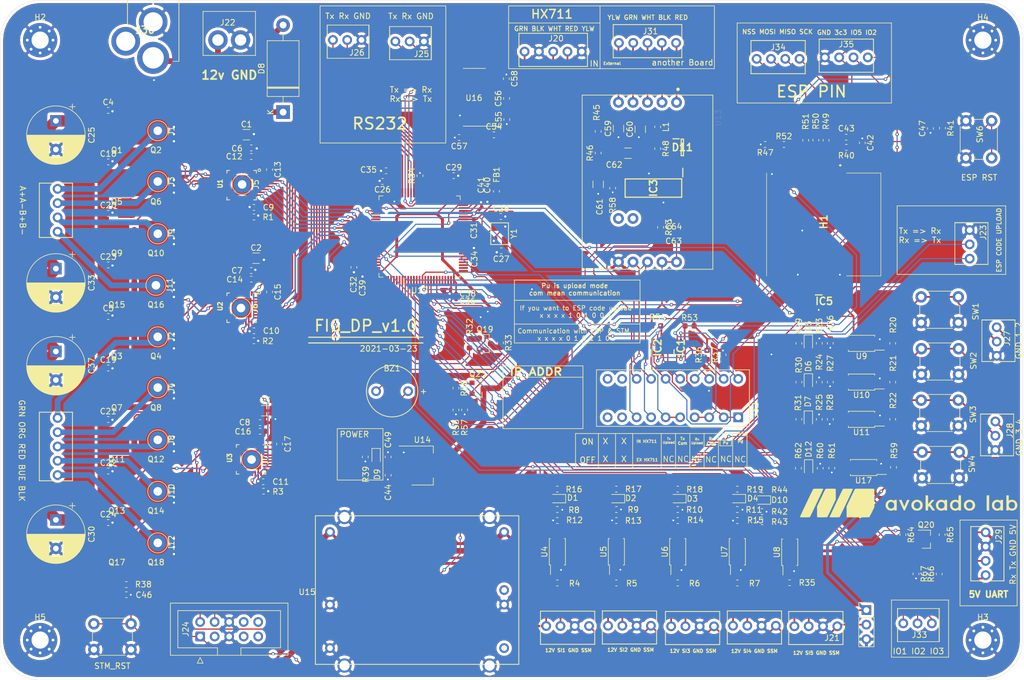
<source format=kicad_pcb>
(kicad_pcb (version 20171130) (host pcbnew "(5.1.6)-1")
  (layers (0 F.Cu signal hide) (31 B.Cu signal hide) (34 B.Paste user) (35 F.Paste user) (36 B.SilkS user) (37 F.SilkS user) (38 B.Mask user) (39 F.Mask user) (44 Edge.Cuts user))
  (net 0 "")
  (net 1 GND)
  (net 2 /DVDD1)
  (net 3 /DVDD2)
  (net 4 /DVDD3)
  (net 5 "Net-(C12-Pad2)")
  (net 6 "Net-(C13-Pad2)")
  (net 7 "Net-(C13-Pad1)")
  (net 8 "Net-(C14-Pad2)")
  (net 9 "Net-(C15-Pad1)")
  (net 10 "Net-(C15-Pad2)")
  (net 11 "Net-(C16-Pad2)")
  (net 12 "Net-(C17-Pad2)")
  (net 13 "Net-(C17-Pad1)")
  (net 14 /3V3)
  (net 15 /AVDD)
  (net 16 /5V)
  (net 17 "Net-(D1-Pad1)")
  (net 18 "Net-(D2-Pad1)")
  (net 19 "Net-(D3-Pad1)")
  (net 20 "Net-(D3-Pad2)")
  (net 21 "Net-(D4-Pad2)")
  (net 22 "Net-(D4-Pad1)")
  (net 23 "Net-(D5-Pad2)")
  (net 24 "Net-(D5-Pad1)")
  (net 25 "Net-(D6-Pad2)")
  (net 26 "Net-(D6-Pad1)")
  (net 27 "Net-(D7-Pad2)")
  (net 28 "Net-(D7-Pad1)")
  (net 29 "Net-(D9-Pad1)")
  (net 30 /SHA)
  (net 31 /SHB)
  (net 32 /SHE)
  (net 33 /SHF)
  (net 34 /SWCLK)
  (net 35 /SWDIO)
  (net 36 "Net-(Q19-Pad1)")
  (net 37 "Net-(R1-Pad1)")
  (net 38 "Net-(R2-Pad1)")
  (net 39 "Net-(R3-Pad1)")
  (net 40 /I2)
  (net 41 /I1)
  (net 42 /I3)
  (net 43 /SLA)
  (net 44 /SLB)
  (net 45 "Net-(NT5-Pad1)")
  (net 46 "Net-(NT6-Pad1)")
  (net 47 "Net-(NT7-Pad1)")
  (net 48 /SLE)
  (net 49 /SLF)
  (net 50 /GHA)
  (net 51 /GLA)
  (net 52 /GHB)
  (net 53 /GLB)
  (net 54 /GHC)
  (net 55 /GLE)
  (net 56 /GHF)
  (net 57 /GLF)
  (net 58 /EN_GATE)
  (net 59 /SLC)
  (net 60 /GLC)
  (net 61 /SHC)
  (net 62 /GHE)
  (net 63 /SLD)
  (net 64 /GLD)
  (net 65 /SHD)
  (net 66 /GHD)
  (net 67 /GHG)
  (net 68 /SHG)
  (net 69 /GLG)
  (net 70 /SLG)
  (net 71 /SLH)
  (net 72 /SLI)
  (net 73 /GLH)
  (net 74 /GLI)
  (net 75 /SHH)
  (net 76 /SHI)
  (net 77 /GHH)
  (net 78 /GHI)
  (net 79 "Net-(BZ1-Pad2)")
  (net 80 "Net-(J15-Pad2)")
  (net 81 "Net-(J16-Pad2)")
  (net 82 /SI4)
  (net 83 /SI3)
  (net 84 /SI2)
  (net 85 /SI1)
  (net 86 /BUZZ)
  (net 87 /ST2_B+)
  (net 88 /ST2_A-)
  (net 89 /ST2_A+)
  (net 90 /ST2_B-)
  (net 91 "Net-(C27-Pad1)")
  (net 92 "Net-(C28-Pad2)")
  (net 93 "Net-(C32-Pad1)")
  (net 94 "Net-(C35-Pad1)")
  (net 95 "Net-(C42-Pad2)")
  (net 96 "Net-(D1-Pad2)")
  (net 97 "Net-(D2-Pad2)")
  (net 98 /SSM)
  (net 99 "Net-(J13-Pad2)")
  (net 100 "Net-(J14-Pad2)")
  (net 101 /SW3)
  (net 102 /SW2)
  (net 103 /SW1)
  (net 104 "Net-(Q19-Pad3)")
  (net 105 "Net-(R34-Pad1)")
  (net 106 /ST2_C+)
  (net 107 /ST2_C-)
  (net 108 /ST2_D+)
  (net 109 /ST5_A+)
  (net 110 /ST5_B-)
  (net 111 /ST5_B+)
  (net 112 /ST5_A-)
  (net 113 /ST2_D-)
  (net 114 /ST5_C-)
  (net 115 /ST5_D-)
  (net 116 /ST5_E+)
  (net 117 /ST5_E-)
  (net 118 /ST5_D+)
  (net 119 /ST5_C+)
  (net 120 /HX711_DAT)
  (net 121 /HX711_CLK)
  (net 122 /BOOT0_STM)
  (net 123 "Net-(C47-Pad2)")
  (net 124 "Net-(C54-Pad2)")
  (net 125 "Net-(C54-Pad1)")
  (net 126 "Net-(C56-Pad1)")
  (net 127 "Net-(C56-Pad2)")
  (net 128 "Net-(C58-Pad2)")
  (net 129 /RED)
  (net 130 "Net-(C61-Pad2)")
  (net 131 "Net-(C62-Pad1)")
  (net 132 "Net-(C62-Pad2)")
  (net 133 "Net-(D10-Pad2)")
  (net 134 "Net-(D10-Pad1)")
  (net 135 "Net-(D11-Pad1)")
  (net 136 "Net-(D11-Pad2)")
  (net 137 "Net-(D12-Pad1)")
  (net 138 "Net-(D12-Pad2)")
  (net 139 "Net-(H1-Pad3)")
  (net 140 "Net-(H1-Pad4)")
  (net 141 "Net-(H1-Pad5)")
  (net 142 "Net-(H1-Pad6)")
  (net 143 /ESP_BOOT_MODE)
  (net 144 /ESP_Rx)
  (net 145 /ESP_Tx)
  (net 146 /STM_USART1_Tx)
  (net 147 /ESP_Upload_Rx)
  (net 148 /ESP_Upload_Tx)
  (net 149 /STM_USART1_Rx)
  (net 150 "Net-(IC3-Pad4)")
  (net 151 "Net-(IC3-Pad15)")
  (net 152 /WHT)
  (net 153 /GRN)
  (net 154 "Net-(J21-Pad2)")
  (net 155 /232_Rx_AND)
  (net 156 /232_Tx_AND)
  (net 157 /232_Tx_Peri)
  (net 158 /232_Rx_Peri)
  (net 159 /HIGH_TXO)
  (net 160 /HIGH_RXI)
  (net 161 "Net-(Q23-Pad1)")
  (net 162 /12V)
  (net 163 /SW4)
  (net 164 /SI5)
  (net 165 /I4)
  (net 166 /STM_RST)
  (net 167 /IO2)
  (net 168 /BOOT0_ESP)
  (net 169 /IO5)
  (net 170 /STM_RST1)
  (net 171 /UART5_Rx)
  (net 172 /UART5_Tx)
  (net 173 /USART2_Tx)
  (net 174 /USART2_Rx)
  (net 175 "Net-(J31-Pad4)")
  (net 176 "Net-(J31-Pad3)")
  (net 177 "Net-(J31-Pad2)")
  (net 178 "Net-(J31-Pad1)")
  (net 179 "Net-(J31-Pad5)")
  (net 180 /IOIO1)
  (net 181 /IOIO2)
  (net 182 /IOIO3)
  (net 183 /ESP_SPI_SCK)
  (net 184 /ESP_SPI_MISO)
  (net 185 /ESP_SPI_MOSI)
  (net 186 /ESP_SPI_NSS)
  (net 187 /HX711_CLK1)
  (net 188 /HX711_DAT1)
  (net 189 /STM_RST2)
  (net 190 /UART4_TX)
  (net 191 /UART4_RX)
  (net 192 /~12V)
  (net 193 "Net-(J32-Pad1)")
  (net 194 "Net-(J32-Pad2)")
  (net 195 "Net-(C55-Pad2)")
  (module FOOTPRINT:logo (layer F.Cu) (at 192 111)
    (fp_text reference G*** hide)
    (fp_text value LOGO hide)
  )
  (module FOOTPRINT:LWB1143-02 (layer F.Cu) (at 73.1 29.975)
    (fp_text reference J22 (at -0.27 -3.045) (layer F.SilkS))
    (fp_text value Conn_01x02)
    (pad 2 thru_hole circle (at 1.98 0) (size 3.4 3.4) (drill 2) (layers *.Cu *.Mask) (net 1 GND))
    (pad 1 thru_hole circle (at -1.98 0) (size 3.4 3.4) (drill 2) (layers *.Cu *.Mask) (net 192 /~12V))
  )
  (module TestPoint:TestPoint_THTPad_D3.0mm_Drill1.5mm (layer F.Cu) (at 75.355 55.261 270)
    (fp_text reference J5 (at 0 -2.398 90) (layer F.SilkS))
    (fp_text value Conn_01x01)
    (pad 1 thru_hole circle (at 0 0 270) (size 3 3) (drill 1.5) (layers *.Cu *.Mask) (net 1 GND))
  )
  (module TestPoint:TestPoint_THTPad_D3.0mm_Drill1.5mm (layer F.Cu) (at 60.5875 99.957 270)
    (fp_text reference J8 (at 0 -2.398 90) (layer F.SilkS))
    (fp_text value Conn_01x01)
    (pad 1 thru_hole circle (at 0 0 270) (size 3 3) (drill 1.5) (layers *.Cu *.Mask) (net 68 /SHG))
  )
  (module TestPoint:TestPoint_THTPad_D3.0mm_Drill1.5mm (layer F.Cu) (at 60.5875 63.889 270)
    (fp_text reference J9 (at 0 -2.398 90) (layer F.SilkS))
    (fp_text value Conn_01x01)
    (pad 1 thru_hole circle (at 0 0 270) (size 3 3) (drill 1.5) (layers *.Cu *.Mask) (net 61 /SHC))
  )
  (module TestPoint:TestPoint_THTPad_D3.0mm_Drill1.5mm (layer F.Cu) (at 77.005 103.403 270)
    (fp_text reference J7 (at 0 -2.398 90) (layer F.SilkS))
    (fp_text value Conn_01x01)
    (pad 1 thru_hole circle (at 0 0 270) (size 3 3) (drill 1.5) (layers *.Cu *.Mask) (net 1 GND))
  )
  (module TestPoint:TestPoint_THTPad_D3.0mm_Drill1.5mm (layer F.Cu) (at 60.265 72.911 270)
    (fp_text reference J11 (at 0 -2.398 90) (layer F.SilkS))
    (fp_text value Conn_01x01)
    (pad 1 thru_hole circle (at 0 0 270) (size 3 3) (drill 1.5) (layers *.Cu *.Mask) (net 65 /SHD))
  )
  (module FOOTPRINT:5045-04 (layer F.Cu) (at 43.059 59.781 270)
    (fp_text reference J17 hide)
    (fp_text value Conn_01x04)
    (pad 1 thru_hole circle (at -3.75 0 270) (size 1.7 1.7) (drill 1) (layers *.Cu *.Mask) (net 30 /SHA))
    (pad 2 thru_hole circle (at -1.25 0 270) (size 1.7 1.7) (drill 1) (layers *.Cu *.Mask) (net 31 /SHB))
    (pad 3 thru_hole circle (at 1.25 0 270) (size 1.7 1.7) (drill 1) (layers *.Cu *.Mask) (net 61 /SHC))
    (pad 4 thru_hole circle (at 3.75 0 270) (size 1.7 1.7) (drill 1) (layers *.Cu *.Mask) (net 65 /SHD))
  )
  (module FOOTPRINT:5045-04 (layer F.Cu) (at 165.02 132.495)
    (fp_text reference J16 hide)
    (fp_text value Conn_01x04)
    (pad 4 thru_hole circle (at 3.75 0) (size 1.7 1.7) (drill 1) (layers *.Cu *.Mask) (net 98 /SSM))
    (pad 3 thru_hole circle (at 1.25 0) (size 1.7 1.7) (drill 1) (layers *.Cu *.Mask) (net 1 GND))
    (pad 2 thru_hole circle (at -1.25 0) (size 1.7 1.7) (drill 1) (layers *.Cu *.Mask) (net 81 "Net-(J16-Pad2)"))
    (pad 1 thru_hole circle (at -3.75 0) (size 1.7 1.7) (drill 1) (layers *.Cu *.Mask) (net 162 /12V))
  )
  (module TestPoint:TestPoint_THTPad_D3.0mm_Drill1.5mm (layer F.Cu) (at 60.5875 108.974 270)
    (fp_text reference J10 (at 0 -2.398 90) (layer F.SilkS))
    (fp_text value Conn_01x01)
    (pad 1 thru_hole circle (at 0 0 270) (size 3 3) (drill 1.5) (layers *.Cu *.Mask) (net 75 /SHH))
  )
  (module FOOTPRINT:5045-04 (layer F.Cu) (at 154.19 132.595)
    (fp_text reference J15 hide)
    (fp_text value Conn_01x04)
    (pad 1 thru_hole circle (at -3.75 0) (size 1.7 1.7) (drill 1) (layers *.Cu *.Mask) (net 162 /12V))
    (pad 2 thru_hole circle (at -1.25 0) (size 1.7 1.7) (drill 1) (layers *.Cu *.Mask) (net 80 "Net-(J15-Pad2)"))
    (pad 3 thru_hole circle (at 1.25 0) (size 1.7 1.7) (drill 1) (layers *.Cu *.Mask) (net 1 GND))
    (pad 4 thru_hole circle (at 3.75 0) (size 1.7 1.7) (drill 1) (layers *.Cu *.Mask) (net 98 /SSM))
  )
  (module FOOTPRINT:5045-04 (layer F.Cu) (at 143.15 132.495)
    (fp_text reference J14 hide)
    (fp_text value Conn_01x04)
    (pad 1 thru_hole circle (at -3.75 0) (size 1.7 1.7) (drill 1) (layers *.Cu *.Mask) (net 162 /12V))
    (pad 2 thru_hole circle (at -1.25 0) (size 1.7 1.7) (drill 1) (layers *.Cu *.Mask) (net 100 "Net-(J14-Pad2)"))
    (pad 3 thru_hole circle (at 1.25 0) (size 1.7 1.7) (drill 1) (layers *.Cu *.Mask) (net 1 GND))
    (pad 4 thru_hole circle (at 3.75 0) (size 1.7 1.7) (drill 1) (layers *.Cu *.Mask) (net 98 /SSM))
  )
  (module FOOTPRINT:5045-04 (layer F.Cu) (at 132.32 132.541)
    (fp_text reference J13 hide)
    (fp_text value Conn_01x04)
    (pad 4 thru_hole circle (at 3.75 0) (size 1.7 1.7) (drill 1) (layers *.Cu *.Mask) (net 98 /SSM))
    (pad 3 thru_hole circle (at 1.25 0) (size 1.7 1.7) (drill 1) (layers *.Cu *.Mask) (net 1 GND))
    (pad 2 thru_hole circle (at -1.25 0) (size 1.7 1.7) (drill 1) (layers *.Cu *.Mask) (net 99 "Net-(J13-Pad2)"))
    (pad 1 thru_hole circle (at -3.75 0) (size 1.7 1.7) (drill 1) (layers *.Cu *.Mask) (net 162 /12V))
  )
  (module TestPoint:TestPoint_THTPad_D3.0mm_Drill1.5mm (layer F.Cu) (at 75.155 76.887 270)
    (fp_text reference J6 (at 0 -2.398 90) (layer F.SilkS))
    (fp_text value Conn_01x01)
    (pad 1 thru_hole circle (at 0 0 270) (size 3 3) (drill 1.5) (layers *.Cu *.Mask) (net 1 GND))
  )
  (module TestPoint:TestPoint_THTPad_D3.0mm_Drill1.5mm (layer F.Cu) (at 60.5875 117.991 270)
    (fp_text reference J12 (at 0 -2.398 90) (layer F.SilkS))
    (fp_text value Conn_01x01)
    (pad 1 thru_hole circle (at 0 0 270) (size 3 3) (drill 1.5) (layers *.Cu *.Mask) (net 76 /SHI))
  )
  (module FOOTPRINT:5045-05 (layer F.Cu) (at 43.059 101.121 270)
    (fp_text reference J19 hide)
    (fp_text value Conn_01x05)
    (pad 4 thru_hole circle (at 2.5 0 270) (size 1.7 1.7) (drill 1) (layers *.Cu *.Mask) (net 75 /SHH))
    (pad 3 thru_hole circle (at 0 0 270) (size 1.7 1.7) (drill 1) (layers *.Cu *.Mask) (net 68 /SHG))
    (pad 2 thru_hole circle (at -2.5 0 270) (size 1.7 1.7) (drill 1) (layers *.Cu *.Mask) (net 33 /SHF))
    (pad 1 thru_hole circle (at -5 0 270) (size 1.7 1.7) (drill 1) (layers *.Cu *.Mask) (net 32 /SHE))
    (pad 5 thru_hole circle (at 5 0 270) (size 1.7 1.7) (drill 1) (layers *.Cu *.Mask) (net 76 /SHI))
  )
  (module TestPoint:TestPoint_THTPad_D3.0mm_Drill1.5mm (layer F.Cu) (at 60.5875 90.813 270)
    (fp_text reference J4 (at 0 -2.398 90) (layer F.SilkS))
    (fp_text value Conn_01x01)
    (pad 1 thru_hole circle (at 0 0 270) (size 3 3) (drill 1.5) (layers *.Cu *.Mask) (net 33 /SHF))
  )
  (module Capacitor_SMD:C_0603_1608Metric (layer F.Cu) (at 51.9185 42.299)
    (fp_text reference C4 (at 0 -1.43) (layer F.SilkS))
    (fp_text value 1uF)
    (pad 2 smd roundrect (at 0.7875 0) (size 0.875 0.95) (layers F.Cu F.Paste F.Mask) (net 1 GND))
    (pad 1 smd roundrect (at -0.7875 0) (size 0.875 0.95) (layers F.Cu F.Paste F.Mask) (net 162 /12V))
  )
  (module Capacitor_SMD:C_0603_1608Metric (layer F.Cu) (at 120.6275 60.876 180)
    (fp_text reference C28 (at -0.0325 1.38) (layer F.SilkS))
    (fp_text value 4pF)
    (pad 2 smd roundrect (at 0.7875 0 180) (size 0.875 0.95) (layers F.Cu F.Paste F.Mask) (net 92 "Net-(C28-Pad2)"))
    (pad 1 smd roundrect (at -0.7875 0 180) (size 0.875 0.95) (layers F.Cu F.Paste F.Mask) (net 1 GND))
  )
  (module Capacitor_SMD:C_0603_1608Metric (layer F.Cu) (at 51.9185 69.35)
    (fp_text reference C23 (at 0 -1.43) (layer F.SilkS))
    (fp_text value 1uF)
    (pad 1 smd roundrect (at -0.7875 0) (size 0.875 0.95) (layers F.Cu F.Paste F.Mask) (net 162 /12V))
    (pad 2 smd roundrect (at 0.7875 0) (size 0.875 0.95) (layers F.Cu F.Paste F.Mask) (net 1 GND))
  )
  (module Capacitor_THT:CP_Radial_D10.0mm_P5.00mm (layer F.Cu) (at 42.759 113.971 270)
    (fp_text reference C30 (at 2.5 -6.25 90) (layer F.SilkS))
    (fp_text value 330uF)
    (pad 2 thru_hole circle (at 5 0 270) (size 2 2) (drill 1) (layers *.Cu *.Mask) (net 1 GND))
    (pad 1 thru_hole rect (at 0 0 270) (size 2 2) (drill 1) (layers *.Cu *.Mask) (net 162 /12V))
  )
  (module Capacitor_SMD:C_0402_1005Metric (layer F.Cu) (at 112.312 75.376 180)
    (fp_text reference C36 (at -2.473 -0.294) (layer F.SilkS))
    (fp_text value 0.1uF)
    (pad 2 smd roundrect (at 0.485 0 180) (size 0.59 0.64) (layers F.Cu F.Paste F.Mask) (net 1 GND))
    (pad 1 smd roundrect (at -0.485 0 180) (size 0.59 0.64) (layers F.Cu F.Paste F.Mask) (net 14 /3V3))
  )
  (module Capacitor_SMD:C_0603_1608Metric (layer F.Cu) (at 100.545 52.866 180)
    (fp_text reference C35 (at 3.07 0.18) (layer F.SilkS))
    (fp_text value 2.2uF)
    (pad 2 smd roundrect (at 0.7875 0 180) (size 0.875 0.95) (layers F.Cu F.Paste F.Mask) (net 1 GND))
    (pad 1 smd roundrect (at -0.7875 0 180) (size 0.875 0.95) (layers F.Cu F.Paste F.Mask) (net 94 "Net-(C35-Pad1)"))
  )
  (module Capacitor_THT:CP_Radial_D10.0mm_P5.00mm (layer F.Cu) (at 42.759 84.491 270)
    (fp_text reference C37 (at 2.5 -6.25 90) (layer F.SilkS))
    (fp_text value 330uF)
    (pad 1 thru_hole rect (at 0 0 270) (size 2 2) (drill 1) (layers *.Cu *.Mask) (net 162 /12V))
    (pad 2 thru_hole circle (at 5 0 270) (size 2 2) (drill 1) (layers *.Cu *.Mask) (net 1 GND))
  )
  (module Capacitor_SMD:C_0402_1005Metric (layer F.Cu) (at 112.312 74.376 180)
    (fp_text reference C38 (at -2.513 -0.006) (layer F.SilkS))
    (fp_text value 0.1uF)
    (pad 1 smd roundrect (at -0.485 0 180) (size 0.59 0.64) (layers F.Cu F.Paste F.Mask) (net 14 /3V3))
    (pad 2 smd roundrect (at 0.485 0 180) (size 0.59 0.64) (layers F.Cu F.Paste F.Mask) (net 1 GND))
  )
  (module Capacitor_SMD:C_0603_1608Metric (layer F.Cu) (at 51.9185 114.435)
    (fp_text reference C24 (at 0 -1.43) (layer F.SilkS))
    (fp_text value 1uF)
    (pad 1 smd roundrect (at -0.7875 0) (size 0.875 0.95) (layers F.Cu F.Paste F.Mask) (net 162 /12V))
    (pad 2 smd roundrect (at 0.7875 0) (size 0.875 0.95) (layers F.Cu F.Paste F.Mask) (net 1 GND))
  )
  (module Capacitor_SMD:C_0603_1608Metric (layer F.Cu) (at 120.7025 66.876 180)
    (fp_text reference C27 (at 0 -1.43) (layer F.SilkS))
    (fp_text value 4pF)
    (pad 1 smd roundrect (at -0.7875 0 180) (size 0.875 0.95) (layers F.Cu F.Paste F.Mask) (net 91 "Net-(C27-Pad1)"))
    (pad 2 smd roundrect (at 0.7875 0 180) (size 0.875 0.95) (layers F.Cu F.Paste F.Mask) (net 1 GND))
  )
  (module Capacitor_SMD:C_0402_1005Metric (layer F.Cu) (at 115.915 65.876 270)
    (fp_text reference C34 (at 2.44 -0.09 90) (layer F.SilkS))
    (fp_text value 0.1uF)
    (pad 1 smd roundrect (at -0.485 0 270) (size 0.59 0.64) (layers F.Cu F.Paste F.Mask) (net 14 /3V3))
    (pad 2 smd roundrect (at 0.485 0 270) (size 0.59 0.64) (layers F.Cu F.Paste F.Mask) (net 1 GND))
  )
  (module Capacitor_SMD:C_0402_1005Metric (layer F.Cu) (at 96.415 70.876 270)
    (fp_text reference C39 (at 2.5 0 90) (layer F.SilkS))
    (fp_text value 0.1uF)
    (pad 2 smd roundrect (at 0.485 0 270) (size 0.59 0.64) (layers F.Cu F.Paste F.Mask) (net 1 GND))
    (pad 1 smd roundrect (at -0.485 0 270) (size 0.59 0.64) (layers F.Cu F.Paste F.Mask) (net 14 /3V3))
  )
  (module Capacitor_SMD:C_0603_1608Metric (layer F.Cu) (at 94.915 69.766 270)
    (fp_text reference C32 (at 3.0175 0.052 90) (layer F.SilkS))
    (fp_text value 2.2uF)
    (pad 1 smd roundrect (at -0.7875 0 270) (size 0.875 0.95) (layers F.Cu F.Paste F.Mask) (net 93 "Net-(C32-Pad1)"))
    (pad 2 smd roundrect (at 0.7875 0 270) (size 0.875 0.95) (layers F.Cu F.Paste F.Mask) (net 1 GND))
  )
  (module Capacitor_SMD:C_0402_1005Metric (layer F.Cu) (at 115.915 60.891 90)
    (fp_text reference C31 (at -2.44 0.01 90) (layer F.SilkS))
    (fp_text value 0.1uF)
    (pad 2 smd roundrect (at 0.485 0 90) (size 0.59 0.64) (layers F.Cu F.Paste F.Mask) (net 1 GND))
    (pad 1 smd roundrect (at -0.485 0 90) (size 0.59 0.64) (layers F.Cu F.Paste F.Mask) (net 14 /3V3))
  )
  (module Capacitor_THT:CP_Radial_D10.0mm_P5.00mm (layer F.Cu) (at 42.759 69.991 270)
    (fp_text reference C33 (at 2.5 -6.25 90) (layer F.SilkS))
    (fp_text value 330uF)
    (pad 1 thru_hole rect (at 0 0 270) (size 2 2) (drill 1) (layers *.Cu *.Mask) (net 162 /12V))
    (pad 2 thru_hole circle (at 5 0 270) (size 2 2) (drill 1) (layers *.Cu *.Mask) (net 1 GND))
  )
  (module Capacitor_THT:CP_Radial_D10.0mm_P5.00mm (layer F.Cu) (at 42.759 44.131 270)
    (fp_text reference C25 (at 2.5 -6.25 90) (layer F.SilkS))
    (fp_text value 330uF)
    (pad 1 thru_hole rect (at 0 0 270) (size 2 2) (drill 1) (layers *.Cu *.Mask) (net 162 /12V))
    (pad 2 thru_hole circle (at 5 0 270) (size 2 2) (drill 1) (layers *.Cu *.Mask) (net 1 GND))
  )
  (module Resistor_SMD:R_0603_1608Metric (layer F.Cu) (at 151.59 108.585)
    (fp_text reference R18 (at 2.9725 0.06) (layer F.SilkS))
    (fp_text value 100)
    (pad 1 smd roundrect (at -0.7875 0) (size 0.875 0.95) (layers F.Cu F.Paste F.Mask) (net 20 "Net-(D3-Pad2)"))
    (pad 2 smd roundrect (at 0.7875 0) (size 0.875 0.95) (layers F.Cu F.Paste F.Mask) (net 83 /SI3))
  )
  (module Resistor_SMD:R_0603_1608Metric (layer F.Cu) (at 130.52 108.585)
    (fp_text reference R16 (at 2.92 0.04) (layer F.SilkS))
    (fp_text value 100)
    (pad 1 smd roundrect (at -0.7875 0) (size 0.875 0.95) (layers F.Cu F.Paste F.Mask) (net 96 "Net-(D1-Pad2)"))
    (pad 2 smd roundrect (at 0.7875 0) (size 0.875 0.95) (layers F.Cu F.Paste F.Mask) (net 85 /SI1))
  )
  (module Resistor_SMD:R_0603_1608Metric (layer F.Cu) (at 176.367 96.361001 90)
    (fp_text reference R25 (at 2.97 0.01 90) (layer F.SilkS))
    (fp_text value 10k)
    (pad 1 smd roundrect (at -0.7875 0 90) (size 0.875 0.95) (layers F.Cu F.Paste F.Mask) (net 27 "Net-(D7-Pad2)"))
    (pad 2 smd roundrect (at 0.7875 0 90) (size 0.875 0.95) (layers F.Cu F.Paste F.Mask) (net 1 GND))
  )
  (module Resistor_SMD:R_0603_1608Metric (layer F.Cu) (at 151.59 114.085 180)
    (fp_text reference R14 (at -3.1 0.1) (layer F.SilkS))
    (fp_text value 1k)
    (pad 1 smd roundrect (at -0.7875 0 180) (size 0.875 0.95) (layers F.Cu F.Paste F.Mask) (net 19 "Net-(D3-Pad1)"))
    (pad 2 smd roundrect (at 0.7875 0 180) (size 0.875 0.95) (layers F.Cu F.Paste F.Mask) (net 1 GND))
  )
  (module Resistor_SMD:R_0603_1608Metric (layer F.Cu) (at 130.52 125.005)
    (fp_text reference R4 (at 3.02 0.08) (layer F.SilkS))
    (fp_text value 4.7k)
    (pad 2 smd roundrect (at 0.7875 0) (size 0.875 0.95) (layers F.Cu F.Paste F.Mask) (net 99 "Net-(J13-Pad2)"))
    (pad 1 smd roundrect (at -0.7875 0) (size 0.875 0.95) (layers F.Cu F.Paste F.Mask) (net 162 /12V))
  )
  (module Resistor_SMD:R_0603_1608Metric (layer F.Cu) (at 140.85 108.585)
    (fp_text reference R17 (at 2.98 0) (layer F.SilkS))
    (fp_text value 100)
    (pad 1 smd roundrect (at -0.7875 0) (size 0.875 0.95) (layers F.Cu F.Paste F.Mask) (net 97 "Net-(D2-Pad2)"))
    (pad 2 smd roundrect (at 0.7875 0) (size 0.875 0.95) (layers F.Cu F.Paste F.Mask) (net 84 /SI2))
  )
  (module Resistor_SMD:R_0603_1608Metric (layer F.Cu) (at 115.14 83.086 270)
    (fp_text reference R32 (at -2.96 -0.04 90) (layer F.SilkS))
    (fp_text value 100)
    (pad 1 smd roundrect (at -0.7875 0 270) (size 0.875 0.95) (layers F.Cu F.Paste F.Mask) (net 36 "Net-(Q19-Pad1)"))
    (pad 2 smd roundrect (at 0.7875 0 270) (size 0.875 0.95) (layers F.Cu F.Paste F.Mask) (net 86 /BUZZ))
  )
  (module Resistor_SMD:R_0603_1608Metric (layer F.Cu) (at 120.56 82.976 270)
    (fp_text reference R33 (at 0 -1.43 90) (layer F.SilkS))
    (fp_text value 47)
    (pad 2 smd roundrect (at 0.7875 0 270) (size 0.875 0.95) (layers F.Cu F.Paste F.Mask) (net 104 "Net-(Q19-Pad3)"))
    (pad 1 smd roundrect (at -0.7875 0 270) (size 0.875 0.95) (layers F.Cu F.Paste F.Mask) (net 79 "Net-(BZ1-Pad2)"))
  )
  (module Resistor_SMD:R_0603_1608Metric (layer F.Cu) (at 162.02 108.585)
    (fp_text reference R19 (at 3.08 0.05) (layer F.SilkS))
    (fp_text value 100)
    (pad 1 smd roundrect (at -0.7875 0) (size 0.875 0.95) (layers F.Cu F.Paste F.Mask) (net 21 "Net-(D4-Pad2)"))
    (pad 2 smd roundrect (at 0.7875 0) (size 0.875 0.95) (layers F.Cu F.Paste F.Mask) (net 82 /SI4))
  )
  (module Resistor_SMD:R_0603_1608Metric (layer F.Cu) (at 178.297 96.361001 270)
    (fp_text reference R28 (at -2.97 0.06 90) (layer F.SilkS))
    (fp_text value 1k)
    (pad 2 smd roundrect (at 0.7875 0 270) (size 0.875 0.95) (layers F.Cu F.Paste F.Mask) (net 1 GND))
    (pad 1 smd roundrect (at -0.7875 0 270) (size 0.875 0.95) (layers F.Cu F.Paste F.Mask) (net 28 "Net-(D7-Pad1)"))
  )
  (module Resistor_SMD:R_0603_1608Metric (layer F.Cu) (at 140.85 112.155)
    (fp_text reference R9 (at 2.95 0.03) (layer F.SilkS))
    (fp_text value 10k)
    (pad 1 smd roundrect (at -0.7875 0) (size 0.875 0.95) (layers F.Cu F.Paste F.Mask) (net 97 "Net-(D2-Pad2)"))
    (pad 2 smd roundrect (at 0.7875 0) (size 0.875 0.95) (layers F.Cu F.Paste F.Mask) (net 1 GND))
  )
  (module Resistor_SMD:R_0603_1608Metric (layer F.Cu) (at 130.52 112.155)
    (fp_text reference R8 (at 2.92 0.09) (layer F.SilkS))
    (fp_text value 10k)
    (pad 1 smd roundrect (at -0.7875 0) (size 0.875 0.95) (layers F.Cu F.Paste F.Mask) (net 96 "Net-(D1-Pad2)"))
    (pad 2 smd roundrect (at 0.7875 0) (size 0.875 0.95) (layers F.Cu F.Paste F.Mask) (net 1 GND))
  )
  (module Resistor_SMD:R_0603_1608Metric (layer F.Cu) (at 140.85 114.085 180)
    (fp_text reference R13 (at -2.97 -0.02) (layer F.SilkS))
    (fp_text value 1k)
    (pad 1 smd roundrect (at -0.7875 0 180) (size 0.875 0.95) (layers F.Cu F.Paste F.Mask) (net 18 "Net-(D2-Pad1)"))
    (pad 2 smd roundrect (at 0.7875 0 180) (size 0.875 0.95) (layers F.Cu F.Paste F.Mask) (net 1 GND))
  )
  (module Resistor_SMD:R_0603_1608Metric (layer F.Cu) (at 130.52 114.085 180)
    (fp_text reference R12 (at -3.011001 0.068999) (layer F.SilkS))
    (fp_text value 1k)
    (pad 2 smd roundrect (at 0.7875 0 180) (size 0.875 0.95) (layers F.Cu F.Paste F.Mask) (net 1 GND))
    (pad 1 smd roundrect (at -0.7875 0 180) (size 0.875 0.95) (layers F.Cu F.Paste F.Mask) (net 17 "Net-(D1-Pad1)"))
  )
  (module Resistor_SMD:R_0603_1608Metric (layer F.Cu) (at 162.02 112.155)
    (fp_text reference R11 (at 2.91 0.04) (layer F.SilkS))
    (fp_text value 10k)
    (pad 2 smd roundrect (at 0.7875 0) (size 0.875 0.95) (layers F.Cu F.Paste F.Mask) (net 1 GND))
    (pad 1 smd roundrect (at -0.7875 0) (size 0.875 0.95) (layers F.Cu F.Paste F.Mask) (net 21 "Net-(D4-Pad2)"))
  )
  (module Resistor_SMD:R_0603_1608Metric (layer F.Cu) (at 162.02 114.085 180)
    (fp_text reference R15 (at -3.17 0.06) (layer F.SilkS))
    (fp_text value 1k)
    (pad 2 smd roundrect (at 0.7875 0 180) (size 0.875 0.95) (layers F.Cu F.Paste F.Mask) (net 1 GND))
    (pad 1 smd roundrect (at -0.7875 0 180) (size 0.875 0.95) (layers F.Cu F.Paste F.Mask) (net 22 "Net-(D4-Pad1)"))
  )
  (module Resistor_SMD:R_0603_1608Metric (layer F.Cu) (at 189.217 96.361001 90)
    (fp_text reference R22 (at 3.277001 0.08 90) (layer F.SilkS))
    (fp_text value 4.7k)
    (pad 2 smd roundrect (at 0.7875 0 90) (size 0.875 0.95) (layers F.Cu F.Paste F.Mask) (net 101 /SW3))
    (pad 1 smd roundrect (at -0.7875 0 90) (size 0.875 0.95) (layers F.Cu F.Paste F.Mask) (net 162 /12V))
  )
  (module Resistor_SMD:R_0603_1608Metric (layer F.Cu) (at 140.85 125.005)
    (fp_text reference R5 (at 2.69 0.08) (layer F.SilkS))
    (fp_text value 4.7k)
    (pad 2 smd roundrect (at 0.7875 0) (size 0.875 0.95) (layers F.Cu F.Paste F.Mask) (net 100 "Net-(J14-Pad2)"))
    (pad 1 smd roundrect (at -0.7875 0) (size 0.875 0.95) (layers F.Cu F.Paste F.Mask) (net 162 /12V))
  )
  (module Resistor_SMD:R_0603_1608Metric (layer F.Cu) (at 172.797 96.361001 90)
    (fp_text reference R31 (at 2.9125 -0.13 90) (layer F.SilkS))
    (fp_text value 100)
    (pad 2 smd roundrect (at 0.7875 0 90) (size 0.875 0.95) (layers F.Cu F.Paste F.Mask) (net 42 /I3))
    (pad 1 smd roundrect (at -0.7875 0 90) (size 0.875 0.95) (layers F.Cu F.Paste F.Mask) (net 27 "Net-(D7-Pad2)"))
  )
  (module Resistor_SMD:R_0603_1608Metric (layer F.Cu) (at 151.59 112.155)
    (fp_text reference R10 (at 2.9475 0.03) (layer F.SilkS))
    (fp_text value 10k)
    (pad 1 smd roundrect (at -0.7875 0) (size 0.875 0.95) (layers F.Cu F.Paste F.Mask) (net 20 "Net-(D3-Pad2)"))
    (pad 2 smd roundrect (at 0.7875 0) (size 0.875 0.95) (layers F.Cu F.Paste F.Mask) (net 1 GND))
  )
  (module Connector_IDC:IDC-Header_2x05_P2.54mm_Vertical (layer F.Cu) (at 68.007 134.371 90)
    (fp_text reference J24 (at 1.291 -2.527 90) (layer F.SilkS))
    (fp_text value Conn_02x05_Odd_Even)
    (pad 1 thru_hole roundrect (at 0 0 90) (size 1.7 1.7) (drill 1) (layers *.Cu *.Mask) (roundrect_rratio 0.147059) (net 189 /STM_RST2))
    (pad 3 thru_hole circle (at 0 2.54 90) (size 1.7 1.7) (drill 1) (layers *.Cu *.Mask))
    (pad 5 thru_hole circle (at 0 5.08 90) (size 1.7 1.7) (drill 1) (layers *.Cu *.Mask) (net 1 GND))
    (pad 7 thru_hole circle (at 0 7.62 90) (size 1.7 1.7) (drill 1) (layers *.Cu *.Mask))
    (pad 9 thru_hole circle (at 0 10.16 90) (size 1.7 1.7) (drill 1) (layers *.Cu *.Mask))
    (pad 2 thru_hole circle (at 2.54 0 90) (size 1.7 1.7) (drill 1) (layers *.Cu *.Mask) (net 34 /SWCLK))
    (pad 4 thru_hole circle (at 2.54 2.54 90) (size 1.7 1.7) (drill 1) (layers *.Cu *.Mask) (net 35 /SWDIO))
    (pad 6 thru_hole circle (at 2.54 5.08 90) (size 1.7 1.7) (drill 1) (layers *.Cu *.Mask) (net 1 GND))
    (pad 8 thru_hole circle (at 2.54 7.62 90) (size 1.7 1.7) (drill 1) (layers *.Cu *.Mask))
    (pad 10 thru_hole circle (at 2.54 10.16 90) (size 1.7 1.7) (drill 1) (layers *.Cu *.Mask))
  )
  (module Connector_PinHeader_2.54mm:PinHeader_1x03_P2.54mm_Vertical (layer F.Cu) (at 184.61 129.76)
    (fp_text reference J18 hide)
    (fp_text value Conn_01x03)
    (pad 3 thru_hole oval (at 0 5.08) (size 1.7 1.7) (drill 1) (layers *.Cu *.Mask) (net 1 GND))
    (pad 2 thru_hole oval (at 0 2.54) (size 1.7 1.7) (drill 1) (layers *.Cu *.Mask) (net 98 /SSM))
    (pad 1 thru_hole rect (at 0 0) (size 1.7 1.7) (drill 1) (layers *.Cu *.Mask) (net 162 /12V))
  )
  (module FOOTPRINT:NET_TIE_0_25 (layer F.Cu) (at 65.609 99.957 180)
    (fp_text reference NT9 hide)
    (fp_text value Net-Tie_2)
    (fp_poly (pts (xy -0.3 -0.125) (xy 0.3 -0.125) (xy 0.3 0.125) (xy -0.3 0.125)) (layer F.Cu) (width 0))
    (pad 1 smd circle (at -0.3 0 270) (size 0.25 0.25) (layers F.Cu) (net 70 /SLG))
    (pad 2 smd circle (at 0.3 0 180) (size 0.25 0.25) (layers F.Cu) (net 1 GND))
  )
  (module FOOTPRINT:NET_TIE_0_25 (layer F.Cu) (at 65.609 72.906 180)
    (fp_text reference NT11 hide)
    (fp_text value Net-Tie_2)
    (fp_poly (pts (xy -0.3 -0.125) (xy 0.3 -0.125) (xy 0.3 0.125) (xy -0.3 0.125)) (layer F.Cu) (width 0))
    (pad 2 smd circle (at 0.3 0 180) (size 0.25 0.25) (layers F.Cu) (net 1 GND))
    (pad 1 smd circle (at -0.3 0 270) (size 0.25 0.25) (layers F.Cu) (net 63 /SLD))
  )
  (module FOOTPRINT:NET_TIE_0_25 (layer F.Cu) (at 55.025 42.361 180)
    (fp_text reference NT5 hide)
    (fp_text value Net-Tie_2)
    (fp_poly (pts (xy -0.3 -0.125) (xy 0.3 -0.125) (xy 0.3 0.125) (xy -0.3 0.125)) (layer F.Cu) (width 0))
    (pad 1 smd circle (at -0.3 0 270) (size 0.25 0.25) (layers F.Cu) (net 45 "Net-(NT5-Pad1)"))
    (pad 2 smd circle (at 0.3 0 180) (size 0.25 0.25) (layers F.Cu) (net 162 /12V))
  )
  (module FOOTPRINT:NET_TIE_0_25 (layer F.Cu) (at 65.609 117.991 180)
    (fp_text reference NT12 hide)
    (fp_text value Net-Tie_2)
    (fp_poly (pts (xy -0.3 -0.125) (xy 0.3 -0.125) (xy 0.3 0.125) (xy -0.3 0.125)) (layer F.Cu) (width 0))
    (pad 2 smd circle (at 0.3 0 180) (size 0.25 0.25) (layers F.Cu) (net 1 GND))
    (pad 1 smd circle (at -0.3 0 270) (size 0.25 0.25) (layers F.Cu) (net 72 /SLI))
  )
  (module FOOTPRINT:CSD18537NQ5A (layer F.Cu) (at 60.275 45.855)
    (fp_text reference Q2 (at 0 3.4) (layer F.SilkS))
    (fp_text value CSD18537NQ5A)
    (pad 1 smd rect (at 0 0) (size 4.32 4.56) (layers F.Cu F.Paste F.Mask) (net 30 /SHA))
    (pad 1 smd rect (at -2.5 -1.93) (size 0.68 0.7) (layers F.Cu F.Paste F.Mask) (net 30 /SHA))
    (pad 1 smd rect (at -2.5 -0.685) (size 0.68 0.7) (layers F.Cu F.Paste F.Mask) (net 30 /SHA))
    (pad 1 smd rect (at -2.5 0.685) (size 0.68 0.7) (layers F.Cu F.Paste F.Mask) (net 30 /SHA))
    (pad 1 smd rect (at -2.5 1.93) (size 0.68 0.7) (layers F.Cu F.Paste F.Mask) (net 30 /SHA))
    (pad 2 smd rect (at 3.065 -1.93) (size 0.8 0.7) (layers F.Cu F.Paste F.Mask) (net 51 /GLA))
    (pad 3 smd rect (at 3.065 -0.685) (size 0.8 0.7) (layers F.Cu F.Paste F.Mask) (net 1 GND))
    (pad 3 smd rect (at 3.065 0.685) (size 0.8 0.7) (layers F.Cu F.Paste F.Mask) (net 1 GND))
    (pad 3 smd rect (at 3.065 1.93) (size 0.8 0.7) (layers F.Cu F.Paste F.Mask) (net 1 GND))
  )
  (module FOOTPRINT:NET_TIE_0_25 (layer F.Cu) (at 65.609 54.872 180)
    (fp_text reference NT3 hide)
    (fp_text value Net-Tie_2)
    (fp_poly (pts (xy -0.3 -0.125) (xy 0.3 -0.125) (xy 0.3 0.125) (xy -0.3 0.125)) (layer F.Cu) (width 0))
    (pad 1 smd circle (at -0.3 0 270) (size 0.25 0.25) (layers F.Cu) (net 44 /SLB))
    (pad 2 smd circle (at 0.3 0 180) (size 0.25 0.25) (layers F.Cu) (net 1 GND))
  )
  (module FOOTPRINT:NET_TIE_0_25 (layer F.Cu) (at 55.125 96.361 180)
    (fp_text reference NT7 hide)
    (fp_text value Net-Tie_2)
    (fp_poly (pts (xy -0.3 -0.125) (xy 0.3 -0.125) (xy 0.3 0.125) (xy -0.3 0.125)) (layer F.Cu) (width 0))
    (pad 2 smd circle (at 0.3 0 180) (size 0.25 0.25) (layers F.Cu) (net 162 /12V))
    (pad 1 smd circle (at -0.3 0 270) (size 0.25 0.25) (layers F.Cu) (net 47 "Net-(NT7-Pad1)"))
  )
  (module FOOTPRINT:NET_TIE_0_25 (layer F.Cu) (at 65.609 63.889 180)
    (fp_text reference NT8 hide)
    (fp_text value Net-Tie_2)
    (fp_poly (pts (xy -0.3 -0.125) (xy 0.3 -0.125) (xy 0.3 0.125) (xy -0.3 0.125)) (layer F.Cu) (width 0))
    (pad 2 smd circle (at 0.3 0 180) (size 0.25 0.25) (layers F.Cu) (net 1 GND))
    (pad 1 smd circle (at -0.3 0 270) (size 0.25 0.25) (layers F.Cu) (net 59 /SLC))
  )
  (module FOOTPRINT:CSD18537NQ5A (layer F.Cu) (at 53.417 81.923)
    (fp_text reference Q3 (at 0 3.4) (layer F.SilkS))
    (fp_text value CSD18537NQ5A)
    (pad 3 smd rect (at 3.065 1.93) (size 0.8 0.7) (layers F.Cu F.Paste F.Mask) (net 32 /SHE))
    (pad 3 smd rect (at 3.065 0.685) (size 0.8 0.7) (layers F.Cu F.Paste F.Mask) (net 32 /SHE))
    (pad 3 smd rect (at 3.065 -0.685) (size 0.8 0.7) (layers F.Cu F.Paste F.Mask) (net 32 /SHE))
    (pad 2 smd rect (at 3.065 -1.93) (size 0.8 0.7) (layers F.Cu F.Paste F.Mask) (net 62 /GHE))
    (pad 1 smd rect (at -2.5 1.93) (size 0.68 0.7) (layers F.Cu F.Paste F.Mask) (net 162 /12V))
    (pad 1 smd rect (at -2.5 0.685) (size 0.68 0.7) (layers F.Cu F.Paste F.Mask) (net 162 /12V))
    (pad 1 smd rect (at -2.5 -0.685) (size 0.68 0.7) (layers F.Cu F.Paste F.Mask) (net 162 /12V))
    (pad 1 smd rect (at -2.5 -1.93) (size 0.68 0.7) (layers F.Cu F.Paste F.Mask) (net 162 /12V))
    (pad 1 smd rect (at 0 0) (size 4.32 4.56) (layers F.Cu F.Paste F.Mask) (net 162 /12V))
  )
  (module FOOTPRINT:NET_TIE_0_25 (layer F.Cu) (at 65.609 81.923 180)
    (fp_text reference NT2 hide)
    (fp_text value Net-Tie_2)
    (fp_poly (pts (xy -0.3 -0.125) (xy 0.3 -0.125) (xy 0.3 0.125) (xy -0.3 0.125)) (layer F.Cu) (width 0))
    (pad 1 smd circle (at -0.3 0 270) (size 0.25 0.25) (layers F.Cu) (net 48 /SLE))
    (pad 2 smd circle (at 0.3 0 180) (size 0.25 0.25) (layers F.Cu) (net 1 GND))
  )
  (module FOOTPRINT:NET_TIE_0_25 (layer F.Cu) (at 65.609 45.855 180)
    (fp_text reference NT1 hide)
    (fp_text value Net-Tie_2)
    (fp_poly (pts (xy -0.3 -0.125) (xy 0.3 -0.125) (xy 0.3 0.125) (xy -0.3 0.125)) (layer F.Cu) (width 0))
    (pad 2 smd circle (at 0.3 0 180) (size 0.25 0.25) (layers F.Cu) (net 1 GND))
    (pad 1 smd circle (at -0.3 0 270) (size 0.25 0.25) (layers F.Cu) (net 43 /SLA))
  )
  (module FOOTPRINT:NET_TIE_0_25 (layer F.Cu) (at 65.609 90.94 180)
    (fp_text reference NT4 hide)
    (fp_text value Net-Tie_2)
    (fp_poly (pts (xy -0.3 -0.125) (xy 0.3 -0.125) (xy 0.3 0.125) (xy -0.3 0.125)) (layer F.Cu) (width 0))
    (pad 2 smd circle (at 0.3 0 180) (size 0.25 0.25) (layers F.Cu) (net 1 GND))
    (pad 1 smd circle (at -0.3 0 270) (size 0.25 0.25) (layers F.Cu) (net 49 /SLF))
  )
  (module FOOTPRINT:CSD18537NQ5A (layer F.Cu) (at 60.275 81.923)
    (fp_text reference Q4 (at 0 3.4) (layer F.SilkS))
    (fp_text value CSD18537NQ5A)
    (pad 3 smd rect (at 3.065 1.93) (size 0.8 0.7) (layers F.Cu F.Paste F.Mask) (net 1 GND))
    (pad 3 smd rect (at 3.065 0.685) (size 0.8 0.7) (layers F.Cu F.Paste F.Mask) (net 1 GND))
    (pad 3 smd rect (at 3.065 -0.685) (size 0.8 0.7) (layers F.Cu F.Paste F.Mask) (net 1 GND))
    (pad 2 smd rect (at 3.065 -1.93) (size 0.8 0.7) (layers F.Cu F.Paste F.Mask) (net 55 /GLE))
    (pad 1 smd rect (at -2.5 1.93) (size 0.68 0.7) (layers F.Cu F.Paste F.Mask) (net 32 /SHE))
    (pad 1 smd rect (at -2.5 0.685) (size 0.68 0.7) (layers F.Cu F.Paste F.Mask) (net 32 /SHE))
    (pad 1 smd rect (at -2.5 -0.685) (size 0.68 0.7) (layers F.Cu F.Paste F.Mask) (net 32 /SHE))
    (pad 1 smd rect (at -2.5 -1.93) (size 0.68 0.7) (layers F.Cu F.Paste F.Mask) (net 32 /SHE))
    (pad 1 smd rect (at 0 0) (size 4.32 4.56) (layers F.Cu F.Paste F.Mask) (net 32 /SHE))
  )
  (module FOOTPRINT:CSD18537NQ5A (layer F.Cu) (at 53.417 45.855)
    (fp_text reference Q1 (at 0 3.4) (layer F.SilkS))
    (fp_text value CSD18537NQ5A)
    (pad 3 smd rect (at 3.065 1.93) (size 0.8 0.7) (layers F.Cu F.Paste F.Mask) (net 30 /SHA))
    (pad 3 smd rect (at 3.065 0.685) (size 0.8 0.7) (layers F.Cu F.Paste F.Mask) (net 30 /SHA))
    (pad 3 smd rect (at 3.065 -0.685) (size 0.8 0.7) (layers F.Cu F.Paste F.Mask) (net 30 /SHA))
    (pad 2 smd rect (at 3.065 -1.93) (size 0.8 0.7) (layers F.Cu F.Paste F.Mask) (net 50 /GHA))
    (pad 1 smd rect (at -2.5 1.93) (size 0.68 0.7) (layers F.Cu F.Paste F.Mask) (net 162 /12V))
    (pad 1 smd rect (at -2.5 0.685) (size 0.68 0.7) (layers F.Cu F.Paste F.Mask) (net 162 /12V))
    (pad 1 smd rect (at -2.5 -0.685) (size 0.68 0.7) (layers F.Cu F.Paste F.Mask) (net 162 /12V))
    (pad 1 smd rect (at -2.5 -1.93) (size 0.68 0.7) (layers F.Cu F.Paste F.Mask) (net 162 /12V))
    (pad 1 smd rect (at 0 0) (size 4.32 4.56) (layers F.Cu F.Paste F.Mask) (net 162 /12V))
  )
  (module FOOTPRINT:CSD18537NQ5A (layer F.Cu) (at 53.417 54.872)
    (fp_text reference Q5 (at 0 3.4) (layer F.SilkS))
    (fp_text value CSD18537NQ5A)
    (pad 1 smd rect (at 0 0) (size 4.32 4.56) (layers F.Cu F.Paste F.Mask) (net 162 /12V))
    (pad 1 smd rect (at -2.5 -1.93) (size 0.68 0.7) (layers F.Cu F.Paste F.Mask) (net 162 /12V))
    (pad 1 smd rect (at -2.5 -0.685) (size 0.68 0.7) (layers F.Cu F.Paste F.Mask) (net 162 /12V))
    (pad 1 smd rect (at -2.5 0.685) (size 0.68 0.7) (layers F.Cu F.Paste F.Mask) (net 162 /12V))
    (pad 1 smd rect (at -2.5 1.93) (size 0.68 0.7) (layers F.Cu F.Paste F.Mask) (net 162 /12V))
    (pad 2 smd rect (at 3.065 -1.93) (size 0.8 0.7) (layers F.Cu F.Paste F.Mask) (net 52 /GHB))
    (pad 3 smd rect (at 3.065 -0.685) (size 0.8 0.7) (layers F.Cu F.Paste F.Mask) (net 31 /SHB))
    (pad 3 smd rect (at 3.065 0.685) (size 0.8 0.7) (layers F.Cu F.Paste F.Mask) (net 31 /SHB))
    (pad 3 smd rect (at 3.065 1.93) (size 0.8 0.7) (layers F.Cu F.Paste F.Mask) (net 31 /SHB))
  )
  (module FOOTPRINT:NET_TIE_0_25 (layer F.Cu) (at 55.125 69.361 180)
    (fp_text reference NT6 hide)
    (fp_text value Net-Tie_2)
    (fp_poly (pts (xy -0.3 -0.125) (xy 0.3 -0.125) (xy 0.3 0.125) (xy -0.3 0.125)) (layer F.Cu) (width 0))
    (pad 1 smd circle (at -0.3 0 270) (size 0.25 0.25) (layers F.Cu) (net 46 "Net-(NT6-Pad1)"))
    (pad 2 smd circle (at 0.3 0 180) (size 0.25 0.25) (layers F.Cu) (net 162 /12V))
  )
  (module FOOTPRINT:NET_TIE_0_25 (layer F.Cu) (at 65.609 108.974 180)
    (fp_text reference NT10 hide)
    (fp_text value Net-Tie_2)
    (fp_poly (pts (xy -0.3 -0.125) (xy 0.3 -0.125) (xy 0.3 0.125) (xy -0.3 0.125)) (layer F.Cu) (width 0))
    (pad 1 smd circle (at -0.3 0 270) (size 0.25 0.25) (layers F.Cu) (net 71 /SLH))
    (pad 2 smd circle (at 0.3 0 180) (size 0.25 0.25) (layers F.Cu) (net 1 GND))
  )
  (module Capacitor_SMD:C_0603_1608Metric (layer F.Cu) (at 78.505 96.953)
    (fp_text reference C8 (at -2.7 -0.05) (layer F.SilkS))
    (fp_text value 0.1uF)
    (pad 2 smd roundrect (at 0.7875 0) (size 0.875 0.95) (layers F.Cu F.Paste F.Mask) (net 1 GND))
    (pad 1 smd roundrect (at -0.7875 0) (size 0.875 0.95) (layers F.Cu F.Paste F.Mask) (net 162 /12V))
  )
  (module Capacitor_SMD:C_0603_1608Metric (layer F.Cu) (at 51.9185 78.367)
    (fp_text reference C5 (at 0 -1.43) (layer F.SilkS))
    (fp_text value 1uF)
    (pad 1 smd roundrect (at -0.7875 0) (size 0.875 0.95) (layers F.Cu F.Paste F.Mask) (net 162 /12V))
    (pad 2 smd roundrect (at 0.7875 0) (size 0.875 0.95) (layers F.Cu F.Paste F.Mask) (net 1 GND))
  )
  (module Capacitor_SMD:C_0603_1608Metric (layer F.Cu) (at 79.0395 107.297 180)
    (fp_text reference C11 (at -3.0735 0) (layer F.SilkS))
    (fp_text value 1uF)
    (pad 1 smd roundrect (at -0.7875 0 180) (size 0.875 0.95) (layers F.Cu F.Paste F.Mask) (net 4 /DVDD3))
    (pad 2 smd roundrect (at 0.7875 0 180) (size 0.875 0.95) (layers F.Cu F.Paste F.Mask) (net 1 GND))
  )
  (module Capacitor_SMD:C_0603_1608Metric (layer F.Cu) (at 51.9185 51.316)
    (fp_text reference C18 (at 0 -1.43) (layer F.SilkS))
    (fp_text value 1uF)
    (pad 1 smd roundrect (at -0.7875 0) (size 0.875 0.95) (layers F.Cu F.Paste F.Mask) (net 162 /12V))
    (pad 2 smd roundrect (at 0.7875 0) (size 0.875 0.95) (layers F.Cu F.Paste F.Mask) (net 1 GND))
  )
  (module Capacitor_SMD:C_0603_1608Metric (layer F.Cu) (at 80.155 52.661 270)
    (fp_text reference C13 (at 0 -1.43 90) (layer F.SilkS))
    (fp_text value 47nF)
    (pad 2 smd roundrect (at 0.7875 0 270) (size 0.875 0.95) (layers F.Cu F.Paste F.Mask) (net 6 "Net-(C13-Pad2)"))
    (pad 1 smd roundrect (at -0.7875 0 270) (size 0.875 0.95) (layers F.Cu F.Paste F.Mask) (net 7 "Net-(C13-Pad1)"))
  )
  (module Capacitor_SMD:C_0603_1608Metric (layer F.Cu) (at 51.9185 60.333)
    (fp_text reference C20 (at 0 -1.43) (layer F.SilkS))
    (fp_text value 1uF)
    (pad 2 smd roundrect (at 0.7875 0) (size 0.875 0.95) (layers F.Cu F.Paste F.Mask) (net 1 GND))
    (pad 1 smd roundrect (at -0.7875 0) (size 0.875 0.95) (layers F.Cu F.Paste F.Mask) (net 162 /12V))
  )
  (module Capacitor_SMD:C_0603_1608Metric (layer F.Cu) (at 51.9185 96.401)
    (fp_text reference C21 (at 0 -1.43) (layer F.SilkS))
    (fp_text value 1uF)
    (pad 2 smd roundrect (at 0.7875 0) (size 0.875 0.95) (layers F.Cu F.Paste F.Mask) (net 1 GND))
    (pad 1 smd roundrect (at -0.7875 0) (size 0.875 0.95) (layers F.Cu F.Paste F.Mask) (net 162 /12V))
  )
  (module Capacitor_SMD:C_0603_1608Metric (layer F.Cu) (at 51.9185 105.418)
    (fp_text reference C22 (at 0 -1.43) (layer F.SilkS))
    (fp_text value 1uF)
    (pad 1 smd roundrect (at -0.7875 0) (size 0.875 0.95) (layers F.Cu F.Paste F.Mask) (net 162 /12V))
    (pad 2 smd roundrect (at 0.7875 0) (size 0.875 0.95) (layers F.Cu F.Paste F.Mask) (net 1 GND))
  )
  (module Capacitor_SMD:C_0603_1608Metric (layer F.Cu) (at 76.9425 70.337)
    (fp_text reference C7 (at -2.4875 0) (layer F.SilkS))
    (fp_text value 0.1uF)
    (pad 1 smd roundrect (at -0.7875 0) (size 0.875 0.95) (layers F.Cu F.Paste F.Mask) (net 162 /12V))
    (pad 2 smd roundrect (at 0.7875 0) (size 0.875 0.95) (layers F.Cu F.Paste F.Mask) (net 1 GND))
  )
  (module Capacitor_SMD:C_0603_1608Metric (layer F.Cu) (at 76.955 48.861)
    (fp_text reference C6 (at -2.5 0.1) (layer F.SilkS))
    (fp_text value 0.1uF)
    (pad 2 smd roundrect (at 0.7875 0) (size 0.875 0.95) (layers F.Cu F.Paste F.Mask) (net 1 GND))
    (pad 1 smd roundrect (at -0.7875 0) (size 0.875 0.95) (layers F.Cu F.Paste F.Mask) (net 162 /12V))
  )
  (module Capacitor_SMD:C_0603_1608Metric (layer F.Cu) (at 77.415 80.871 180)
    (fp_text reference C10 (at -3.048 0) (layer F.SilkS))
    (fp_text value 1uF)
    (pad 2 smd roundrect (at 0.7875 0 180) (size 0.875 0.95) (layers F.Cu F.Paste F.Mask) (net 1 GND))
    (pad 1 smd roundrect (at -0.7875 0 180) (size 0.875 0.95) (layers F.Cu F.Paste F.Mask) (net 3 /DVDD2))
  )
  (module Capacitor_SMD:C_0603_1608Metric (layer F.Cu) (at 80.155 74.0745 270)
    (fp_text reference C15 (at 0 -1.43 90) (layer F.SilkS))
    (fp_text value 47nF)
    (pad 1 smd roundrect (at -0.7875 0 270) (size 0.875 0.95) (layers F.Cu F.Paste F.Mask) (net 9 "Net-(C15-Pad1)"))
    (pad 2 smd roundrect (at 0.7875 0 270) (size 0.875 0.95) (layers F.Cu F.Paste F.Mask) (net 10 "Net-(C15-Pad2)"))
  )
  (module Capacitor_SMD:C_0603_1608Metric (layer F.Cu) (at 81.905 100.6905 270)
    (fp_text reference C17 (at 0 -1.43 90) (layer F.SilkS))
    (fp_text value 47nF)
    (pad 2 smd roundrect (at 0.7875 0 270) (size 0.875 0.95) (layers F.Cu F.Paste F.Mask) (net 12 "Net-(C17-Pad2)"))
    (pad 1 smd roundrect (at -0.7875 0 270) (size 0.875 0.95) (layers F.Cu F.Paste F.Mask) (net 13 "Net-(C17-Pad1)"))
  )
  (module Capacitor_SMD:C_0603_1608Metric (layer F.Cu) (at 76.955 50.361)
    (fp_text reference C12 (at -2.9875 0) (layer F.SilkS))
    (fp_text value 1uF)
    (pad 1 smd roundrect (at -0.7875 0) (size 0.875 0.95) (layers F.Cu F.Paste F.Mask) (net 162 /12V))
    (pad 2 smd roundrect (at 0.7875 0) (size 0.875 0.95) (layers F.Cu F.Paste F.Mask) (net 5 "Net-(C12-Pad2)"))
  )
  (module Capacitor_SMD:C_0603_1608Metric (layer F.Cu) (at 51.9185 87.384)
    (fp_text reference C19 (at 0 -1.43) (layer F.SilkS))
    (fp_text value 1uF)
    (pad 2 smd roundrect (at 0.7875 0) (size 0.875 0.95) (layers F.Cu F.Paste F.Mask) (net 1 GND))
    (pad 1 smd roundrect (at -0.7875 0) (size 0.875 0.95) (layers F.Cu F.Paste F.Mask) (net 162 /12V))
  )
  (module Capacitor_SMD:C_0603_1608Metric (layer F.Cu) (at 77.415 59.281 180)
    (fp_text reference C9 (at -2.54 0) (layer F.SilkS))
    (fp_text value 1uF)
    (pad 1 smd roundrect (at -0.7875 0 180) (size 0.875 0.95) (layers F.Cu F.Paste F.Mask) (net 2 /DVDD1))
    (pad 2 smd roundrect (at 0.7875 0 180) (size 0.875 0.95) (layers F.Cu F.Paste F.Mask) (net 1 GND))
  )
  (module Capacitor_SMD:C_0603_1608Metric (layer F.Cu) (at 76.955 71.837)
    (fp_text reference C14 (at -2.9 0.05) (layer F.SilkS))
    (fp_text value 1uF)
    (pad 2 smd roundrect (at 0.7875 0) (size 0.875 0.95) (layers F.Cu F.Paste F.Mask) (net 8 "Net-(C14-Pad2)"))
    (pad 1 smd roundrect (at -0.7875 0) (size 0.875 0.95) (layers F.Cu F.Paste F.Mask) (net 162 /12V))
  )
  (module Capacitor_SMD:C_0603_1608Metric (layer F.Cu) (at 78.505 98.453)
    (fp_text reference C16 (at -3 0.05) (layer F.SilkS))
    (fp_text value 1uF)
    (pad 1 smd roundrect (at -0.7875 0) (size 0.875 0.95) (layers F.Cu F.Paste F.Mask) (net 162 /12V))
    (pad 2 smd roundrect (at 0.7875 0) (size 0.875 0.95) (layers F.Cu F.Paste F.Mask) (net 11 "Net-(C16-Pad2)"))
  )
  (module FOOTPRINT:BUZZER (layer F.Cu) (at 101.6 91.44 180)
    (fp_text reference BZ1 (at 0 4) (layer F.SilkS))
    (fp_text value Buzzer)
    (fp_text user + (at -5.5 0) (layer F.SilkS))
    (pad 1 thru_hole circle (at -2.8 0 180) (size 1.7 1.7) (drill 1) (layers *.Cu *.Mask) (net 14 /3V3))
    (pad 2 thru_hole circle (at 2.8 0 180) (size 1.7 1.7) (drill 1) (layers *.Cu *.Mask) (net 79 "Net-(BZ1-Pad2)"))
  )
  (module Capacitor_SMD:C_1206_3216Metric (layer F.Cu) (at 79.319 94.851)
    (fp_text reference C3 (at 0 -1.82) (layer F.SilkS))
    (fp_text value 10uF)
    (pad 1 smd roundrect (at -1.4 0) (size 1.25 1.75) (layers F.Cu F.Paste F.Mask) (roundrect_rratio 0.2) (net 162 /12V))
    (pad 2 smd roundrect (at 1.4 0) (size 1.25 1.75) (layers F.Cu F.Paste F.Mask) (roundrect_rratio 0.2) (net 1 GND))
  )
  (module Capacitor_SMD:C_1206_3216Metric (layer F.Cu) (at 76.115 46.551)
    (fp_text reference C1 (at 0 -1.82) (layer F.SilkS))
    (fp_text value 10uF)
    (pad 1 smd roundrect (at -1.4 0) (size 1.25 1.75) (layers F.Cu F.Paste F.Mask) (roundrect_rratio 0.2) (net 162 /12V))
    (pad 2 smd roundrect (at 1.4 0) (size 1.25 1.75) (layers F.Cu F.Paste F.Mask) (roundrect_rratio 0.2) (net 1 GND))
  )
  (module Capacitor_SMD:C_1206_3216Metric (layer F.Cu) (at 77.799 68.171)
    (fp_text reference C2 (at 0 -1.82) (layer F.SilkS))
    (fp_text value 10uF)
    (pad 2 smd roundrect (at 1.4 0) (size 1.25 1.75) (layers F.Cu F.Paste F.Mask) (roundrect_rratio 0.2) (net 1 GND))
    (pad 1 smd roundrect (at -1.4 0) (size 1.25 1.75) (layers F.Cu F.Paste F.Mask) (roundrect_rratio 0.2) (net 162 /12V))
  )
  (module Package_QFP:LQFP-100_14x14mm_P0.5mm (layer F.Cu) (at 106.415 64.376 180)
    (fp_text reference U12 (at 0 -9.42) (layer F.SilkS))
    (fp_text value STM32F446VCTx)
    (pad 1 smd roundrect (at -7.675 -6 180) (size 1.6 0.3) (layers F.Cu F.Paste F.Mask))
    (pad 2 smd roundrect (at -7.675 -5.5 180) (size 1.6 0.3) (layers F.Cu F.Paste F.Mask))
    (pad 3 smd roundrect (at -7.675 -5 180) (size 1.6 0.3) (layers F.Cu F.Paste F.Mask))
    (pad 4 smd roundrect (at -7.675 -4.5 180) (size 1.6 0.3) (layers F.Cu F.Paste F.Mask))
    (pad 5 smd roundrect (at -7.675 -4 180) (size 1.6 0.3) (layers F.Cu F.Paste F.Mask))
    (pad 6 smd roundrect (at -7.675 -3.5 180) (size 1.6 0.3) (layers F.Cu F.Paste F.Mask) (net 14 /3V3))
    (pad 7 smd roundrect (at -7.675 -3 180) (size 1.6 0.3) (layers F.Cu F.Paste F.Mask))
    (pad 8 smd roundrect (at -7.675 -2.5 180) (size 1.6 0.3) (layers F.Cu F.Paste F.Mask))
    (pad 9 smd roundrect (at -7.675 -2 180) (size 1.6 0.3) (layers F.Cu F.Paste F.Mask))
    (pad 10 smd roundrect (at -7.675 -1.5 180) (size 1.6 0.3) (layers F.Cu F.Paste F.Mask) (net 1 GND))
    (pad 11 smd roundrect (at -7.675 -1 180) (size 1.6 0.3) (layers F.Cu F.Paste F.Mask) (net 14 /3V3))
    (pad 12 smd roundrect (at -7.675 -0.5 180) (size 1.6 0.3) (layers F.Cu F.Paste F.Mask) (net 91 "Net-(C27-Pad1)"))
    (pad 13 smd roundrect (at -7.675 0 180) (size 1.6 0.3) (layers F.Cu F.Paste F.Mask) (net 92 "Net-(C28-Pad2)"))
    (pad 14 smd roundrect (at -7.675 0.5 180) (size 1.6 0.3) (layers F.Cu F.Paste F.Mask) (net 166 /STM_RST))
    (pad 15 smd roundrect (at -7.675 1 180) (size 1.6 0.3) (layers F.Cu F.Paste F.Mask))
    (pad 16 smd roundrect (at -7.675 1.5 180) (size 1.6 0.3) (layers F.Cu F.Paste F.Mask))
    (pad 17 smd roundrect (at -7.675 2 180) (size 1.6 0.3) (layers F.Cu F.Paste F.Mask))
    (pad 18 smd roundrect (at -7.675 2.5 180) (size 1.6 0.3) (layers F.Cu F.Paste F.Mask))
    (pad 19 smd roundrect (at -7.675 3 180) (size 1.6 0.3) (layers F.Cu F.Paste F.Mask) (net 14 /3V3))
    (pad 20 smd roundrect (at -7.675 3.5 180) (size 1.6 0.3) (layers F.Cu F.Paste F.Mask) (net 1 GND))
    (pad 21 smd roundrect (at -7.675 4 180) (size 1.6 0.3) (layers F.Cu F.Paste F.Mask) (net 15 /AVDD))
    (pad 22 smd roundrect (at -7.675 4.5 180) (size 1.6 0.3) (layers F.Cu F.Paste F.Mask) (net 15 /AVDD))
    (pad 23 smd roundrect (at -7.675 5 180) (size 1.6 0.3) (layers F.Cu F.Paste F.Mask) (net 190 /UART4_TX))
    (pad 24 smd roundrect (at -7.675 5.5 180) (size 1.6 0.3) (layers F.Cu F.Paste F.Mask) (net 191 /UART4_RX))
    (pad 25 smd roundrect (at -7.675 6 180) (size 1.6 0.3) (layers F.Cu F.Paste F.Mask) (net 173 /USART2_Tx))
    (pad 26 smd roundrect (at -6 7.675 180) (size 0.3 1.6) (layers F.Cu F.Paste F.Mask) (net 174 /USART2_Rx))
    (pad 27 smd roundrect (at -5.5 7.675 180) (size 0.3 1.6) (layers F.Cu F.Paste F.Mask) (net 1 GND))
    (pad 28 smd roundrect (at -5 7.675 180) (size 0.3 1.6) (layers F.Cu F.Paste F.Mask) (net 14 /3V3))
    (pad 29 smd roundrect (at -4.5 7.675 180) (size 0.3 1.6) (layers F.Cu F.Paste F.Mask))
    (pad 30 smd roundrect (at -4 7.675 180) (size 0.3 1.6) (layers F.Cu F.Paste F.Mask) (net 110 /ST5_B-))
    (pad 31 smd roundrect (at -3.5 7.675 180) (size 0.3 1.6) (layers F.Cu F.Paste F.Mask) (net 111 /ST5_B+))
    (pad 32 smd roundrect (at -3 7.675 180) (size 0.3 1.6) (layers F.Cu F.Paste F.Mask) (net 112 /ST5_A-))
    (pad 33 smd roundrect (at -2.5 7.675 180) (size 0.3 1.6) (layers F.Cu F.Paste F.Mask))
    (pad 34 smd roundrect (at -2 7.675 180) (size 0.3 1.6) (layers F.Cu F.Paste F.Mask))
    (pad 35 smd roundrect (at -1.5 7.675 180) (size 0.3 1.6) (layers F.Cu F.Paste F.Mask) (net 109 /ST5_A+))
    (pad 36 smd roundrect (at -1 7.675 180) (size 0.3 1.6) (layers F.Cu F.Paste F.Mask) (net 117 /ST5_E-))
    (pad 37 smd roundrect (at -0.5 7.675 180) (size 0.3 1.6) (layers F.Cu F.Paste F.Mask) (net 105 "Net-(R34-Pad1)"))
    (pad 38 smd roundrect (at 0 7.675 180) (size 0.3 1.6) (layers F.Cu F.Paste F.Mask) (net 171 /UART5_Rx))
    (pad 39 smd roundrect (at 0.5 7.675 180) (size 0.3 1.6) (layers F.Cu F.Paste F.Mask) (net 172 /UART5_Tx))
    (pad 40 smd roundrect (at 1 7.675 180) (size 0.3 1.6) (layers F.Cu F.Paste F.Mask) (net 116 /ST5_E+))
    (pad 41 smd roundrect (at 1.5 7.675 180) (size 0.3 1.6) (layers F.Cu F.Paste F.Mask))
    (pad 42 smd roundrect (at 2 7.675 180) (size 0.3 1.6) (layers F.Cu F.Paste F.Mask) (net 115 /ST5_D-))
    (pad 43 smd roundrect (at 2.5 7.675 180) (size 0.3 1.6) (layers F.Cu F.Paste F.Mask))
    (pad 44 smd roundrect (at 3 7.675 180) (size 0.3 1.6) (layers F.Cu F.Paste F.Mask) (net 118 /ST5_D+))
    (pad 45 smd roundrect (at 3.5 7.675 180) (size 0.3 1.6) (layers F.Cu F.Paste F.Mask) (net 114 /ST5_C-))
    (pad 46 smd roundrect (at 4 7.675 180) (size 0.3 1.6) (layers F.Cu F.Paste F.Mask))
    (pad 47 smd roundrect (at 4.5 7.675 180) (size 0.3 1.6) (layers F.Cu F.Paste F.Mask) (net 119 /ST5_C+))
    (pad 48 smd roundrect (at 5 7.675 180) (size 0.3 1.6) (layers F.Cu F.Paste F.Mask) (net 94 "Net-(C35-Pad1)"))
    (pad 49 smd roundrect (at 5.5 7.675 180) (size 0.3 1.6) (layers F.Cu F.Paste F.Mask) (net 1 GND))
    (pad 50 smd roundrect (at 6 7.675 180) (size 0.3 1.6) (layers F.Cu F.Paste F.Mask) (net 14 /3V3))
    (pad 51 smd roundrect (at 7.675 6 180) (size 1.6 0.3) (layers F.Cu F.Paste F.Mask))
    (pad 52 smd roundrect (at 7.675 5.5 180) (size 1.6 0.3) (layers F.Cu F.Paste F.Mask))
    (pad 53 smd roundrect (at 7.675 5 180) (size 1.6 0.3) (layers F.Cu F.Paste F.Mask) (net 121 /HX711_CLK))
    (pad 54 smd roundrect (at 7.675 4.5 180) (size 1.6 0.3) (layers F.Cu F.Paste F.Mask) (net 120 /HX711_DAT))
    (pad 55 smd roundrect (at 7.675 4 180) (size 1.6 0.3) (layers F.Cu F.Paste F.Mask))
    (pad 56 smd roundrect (at 7.675 3.5 180) (size 1.6 0.3) (layers F.Cu F.Paste F.Mask))
    (pad 57 smd roundrect (at 7.675 3 180) (size 1.6 0.3) (layers F.Cu F.Paste F.Mask))
    (pad 58 smd roundrect (at 7.675 2.5 180) (size 1.6 0.3) (layers F.Cu F.Paste F.Mask))
    (pad 59 smd roundrect (at 7.675 2 180) (size 1.6 0.3) (layers F.Cu F.Paste F.Mask) (net 107 /ST2_C-))
    (pad 60 smd roundrect (at 7.675 1.5 180) (size 1.6 0.3) (layers F.Cu F.Paste F.Mask) (net 106 /ST2_C+))
    (pad 61 smd roundrect (at 7.675 1 180) (size 1.6 0.3) (layers F.Cu F.Paste F.Mask) (net 90 /ST2_B-))
    (pad 62 smd roundrect (at 7.675 0.5 180) (size 1.6 0.3) (layers F.Cu F.Paste F.Mask) (net 87 /ST2_B+))
    (pad 63 smd roundrect (at 7.675 0 180) (size 1.6 0.3) (layers F.Cu F.Paste F.Mask) (net 88 /ST2_A-))
    (pad 64 smd roundrect (at 7.675 -0.5 180) (size 1.6 0.3) (layers F.Cu F.Paste F.Mask) (net 89 /ST2_A+))
    (pad 65 smd roundrect (at 7.675 -1 180) (size 1.6 0.3) (layers F.Cu F.Paste F.Mask) (net 113 /ST2_D-))
    (pad 66 smd roundrect (at 7.675 -1.5 180) (size 1.6 0.3) (layers F.Cu F.Paste F.Mask) (net 108 /ST2_D+))
    (pad 67 smd roundrect (at 7.675 -2 180) (size 1.6 0.3) (layers F.Cu F.Paste F.Mask) (net 58 /EN_GATE))
    (pad 68 smd roundrect (at 7.675 -2.5 180) (size 1.6 0.3) (layers F.Cu F.Paste F.Mask) (net 146 /STM_USART1_Tx))
    (pad 69 smd roundrect (at 7.675 -3 180) (size 1.6 0.3) (layers F.Cu F.Paste F.Mask) (net 149 /STM_USART1_Rx))
    (pad 70 smd roundrect (at 7.675 -3.5 180) (size 1.6 0.3) (layers F.Cu F.Paste F.Mask))
    (pad 71 smd roundrect (at 7.675 -4 180) (size 1.6 0.3) (layers F.Cu F.Paste F.Mask))
    (pad 72 smd roundrect (at 7.675 -4.5 180) (size 1.6 0.3) (layers F.Cu F.Paste F.Mask) (net 35 /SWDIO))
    (pad 73 smd roundrect (at 7.675 -5 180) (size 1.6 0.3) (layers F.Cu F.Paste F.Mask) (net 93 "Net-(C32-Pad1)"))
    (pad 74 smd roundrect (at 7.675 -5.5 180) (size 1.6 0.3) (layers F.Cu F.Paste F.Mask) (net 1 GND))
    (pad 75 smd roundrect (at 7.675 -6 180) (size 1.6 0.3) (layers F.Cu F.Paste F.Mask) (net 14 /3V3))
    (pad 76 smd roundrect (at 6 -7.675 180) (size 0.3 1.6) (layers F.Cu F.Paste F.Mask) (net 34 /SWCLK))
    (pad 77 smd roundrect (at 5.5 -7.675 180) (size 0.3 1.6) (layers F.Cu F.Paste F.Mask))
    (pad 78 smd roundrect (at 5 -7.675 180) (size 0.3 1.6) (layers F.Cu F.Paste F.Mask))
    (pad 79 smd roundrect (at 4.5 -7.675 180) (size 0.3 1.6) (layers F.Cu F.Paste F.Mask) (net 86 /BUZZ))
    (pad 80 smd roundrect (at 4 -7.675 180) (size 0.3 1.6) (layers F.Cu F.Paste F.Mask))
    (pad 81 smd roundrect (at 3.5 -7.675 180) (size 0.3 1.6) (layers F.Cu F.Paste F.Mask) (net 85 /SI1))
    (pad 82 smd roundrect (at 3 -7.675 180) (size 0.3 1.6) (layers F.Cu F.Paste F.Mask) (net 84 /SI2))
    (pad 83 smd roundrect (at 2.5 -7.675 180) (size 0.3 1.6) (layers F.Cu F.Paste F.Mask) (net 83 /SI3))
    (pad 84 smd roundrect (at 2 -7.675 180) (size 0.3 1.6) (layers F.Cu F.Paste F.Mask) (net 82 /SI4))
    (pad 85 smd roundrect (at 1.5 -7.675 180) (size 0.3 1.6) (layers F.Cu F.Paste F.Mask) (net 164 /SI5))
    (pad 86 smd roundrect (at 1 -7.675 180) (size 0.3 1.6) (layers F.Cu F.Paste F.Mask) (net 180 /IOIO1))
    (pad 87 smd roundrect (at 0.5 -7.675 180) (size 0.3 1.6) (layers F.Cu F.Paste F.Mask) (net 181 /IOIO2))
    (pad 88 smd roundrect (at 0 -7.675 180) (size 0.3 1.6) (layers F.Cu F.Paste F.Mask) (net 182 /IOIO3))
    (pad 89 smd roundrect (at -0.5 -7.675 180) (size 0.3 1.6) (layers F.Cu F.Paste F.Mask) (net 41 /I1))
    (pad 90 smd roundrect (at -1 -7.675 180) (size 0.3 1.6) (layers F.Cu F.Paste F.Mask) (net 40 /I2))
    (pad 91 smd roundrect (at -1.5 -7.675 180) (size 0.3 1.6) (layers F.Cu F.Paste F.Mask) (net 42 /I3))
    (pad 92 smd roundrect (at -2 -7.675 180) (size 0.3 1.6) (layers F.Cu F.Paste F.Mask) (net 165 /I4))
    (pad 93 smd roundrect (at -2.5 -7.675 180) (size 0.3 1.6) (layers F.Cu F.Paste F.Mask))
    (pad 94 smd roundrect (at -3 -7.675 180) (size 0.3 1.6) (layers F.Cu F.Paste F.Mask) (net 122 /BOOT0_STM))
    (pad 95 smd roundrect (at -3.5 -7.675 180) (size 0.3 1.6) (layers F.Cu F.Paste F.Mask))
    (pad 96 smd roundrect (at -4 -7.675 180) (size 0.3 1.6) (layers F.Cu F.Paste F.Mask))
    (pad 97 smd roundrect (at -4.5 -7.675 180) (size 0.3 1.6) (layers F.Cu F.Paste F.Mask))
    (pad 98 smd roundrect (at -5 -7.675 180) (size 0.3 1.6) (layers F.Cu F.Paste F.Mask))
    (pad 99 smd roundrect (at -5.5 -7.675 180) (size 0.3 1.6) (layers F.Cu F.Paste F.Mask) (net 1 GND))
    (pad 100 smd roundrect (at -6 -7.675 180) (size 0.3 1.6) (layers F.Cu F.Paste F.Mask) (net 14 /3V3))
  )
  (module Package_SO:SOP-4_4.4x2.6mm_P1.27mm (layer F.Cu) (at 140.85 119.552001 90)
    (fp_text reference U5 (at 0 -2.25 90) (layer F.SilkS))
    (fp_text value TCMT1102)
    (pad 1 smd roundrect (at -3.1875 -0.635 90) (size 1.625 0.6) (layers F.Cu F.Paste F.Mask) (net 100 "Net-(J14-Pad2)"))
    (pad 2 smd roundrect (at -3.1875 0.635 90) (size 1.625 0.6) (layers F.Cu F.Paste F.Mask) (net 1 GND))
    (pad 3 smd roundrect (at 3.1875 0.635 90) (size 1.625 0.6) (layers F.Cu F.Paste F.Mask) (net 97 "Net-(D2-Pad2)"))
    (pad 4 smd roundrect (at 3.1875 -0.635 90) (size 1.625 0.6) (layers F.Cu F.Paste F.Mask) (net 14 /3V3))
  )
  (module FOOTPRINT:TI-PWQFN-N32 (layer F.Cu) (at 75.261 76.833 270)
    (fp_text reference U2 (at -0.25 3.75 90) (layer F.SilkS) (effects (font (size 0.8 0.8) (thickness 0.2))))
    (fp_text value DRV8320H)
    (pad 25 smd custom (at 1.75 -2.545 180) (size 0.71 0.28) (layers F.Cu F.Paste F.Mask) (net 108 /ST2_D+) (options (clearance outline) (anchor rect)) (primitives (gr_circle (center 0.355 0) (end 0.495 0) (width 0))))
    (pad 17 smd custom (at 2.545 1.75 90) (size 0.71 0.28) (layers F.Cu F.Paste F.Mask) (options (clearance outline) (anchor rect)) (primitives (gr_circle (center 0.355 0) (end 0.495 0) (width 0))))
    (pad 9 smd custom (at -1.75 2.545) (size 0.71 0.28) (layers F.Cu F.Paste F.Mask) (net 48 /SLE) (options (clearance outline) (anchor rect)) (primitives (gr_circle (center 0.355 0) (end 0.495 0) (width 0))))
    (pad 27 smd custom (at 0.75 -2.545 180) (size 0.71 0.28) (layers F.Cu F.Paste F.Mask) (net 109 /ST5_A+) (options (clearance outline) (anchor rect)) (primitives (gr_circle (center 0.355 0) (end 0.495 0) (width 0))))
    (pad 19 smd custom (at 2.545 0.75 90) (size 0.71 0.28) (layers F.Cu F.Paste F.Mask) (options (clearance outline) (anchor rect)) (primitives (gr_circle (center 0.355 0) (end 0.495 0) (width 0))))
    (pad 11 smd custom (at -0.75 2.545) (size 0.71 0.28) (layers F.Cu F.Paste F.Mask) (net 32 /SHE) (options (clearance outline) (anchor rect)) (primitives (gr_circle (center 0.355 0) (end 0.495 0) (width 0))))
    (pad 30 smd custom (at -0.75 -2.545 180) (size 0.71 0.28) (layers F.Cu F.Paste F.Mask) (net 110 /ST5_B-) (options (clearance outline) (anchor rect)) (primitives (gr_circle (center 0.355 0) (end 0.495 0) (width 0))))
    (pad 22 smd custom (at 2.545 -0.75 90) (size 0.71 0.28) (layers F.Cu F.Paste F.Mask) (net 58 /EN_GATE) (options (clearance outline) (anchor rect)) (primitives (gr_circle (center 0.355 0) (end 0.495 0) (width 0))))
    (pad 14 smd custom (at 0.75 2.545) (size 0.71 0.28) (layers F.Cu F.Paste F.Mask) (net 33 /SHF) (options (clearance outline) (anchor rect)) (primitives (gr_circle (center 0.355 0) (end 0.495 0) (width 0))))
    (pad 29 smd custom (at -0.25 -2.545 180) (size 0.71 0.28) (layers F.Cu F.Paste F.Mask) (net 111 /ST5_B+) (options (clearance outline) (anchor rect)) (primitives (gr_circle (center 0.355 0) (end 0.495 0) (width 0))))
    (pad 21 smd custom (at 2.545 -0.25 90) (size 0.71 0.28) (layers F.Cu F.Paste F.Mask) (options (clearance outline) (anchor rect)) (primitives (gr_circle (center 0.355 0) (end 0.495 0) (width 0))))
    (pad 13 smd custom (at 0.25 2.545) (size 0.71 0.28) (layers F.Cu F.Paste F.Mask) (net 56 /GHF) (options (clearance outline) (anchor rect)) (primitives (gr_circle (center 0.355 0) (end 0.495 0) (width 0))))
    (pad 28 smd custom (at 0.25 -2.545 180) (size 0.71 0.28) (layers F.Cu F.Paste F.Mask) (net 112 /ST5_A-) (options (clearance outline) (anchor rect)) (primitives (gr_circle (center 0.355 0) (end 0.495 0) (width 0))))
    (pad 20 smd custom (at 2.545 0.25 90) (size 0.71 0.28) (layers F.Cu F.Paste F.Mask) (options (clearance outline) (anchor rect)) (primitives (gr_circle (center 0.355 0) (end 0.495 0) (width 0))))
    (pad 12 smd custom (at -0.25 2.545) (size 0.71 0.28) (layers F.Cu F.Paste F.Mask) (net 62 /GHE) (options (clearance outline) (anchor rect)) (primitives (gr_circle (center 0.355 0) (end 0.495 0) (width 0))))
    (pad 26 smd custom (at 1.25 -2.545 180) (size 0.71 0.28) (layers F.Cu F.Paste F.Mask) (net 113 /ST2_D-) (options (clearance outline) (anchor rect)) (primitives (gr_circle (center 0.355 0) (end 0.495 0) (width 0))))
    (pad 18 smd custom (at 2.545 1.25 90) (size 0.71 0.28) (layers F.Cu F.Paste F.Mask) (net 38 "Net-(R2-Pad1)") (options (clearance outline) (anchor rect)) (primitives (gr_circle (center 0.355 0) (end 0.495 0) (width 0))))
    (pad 10 smd custom (at -1.25 2.545) (size 0.71 0.28) (layers F.Cu F.Paste F.Mask) (net 55 /GLE) (options (clearance outline) (anchor rect)) (primitives (gr_circle (center 0.355 0) (end 0.495 0) (width 0))))
    (pad 31 smd custom (at -1.25 -2.545 180) (size 0.71 0.28) (layers F.Cu F.Paste F.Mask) (net 1 GND) (options (clearance outline) (anchor rect)) (primitives (gr_circle (center 0.355 0) (end 0.495 0) (width 0))))
    (pad 23 smd custom (at 2.545 -1.25 90) (size 0.71 0.28) (layers F.Cu F.Paste F.Mask) (net 1 GND) (options (clearance outline) (anchor rect)) (primitives (gr_circle (center 0.355 0) (end 0.495 0) (width 0))))
    (pad 15 smd custom (at 1.25 2.545) (size 0.71 0.28) (layers F.Cu F.Paste F.Mask) (net 57 /GLF) (options (clearance outline) (anchor rect)) (primitives (gr_circle (center 0.355 0) (end 0.495 0) (width 0))))
    (pad 32 smd custom (at -1.75 -2.545 180) (size 0.71 0.28) (layers F.Cu F.Paste F.Mask) (net 10 "Net-(C15-Pad2)") (options (clearance outline) (anchor rect)) (primitives (gr_circle (center 0.355 0) (end 0.495 0) (width 0))))
    (pad 24 smd custom (at 2.545 -1.75 90) (size 0.71 0.28) (layers F.Cu F.Paste F.Mask) (net 3 /DVDD2) (options (clearance outline) (anchor rect)) (primitives (gr_circle (center 0.355 0) (end 0.495 0) (width 0))))
    (pad 16 smd custom (at 1.75 2.545) (size 0.71 0.28) (layers F.Cu F.Paste F.Mask) (net 49 /SLF) (options (clearance outline) (anchor rect)) (primitives (gr_circle (center 0.355 0) (end 0.495 0) (width 0))))
    (pad 8 smd custom (at -2.545 1.75 270) (size 0.71 0.28) (layers F.Cu F.Paste F.Mask) (net 63 /SLD) (options (clearance outline) (anchor rect)) (primitives (gr_circle (center 0.355 0) (end 0.495 0) (width 0))))
    (pad 7 smd custom (at -2.545 1.25 270) (size 0.71 0.28) (layers F.Cu F.Paste F.Mask) (net 64 /GLD) (options (clearance outline) (anchor rect)) (primitives (gr_circle (center 0.355 0) (end 0.495 0) (width 0))))
    (pad 6 smd custom (at -2.545 0.75 270) (size 0.71 0.28) (layers F.Cu F.Paste F.Mask) (net 65 /SHD) (options (clearance outline) (anchor rect)) (primitives (gr_circle (center 0.355 0) (end 0.495 0) (width 0))))
    (pad 5 smd custom (at -2.545 0.25 270) (size 0.71 0.28) (layers F.Cu F.Paste F.Mask) (net 66 /GHD) (options (clearance outline) (anchor rect)) (primitives (gr_circle (center 0.355 0) (end 0.495 0) (width 0))))
    (pad 4 smd custom (at -2.545 -0.25 270) (size 0.71 0.28) (layers F.Cu F.Paste F.Mask) (net 46 "Net-(NT6-Pad1)") (options (clearance outline) (anchor rect)) (primitives (gr_circle (center 0.355 0) (end 0.495 0) (width 0))))
    (pad 3 smd custom (at -2.545 -0.75 270) (size 0.71 0.28) (layers F.Cu F.Paste F.Mask) (net 162 /12V) (options (clearance outline) (anchor rect)) (primitives (gr_circle (center 0.355 0) (end 0.495 0) (width 0))))
    (pad 2 smd custom (at -2.545 -1.25 270) (size 0.71 0.28) (layers F.Cu F.Paste F.Mask) (net 8 "Net-(C14-Pad2)") (options (clearance outline) (anchor rect)) (primitives (gr_circle (center 0.355 0) (end 0.495 0) (width 0))))
    (pad 1 smd custom (at -2.545 -1.75 270) (size 0.71 0.28) (layers F.Cu F.Paste F.Mask) (net 9 "Net-(C15-Pad1)") (options (clearance outline) (anchor rect)) (primitives (gr_circle (center 0.355 0) (end 0.495 0) (width 0))))
    (pad 33 smd rect (at 0 0 270) (size 3.45 3.45) (layers F.Cu F.Paste F.Mask) (net 1 GND))
  )
  (module FOOTPRINT:ABM8 (layer F.Cu) (at 120.415 63.876 90)
    (fp_text reference Y1 (at 0 2.5 90) (layer F.SilkS))
    (fp_text value 16MHz)
    (pad 1 smd rect (at -1.15 0.925 90) (size 1.3 1.05) (layers F.Cu F.Paste F.Mask) (net 91 "Net-(C27-Pad1)"))
    (pad 2 smd rect (at 1.15 0.925 90) (size 1.3 1.05) (layers F.Cu F.Paste F.Mask) (net 1 GND))
    (pad 3 smd rect (at 1.15 -0.925 90) (size 1.3 1.05) (layers F.Cu F.Paste F.Mask) (net 92 "Net-(C28-Pad2)"))
    (pad 4 smd rect (at -1.15 -0.925 90) (size 1.3 1.05) (layers F.Cu F.Paste F.Mask) (net 1 GND))
  )
  (module Resistor_SMD:R_0603_1608Metric (layer F.Cu) (at 55.0795 125.296 180)
    (fp_text reference R38 (at -2.99 0.03) (layer F.SilkS))
    (fp_text value 10k)
    (pad 1 smd roundrect (at -0.7875 0 180) (size 0.875 0.95) (layers F.Cu F.Paste F.Mask) (net 14 /3V3))
    (pad 2 smd roundrect (at 0.7875 0 180) (size 0.875 0.95) (layers F.Cu F.Paste F.Mask) (net 189 /STM_RST2))
  )
  (module Package_TO_SOT_SMD:SOT-223-3_TabPin2 (layer F.Cu) (at 106.903 104.452)
    (fp_text reference U14 (at 0 -4.5) (layer F.SilkS))
    (fp_text value TLV1117-33)
    (pad 1 smd rect (at -3.15 -2.3) (size 2 1.5) (layers F.Cu F.Paste F.Mask) (net 1 GND))
    (pad 3 smd rect (at -3.15 2.3) (size 2 1.5) (layers F.Cu F.Paste F.Mask) (net 16 /5V))
    (pad 2 smd rect (at -3.15 0) (size 2 1.5) (layers F.Cu F.Paste F.Mask) (net 14 /3V3))
    (pad 2 smd rect (at 3.15 0) (size 2 3.8) (layers F.Cu F.Paste F.Mask) (net 14 /3V3))
  )
  (module FOOTPRINT:TI-PWQFN-N32 (layer F.Cu) (at 75.261 55.377 270)
    (fp_text reference U1 (at -0.25 3.75 90) (layer F.SilkS) (effects (font (size 0.8 0.8) (thickness 0.2))))
    (fp_text value DRV8320H)
    (pad 33 smd rect (at 0 0 270) (size 3.45 3.45) (layers F.Cu F.Paste F.Mask) (net 1 GND))
    (pad 1 smd custom (at -2.545 -1.75 270) (size 0.71 0.28) (layers F.Cu F.Paste F.Mask) (net 7 "Net-(C13-Pad1)") (options (clearance outline) (anchor rect)) (primitives (gr_circle (center 0.355 0) (end 0.495 0) (width 0))))
    (pad 2 smd custom (at -2.545 -1.25 270) (size 0.71 0.28) (layers F.Cu F.Paste F.Mask) (net 5 "Net-(C12-Pad2)") (options (clearance outline) (anchor rect)) (primitives (gr_circle (center 0.355 0) (end 0.495 0) (width 0))))
    (pad 3 smd custom (at -2.545 -0.75 270) (size 0.71 0.28) (layers F.Cu F.Paste F.Mask) (net 162 /12V) (options (clearance outline) (anchor rect)) (primitives (gr_circle (center 0.355 0) (end 0.495 0) (width 0))))
    (pad 4 smd custom (at -2.545 -0.25 270) (size 0.71 0.28) (layers F.Cu F.Paste F.Mask) (net 45 "Net-(NT5-Pad1)") (options (clearance outline) (anchor rect)) (primitives (gr_circle (center 0.355 0) (end 0.495 0) (width 0))))
    (pad 5 smd custom (at -2.545 0.25 270) (size 0.71 0.28) (layers F.Cu F.Paste F.Mask) (net 50 /GHA) (options (clearance outline) (anchor rect)) (primitives (gr_circle (center 0.355 0) (end 0.495 0) (width 0))))
    (pad 6 smd custom (at -2.545 0.75 270) (size 0.71 0.28) (layers F.Cu F.Paste F.Mask) (net 30 /SHA) (options (clearance outline) (anchor rect)) (primitives (gr_circle (center 0.355 0) (end 0.495 0) (width 0))))
    (pad 7 smd custom (at -2.545 1.25 270) (size 0.71 0.28) (layers F.Cu F.Paste F.Mask) (net 51 /GLA) (options (clearance outline) (anchor rect)) (primitives (gr_circle (center 0.355 0) (end 0.495 0) (width 0))))
    (pad 8 smd custom (at -2.545 1.75 270) (size 0.71 0.28) (layers F.Cu F.Paste F.Mask) (net 43 /SLA) (options (clearance outline) (anchor rect)) (primitives (gr_circle (center 0.355 0) (end 0.495 0) (width 0))))
    (pad 16 smd custom (at 1.75 2.545) (size 0.71 0.28) (layers F.Cu F.Paste F.Mask) (net 59 /SLC) (options (clearance outline) (anchor rect)) (primitives (gr_circle (center 0.355 0) (end 0.495 0) (width 0))))
    (pad 24 smd custom (at 2.545 -1.75 90) (size 0.71 0.28) (layers F.Cu F.Paste F.Mask) (net 2 /DVDD1) (options (clearance outline) (anchor rect)) (primitives (gr_circle (center 0.355 0) (end 0.495 0) (width 0))))
    (pad 32 smd custom (at -1.75 -2.545 180) (size 0.71 0.28) (layers F.Cu F.Paste F.Mask) (net 6 "Net-(C13-Pad2)") (options (clearance outline) (anchor rect)) (primitives (gr_circle (center 0.355 0) (end 0.495 0) (width 0))))
    (pad 15 smd custom (at 1.25 2.545) (size 0.71 0.28) (layers F.Cu F.Paste F.Mask) (net 60 /GLC) (options (clearance outline) (anchor rect)) (primitives (gr_circle (center 0.355 0) (end 0.495 0) (width 0))))
    (pad 23 smd custom (at 2.545 -1.25 90) (size 0.71 0.28) (layers F.Cu F.Paste F.Mask) (net 1 GND) (options (clearance outline) (anchor rect)) (primitives (gr_circle (center 0.355 0) (end 0.495 0) (width 0))))
    (pad 31 smd custom (at -1.25 -2.545 180) (size 0.71 0.28) (layers F.Cu F.Paste F.Mask) (net 1 GND) (options (clearance outline) (anchor rect)) (primitives (gr_circle (center 0.355 0) (end 0.495 0) (width 0))))
    (pad 10 smd custom (at -1.25 2.545) (size 0.71 0.28) (layers F.Cu F.Paste F.Mask) (net 53 /GLB) (options (clearance outline) (anchor rect)) (primitives (gr_circle (center 0.355 0) (end 0.495 0) (width 0))))
    (pad 18 smd custom (at 2.545 1.25 90) (size 0.71 0.28) (layers F.Cu F.Paste F.Mask) (net 37 "Net-(R1-Pad1)") (options (clearance outline) (anchor rect)) (primitives (gr_circle (center 0.355 0) (end 0.495 0) (width 0))))
    (pad 26 smd custom (at 1.25 -2.545 180) (size 0.71 0.28) (layers F.Cu F.Paste F.Mask) (net 88 /ST2_A-) (options (clearance outline) (anchor rect)) (primitives (gr_circle (center 0.355 0) (end 0.495 0) (width 0))))
    (pad 12 smd custom (at -0.25 2.545) (size 0.71 0.28) (layers F.Cu F.Paste F.Mask) (net 52 /GHB) (options (clearance outline) (anchor rect)) (primitives (gr_circle (center 0.355 0) (end 0.495 0) (width 0))))
    (pad 20 smd custom (at 2.545 0.25 90) (size 0.71 0.28) (layers F.Cu F.Paste F.Mask) (options (clearance outline) (anchor rect)) (primitives (gr_circle (center 0.355 0) (end 0.495 0) (width 0))))
    (pad 28 smd custom (at 0.25 -2.545 180) (size 0.71 0.28) (layers F.Cu F.Paste F.Mask) (net 90 /ST2_B-) (options (clearance outline) (anchor rect)) (primitives (gr_circle (center 0.355 0) (end 0.495 0) (width 0))))
    (pad 13 smd custom (at 0.25 2.545) (size 0.71 0.28) (layers F.Cu F.Paste F.Mask) (net 54 /GHC) (options (clearance outline) (anchor rect)) (primitives (gr_circle (center 0.355 0) (end 0.495 0) (width 0))))
    (pad 21 smd custom (at 2.545 -0.25 90) (size 0.71 0.28) (layers F.Cu F.Paste F.Mask) (options (clearance outline) (anchor rect)) (primitives (gr_circle (center 0.355 0) (end 0.495 0) (width 0))))
    (pad 29 smd custom (at -0.25 -2.545 180) (size 0.71 0.28) (layers F.Cu F.Paste F.Mask) (net 106 /ST2_C+) (options (clearance outline) (anchor rect)) (primitives (gr_circle (center 0.355 0) (end 0.495 0) (width 0))))
    (pad 14 smd custom (at 0.75 2.545) (size 0.71 0.28) (layers F.Cu F.Paste F.Mask) (net 61 /SHC) (options (clearance outline) (anchor rect)) (primitives (gr_circle (center 0.355 0) (end 0.495 0) (width 0))))
    (pad 22 smd custom (at 2.545 -0.75 90) (size 0.71 0.28) (layers F.Cu F.Paste F.Mask) (net 58 /EN_GATE) (options (clearance outline) (anchor rect)) (primitives (gr_circle (center 0.355 0) (end 0.495 0) (width 0))))
    (pad 30 smd custom (at -0.75 -2.545 180) (size 0.71 0.28) (layers F.Cu F.Paste F.Mask) (net 107 /ST2_C-) (options (clearance outline) (anchor rect)) (primitives (gr_circle (center 0.355 0) (end 0.495 0) (width 0))))
    (pad 11 smd custom (at -0.75 2.545) (size 0.71 0.28) (layers F.Cu F.Paste F.Mask) (net 31 /SHB) (options (clearance outline) (anchor rect)) (primitives (gr_circle (center 0.355 0) (end 0.495 0) (width 0))))
    (pad 19 smd custom (at 2.545 0.75 90) (size 0.71 0.28) (layers F.Cu F.Paste F.Mask) (options (clearance outline) (anchor rect)) (primitives (gr_circle (center 0.355 0) (end 0.495 0) (width 0))))
    (pad 27 smd custom (at 0.75 -2.545 180) (size 0.71 0.28) (layers F.Cu F.Paste F.Mask) (net 87 /ST2_B+) (options (clearance outline) (anchor rect)) (primitives (gr_circle (center 0.355 0) (end 0.495 0) (width 0))))
    (pad 9 smd custom (at -1.75 2.545) (size 0.71 0.28) (layers F.Cu F.Paste F.Mask) (net 44 /SLB) (options (clearance outline) (anchor rect)) (primitives (gr_circle (center 0.355 0) (end 0.495 0) (width 0))))
    (pad 17 smd custom (at 2.545 1.75 90) (size 0.71 0.28) (layers F.Cu F.Paste F.Mask) (options (clearance outline) (anchor rect)) (primitives (gr_circle (center 0.355 0) (end 0.495 0) (width 0))))
    (pad 25 smd custom (at 1.75 -2.545 180) (size 0.71 0.28) (layers F.Cu F.Paste F.Mask) (net 89 /ST2_A+) (options (clearance outline) (anchor rect)) (primitives (gr_circle (center 0.355 0) (end 0.495 0) (width 0))))
  )
  (module Package_SO:SOP-4_4.4x2.6mm_P1.27mm (layer F.Cu) (at 151.59 119.552001 90)
    (fp_text reference U6 (at 0 -2.25 90) (layer F.SilkS))
    (fp_text value TCMT1102)
    (pad 1 smd roundrect (at -3.1875 -0.635 90) (size 1.625 0.6) (layers F.Cu F.Paste F.Mask) (net 80 "Net-(J15-Pad2)"))
    (pad 2 smd roundrect (at -3.1875 0.635 90) (size 1.625 0.6) (layers F.Cu F.Paste F.Mask) (net 1 GND))
    (pad 3 smd roundrect (at 3.1875 0.635 90) (size 1.625 0.6) (layers F.Cu F.Paste F.Mask) (net 20 "Net-(D3-Pad2)"))
    (pad 4 smd roundrect (at 3.1875 -0.635 90) (size 1.625 0.6) (layers F.Cu F.Paste F.Mask) (net 14 /3V3))
  )
  (module Resistor_SMD:R_0603_1608Metric (layer F.Cu) (at 96.903 102.952 270)
    (fp_text reference R39 (at 3.048 -0.097 90) (layer F.SilkS))
    (fp_text value 220)
    (pad 1 smd roundrect (at -0.7875 0 270) (size 0.875 0.95) (layers F.Cu F.Paste F.Mask) (net 29 "Net-(D9-Pad1)"))
    (pad 2 smd roundrect (at 0.7875 0 270) (size 0.875 0.95) (layers F.Cu F.Paste F.Mask) (net 1 GND))
  )
  (module FOOTPRINT:TI-PWQFN-N32 (layer F.Cu) (at 76.911 103.379 270)
    (fp_text reference U3 (at -0.25 3.75 90) (layer F.SilkS) (effects (font (size 0.8 0.8) (thickness 0.2))))
    (fp_text value DRV8320H)
    (pad 33 smd rect (at 0 0 270) (size 3.45 3.45) (layers F.Cu F.Paste F.Mask) (net 1 GND))
    (pad 1 smd custom (at -2.545 -1.75 270) (size 0.71 0.28) (layers F.Cu F.Paste F.Mask) (net 13 "Net-(C17-Pad1)") (options (clearance outline) (anchor rect)) (primitives (gr_circle (center 0.355 0) (end 0.495 0) (width 0))))
    (pad 2 smd custom (at -2.545 -1.25 270) (size 0.71 0.28) (layers F.Cu F.Paste F.Mask) (net 11 "Net-(C16-Pad2)") (options (clearance outline) (anchor rect)) (primitives (gr_circle (center 0.355 0) (end 0.495 0) (width 0))))
    (pad 3 smd custom (at -2.545 -0.75 270) (size 0.71 0.28) (layers F.Cu F.Paste F.Mask) (net 162 /12V) (options (clearance outline) (anchor rect)) (primitives (gr_circle (center 0.355 0) (end 0.495 0) (width 0))))
    (pad 4 smd custom (at -2.545 -0.25 270) (size 0.71 0.28) (layers F.Cu F.Paste F.Mask) (net 47 "Net-(NT7-Pad1)") (options (clearance outline) (anchor rect)) (primitives (gr_circle (center 0.355 0) (end 0.495 0) (width 0))))
    (pad 5 smd custom (at -2.545 0.25 270) (size 0.71 0.28) (layers F.Cu F.Paste F.Mask) (net 67 /GHG) (options (clearance outline) (anchor rect)) (primitives (gr_circle (center 0.355 0) (end 0.495 0) (width 0))))
    (pad 6 smd custom (at -2.545 0.75 270) (size 0.71 0.28) (layers F.Cu F.Paste F.Mask) (net 68 /SHG) (options (clearance outline) (anchor rect)) (primitives (gr_circle (center 0.355 0) (end 0.495 0) (width 0))))
    (pad 7 smd custom (at -2.545 1.25 270) (size 0.71 0.28) (layers F.Cu F.Paste F.Mask) (net 69 /GLG) (options (clearance outline) (anchor rect)) (primitives (gr_circle (center 0.355 0) (end 0.495 0) (width 0))))
    (pad 8 smd custom (at -2.545 1.75 270) (size 0.71 0.28) (layers F.Cu F.Paste F.Mask) (net 70 /SLG) (options (clearance outline) (anchor rect)) (primitives (gr_circle (center 0.355 0) (end 0.495 0) (width 0))))
    (pad 16 smd custom (at 1.75 2.545) (size 0.71 0.28) (layers F.Cu F.Paste F.Mask) (net 72 /SLI) (options (clearance outline) (anchor rect)) (primitives (gr_circle (center 0.355 0) (end 0.495 0) (width 0))))
    (pad 24 smd custom (at 2.545 -1.75 90) (size 0.71 0.28) (layers F.Cu F.Paste F.Mask) (net 4 /DVDD3) (options (clearance outline) (anchor rect)) (primitives (gr_circle (center 0.355 0) (end 0.495 0) (width 0))))
    (pad 32 smd custom (at -1.75 -2.545 180) (size 0.71 0.28) (layers F.Cu F.Paste F.Mask) (net 12 "Net-(C17-Pad2)") (options (clearance outline) (anchor rect)) (primitives (gr_circle (center 0.355 0) (end 0.495 0) (width 0))))
    (pad 15 smd custom (at 1.25 2.545) (size 0.71 0.28) (layers F.Cu F.Paste F.Mask) (net 74 /GLI) (options (clearance outline) (anchor rect)) (primitives (gr_circle (center 0.355 0) (end 0.495 0) (width 0))))
    (pad 23 smd custom (at 2.545 -1.25 90) (size 0.71 0.28) (layers F.Cu F.Paste F.Mask) (net 1 GND) (options (clearance outline) (anchor rect)) (primitives (gr_circle (center 0.355 0) (end 0.495 0) (width 0))))
    (pad 31 smd custom (at -1.25 -2.545 180) (size 0.71 0.28) (layers F.Cu F.Paste F.Mask) (net 1 GND) (options (clearance outline) (anchor rect)) (primitives (gr_circle (center 0.355 0) (end 0.495 0) (width 0))))
    (pad 10 smd custom (at -1.25 2.545) (size 0.71 0.28) (layers F.Cu F.Paste F.Mask) (net 73 /GLH) (options (clearance outline) (anchor rect)) (primitives (gr_circle (center 0.355 0) (end 0.495 0) (width 0))))
    (pad 18 smd custom (at 2.545 1.25 90) (size 0.71 0.28) (layers F.Cu F.Paste F.Mask) (net 39 "Net-(R3-Pad1)") (options (clearance outline) (anchor rect)) (primitives (gr_circle (center 0.355 0) (end 0.495 0) (width 0))))
    (pad 26 smd custom (at 1.25 -2.545 180) (size 0.71 0.28) (layers F.Cu F.Paste F.Mask) (net 114 /ST5_C-) (options (clearance outline) (anchor rect)) (primitives (gr_circle (center 0.355 0) (end 0.495 0) (width 0))))
    (pad 12 smd custom (at -0.25 2.545) (size 0.71 0.28) (layers F.Cu F.Paste F.Mask) (net 77 /GHH) (options (clearance outline) (anchor rect)) (primitives (gr_circle (center 0.355 0) (end 0.495 0) (width 0))))
    (pad 20 smd custom (at 2.545 0.25 90) (size 0.71 0.28) (layers F.Cu F.Paste F.Mask) (options (clearance outline) (anchor rect)) (primitives (gr_circle (center 0.355 0) (end 0.495 0) (width 0))))
    (pad 28 smd custom (at 0.25 -2.545 180) (size 0.71 0.28) (layers F.Cu F.Paste F.Mask) (net 115 /ST5_D-) (options (clearance outline) (anchor rect)) (primitives (gr_circle (center 0.355 0) (end 0.495 0) (width 0))))
    (pad 13 smd custom (at 0.25 2.545) (size 0.71 0.28) (layers F.Cu F.Paste F.Mask) (net 78 /GHI) (options (clearance outline) (anchor rect)) (primitives (gr_circle (center 0.355 0) (end 0.495 0) (width 0))))
    (pad 21 smd custom (at 2.545 -0.25 90) (size 0.71 0.28) (layers F.Cu F.Paste F.Mask) (options (clearance outline) (anchor rect)) (primitives (gr_circle (center 0.355 0) (end 0.495 0) (width 0))))
    (pad 29 smd custom (at -0.25 -2.545 180) (size 0.71 0.28) (layers F.Cu F.Paste F.Mask) (net 116 /ST5_E+) (options (clearance outline) (anchor rect)) (primitives (gr_circle (center 0.355 0) (end 0.495 0) (width 0))))
    (pad 14 smd custom (at 0.75 2.545) (size 0.71 0.28) (layers F.Cu F.Paste F.Mask) (net 76 /SHI) (options (clearance outline) (anchor rect)) (primitives (gr_circle (center 0.355 0) (end 0.495 0) (width 0))))
    (pad 22 smd custom (at 2.545 -0.75 90) (size 0.71 0.28) (layers F.Cu F.Paste F.Mask) (net 58 /EN_GATE) (options (clearance outline) (anchor rect)) (primitives (gr_circle (center 0.355 0) (end 0.495 0) (width 0))))
    (pad 30 smd custom (at -0.75 -2.545 180) (size 0.71 0.28) (layers F.Cu F.Paste F.Mask) (net 117 /ST5_E-) (options (clearance outline) (anchor rect)) (primitives (gr_circle (center 0.355 0) (end 0.495 0) (width 0))))
    (pad 11 smd custom (at -0.75 2.545) (size 0.71 0.28) (layers F.Cu F.Paste F.Mask) (net 75 /SHH) (options (clearance outline) (anchor rect)) (primitives (gr_circle (center 0.355 0) (end 0.495 0) (width 0))))
    (pad 19 smd custom (at 2.545 0.75 90) (size 0.71 0.28) (layers F.Cu F.Paste F.Mask) (options (clearance outline) (anchor rect)) (primitives (gr_circle (center 0.355 0) (end 0.495 0) (width 0))))
    (pad 27 smd custom (at 0.75 -2.545 180) (size 0.71 0.28) (layers F.Cu F.Paste F.Mask) (net 118 /ST5_D+) (options (clearance outline) (anchor rect)) (primitives (gr_circle (center 0.355 0) (end 0.495 0) (width 0))))
    (pad 9 smd custom (at -1.75 2.545) (size 0.71 0.28) (layers F.Cu F.Paste F.Mask) (net 71 /SLH) (options (clearance outline) (anchor rect)) (primitives (gr_circle (center 0.355 0) (end 0.495 0) (width 0))))
    (pad 17 smd custom (at 2.545 1.75 90) (size 0.71 0.28) (layers F.Cu F.Paste F.Mask) (options (clearance outline) (anchor rect)) (primitives (gr_circle (center 0.355 0) (end 0.495 0) (width 0))))
    (pad 25 smd custom (at 1.75 -2.545 180) (size 0.71 0.28) (layers F.Cu F.Paste F.Mask) (net 119 /ST5_C+) (options (clearance outline) (anchor rect)) (primitives (gr_circle (center 0.355 0) (end 0.495 0) (width 0))))
  )
  (module Package_SO:SOP-4_4.4x2.6mm_P1.27mm (layer F.Cu) (at 183.764001 96.361001 180)
    (fp_text reference U11 (at 0 -2.25) (layer F.SilkS))
    (fp_text value TCMT1102)
    (pad 1 smd roundrect (at -3.1875 -0.635 180) (size 1.625 0.6) (layers F.Cu F.Paste F.Mask) (net 101 /SW3))
    (pad 2 smd roundrect (at -3.1875 0.635 180) (size 1.625 0.6) (layers F.Cu F.Paste F.Mask) (net 1 GND))
    (pad 3 smd roundrect (at 3.1875 0.635 180) (size 1.625 0.6) (layers F.Cu F.Paste F.Mask) (net 27 "Net-(D7-Pad2)"))
    (pad 4 smd roundrect (at 3.1875 -0.635 180) (size 1.625 0.6) (layers F.Cu F.Paste F.Mask) (net 14 /3V3))
  )
  (module Package_SO:SOP-4_4.4x2.6mm_P1.27mm (layer F.Cu) (at 130.52 119.552001 90)
    (fp_text reference U4 (at 0 -2.25 90) (layer F.SilkS))
    (fp_text value TCMT1102)
    (pad 1 smd roundrect (at -3.1875 -0.635 90) (size 1.625 0.6) (layers F.Cu F.Paste F.Mask) (net 99 "Net-(J13-Pad2)"))
    (pad 2 smd roundrect (at -3.1875 0.635 90) (size 1.625 0.6) (layers F.Cu F.Paste F.Mask) (net 1 GND))
    (pad 3 smd roundrect (at 3.1875 0.635 90) (size 1.625 0.6) (layers F.Cu F.Paste F.Mask) (net 96 "Net-(D1-Pad2)"))
    (pad 4 smd roundrect (at 3.1875 -0.635 90) (size 1.625 0.6) (layers F.Cu F.Paste F.Mask) (net 14 /3V3))
  )
  (module Package_SO:SOP-4_4.4x2.6mm_P1.27mm (layer F.Cu) (at 162.02 119.552001 90)
    (fp_text reference U7 (at 0 -2.25 90) (layer F.SilkS))
    (fp_text value TCMT1102)
    (pad 4 smd roundrect (at 3.1875 -0.635 90) (size 1.625 0.6) (layers F.Cu F.Paste F.Mask) (net 14 /3V3))
    (pad 3 smd roundrect (at 3.1875 0.635 90) (size 1.625 0.6) (layers F.Cu F.Paste F.Mask) (net 21 "Net-(D4-Pad2)"))
    (pad 2 smd roundrect (at -3.1875 0.635 90) (size 1.625 0.6) (layers F.Cu F.Paste F.Mask) (net 1 GND))
    (pad 1 smd roundrect (at -3.1875 -0.635 90) (size 1.625 0.6) (layers F.Cu F.Paste F.Mask) (net 81 "Net-(J16-Pad2)"))
  )
  (module LED_SMD:LED_0603_1608Metric (layer F.Cu) (at 174.455999 96.381001 270)
    (fp_text reference D7 (at -3.117001 0.078999 90) (layer F.SilkS))
    (fp_text value LED)
    (pad 2 smd roundrect (at 0.7875 0 270) (size 0.875 0.95) (layers F.Cu F.Paste F.Mask) (net 27 "Net-(D7-Pad2)"))
    (pad 1 smd roundrect (at -0.7875 0 270) (size 0.875 0.95) (layers F.Cu F.Paste F.Mask) (net 28 "Net-(D7-Pad1)"))
  )
  (module LED_SMD:LED_0603_1608Metric (layer F.Cu) (at 98.803 102.952 270)
    (fp_text reference D9 (at 3.048 -0.197 90) (layer F.SilkS))
    (fp_text value LED)
    (pad 1 smd roundrect (at -0.7875 0 270) (size 0.875 0.95) (layers F.Cu F.Paste F.Mask) (net 29 "Net-(D9-Pad1)"))
    (pad 2 smd roundrect (at 0.7875 0 270) (size 0.875 0.95) (layers F.Cu F.Paste F.Mask) (net 14 /3V3))
  )
  (module Diode_THT:D_DO-27_P15.24mm_Horizontal (layer F.Cu) (at 82.525 42.6 90)
    (fp_text reference D8 (at 7.62 -3.785 90) (layer F.SilkS))
    (fp_text value DIODE)
    (fp_text user K (at 0 -2.2 90) (layer F.SilkS))
    (pad 2 thru_hole oval (at 15.24 0 90) (size 2.4 2.4) (drill 1.2) (layers *.Cu *.Mask) (net 192 /~12V))
    (pad 1 thru_hole rect (at 0 0 90) (size 2.4 2.4) (drill 1.2) (layers *.Cu *.Mask) (net 162 /12V))
  )
  (module MountingHole:MountingHole_3mm_Pad_Via (layer F.Cu) (at 40 30)
    (fp_text reference H2 (at 0 -4) (layer F.SilkS))
    (fp_text value MountingHole_Pad)
    (pad 1 thru_hole circle (at 0 0) (size 6 6) (drill 3) (layers *.Cu *.Mask) (net 1 GND))
    (pad 1 thru_hole circle (at 2.25 0) (size 0.8 0.8) (drill 0.5) (layers *.Cu *.Mask) (net 1 GND))
    (pad 1 thru_hole circle (at 1.59099 1.59099) (size 0.8 0.8) (drill 0.5) (layers *.Cu *.Mask) (net 1 GND))
    (pad 1 thru_hole circle (at 0 2.25) (size 0.8 0.8) (drill 0.5) (layers *.Cu *.Mask) (net 1 GND))
    (pad 1 thru_hole circle (at -1.59099 1.59099) (size 0.8 0.8) (drill 0.5) (layers *.Cu *.Mask) (net 1 GND))
    (pad 1 thru_hole circle (at -2.25 0) (size 0.8 0.8) (drill 0.5) (layers *.Cu *.Mask) (net 1 GND))
    (pad 1 thru_hole circle (at -1.59099 -1.59099) (size 0.8 0.8) (drill 0.5) (layers *.Cu *.Mask) (net 1 GND))
    (pad 1 thru_hole circle (at 0 -2.25) (size 0.8 0.8) (drill 0.5) (layers *.Cu *.Mask) (net 1 GND))
    (pad 1 thru_hole circle (at 1.59099 -1.59099) (size 0.8 0.8) (drill 0.5) (layers *.Cu *.Mask) (net 1 GND))
  )
  (module MountingHole:MountingHole_3mm_Pad_Via (layer F.Cu) (at 205 135)
    (fp_text reference H3 (at 0 -4) (layer F.SilkS))
    (fp_text value MountingHole_Pad)
    (pad 1 thru_hole circle (at 1.59099 -1.59099) (size 0.8 0.8) (drill 0.5) (layers *.Cu *.Mask) (net 1 GND))
    (pad 1 thru_hole circle (at 0 -2.25) (size 0.8 0.8) (drill 0.5) (layers *.Cu *.Mask) (net 1 GND))
    (pad 1 thru_hole circle (at -1.59099 -1.59099) (size 0.8 0.8) (drill 0.5) (layers *.Cu *.Mask) (net 1 GND))
    (pad 1 thru_hole circle (at -2.25 0) (size 0.8 0.8) (drill 0.5) (layers *.Cu *.Mask) (net 1 GND))
    (pad 1 thru_hole circle (at -1.59099 1.59099) (size 0.8 0.8) (drill 0.5) (layers *.Cu *.Mask) (net 1 GND))
    (pad 1 thru_hole circle (at 0 2.25) (size 0.8 0.8) (drill 0.5) (layers *.Cu *.Mask) (net 1 GND))
    (pad 1 thru_hole circle (at 1.59099 1.59099) (size 0.8 0.8) (drill 0.5) (layers *.Cu *.Mask) (net 1 GND))
    (pad 1 thru_hole circle (at 2.25 0) (size 0.8 0.8) (drill 0.5) (layers *.Cu *.Mask) (net 1 GND))
    (pad 1 thru_hole circle (at 0 0) (size 6 6) (drill 3) (layers *.Cu *.Mask) (net 1 GND))
  )
  (module MountingHole:MountingHole_3mm_Pad_Via (layer F.Cu) (at 205 30)
    (fp_text reference H4 (at 0 -4) (layer F.SilkS))
    (fp_text value MountingHole_Pad)
    (pad 1 thru_hole circle (at 0 0) (size 6 6) (drill 3) (layers *.Cu *.Mask) (net 1 GND))
    (pad 1 thru_hole circle (at 2.25 0) (size 0.8 0.8) (drill 0.5) (layers *.Cu *.Mask) (net 1 GND))
    (pad 1 thru_hole circle (at 1.59099 1.59099) (size 0.8 0.8) (drill 0.5) (layers *.Cu *.Mask) (net 1 GND))
    (pad 1 thru_hole circle (at 0 2.25) (size 0.8 0.8) (drill 0.5) (layers *.Cu *.Mask) (net 1 GND))
    (pad 1 thru_hole circle (at -1.59099 1.59099) (size 0.8 0.8) (drill 0.5) (layers *.Cu *.Mask) (net 1 GND))
    (pad 1 thru_hole circle (at -2.25 0) (size 0.8 0.8) (drill 0.5) (layers *.Cu *.Mask) (net 1 GND))
    (pad 1 thru_hole circle (at -1.59099 -1.59099) (size 0.8 0.8) (drill 0.5) (layers *.Cu *.Mask) (net 1 GND))
    (pad 1 thru_hole circle (at 0 -2.25) (size 0.8 0.8) (drill 0.5) (layers *.Cu *.Mask) (net 1 GND))
    (pad 1 thru_hole circle (at 1.59099 -1.59099) (size 0.8 0.8) (drill 0.5) (layers *.Cu *.Mask) (net 1 GND))
  )
  (module TestPoint:TestPoint_THTPad_D3.0mm_Drill1.5mm (layer F.Cu) (at 60.5875 81.923 270)
    (fp_text reference J2 (at 0 -2.398 90) (layer F.SilkS))
    (fp_text value Conn_01x01)
    (pad 1 thru_hole circle (at 0 0 270) (size 3 3) (drill 1.5) (layers *.Cu *.Mask) (net 32 /SHE))
  )
  (module Inductor_SMD:L_0603_1608Metric (layer F.Cu) (at 119.865 56.4685 270)
    (fp_text reference FB1 (at -2.9225 -0.02 90) (layer F.SilkS))
    (fp_text value Ferrite_Bead)
    (pad 1 smd roundrect (at -0.7875 0 270) (size 0.875 0.95) (layers F.Cu F.Paste F.Mask) (net 14 /3V3))
    (pad 2 smd roundrect (at 0.7875 0 270) (size 0.875 0.95) (layers F.Cu F.Paste F.Mask) (net 15 /AVDD))
  )
  (module TestPoint:TestPoint_THTPad_D3.0mm_Drill1.5mm (layer F.Cu) (at 60.5875 54.745 270)
    (fp_text reference J3 (at 0 -2.398 90) (layer F.SilkS))
    (fp_text value Conn_01x01)
    (pad 1 thru_hole circle (at 0 0 270) (size 3 3) (drill 1.5) (layers *.Cu *.Mask) (net 31 /SHB))
  )
  (module MountingHole:MountingHole_3mm_Pad_Via (layer F.Cu) (at 40 135)
    (fp_text reference H5 (at 0 -4) (layer F.SilkS))
    (fp_text value MountingHole_Pad)
    (pad 1 thru_hole circle (at 1.59099 -1.59099) (size 0.8 0.8) (drill 0.5) (layers *.Cu *.Mask) (net 1 GND))
    (pad 1 thru_hole circle (at 0 -2.25) (size 0.8 0.8) (drill 0.5) (layers *.Cu *.Mask) (net 1 GND))
    (pad 1 thru_hole circle (at -1.59099 -1.59099) (size 0.8 0.8) (drill 0.5) (layers *.Cu *.Mask) (net 1 GND))
    (pad 1 thru_hole circle (at -2.25 0) (size 0.8 0.8) (drill 0.5) (layers *.Cu *.Mask) (net 1 GND))
    (pad 1 thru_hole circle (at -1.59099 1.59099) (size 0.8 0.8) (drill 0.5) (layers *.Cu *.Mask) (net 1 GND))
    (pad 1 thru_hole circle (at 0 2.25) (size 0.8 0.8) (drill 0.5) (layers *.Cu *.Mask) (net 1 GND))
    (pad 1 thru_hole circle (at 1.59099 1.59099) (size 0.8 0.8) (drill 0.5) (layers *.Cu *.Mask) (net 1 GND))
    (pad 1 thru_hole circle (at 2.25 0) (size 0.8 0.8) (drill 0.5) (layers *.Cu *.Mask) (net 1 GND))
    (pad 1 thru_hole circle (at 0 0) (size 6 6) (drill 3) (layers *.Cu *.Mask) (net 1 GND))
  )
  (module TestPoint:TestPoint_THTPad_D3.0mm_Drill1.5mm (layer F.Cu) (at 60.5875 45.855 270)
    (fp_text reference J1 (at 0 -2.398 90) (layer F.SilkS))
    (fp_text value Conn_01x01)
    (pad 1 thru_hole circle (at 0 0 270) (size 3 3) (drill 1.5) (layers *.Cu *.Mask) (net 30 /SHA))
  )
  (module Capacitor_SMD:C_0603_1608Metric (layer F.Cu) (at 100.903 106.152 270)
    (fp_text reference C44 (at 3 0 90) (layer F.SilkS))
    (fp_text value 1uF)
    (pad 2 smd roundrect (at 0.7875 0 270) (size 0.875 0.95) (layers F.Cu F.Paste F.Mask) (net 1 GND))
    (pad 1 smd roundrect (at -0.7875 0 270) (size 0.875 0.95) (layers F.Cu F.Paste F.Mask) (net 16 /5V))
  )
  (module LED_SMD:LED_0603_1608Metric (layer F.Cu) (at 162 110.243999 180)
    (fp_text reference D4 (at -2.719001 0.032999) (layer F.SilkS))
    (fp_text value LED)
    (pad 2 smd roundrect (at 0.7875 0 180) (size 0.875 0.95) (layers F.Cu F.Paste F.Mask) (net 21 "Net-(D4-Pad2)"))
    (pad 1 smd roundrect (at -0.7875 0 180) (size 0.875 0.95) (layers F.Cu F.Paste F.Mask) (net 22 "Net-(D4-Pad1)"))
  )
  (module LED_SMD:LED_0603_1608Metric (layer F.Cu) (at 151.57 110.243999 180)
    (fp_text reference D3 (at -2.573001 -0.011001) (layer F.SilkS))
    (fp_text value LED)
    (pad 1 smd roundrect (at -0.7875 0 180) (size 0.875 0.95) (layers F.Cu F.Paste F.Mask) (net 19 "Net-(D3-Pad1)"))
    (pad 2 smd roundrect (at 0.7875 0 180) (size 0.875 0.95) (layers F.Cu F.Paste F.Mask) (net 20 "Net-(D3-Pad2)"))
  )
  (module LED_SMD:LED_0603_1608Metric (layer F.Cu) (at 140.83 110.243999 180)
    (fp_text reference D2 (at -2.539001 0.080999) (layer F.SilkS))
    (fp_text value LED)
    (pad 2 smd roundrect (at 0.7875 0 180) (size 0.875 0.95) (layers F.Cu F.Paste F.Mask) (net 97 "Net-(D2-Pad2)"))
    (pad 1 smd roundrect (at -0.7875 0 180) (size 0.875 0.95) (layers F.Cu F.Paste F.Mask) (net 18 "Net-(D2-Pad1)"))
  )
  (module LED_SMD:LED_0603_1608Metric (layer F.Cu) (at 130.5 110.243999 180)
    (fp_text reference D1 (at -2.7 0.15) (layer F.SilkS))
    (fp_text value LED)
    (pad 1 smd roundrect (at -0.7875 0 180) (size 0.875 0.95) (layers F.Cu F.Paste F.Mask) (net 17 "Net-(D1-Pad1)"))
    (pad 2 smd roundrect (at 0.7875 0 180) (size 0.875 0.95) (layers F.Cu F.Paste F.Mask) (net 96 "Net-(D1-Pad2)"))
  )
  (module Capacitor_SMD:C_0402_1005Metric (layer F.Cu) (at 118.255 57.786 270)
    (fp_text reference C40 (at -2.39 -0.02 90) (layer F.SilkS))
    (fp_text value 0.1uF)
    (pad 1 smd roundrect (at -0.485 0 270) (size 0.59 0.64) (layers F.Cu F.Paste F.Mask) (net 15 /AVDD))
    (pad 2 smd roundrect (at 0.485 0 270) (size 0.59 0.64) (layers F.Cu F.Paste F.Mask) (net 1 GND))
  )
  (module Capacitor_SMD:C_0402_1005Metric (layer F.Cu) (at 117.215 57.786 270)
    (fp_text reference C41 (at -2.42 0.06 90) (layer F.SilkS))
    (fp_text value 1uF)
    (pad 2 smd roundrect (at 0.485 0 270) (size 0.59 0.64) (layers F.Cu F.Paste F.Mask) (net 1 GND))
    (pad 1 smd roundrect (at -0.485 0 270) (size 0.59 0.64) (layers F.Cu F.Paste F.Mask) (net 15 /AVDD))
  )
  (module Capacitor_SMD:C_0603_1608Metric (layer F.Cu) (at 100.903 102.952 90)
    (fp_text reference C49 (at 3 0 90) (layer F.SilkS))
    (fp_text value 1uF)
    (pad 1 smd roundrect (at -0.7875 0 90) (size 0.875 0.95) (layers F.Cu F.Paste F.Mask) (net 14 /3V3))
    (pad 2 smd roundrect (at 0.7875 0 90) (size 0.875 0.95) (layers F.Cu F.Paste F.Mask) (net 1 GND))
  )
  (module Capacitor_SMD:C_0603_1608Metric (layer F.Cu) (at 55.0845 127.066)
    (fp_text reference C46 (at 3.08 0.04) (layer F.SilkS))
    (fp_text value 1nF)
    (pad 2 smd roundrect (at 0.7875 0) (size 0.875 0.95) (layers F.Cu F.Paste F.Mask) (net 1 GND))
    (pad 1 smd roundrect (at -0.7875 0) (size 0.875 0.95) (layers F.Cu F.Paste F.Mask) (net 189 /STM_RST2))
  )
  (module FOOTPRINT:CSD18537NQ5A (layer F.Cu) (at 53.417 63.889)
    (fp_text reference Q9 (at 0 3.4) (layer F.SilkS))
    (fp_text value CSD18537NQ5A)
    (pad 1 smd rect (at 0 0) (size 4.32 4.56) (layers F.Cu F.Paste F.Mask) (net 162 /12V))
    (pad 1 smd rect (at -2.5 -1.93) (size 0.68 0.7) (layers F.Cu F.Paste F.Mask) (net 162 /12V))
    (pad 1 smd rect (at -2.5 -0.685) (size 0.68 0.7) (layers F.Cu F.Paste F.Mask) (net 162 /12V))
    (pad 1 smd rect (at -2.5 0.685) (size 0.68 0.7) (layers F.Cu F.Paste F.Mask) (net 162 /12V))
    (pad 1 smd rect (at -2.5 1.93) (size 0.68 0.7) (layers F.Cu F.Paste F.Mask) (net 162 /12V))
    (pad 2 smd rect (at 3.065 -1.93) (size 0.8 0.7) (layers F.Cu F.Paste F.Mask) (net 54 /GHC))
    (pad 3 smd rect (at 3.065 -0.685) (size 0.8 0.7) (layers F.Cu F.Paste F.Mask) (net 61 /SHC))
    (pad 3 smd rect (at 3.065 0.685) (size 0.8 0.7) (layers F.Cu F.Paste F.Mask) (net 61 /SHC))
    (pad 3 smd rect (at 3.065 1.93) (size 0.8 0.7) (layers F.Cu F.Paste F.Mask) (net 61 /SHC))
  )
  (module Package_TO_SOT_SMD:SOT-23 (layer F.Cu) (at 117.837001 83.117001)
    (fp_text reference Q19 (at 0 -2.5) (layer F.SilkS))
    (fp_text value BSS138)
    (pad 3 smd rect (at 1 0) (size 0.9 0.8) (layers F.Cu F.Paste F.Mask) (net 104 "Net-(Q19-Pad3)"))
    (pad 2 smd rect (at -1 0.95) (size 0.9 0.8) (layers F.Cu F.Paste F.Mask) (net 1 GND))
    (pad 1 smd rect (at -1 -0.95) (size 0.9 0.8) (layers F.Cu F.Paste F.Mask) (net 36 "Net-(Q19-Pad1)"))
  )
  (module FOOTPRINT:CSD18537NQ5A (layer F.Cu) (at 53.417 99.957)
    (fp_text reference Q11 (at 0 3.4) (layer F.SilkS))
    (fp_text value CSD18537NQ5A)
    (pad 1 smd rect (at 0 0) (size 4.32 4.56) (layers F.Cu F.Paste F.Mask) (net 162 /12V))
    (pad 1 smd rect (at -2.5 -1.93) (size 0.68 0.7) (layers F.Cu F.Paste F.Mask) (net 162 /12V))
    (pad 1 smd rect (at -2.5 -0.685) (size 0.68 0.7) (layers F.Cu F.Paste F.Mask) (net 162 /12V))
    (pad 1 smd rect (at -2.5 0.685) (size 0.68 0.7) (layers F.Cu F.Paste F.Mask) (net 162 /12V))
    (pad 1 smd rect (at -2.5 1.93) (size 0.68 0.7) (layers F.Cu F.Paste F.Mask) (net 162 /12V))
    (pad 2 smd rect (at 3.065 -1.93) (size 0.8 0.7) (layers F.Cu F.Paste F.Mask) (net 67 /GHG))
    (pad 3 smd rect (at 3.065 -0.685) (size 0.8 0.7) (layers F.Cu F.Paste F.Mask) (net 68 /SHG))
    (pad 3 smd rect (at 3.065 0.685) (size 0.8 0.7) (layers F.Cu F.Paste F.Mask) (net 68 /SHG))
    (pad 3 smd rect (at 3.065 1.93) (size 0.8 0.7) (layers F.Cu F.Paste F.Mask) (net 68 /SHG))
  )
  (module FOOTPRINT:CSD18537NQ5A (layer F.Cu) (at 60.275 90.94)
    (fp_text reference Q8 (at 0 3.4) (layer F.SilkS))
    (fp_text value CSD18537NQ5A)
    (pad 3 smd rect (at 3.065 1.93) (size 0.8 0.7) (layers F.Cu F.Paste F.Mask) (net 1 GND))
    (pad 3 smd rect (at 3.065 0.685) (size 0.8 0.7) (layers F.Cu F.Paste F.Mask) (net 1 GND))
    (pad 3 smd rect (at 3.065 -0.685) (size 0.8 0.7) (layers F.Cu F.Paste F.Mask) (net 1 GND))
    (pad 2 smd rect (at 3.065 -1.93) (size 0.8 0.7) (layers F.Cu F.Paste F.Mask) (net 57 /GLF))
    (pad 1 smd rect (at -2.5 1.93) (size 0.68 0.7) (layers F.Cu F.Paste F.Mask) (net 33 /SHF))
    (pad 1 smd rect (at -2.5 0.685) (size 0.68 0.7) (layers F.Cu F.Paste F.Mask) (net 33 /SHF))
    (pad 1 smd rect (at -2.5 -0.685) (size 0.68 0.7) (layers F.Cu F.Paste F.Mask) (net 33 /SHF))
    (pad 1 smd rect (at -2.5 -1.93) (size 0.68 0.7) (layers F.Cu F.Paste F.Mask) (net 33 /SHF))
    (pad 1 smd rect (at 0 0) (size 4.32 4.56) (layers F.Cu F.Paste F.Mask) (net 33 /SHF))
  )
  (module FOOTPRINT:CSD18537NQ5A (layer F.Cu) (at 53.417 117.991)
    (fp_text reference Q17 (at 0 3.4) (layer F.SilkS))
    (fp_text value CSD18537NQ5A)
    (pad 1 smd rect (at 0 0) (size 4.32 4.56) (layers F.Cu F.Paste F.Mask) (net 162 /12V))
    (pad 1 smd rect (at -2.5 -1.93) (size 0.68 0.7) (layers F.Cu F.Paste F.Mask) (net 162 /12V))
    (pad 1 smd rect (at -2.5 -0.685) (size 0.68 0.7) (layers F.Cu F.Paste F.Mask) (net 162 /12V))
    (pad 1 smd rect (at -2.5 0.685) (size 0.68 0.7) (layers F.Cu F.Paste F.Mask) (net 162 /12V))
    (pad 1 smd rect (at -2.5 1.93) (size 0.68 0.7) (layers F.Cu F.Paste F.Mask) (net 162 /12V))
    (pad 2 smd rect (at 3.065 -1.93) (size 0.8 0.7) (layers F.Cu F.Paste F.Mask) (net 78 /GHI))
    (pad 3 smd rect (at 3.065 -0.685) (size 0.8 0.7) (layers F.Cu F.Paste F.Mask) (net 76 /SHI))
    (pad 3 smd rect (at 3.065 0.685) (size 0.8 0.7) (layers F.Cu F.Paste F.Mask) (net 76 /SHI))
    (pad 3 smd rect (at 3.065 1.93) (size 0.8 0.7) (layers F.Cu F.Paste F.Mask) (net 76 /SHI))
  )
  (module FOOTPRINT:CSD18537NQ5A (layer F.Cu) (at 53.417 90.94)
    (fp_text reference Q7 (at 0 3.4) (layer F.SilkS))
    (fp_text value CSD18537NQ5A)
    (pad 1 smd rect (at 0 0) (size 4.32 4.56) (layers F.Cu F.Paste F.Mask) (net 162 /12V))
    (pad 1 smd rect (at -2.5 -1.93) (size 0.68 0.7) (layers F.Cu F.Paste F.Mask) (net 162 /12V))
    (pad 1 smd rect (at -2.5 -0.685) (size 0.68 0.7) (layers F.Cu F.Paste F.Mask) (net 162 /12V))
    (pad 1 smd rect (at -2.5 0.685) (size 0.68 0.7) (layers F.Cu F.Paste F.Mask) (net 162 /12V))
    (pad 1 smd rect (at -2.5 1.93) (size 0.68 0.7) (layers F.Cu F.Paste F.Mask) (net 162 /12V))
    (pad 2 smd rect (at 3.065 -1.93) (size 0.8 0.7) (layers F.Cu F.Paste F.Mask) (net 56 /GHF))
    (pad 3 smd rect (at 3.065 -0.685) (size 0.8 0.7) (layers F.Cu F.Paste F.Mask) (net 33 /SHF))
    (pad 3 smd rect (at 3.065 0.685) (size 0.8 0.7) (layers F.Cu F.Paste F.Mask) (net 33 /SHF))
    (pad 3 smd rect (at 3.065 1.93) (size 0.8 0.7) (layers F.Cu F.Paste F.Mask) (net 33 /SHF))
  )
  (module FOOTPRINT:CSD18537NQ5A (layer F.Cu) (at 53.417 72.906)
    (fp_text reference Q15 (at 0 3.4) (layer F.SilkS))
    (fp_text value CSD18537NQ5A)
    (pad 3 smd rect (at 3.065 1.93) (size 0.8 0.7) (layers F.Cu F.Paste F.Mask) (net 65 /SHD))
    (pad 3 smd rect (at 3.065 0.685) (size 0.8 0.7) (layers F.Cu F.Paste F.Mask) (net 65 /SHD))
    (pad 3 smd rect (at 3.065 -0.685) (size 0.8 0.7) (layers F.Cu F.Paste F.Mask) (net 65 /SHD))
    (pad 2 smd rect (at 3.065 -1.93) (size 0.8 0.7) (layers F.Cu F.Paste F.Mask) (net 66 /GHD))
    (pad 1 smd rect (at -2.5 1.93) (size 0.68 0.7) (layers F.Cu F.Paste F.Mask) (net 162 /12V))
    (pad 1 smd rect (at -2.5 0.685) (size 0.68 0.7) (layers F.Cu F.Paste F.Mask) (net 162 /12V))
    (pad 1 smd rect (at -2.5 -0.685) (size 0.68 0.7) (layers F.Cu F.Paste F.Mask) (net 162 /12V))
    (pad 1 smd rect (at -2.5 -1.93) (size 0.68 0.7) (layers F.Cu F.Paste F.Mask) (net 162 /12V))
    (pad 1 smd rect (at 0 0) (size 4.32 4.56) (layers F.Cu F.Paste F.Mask) (net 162 /12V))
  )
  (module FOOTPRINT:CSD18537NQ5A (layer F.Cu) (at 60.275 99.957)
    (fp_text reference Q12 (at 0 3.4) (layer F.SilkS))
    (fp_text value CSD18537NQ5A)
    (pad 3 smd rect (at 3.065 1.93) (size 0.8 0.7) (layers F.Cu F.Paste F.Mask) (net 1 GND))
    (pad 3 smd rect (at 3.065 0.685) (size 0.8 0.7) (layers F.Cu F.Paste F.Mask) (net 1 GND))
    (pad 3 smd rect (at 3.065 -0.685) (size 0.8 0.7) (layers F.Cu F.Paste F.Mask) (net 1 GND))
    (pad 2 smd rect (at 3.065 -1.93) (size 0.8 0.7) (layers F.Cu F.Paste F.Mask) (net 69 /GLG))
    (pad 1 smd rect (at -2.5 1.93) (size 0.68 0.7) (layers F.Cu F.Paste F.Mask) (net 68 /SHG))
    (pad 1 smd rect (at -2.5 0.685) (size 0.68 0.7) (layers F.Cu F.Paste F.Mask) (net 68 /SHG))
    (pad 1 smd rect (at -2.5 -0.685) (size 0.68 0.7) (layers F.Cu F.Paste F.Mask) (net 68 /SHG))
    (pad 1 smd rect (at -2.5 -1.93) (size 0.68 0.7) (layers F.Cu F.Paste F.Mask) (net 68 /SHG))
    (pad 1 smd rect (at 0 0) (size 4.32 4.56) (layers F.Cu F.Paste F.Mask) (net 68 /SHG))
  )
  (module FOOTPRINT:CSD18537NQ5A (layer F.Cu) (at 60.275 54.872)
    (fp_text reference Q6 (at 0 3.4) (layer F.SilkS))
    (fp_text value CSD18537NQ5A)
    (pad 3 smd rect (at 3.065 1.93) (size 0.8 0.7) (layers F.Cu F.Paste F.Mask) (net 1 GND))
    (pad 3 smd rect (at 3.065 0.685) (size 0.8 0.7) (layers F.Cu F.Paste F.Mask) (net 1 GND))
    (pad 3 smd rect (at 3.065 -0.685) (size 0.8 0.7) (layers F.Cu F.Paste F.Mask) (net 1 GND))
    (pad 2 smd rect (at 3.065 -1.93) (size 0.8 0.7) (layers F.Cu F.Paste F.Mask) (net 53 /GLB))
    (pad 1 smd rect (at -2.5 1.93) (size 0.68 0.7) (layers F.Cu F.Paste F.Mask) (net 31 /SHB))
    (pad 1 smd rect (at -2.5 0.685) (size 0.68 0.7) (layers F.Cu F.Paste F.Mask) (net 31 /SHB))
    (pad 1 smd rect (at -2.5 -0.685) (size 0.68 0.7) (layers F.Cu F.Paste F.Mask) (net 31 /SHB))
    (pad 1 smd rect (at -2.5 -1.93) (size 0.68 0.7) (layers F.Cu F.Paste F.Mask) (net 31 /SHB))
    (pad 1 smd rect (at 0 0) (size 4.32 4.56) (layers F.Cu F.Paste F.Mask) (net 31 /SHB))
  )
  (module Resistor_SMD:R_0603_1608Metric (layer F.Cu) (at 79.0975 108.951)
    (fp_text reference R3 (at 2.54 0.07) (layer F.SilkS))
    (fp_text value 47K)
    (pad 1 smd roundrect (at -0.7875 0) (size 0.875 0.95) (layers F.Cu F.Paste F.Mask) (net 39 "Net-(R3-Pad1)"))
    (pad 2 smd roundrect (at 0.7875 0) (size 0.875 0.95) (layers F.Cu F.Paste F.Mask) (net 1 GND))
  )
  (module Resistor_SMD:R_0603_1608Metric (layer F.Cu) (at 162.02 125.005)
    (fp_text reference R7 (at 3.02 0.08) (layer F.SilkS))
    (fp_text value 4.7k)
    (pad 2 smd roundrect (at 0.7875 0) (size 0.875 0.95) (layers F.Cu F.Paste F.Mask) (net 81 "Net-(J16-Pad2)"))
    (pad 1 smd roundrect (at -0.7875 0) (size 0.875 0.95) (layers F.Cu F.Paste F.Mask) (net 162 /12V))
  )
  (module FOOTPRINT:CSD18537NQ5A (layer F.Cu) (at 60.275 117.991)
    (fp_text reference Q18 (at 0 3.4) (layer F.SilkS))
    (fp_text value CSD18537NQ5A)
    (pad 3 smd rect (at 3.065 1.93) (size 0.8 0.7) (layers F.Cu F.Paste F.Mask) (net 1 GND))
    (pad 3 smd rect (at 3.065 0.685) (size 0.8 0.7) (layers F.Cu F.Paste F.Mask) (net 1 GND))
    (pad 3 smd rect (at 3.065 -0.685) (size 0.8 0.7) (layers F.Cu F.Paste F.Mask) (net 1 GND))
    (pad 2 smd rect (at 3.065 -1.93) (size 0.8 0.7) (layers F.Cu F.Paste F.Mask) (net 74 /GLI))
    (pad 1 smd rect (at -2.5 1.93) (size 0.68 0.7) (layers F.Cu F.Paste F.Mask) (net 76 /SHI))
    (pad 1 smd rect (at -2.5 0.685) (size 0.68 0.7) (layers F.Cu F.Paste F.Mask) (net 76 /SHI))
    (pad 1 smd rect (at -2.5 -0.685) (size 0.68 0.7) (layers F.Cu F.Paste F.Mask) (net 76 /SHI))
    (pad 1 smd rect (at -2.5 -1.93) (size 0.68 0.7) (layers F.Cu F.Paste F.Mask) (net 76 /SHI))
    (pad 1 smd rect (at 0 0) (size 4.32 4.56) (layers F.Cu F.Paste F.Mask) (net 76 /SHI))
  )
  (module FOOTPRINT:CSD18537NQ5A (layer F.Cu) (at 60.275 72.906)
    (fp_text reference Q16 (at 0 3.4) (layer F.SilkS))
    (fp_text value CSD18537NQ5A)
    (pad 1 smd rect (at 0 0) (size 4.32 4.56) (layers F.Cu F.Paste F.Mask) (net 65 /SHD))
    (pad 1 smd rect (at -2.5 -1.93) (size 0.68 0.7) (layers F.Cu F.Paste F.Mask) (net 65 /SHD))
    (pad 1 smd rect (at -2.5 -0.685) (size 0.68 0.7) (layers F.Cu F.Paste F.Mask) (net 65 /SHD))
    (pad 1 smd rect (at -2.5 0.685) (size 0.68 0.7) (layers F.Cu F.Paste F.Mask) (net 65 /SHD))
    (pad 1 smd rect (at -2.5 1.93) (size 0.68 0.7) (layers F.Cu F.Paste F.Mask) (net 65 /SHD))
    (pad 2 smd rect (at 3.065 -1.93) (size 0.8 0.7) (layers F.Cu F.Paste F.Mask) (net 64 /GLD))
    (pad 3 smd rect (at 3.065 -0.685) (size 0.8 0.7) (layers F.Cu F.Paste F.Mask) (net 1 GND))
    (pad 3 smd rect (at 3.065 0.685) (size 0.8 0.7) (layers F.Cu F.Paste F.Mask) (net 1 GND))
    (pad 3 smd rect (at 3.065 1.93) (size 0.8 0.7) (layers F.Cu F.Paste F.Mask) (net 1 GND))
  )
  (module FOOTPRINT:CSD18537NQ5A (layer F.Cu) (at 60.275 108.974)
    (fp_text reference Q14 (at 0 3.4) (layer F.SilkS))
    (fp_text value CSD18537NQ5A)
    (pad 3 smd rect (at 3.065 1.93) (size 0.8 0.7) (layers F.Cu F.Paste F.Mask) (net 1 GND))
    (pad 3 smd rect (at 3.065 0.685) (size 0.8 0.7) (layers F.Cu F.Paste F.Mask) (net 1 GND))
    (pad 3 smd rect (at 3.065 -0.685) (size 0.8 0.7) (layers F.Cu F.Paste F.Mask) (net 1 GND))
    (pad 2 smd rect (at 3.065 -1.93) (size 0.8 0.7) (layers F.Cu F.Paste F.Mask) (net 73 /GLH))
    (pad 1 smd rect (at -2.5 1.93) (size 0.68 0.7) (layers F.Cu F.Paste F.Mask) (net 75 /SHH))
    (pad 1 smd rect (at -2.5 0.685) (size 0.68 0.7) (layers F.Cu F.Paste F.Mask) (net 75 /SHH))
    (pad 1 smd rect (at -2.5 -0.685) (size 0.68 0.7) (layers F.Cu F.Paste F.Mask) (net 75 /SHH))
    (pad 1 smd rect (at -2.5 -1.93) (size 0.68 0.7) (layers F.Cu F.Paste F.Mask) (net 75 /SHH))
    (pad 1 smd rect (at 0 0) (size 4.32 4.56) (layers F.Cu F.Paste F.Mask) (net 75 /SHH))
  )
  (module Resistor_SMD:R_0603_1608Metric (layer F.Cu) (at 77.4325 60.951)
    (fp_text reference R1 (at 2.4925 0.03) (layer F.SilkS))
    (fp_text value 47K)
    (pad 2 smd roundrect (at 0.7875 0) (size 0.875 0.95) (layers F.Cu F.Paste F.Mask) (net 1 GND))
    (pad 1 smd roundrect (at -0.7875 0) (size 0.875 0.95) (layers F.Cu F.Paste F.Mask) (net 37 "Net-(R1-Pad1)"))
  )
  (module Resistor_SMD:R_0603_1608Metric (layer F.Cu) (at 77.415 82.626)
    (fp_text reference R2 (at 2.45 0.06) (layer F.SilkS))
    (fp_text value 47K)
    (pad 2 smd roundrect (at 0.7875 0) (size 0.875 0.95) (layers F.Cu F.Paste F.Mask) (net 1 GND))
    (pad 1 smd roundrect (at -0.7875 0) (size 0.875 0.95) (layers F.Cu F.Paste F.Mask) (net 38 "Net-(R2-Pad1)"))
  )
  (module Resistor_SMD:R_0603_1608Metric (layer F.Cu) (at 151.59 125.005)
    (fp_text reference R6 (at 2.95 0.08) (layer F.SilkS))
    (fp_text value 4.7k)
    (pad 2 smd roundrect (at 0.7875 0) (size 0.875 0.95) (layers F.Cu F.Paste F.Mask) (net 80 "Net-(J15-Pad2)"))
    (pad 1 smd roundrect (at -0.7875 0) (size 0.875 0.95) (layers F.Cu F.Paste F.Mask) (net 162 /12V))
  )
  (module FOOTPRINT:CSD18537NQ5A (layer F.Cu) (at 53.417 108.974)
    (fp_text reference Q13 (at 0 3.4) (layer F.SilkS))
    (fp_text value CSD18537NQ5A)
    (pad 1 smd rect (at 0 0) (size 4.32 4.56) (layers F.Cu F.Paste F.Mask) (net 162 /12V))
    (pad 1 smd rect (at -2.5 -1.93) (size 0.68 0.7) (layers F.Cu F.Paste F.Mask) (net 162 /12V))
    (pad 1 smd rect (at -2.5 -0.685) (size 0.68 0.7) (layers F.Cu F.Paste F.Mask) (net 162 /12V))
    (pad 1 smd rect (at -2.5 0.685) (size 0.68 0.7) (layers F.Cu F.Paste F.Mask) (net 162 /12V))
    (pad 1 smd rect (at -2.5 1.93) (size 0.68 0.7) (layers F.Cu F.Paste F.Mask) (net 162 /12V))
    (pad 2 smd rect (at 3.065 -1.93) (size 0.8 0.7) (layers F.Cu F.Paste F.Mask) (net 77 /GHH))
    (pad 3 smd rect (at 3.065 -0.685) (size 0.8 0.7) (layers F.Cu F.Paste F.Mask) (net 75 /SHH))
    (pad 3 smd rect (at 3.065 0.685) (size 0.8 0.7) (layers F.Cu F.Paste F.Mask) (net 75 /SHH))
    (pad 3 smd rect (at 3.065 1.93) (size 0.8 0.7) (layers F.Cu F.Paste F.Mask) (net 75 /SHH))
  )
  (module FOOTPRINT:CSD18537NQ5A (layer F.Cu) (at 60.275 63.889)
    (fp_text reference Q10 (at 0 3.4) (layer F.SilkS))
    (fp_text value CSD18537NQ5A)
    (pad 1 smd rect (at 0 0) (size 4.32 4.56) (layers F.Cu F.Paste F.Mask) (net 61 /SHC))
    (pad 1 smd rect (at -2.5 -1.93) (size 0.68 0.7) (layers F.Cu F.Paste F.Mask) (net 61 /SHC))
    (pad 1 smd rect (at -2.5 -0.685) (size 0.68 0.7) (layers F.Cu F.Paste F.Mask) (net 61 /SHC))
    (pad 1 smd rect (at -2.5 0.685) (size 0.68 0.7) (layers F.Cu F.Paste F.Mask) (net 61 /SHC))
    (pad 1 smd rect (at -2.5 1.93) (size 0.68 0.7) (layers F.Cu F.Paste F.Mask) (net 61 /SHC))
    (pad 2 smd rect (at 3.065 -1.93) (size 0.8 0.7) (layers F.Cu F.Paste F.Mask) (net 60 /GLC))
    (pad 3 smd rect (at 3.065 -0.685) (size 0.8 0.7) (layers F.Cu F.Paste F.Mask) (net 1 GND))
    (pad 3 smd rect (at 3.065 0.685) (size 0.8 0.7) (layers F.Cu F.Paste F.Mask) (net 1 GND))
    (pad 3 smd rect (at 3.065 1.93) (size 0.8 0.7) (layers F.Cu F.Paste F.Mask) (net 1 GND))
  )
  (module LED_SMD:LED_0603_1608Metric (layer F.Cu) (at 174.455999 83.084 270)
    (fp_text reference D5 (at -3 0 90) (layer F.SilkS))
    (fp_text value LED)
    (pad 1 smd roundrect (at -0.7875 0 270) (size 0.875 0.95) (layers F.Cu F.Paste F.Mask) (net 24 "Net-(D5-Pad1)"))
    (pad 2 smd roundrect (at 0.7875 0 270) (size 0.875 0.95) (layers F.Cu F.Paste F.Mask) (net 23 "Net-(D5-Pad2)"))
  )
  (module LED_SMD:LED_0603_1608Metric (layer F.Cu) (at 174.455999 89.8715 270)
    (fp_text reference D6 (at -2.7875 0 90) (layer F.SilkS))
    (fp_text value LED)
    (pad 2 smd roundrect (at 0.7875 0 270) (size 0.875 0.95) (layers F.Cu F.Paste F.Mask) (net 25 "Net-(D6-Pad2)"))
    (pad 1 smd roundrect (at -0.7875 0 270) (size 0.875 0.95) (layers F.Cu F.Paste F.Mask) (net 26 "Net-(D6-Pad1)"))
  )
  (module Resistor_SMD:R_0603_1608Metric (layer F.Cu) (at 189.217 83.064 90)
    (fp_text reference R20 (at 3.2125 0.08 90) (layer F.SilkS))
    (fp_text value 4.7k)
    (pad 2 smd roundrect (at 0.7875 0 90) (size 0.875 0.95) (layers F.Cu F.Paste F.Mask) (net 103 /SW1))
    (pad 1 smd roundrect (at -0.7875 0 90) (size 0.875 0.95) (layers F.Cu F.Paste F.Mask) (net 162 /12V))
  )
  (module Resistor_SMD:R_0603_1608Metric (layer F.Cu) (at 189.217 89.8515 90)
    (fp_text reference R21 (at 3.2875 0.08 90) (layer F.SilkS))
    (fp_text value 4.7k)
    (pad 2 smd roundrect (at 0.7875 0 90) (size 0.875 0.95) (layers F.Cu F.Paste F.Mask) (net 102 /SW2))
    (pad 1 smd roundrect (at -0.7875 0 90) (size 0.875 0.95) (layers F.Cu F.Paste F.Mask) (net 162 /12V))
  )
  (module Resistor_SMD:R_0603_1608Metric (layer F.Cu) (at 176.367 83.064 90)
    (fp_text reference R23 (at 3 0 90) (layer F.SilkS))
    (fp_text value 10k)
    (pad 2 smd roundrect (at 0.7875 0 90) (size 0.875 0.95) (layers F.Cu F.Paste F.Mask) (net 1 GND))
    (pad 1 smd roundrect (at -0.7875 0 90) (size 0.875 0.95) (layers F.Cu F.Paste F.Mask) (net 23 "Net-(D5-Pad2)"))
  )
  (module Resistor_SMD:R_0603_1608Metric (layer F.Cu) (at 176.367 89.8515 90)
    (fp_text reference R24 (at 3.5 0 90) (layer F.SilkS))
    (fp_text value 10k)
    (pad 1 smd roundrect (at -0.7875 0 90) (size 0.875 0.95) (layers F.Cu F.Paste F.Mask) (net 25 "Net-(D6-Pad2)"))
    (pad 2 smd roundrect (at 0.7875 0 90) (size 0.875 0.95) (layers F.Cu F.Paste F.Mask) (net 1 GND))
  )
  (module Resistor_SMD:R_0603_1608Metric (layer F.Cu) (at 178.297 83.064 270)
    (fp_text reference R26 (at -3.5 0 90) (layer F.SilkS))
    (fp_text value 1k)
    (pad 1 smd roundrect (at -0.7875 0 270) (size 0.875 0.95) (layers F.Cu F.Paste F.Mask) (net 24 "Net-(D5-Pad1)"))
    (pad 2 smd roundrect (at 0.7875 0 270) (size 0.875 0.95) (layers F.Cu F.Paste F.Mask) (net 1 GND))
  )
  (module Resistor_SMD:R_0603_1608Metric (layer F.Cu) (at 178.297 89.8515 270)
    (fp_text reference R27 (at -3.2875 0 90) (layer F.SilkS))
    (fp_text value 1k)
    (pad 1 smd roundrect (at -0.7875 0 270) (size 0.875 0.95) (layers F.Cu F.Paste F.Mask) (net 26 "Net-(D6-Pad1)"))
    (pad 2 smd roundrect (at 0.7875 0 270) (size 0.875 0.95) (layers F.Cu F.Paste F.Mask) (net 1 GND))
  )
  (module Resistor_SMD:R_0603_1608Metric (layer F.Cu) (at 172.797 83.064 90)
    (fp_text reference R29 (at 3 0 90) (layer F.SilkS))
    (fp_text value 100)
    (pad 1 smd roundrect (at -0.7875 0 90) (size 0.875 0.95) (layers F.Cu F.Paste F.Mask) (net 23 "Net-(D5-Pad2)"))
    (pad 2 smd roundrect (at 0.7875 0 90) (size 0.875 0.95) (layers F.Cu F.Paste F.Mask) (net 41 /I1))
  )
  (module Resistor_SMD:R_0603_1608Metric (layer F.Cu) (at 172.797 89.8515 90)
    (fp_text reference R30 (at 3 0 90) (layer F.SilkS))
    (fp_text value 100)
    (pad 2 smd roundrect (at 0.7875 0 90) (size 0.875 0.95) (layers F.Cu F.Paste F.Mask) (net 40 /I2))
    (pad 1 smd roundrect (at -0.7875 0 90) (size 0.875 0.95) (layers F.Cu F.Paste F.Mask) (net 25 "Net-(D6-Pad2)"))
  )
  (module Package_SO:SOP-4_4.4x2.6mm_P1.27mm (layer F.Cu) (at 183.764001 83.064 180)
    (fp_text reference U9 (at 0 -2.25) (layer F.SilkS))
    (fp_text value TCMT1102)
    (pad 1 smd roundrect (at -3.1875 -0.635 180) (size 1.625 0.6) (layers F.Cu F.Paste F.Mask) (net 103 /SW1))
    (pad 2 smd roundrect (at -3.1875 0.635 180) (size 1.625 0.6) (layers F.Cu F.Paste F.Mask) (net 1 GND))
    (pad 3 smd roundrect (at 3.1875 0.635 180) (size 1.625 0.6) (layers F.Cu F.Paste F.Mask) (net 23 "Net-(D5-Pad2)"))
    (pad 4 smd roundrect (at 3.1875 -0.635 180) (size 1.625 0.6) (layers F.Cu F.Paste F.Mask) (net 14 /3V3))
  )
  (module Package_SO:SOP-4_4.4x2.6mm_P1.27mm (layer F.Cu) (at 183.764001 89.8515 180)
    (fp_text reference U10 (at 0 -2.25) (layer F.SilkS))
    (fp_text value TCMT1102)
    (pad 4 smd roundrect (at 3.1875 -0.635 180) (size 1.625 0.6) (layers F.Cu F.Paste F.Mask) (net 14 /3V3))
    (pad 3 smd roundrect (at 3.1875 0.635 180) (size 1.625 0.6) (layers F.Cu F.Paste F.Mask) (net 25 "Net-(D6-Pad2)"))
    (pad 2 smd roundrect (at -3.1875 0.635 180) (size 1.625 0.6) (layers F.Cu F.Paste F.Mask) (net 1 GND))
    (pad 1 smd roundrect (at -3.1875 -0.635 180) (size 1.625 0.6) (layers F.Cu F.Paste F.Mask) (net 102 /SW2))
  )
  (module Capacitor_SMD:C_0603_1608Metric (layer F.Cu) (at 183.896 47.9805 270)
    (fp_text reference C42 (at 0 -1.43 90) (layer F.SilkS))
    (fp_text value 0.1uF)
    (pad 1 smd roundrect (at -0.7875 0 270) (size 0.875 0.95) (layers F.Cu F.Paste F.Mask) (net 1 GND))
    (pad 2 smd roundrect (at 0.7875 0 270) (size 0.875 0.95) (layers F.Cu F.Paste F.Mask) (net 95 "Net-(C42-Pad2)"))
  )
  (module Capacitor_SMD:C_0603_1608Metric (layer F.Cu) (at 181.0765 46.99 180)
    (fp_text reference C43 (at -0.0255 1.524) (layer F.SilkS))
    (fp_text value 0.1uF)
    (pad 1 smd roundrect (at -0.7875 0 180) (size 0.875 0.95) (layers F.Cu F.Paste F.Mask) (net 1 GND))
    (pad 2 smd roundrect (at 0.7875 0 180) (size 0.875 0.95) (layers F.Cu F.Paste F.Mask) (net 14 /3V3))
  )
  (module Capacitor_SMD:C_0603_1608Metric (layer F.Cu) (at 195.834 45.466 90)
    (fp_text reference C47 (at 0 -1.43 90) (layer F.SilkS))
    (fp_text value 1nF)
    (pad 1 smd roundrect (at -0.7875 0 90) (size 0.875 0.95) (layers F.Cu F.Paste F.Mask) (net 1 GND))
    (pad 2 smd roundrect (at 0.7875 0 90) (size 0.875 0.95) (layers F.Cu F.Paste F.Mask) (net 123 "Net-(C47-Pad2)"))
  )
  (module Capacitor_SMD:C_0603_1608Metric (layer F.Cu) (at 119.4225 46.58)
    (fp_text reference C54 (at 0 -1.43) (layer F.SilkS))
    (fp_text value 0.1uF)
    (pad 2 smd roundrect (at 0.7875 0) (size 0.875 0.95) (layers F.Cu F.Paste F.Mask) (net 124 "Net-(C54-Pad2)"))
    (pad 1 smd roundrect (at -0.7875 0) (size 0.875 0.95) (layers F.Cu F.Paste F.Mask) (net 125 "Net-(C54-Pad1)"))
  )
  (module Capacitor_SMD:C_0603_1608Metric (layer F.Cu) (at 121.68 43.9005 90)
    (fp_text reference C55 (at 0 -1.43 90) (layer F.SilkS))
    (fp_text value 0.1uF)
    (pad 2 smd roundrect (at 0.7875 0 90) (size 0.875 0.95) (layers F.Cu F.Paste F.Mask) (net 195 "Net-(C55-Pad2)"))
    (pad 1 smd roundrect (at -0.7875 0 90) (size 0.875 0.95) (layers F.Cu F.Paste F.Mask) (net 1 GND))
  )
  (module Capacitor_SMD:C_0603_1608Metric (layer F.Cu) (at 121.63 40.21 90)
    (fp_text reference C56 (at 0 -1.43 90) (layer F.SilkS))
    (fp_text value 0.1uF)
    (pad 1 smd roundrect (at -0.7875 0 90) (size 0.875 0.95) (layers F.Cu F.Paste F.Mask) (net 126 "Net-(C56-Pad1)"))
    (pad 2 smd roundrect (at 0.7875 0 90) (size 0.875 0.95) (layers F.Cu F.Paste F.Mask) (net 127 "Net-(C56-Pad2)"))
  )
  (module Capacitor_SMD:C_0603_1608Metric (layer F.Cu) (at 113.334 47.048)
    (fp_text reference C57 (at 0 1.524) (layer F.SilkS))
    (fp_text value 0.1uF)
    (pad 1 smd roundrect (at -0.7875 0) (size 0.875 0.95) (layers F.Cu F.Paste F.Mask) (net 1 GND))
    (pad 2 smd roundrect (at 0.7875 0) (size 0.875 0.95) (layers F.Cu F.Paste F.Mask) (net 14 /3V3))
  )
  (module Capacitor_SMD:C_0603_1608Metric (layer F.Cu) (at 121.594 36.7505 270)
    (fp_text reference C58 (at 0 -1.43 90) (layer F.SilkS))
    (fp_text value 0.1uF)
    (pad 2 smd roundrect (at 0.7875 0 270) (size 0.875 0.95) (layers F.Cu F.Paste F.Mask) (net 128 "Net-(C58-Pad2)"))
    (pad 1 smd roundrect (at -0.7875 0 270) (size 0.875 0.95) (layers F.Cu F.Paste F.Mask) (net 1 GND))
  )
  (module Capacitor_SMD:C_1206_3216Metric (layer F.Cu) (at 141.224 45.466 90)
    (fp_text reference C59 (at 0 -1.82 90) (layer F.SilkS))
    (fp_text value 0.1uF)
    (pad 2 smd roundrect (at 1.4 0 90) (size 1.25 1.75) (layers F.Cu F.Paste F.Mask) (roundrect_rratio 0.2) (net 129 /RED))
    (pad 1 smd roundrect (at -1.4 0 90) (size 1.25 1.75) (layers F.Cu F.Paste F.Mask) (roundrect_rratio 0.2) (net 1 GND))
  )
  (module Capacitor_SMD:C_1206_3216Metric (layer F.Cu) (at 145.034 45.596 90)
    (fp_text reference C60 (at 0 -1.82 90) (layer F.SilkS))
    (fp_text value 10uF)
    (pad 1 smd roundrect (at -1.4 0 90) (size 1.25 1.75) (layers F.Cu F.Paste F.Mask) (roundrect_rratio 0.2) (net 1 GND))
    (pad 2 smd roundrect (at 1.4 0 90) (size 1.25 1.75) (layers F.Cu F.Paste F.Mask) (roundrect_rratio 0.2) (net 129 /RED))
  )
  (module Capacitor_SMD:C_1206_3216Metric (layer F.Cu) (at 137.668 55.242 90)
    (fp_text reference C61 (at -3.94 0.254 90) (layer F.SilkS))
    (fp_text value 10uF)
    (pad 2 smd roundrect (at 1.4 0 90) (size 1.25 1.75) (layers F.Cu F.Paste F.Mask) (roundrect_rratio 0.2) (net 130 "Net-(C61-Pad2)"))
    (pad 1 smd roundrect (at -1.4 0 90) (size 1.25 1.75) (layers F.Cu F.Paste F.Mask) (roundrect_rratio 0.2) (net 1 GND))
  )
  (module Capacitor_SMD:C_1206_3216Metric (layer F.Cu) (at 142.872 49.784)
    (fp_text reference C62 (at -2.41 2.032) (layer F.SilkS))
    (fp_text value 0.1uF)
    (pad 1 smd roundrect (at -1.4 0) (size 1.25 1.75) (layers F.Cu F.Paste F.Mask) (roundrect_rratio 0.2) (net 131 "Net-(C62-Pad1)"))
    (pad 2 smd roundrect (at 1.4 0) (size 1.25 1.75) (layers F.Cu F.Paste F.Mask) (roundrect_rratio 0.2) (net 132 "Net-(C62-Pad2)"))
  )
  (module Capacitor_SMD:C_0402_1005Metric (layer F.Cu) (at 150.876 64.008 180)
    (fp_text reference C63 (at 0 -1.17) (layer F.SilkS))
    (fp_text value 0.1uF)
    (pad 2 smd roundrect (at 0.485 0 180) (size 0.59 0.64) (layers F.Cu F.Paste F.Mask) (net 1 GND))
    (pad 1 smd roundrect (at -0.485 0 180) (size 0.59 0.64) (layers F.Cu F.Paste F.Mask) (net 14 /3V3))
  )
  (module Capacitor_SMD:C_0402_1005Metric (layer F.Cu) (at 150.899 61.468 180)
    (fp_text reference C64 (at 0 -1.17) (layer F.SilkS))
    (fp_text value 0.1uF)
    (pad 1 smd roundrect (at -0.485 0 180) (size 0.59 0.64) (layers F.Cu F.Paste F.Mask) (net 14 /3V3))
    (pad 2 smd roundrect (at 0.485 0 180) (size 0.59 0.64) (layers F.Cu F.Paste F.Mask) (net 1 GND))
  )
  (module LED_SMD:LED_0603_1608Metric (layer F.Cu) (at 166.37 110.49 180)
    (fp_text reference D10 (at -3.048 0) (layer F.SilkS))
    (fp_text value LED)
    (pad 2 smd roundrect (at 0.7875 0 180) (size 0.875 0.95) (layers F.Cu F.Paste F.Mask) (net 133 "Net-(D10-Pad2)"))
    (pad 1 smd roundrect (at -0.7875 0 180) (size 0.875 0.95) (layers F.Cu F.Paste F.Mask) (net 134 "Net-(D10-Pad1)"))
  )
  (module FOOTPRINT:SOT95P240X110-3N (layer F.Cu) (at 152.4 48.768)
    (fp_text reference D11 (at 0 0) (layer F.SilkS) (effects (font (size 1.27 1.27) (thickness 0.254))))
    (fp_text value MMBT4403 hide)
    (pad 1 smd rect (at -1.1 -0.95 90) (size 0.6 1.1) (layers F.Cu F.Paste F.Mask) (net 135 "Net-(D11-Pad1)"))
    (pad 2 smd rect (at -1.1 0.95 90) (size 0.6 1.1) (layers F.Cu F.Paste F.Mask) (net 136 "Net-(D11-Pad2)"))
    (pad 3 smd rect (at 1.1 0 90) (size 0.6 1.1) (layers F.Cu F.Paste F.Mask) (net 14 /3V3))
  )
  (module LED_SMD:LED_0603_1608Metric (layer F.Cu) (at 174.498 104.9275 270)
    (fp_text reference D12 (at -3.3275 0 90) (layer F.SilkS))
    (fp_text value LED)
    (pad 1 smd roundrect (at -0.7875 0 270) (size 0.875 0.95) (layers F.Cu F.Paste F.Mask) (net 137 "Net-(D12-Pad1)"))
    (pad 2 smd roundrect (at 0.7875 0 270) (size 0.875 0.95) (layers F.Cu F.Paste F.Mask) (net 138 "Net-(D12-Pad2)"))
  )
  (module FOOTPRINT:ESPWROOM02D (layer F.Cu) (at 177.143 61.543 270)
    (fp_text reference H1 (at 0.25 0 90) (layer F.SilkS) (effects (font (size 1.27 1.27) (thickness 0.254))))
    (fp_text value ESP-WROOM-02D hide)
    (pad 1 smd rect (at -8.025 -2.9) (size 0.9 1.5) (layers F.Cu F.Paste F.Mask) (net 14 /3V3))
    (pad 2 smd rect (at -8.025 -1.4) (size 0.9 1.5) (layers F.Cu F.Paste F.Mask) (net 95 "Net-(C42-Pad2)"))
    (pad 3 smd rect (at -8.025 0.1) (size 0.9 1.5) (layers F.Cu F.Paste F.Mask) (net 139 "Net-(H1-Pad3)"))
    (pad 4 smd rect (at -8.025 1.6) (size 0.9 1.5) (layers F.Cu F.Paste F.Mask) (net 140 "Net-(H1-Pad4)"))
    (pad 5 smd rect (at -8.025 3.1) (size 0.9 1.5) (layers F.Cu F.Paste F.Mask) (net 141 "Net-(H1-Pad5)"))
    (pad 6 smd rect (at -8.025 4.6) (size 0.9 1.5) (layers F.Cu F.Paste F.Mask) (net 142 "Net-(H1-Pad6)"))
    (pad 7 smd rect (at -8.025 6.1) (size 0.9 1.5) (layers F.Cu F.Paste F.Mask) (net 167 /IO2))
    (pad 8 smd rect (at -8.025 7.6) (size 0.9 1.5) (layers F.Cu F.Paste F.Mask) (net 143 /ESP_BOOT_MODE))
    (pad 9 smd rect (at -8.025 9.1) (size 0.9 1.5) (layers F.Cu F.Paste F.Mask) (net 1 GND))
    (pad 10 smd rect (at 9.475 9.1) (size 0.9 1.5) (layers F.Cu F.Paste F.Mask) (net 168 /BOOT0_ESP))
    (pad 11 smd rect (at 9.475 7.6) (size 0.9 1.5) (layers F.Cu F.Paste F.Mask) (net 144 /ESP_Rx))
    (pad 12 smd rect (at 9.475 6.1) (size 0.9 1.5) (layers F.Cu F.Paste F.Mask) (net 145 /ESP_Tx))
    (pad 13 smd rect (at 9.475 4.6) (size 0.9 1.5) (layers F.Cu F.Paste F.Mask) (net 1 GND))
    (pad 14 smd rect (at 9.475 3.1) (size 0.9 1.5) (layers F.Cu F.Paste F.Mask) (net 169 /IO5))
    (pad 15 smd rect (at 9.475 1.6) (size 0.9 1.5) (layers F.Cu F.Paste F.Mask) (net 123 "Net-(C47-Pad2)"))
    (pad 16 smd rect (at 9.475 0.1) (size 0.9 1.5) (layers F.Cu F.Paste F.Mask))
    (pad 17 smd rect (at 9.475 -1.4) (size 0.9 1.5) (layers F.Cu F.Paste F.Mask) (net 170 /STM_RST1))
    (pad 18 smd rect (at 9.475 -2.9) (size 0.9 1.5) (layers F.Cu F.Paste F.Mask) (net 1 GND))
    (pad 19 smd rect (at 1.825 3.71 270) (size 4 4) (layers F.Cu F.Paste F.Mask) (net 1 GND))
  )
  (module FOOTPRINT:SOT65P210X110-6N (layer F.Cu) (at 152.146 83.82 90)
    (fp_text reference IC1 (at 0 0 90) (layer F.SilkS) (effects (font (size 1.27 1.27) (thickness 0.254))))
    (fp_text value TS5A9411DCKR hide)
    (pad 1 smd rect (at -0.95 -0.65 180) (size 0.4 1.2) (layers F.Cu F.Paste F.Mask) (net 143 /ESP_BOOT_MODE))
    (pad 2 smd rect (at -0.95 0 180) (size 0.4 1.2) (layers F.Cu F.Paste F.Mask) (net 14 /3V3))
    (pad 3 smd rect (at -0.95 0.65 180) (size 0.4 1.2) (layers F.Cu F.Paste F.Mask) (net 1 GND))
    (pad 4 smd rect (at 0.95 0.65 180) (size 0.4 1.2) (layers F.Cu F.Paste F.Mask) (net 146 /STM_USART1_Tx))
    (pad 5 smd rect (at 0.95 0 180) (size 0.4 1.2) (layers F.Cu F.Paste F.Mask) (net 144 /ESP_Rx))
    (pad 6 smd rect (at 0.95 -0.65 180) (size 0.4 1.2) (layers F.Cu F.Paste F.Mask) (net 147 /ESP_Upload_Rx))
  )
  (module FOOTPRINT:SOT65P210X110-6N (layer F.Cu) (at 148.082 83.82 90)
    (fp_text reference IC2 (at 0 0 90) (layer F.SilkS) (effects (font (size 1.27 1.27) (thickness 0.254))))
    (fp_text value TS5A9411DCKR hide)
    (pad 6 smd rect (at 0.95 -0.65 180) (size 0.4 1.2) (layers F.Cu F.Paste F.Mask) (net 148 /ESP_Upload_Tx))
    (pad 5 smd rect (at 0.95 0 180) (size 0.4 1.2) (layers F.Cu F.Paste F.Mask) (net 145 /ESP_Tx))
    (pad 4 smd rect (at 0.95 0.65 180) (size 0.4 1.2) (layers F.Cu F.Paste F.Mask) (net 149 /STM_USART1_Rx))
    (pad 3 smd rect (at -0.95 0.65 180) (size 0.4 1.2) (layers F.Cu F.Paste F.Mask) (net 1 GND))
    (pad 2 smd rect (at -0.95 0 180) (size 0.4 1.2) (layers F.Cu F.Paste F.Mask) (net 14 /3V3))
    (pad 1 smd rect (at -0.95 -0.65 180) (size 0.4 1.2) (layers F.Cu F.Paste F.Mask) (net 143 /ESP_BOOT_MODE))
  )
  (module FOOTPRINT:SOIC127P600X160-16N (layer F.Cu) (at 147.338 55.892 270)
    (fp_text reference IC3 (at 0 0 90) (layer F.SilkS) (effects (font (size 1.27 1.27) (thickness 0.254))))
    (fp_text value HX711 hide)
    (pad 1 smd rect (at -2.712 -4.445) (size 0.7 1.525) (layers F.Cu F.Paste F.Mask) (net 14 /3V3))
    (pad 2 smd rect (at -2.712 -3.175) (size 0.7 1.525) (layers F.Cu F.Paste F.Mask) (net 135 "Net-(D11-Pad1)"))
    (pad 3 smd rect (at -2.712 -1.905) (size 0.7 1.525) (layers F.Cu F.Paste F.Mask) (net 136 "Net-(D11-Pad2)"))
    (pad 4 smd rect (at -2.712 -0.635) (size 0.7 1.525) (layers F.Cu F.Paste F.Mask) (net 150 "Net-(IC3-Pad4)"))
    (pad 5 smd rect (at -2.712 0.635) (size 0.7 1.525) (layers F.Cu F.Paste F.Mask) (net 1 GND))
    (pad 6 smd rect (at -2.712 1.905) (size 0.7 1.525) (layers F.Cu F.Paste F.Mask) (net 130 "Net-(C61-Pad2)"))
    (pad 7 smd rect (at -2.712 3.175) (size 0.7 1.525) (layers F.Cu F.Paste F.Mask) (net 132 "Net-(C62-Pad2)"))
    (pad 8 smd rect (at -2.712 4.445) (size 0.7 1.525) (layers F.Cu F.Paste F.Mask) (net 131 "Net-(C62-Pad1)"))
    (pad 9 smd rect (at 2.712 4.445) (size 0.7 1.525) (layers F.Cu F.Paste F.Mask))
    (pad 10 smd rect (at 2.712 3.175) (size 0.7 1.525) (layers F.Cu F.Paste F.Mask))
    (pad 11 smd rect (at 2.712 1.905) (size 0.7 1.525) (layers F.Cu F.Paste F.Mask) (net 187 /HX711_CLK1))
    (pad 12 smd rect (at 2.712 0.635) (size 0.7 1.525) (layers F.Cu F.Paste F.Mask) (net 188 /HX711_DAT1))
    (pad 13 smd rect (at 2.712 -0.635) (size 0.7 1.525) (layers F.Cu F.Paste F.Mask))
    (pad 14 smd rect (at 2.712 -1.905) (size 0.7 1.525) (layers F.Cu F.Paste F.Mask) (net 1 GND))
    (pad 15 smd rect (at 2.712 -3.175) (size 0.7 1.525) (layers F.Cu F.Paste F.Mask) (net 151 "Net-(IC3-Pad15)"))
    (pad 16 smd rect (at 2.712 -4.445) (size 0.7 1.525) (layers F.Cu F.Paste F.Mask) (net 14 /3V3))
  )
  (module FOOTPRINT:5045-04 (layer F.Cu) (at 175.768 132.588)
    (fp_text reference J21 (at 2.842 2.032) (layer F.SilkS))
    (fp_text value Conn_01x04)
    (pad 1 thru_hole circle (at -3.75 0) (size 1.7 1.7) (drill 1) (layers *.Cu *.Mask) (net 162 /12V))
    (pad 2 thru_hole circle (at -1.25 0) (size 1.7 1.7) (drill 1) (layers *.Cu *.Mask) (net 154 "Net-(J21-Pad2)"))
    (pad 3 thru_hole circle (at 1.25 0) (size 1.7 1.7) (drill 1) (layers *.Cu *.Mask) (net 1 GND))
    (pad 4 thru_hole circle (at 3.75 0) (size 1.7 1.7) (drill 1) (layers *.Cu *.Mask) (net 98 /SSM))
  )
  (module FOOTPRINT:5045-03 (layer F.Cu) (at 202.692 64.496 90)
    (fp_text reference J23 (at 0.816 2.378 90) (layer F.SilkS))
    (fp_text value Conn_01x03)
    (pad 1 thru_hole circle (at -3.75 0 90) (size 1.7 1.7) (drill 1) (layers *.Cu *.Mask) (net 148 /ESP_Upload_Tx))
    (pad 2 thru_hole circle (at -1.25 0 90) (size 1.7 1.7) (drill 1) (layers *.Cu *.Mask) (net 147 /ESP_Upload_Rx))
    (pad 3 thru_hole circle (at 1.25 0 90) (size 1.7 1.7) (drill 1) (layers *.Cu *.Mask) (net 1 GND))
  )
  (module FOOTPRINT:5045-03 (layer F.Cu) (at 105.918 30.226)
    (fp_text reference J25 (at 0.832 2.204) (layer F.SilkS))
    (fp_text value Conn_01x03)
    (pad 3 thru_hole circle (at 1.25 0) (size 1.7 1.7) (drill 1) (layers *.Cu *.Mask) (net 1 GND))
    (pad 2 thru_hole circle (at -1.25 0) (size 1.7 1.7) (drill 1) (layers *.Cu *.Mask) (net 155 /232_Rx_AND))
    (pad 1 thru_hole circle (at -3.75 0) (size 1.7 1.7) (drill 1) (layers *.Cu *.Mask) (net 156 /232_Tx_AND))
  )
  (module FOOTPRINT:5045-03 (layer F.Cu) (at 94.996 29.972)
    (fp_text reference J26 (at 0.454 2.218) (layer F.SilkS))
    (fp_text value Conn_01x03)
    (pad 1 thru_hole circle (at -3.75 0) (size 1.7 1.7) (drill 1) (layers *.Cu *.Mask) (net 157 /232_Tx_Peri))
    (pad 2 thru_hole circle (at -1.25 0) (size 1.7 1.7) (drill 1) (layers *.Cu *.Mask) (net 158 /232_Rx_Peri))
    (pad 3 thru_hole circle (at 1.25 0) (size 1.7 1.7) (drill 1) (layers *.Cu *.Mask) (net 1 GND))
  )
  (module FOOTPRINT:5045-04 (layer F.Cu) (at 205.486 119.888 90)
    (fp_text reference J29 (at 3.008 2.294 90) (layer F.SilkS))
    (fp_text value Conn_01x04)
    (pad 4 thru_hole circle (at 3.75 0 90) (size 1.7 1.7) (drill 1) (layers *.Cu *.Mask) (net 16 /5V))
    (pad 3 thru_hole circle (at 1.25 0 90) (size 1.7 1.7) (drill 1) (layers *.Cu *.Mask) (net 1 GND))
    (pad 2 thru_hole circle (at -1.25 0 90) (size 1.7 1.7) (drill 1) (layers *.Cu *.Mask) (net 159 /HIGH_TXO))
    (pad 1 thru_hole circle (at -3.75 0 90) (size 1.7 1.7) (drill 1) (layers *.Cu *.Mask) (net 160 /HIGH_RXI))
  )
  (module Inductor_SMD:L_0603_1608Metric (layer F.Cu) (at 148.082 45.1865 270)
    (fp_text reference L1 (at 0 -1.43 90) (layer F.SilkS))
    (fp_text value "AIML-0603-3R3K-T(3.3uH)")
    (pad 1 smd roundrect (at -0.7875 0 270) (size 0.875 0.95) (layers F.Cu F.Paste F.Mask) (net 129 /RED))
    (pad 2 smd roundrect (at 0.7875 0 270) (size 0.875 0.95) (layers F.Cu F.Paste F.Mask) (net 136 "Net-(D11-Pad2)"))
  )
  (module Package_TO_SOT_SMD:SOT-23 (layer F.Cu) (at 195.072 117.348)
    (fp_text reference Q20 (at 0 -2.5) (layer F.SilkS))
    (fp_text value BSS138)
    (pad 1 smd rect (at -1 -0.95) (size 0.9 0.8) (layers F.Cu F.Paste F.Mask) (net 14 /3V3))
    (pad 2 smd rect (at -1 0.95) (size 0.9 0.8) (layers F.Cu F.Paste F.Mask) (net 190 /UART4_TX))
    (pad 3 smd rect (at 1 0) (size 0.9 0.8) (layers F.Cu F.Paste F.Mask) (net 159 /HIGH_TXO))
  )
  (module Package_TO_SOT_SMD:SOT-23 (layer F.Cu) (at 116.586 90.932)
    (fp_text reference Q23 (at 0 -2.5) (layer F.SilkS))
    (fp_text value BSS138)
    (pad 3 smd rect (at 1 0) (size 0.9 0.8) (layers F.Cu F.Paste F.Mask) (net 14 /3V3))
    (pad 2 smd rect (at -1 0.95) (size 0.9 0.8) (layers F.Cu F.Paste F.Mask) (net 122 /BOOT0_STM))
    (pad 1 smd rect (at -1 -0.95) (size 0.9 0.8) (layers F.Cu F.Paste F.Mask) (net 161 "Net-(Q23-Pad1)"))
  )
  (module Resistor_SMD:R_0603_1608Metric (layer F.Cu) (at 171.1705 124.968)
    (fp_text reference R35 (at 3.0735 0) (layer F.SilkS))
    (fp_text value 4.7k)
    (pad 1 smd roundrect (at -0.7875 0) (size 0.875 0.95) (layers F.Cu F.Paste F.Mask) (net 162 /12V))
    (pad 2 smd roundrect (at 0.7875 0) (size 0.875 0.95) (layers F.Cu F.Paste F.Mask) (net 154 "Net-(J21-Pad2)"))
  )
  (module Resistor_SMD:R_0603_1608Metric (layer F.Cu) (at 166.3445 112.522)
    (fp_text reference R42 (at 3.0735 0) (layer F.SilkS))
    (fp_text value 10k)
    (pad 2 smd roundrect (at 0.7875 0) (size 0.875 0.95) (layers F.Cu F.Paste F.Mask) (net 1 GND))
    (pad 1 smd roundrect (at -0.7875 0) (size 0.875 0.95) (layers F.Cu F.Paste F.Mask) (net 133 "Net-(D10-Pad2)"))
  )
  (module Resistor_SMD:R_0603_1608Metric (layer F.Cu) (at 166.37 114.3 180)
    (fp_text reference R43 (at -3.048 0) (layer F.SilkS))
    (fp_text value 1k)
    (pad 1 smd roundrect (at -0.7875 0 180) (size 0.875 0.95) (layers F.Cu F.Paste F.Mask) (net 134 "Net-(D10-Pad1)"))
    (pad 2 smd roundrect (at 0.7875 0 180) (size 0.875 0.95) (layers F.Cu F.Paste F.Mask) (net 1 GND))
  )
  (module Resistor_SMD:R_0603_1608Metric (layer F.Cu) (at 166.3445 108.712)
    (fp_text reference R44 (at 3.0735 0) (layer F.SilkS))
    (fp_text value 100)
    (pad 2 smd roundrect (at 0.7875 0) (size 0.875 0.95) (layers F.Cu F.Paste F.Mask) (net 164 /SI5))
    (pad 1 smd roundrect (at -0.7875 0) (size 0.875 0.95) (layers F.Cu F.Paste F.Mask) (net 133 "Net-(D10-Pad2)"))
  )
  (module Resistor_SMD:R_0603_1608Metric (layer F.Cu) (at 137.668 45.974 270)
    (fp_text reference R45 (at -3.302 0.254 90) (layer F.SilkS))
    (fp_text value 100)
    (pad 1 smd roundrect (at -0.7875 0 270) (size 0.875 0.95) (layers F.Cu F.Paste F.Mask) (net 152 /WHT))
    (pad 2 smd roundrect (at 0.7875 0 270) (size 0.875 0.95) (layers F.Cu F.Paste F.Mask) (net 132 "Net-(C62-Pad2)"))
  )
  (module Resistor_SMD:R_0603_1608Metric (layer F.Cu) (at 137.668 49.7585 90)
    (fp_text reference R46 (at 0 -1.43 90) (layer F.SilkS))
    (fp_text value 100)
    (pad 2 smd roundrect (at 0.7875 0 90) (size 0.875 0.95) (layers F.Cu F.Paste F.Mask) (net 131 "Net-(C62-Pad1)"))
    (pad 1 smd roundrect (at -0.7875 0 90) (size 0.875 0.95) (layers F.Cu F.Paste F.Mask) (net 153 /GRN))
  )
  (module Resistor_SMD:R_0603_1608Metric (layer F.Cu) (at 148.082 48.9965 270)
    (fp_text reference R48 (at 0 -1.43 90) (layer F.SilkS))
    (fp_text value 20k)
    (pad 1 smd roundrect (at -0.7875 0 270) (size 0.875 0.95) (layers F.Cu F.Paste F.Mask) (net 136 "Net-(D11-Pad2)"))
    (pad 2 smd roundrect (at 0.7875 0 270) (size 0.875 0.95) (layers F.Cu F.Paste F.Mask) (net 150 "Net-(IC3-Pad4)"))
  )
  (module Resistor_SMD:R_0603_1608Metric (layer F.Cu) (at 112.776 94.7165 270)
    (fp_text reference R55 (at 3.0735 0 90) (layer F.SilkS))
    (fp_text value 10k)
    (pad 2 smd roundrect (at 0.7875 0 270) (size 0.875 0.95) (layers F.Cu F.Paste F.Mask) (net 1 GND))
    (pad 1 smd roundrect (at -0.7875 0 270) (size 0.875 0.95) (layers F.Cu F.Paste F.Mask) (net 168 /BOOT0_ESP))
  )
  (module Resistor_SMD:R_0603_1608Metric (layer F.Cu) (at 112.776 90.9065 270)
    (fp_text reference R56 (at 0 -1.43 90) (layer F.SilkS))
    (fp_text value 100)
    (pad 1 smd roundrect (at -0.7875 0 270) (size 0.875 0.95) (layers F.Cu F.Paste F.Mask) (net 161 "Net-(Q23-Pad1)"))
    (pad 2 smd roundrect (at 0.7875 0 270) (size 0.875 0.95) (layers F.Cu F.Paste F.Mask) (net 168 /BOOT0_ESP))
  )
  (module Resistor_SMD:R_0603_1608Metric (layer F.Cu) (at 114.3 94.7165 270)
    (fp_text reference R57 (at 3.0735 0 90) (layer F.SilkS))
    (fp_text value 10k)
    (pad 2 smd roundrect (at 0.7875 0 270) (size 0.875 0.95) (layers F.Cu F.Paste F.Mask) (net 1 GND))
    (pad 1 smd roundrect (at -0.7875 0 270) (size 0.875 0.95) (layers F.Cu F.Paste F.Mask) (net 122 /BOOT0_STM))
  )
  (module Resistor_SMD:R_0603_1608Metric (layer F.Cu) (at 140.208 55.9055 270)
    (fp_text reference R58 (at 3.0225 0 90) (layer F.SilkS))
    (fp_text value 8k2)
    (pad 2 smd roundrect (at 0.7875 0 270) (size 0.875 0.95) (layers F.Cu F.Paste F.Mask) (net 1 GND))
    (pad 1 smd roundrect (at -0.7875 0 270) (size 0.875 0.95) (layers F.Cu F.Paste F.Mask) (net 150 "Net-(IC3-Pad4)"))
  )
  (module Resistor_SMD:R_0603_1608Metric (layer F.Cu) (at 189.356 104.7715 90)
    (fp_text reference R59 (at 2.9175 0.128 90) (layer F.SilkS))
    (fp_text value 4.7k)
    (pad 1 smd roundrect (at -0.7875 0 90) (size 0.875 0.95) (layers F.Cu F.Paste F.Mask) (net 162 /12V))
    (pad 2 smd roundrect (at 0.7875 0 90) (size 0.875 0.95) (layers F.Cu F.Paste F.Mask) (net 163 /SW4))
  )
  (module Resistor_SMD:R_0603_1608Metric (layer F.Cu) (at 176.53 104.9275 90)
    (fp_text reference R60 (at 3.0735 0 90) (layer F.SilkS))
    (fp_text value 10k)
    (pad 2 smd roundrect (at 0.7875 0 90) (size 0.875 0.95) (layers F.Cu F.Paste F.Mask) (net 1 GND))
    (pad 1 smd roundrect (at -0.7875 0 90) (size 0.875 0.95) (layers F.Cu F.Paste F.Mask) (net 138 "Net-(D12-Pad2)"))
  )
  (module Resistor_SMD:R_0603_1608Metric (layer F.Cu) (at 178.562 104.902 270)
    (fp_text reference R61 (at -3.048 0 90) (layer F.SilkS))
    (fp_text value 1k)
    (pad 1 smd roundrect (at -0.7875 0 270) (size 0.875 0.95) (layers F.Cu F.Paste F.Mask) (net 137 "Net-(D12-Pad1)"))
    (pad 2 smd roundrect (at 0.7875 0 270) (size 0.875 0.95) (layers F.Cu F.Paste F.Mask) (net 1 GND))
  )
  (module Resistor_SMD:R_0603_1608Metric (layer F.Cu) (at 172.72 104.9275 90)
    (fp_text reference R62 (at 3.0735 0 90) (layer F.SilkS))
    (fp_text value 100)
    (pad 1 smd roundrect (at -0.7875 0 90) (size 0.875 0.95) (layers F.Cu F.Paste F.Mask) (net 138 "Net-(D12-Pad2)"))
    (pad 2 smd roundrect (at 0.7875 0 90) (size 0.875 0.95) (layers F.Cu F.Paste F.Mask) (net 165 /I4))
  )
  (module Resistor_SMD:R_0603_1608Metric (layer F.Cu) (at 191.008 116.5605 270)
    (fp_text reference R64 (at 0 -1.43 90) (layer F.SilkS))
    (fp_text value 10k)
    (pad 2 smd roundrect (at 0.7875 0 270) (size 0.875 0.95) (layers F.Cu F.Paste F.Mask) (net 190 /UART4_TX))
    (pad 1 smd roundrect (at -0.7875 0 270) (size 0.875 0.95) (layers F.Cu F.Paste F.Mask) (net 14 /3V3))
  )
  (module Resistor_SMD:R_0603_1608Metric (layer F.Cu) (at 197.866 116.5605 270)
    (fp_text reference R65 (at 0 -1.43 90) (layer F.SilkS))
    (fp_text value 10k)
    (pad 1 smd roundrect (at -0.7875 0 270) (size 0.875 0.95) (layers F.Cu F.Paste F.Mask) (net 16 /5V))
    (pad 2 smd roundrect (at 0.7875 0 270) (size 0.875 0.95) (layers F.Cu F.Paste F.Mask) (net 159 /HIGH_TXO))
  )
  (module Resistor_SMD:R_0603_1608Metric (layer F.Cu) (at 197.358 123.444 90)
    (fp_text reference R66 (at 0 -1.43 90) (layer F.SilkS))
    (fp_text value 2k2)
    (pad 1 smd roundrect (at -0.7875 0 90) (size 0.875 0.95) (layers F.Cu F.Paste F.Mask) (net 160 /HIGH_RXI))
    (pad 2 smd roundrect (at 0.7875 0 90) (size 0.875 0.95) (layers F.Cu F.Paste F.Mask) (net 191 /UART4_RX))
  )
  (module Resistor_SMD:R_0603_1608Metric (layer F.Cu) (at 193.294 123.4185 270)
    (fp_text reference R67 (at 0 -1.43 90) (layer F.SilkS))
    (fp_text value 3k3)
    (pad 2 smd roundrect (at 0.7875 0 270) (size 0.875 0.95) (layers F.Cu F.Paste F.Mask) (net 1 GND))
    (pad 1 smd roundrect (at -0.7875 0 270) (size 0.875 0.95) (layers F.Cu F.Paste F.Mask) (net 191 /UART4_RX))
  )
  (module Package_SO:SOP-4_4.4x2.6mm_P1.27mm (layer F.Cu) (at 171.196 119.634 90)
    (fp_text reference U8 (at 0 -2.25 90) (layer F.SilkS))
    (fp_text value TCMT1102)
    (pad 1 smd roundrect (at -3.1875 -0.635 90) (size 1.625 0.6) (layers F.Cu F.Paste F.Mask) (net 154 "Net-(J21-Pad2)"))
    (pad 2 smd roundrect (at -3.1875 0.635 90) (size 1.625 0.6) (layers F.Cu F.Paste F.Mask) (net 1 GND))
    (pad 3 smd roundrect (at 3.1875 0.635 90) (size 1.625 0.6) (layers F.Cu F.Paste F.Mask) (net 133 "Net-(D10-Pad2)"))
    (pad 4 smd roundrect (at 3.1875 -0.635 90) (size 1.625 0.6) (layers F.Cu F.Paste F.Mask) (net 14 /3V3))
  )
  (module Package_SO:SOP-4_4.4x2.6mm_P1.27mm (layer F.Cu) (at 184.116 104.814 180)
    (fp_text reference U17 (at 0 -2.25) (layer F.SilkS))
    (fp_text value TCMT1102)
    (pad 4 smd roundrect (at 3.1875 -0.635 180) (size 1.625 0.6) (layers F.Cu F.Paste F.Mask) (net 14 /3V3))
    (pad 3 smd roundrect (at 3.1875 0.635 180) (size 1.625 0.6) (layers F.Cu F.Paste F.Mask) (net 138 "Net-(D12-Pad2)"))
    (pad 2 smd roundrect (at -3.1875 0.635 180) (size 1.625 0.6) (layers F.Cu F.Paste F.Mask) (net 1 GND))
    (pad 1 smd roundrect (at -3.1875 -0.635 180) (size 1.625 0.6) (layers F.Cu F.Paste F.Mask) (net 163 /SW4))
  )
  (module FOOTPRINT:SPS10-12-5 (layer F.Cu) (at 105.973 126.248)
    (fp_text reference U15 (at -19.24 0.34) (layer F.SilkS))
    (fp_text value SPS10-12-5)
    (pad 1 thru_hole circle (at -15.24 -10.16) (size 1.7 1.7) (drill 1) (layers *.Cu *.Mask) (net 162 /12V))
    (pad 2 thru_hole circle (at -15.24 2.54) (size 1.7 1.7) (drill 1) (layers *.Cu *.Mask) (net 1 GND))
    (pad 3 thru_hole circle (at -15.24 10.16) (size 1.7 1.7) (drill 1) (layers *.Cu *.Mask) (net 1 GND))
    (pad 4 thru_hole circle (at 15.24 10.16) (size 1.7 1.7) (drill 1) (layers *.Cu *.Mask))
    (pad 5 thru_hole circle (at 15.24 2.54) (size 1.7 1.7) (drill 1) (layers *.Cu *.Mask) (net 1 GND))
    (pad 6 thru_hole circle (at 15.24 0) (size 1.7 1.7) (drill 1) (layers *.Cu *.Mask))
    (pad 7 thru_hole circle (at 15.24 -10.16) (size 1.7 1.7) (drill 1) (layers *.Cu *.Mask) (net 16 /5V))
    (pad SH thru_hole circle (at -12.7 -12.79) (size 2.5 2.5) (drill 1.8) (layers *.Cu *.Mask) (net 1 GND))
    (pad SH thru_hole circle (at 12.7 -12.79) (size 2.5 2.5) (drill 1.8) (layers *.Cu *.Mask) (net 1 GND))
    (pad SH thru_hole circle (at -12.7 13.21) (size 2.5 2.5) (drill 1.8) (layers *.Cu *.Mask) (net 1 GND))
    (pad SH thru_hole circle (at 12.7 13.21) (size 2.5 2.5) (drill 1.8) (layers *.Cu *.Mask) (net 1 GND))
  )
  (module Button_Switch_THT:SW_PUSH_6mm_H5mm (layer F.Cu) (at 200.702 79.439 180)
    (fp_text reference SW1 (at -3.028 1.959 90) (layer F.SilkS))
    (fp_text value SW_Push)
    (pad 2 thru_hole circle (at 0 4.5 270) (size 2 2) (drill 1.1) (layers *.Cu *.Mask) (net 103 /SW1))
    (pad 1 thru_hole circle (at 0 0 270) (size 2 2) (drill 1.1) (layers *.Cu *.Mask) (net 1 GND))
    (pad 2 thru_hole circle (at 6.5 4.5 270) (size 2 2) (drill 1.1) (layers *.Cu *.Mask) (net 103 /SW1))
    (pad 1 thru_hole circle (at 6.5 0 270) (size 2 2) (drill 1.1) (layers *.Cu *.Mask) (net 1 GND))
  )
  (module Button_Switch_THT:SW_PUSH_6mm_H5mm (layer F.Cu) (at 200.742 88.499 180)
    (fp_text reference SW2 (at -2.618 2.379 90) (layer F.SilkS))
    (fp_text value SW_Push)
    (pad 1 thru_hole circle (at 6.5 0 270) (size 2 2) (drill 1.1) (layers *.Cu *.Mask) (net 1 GND))
    (pad 2 thru_hole circle (at 6.5 4.5 270) (size 2 2) (drill 1.1) (layers *.Cu *.Mask) (net 102 /SW2))
    (pad 1 thru_hole circle (at 0 0 270) (size 2 2) (drill 1.1) (layers *.Cu *.Mask) (net 1 GND))
    (pad 2 thru_hole circle (at 0 4.5 270) (size 2 2) (drill 1.1) (layers *.Cu *.Mask) (net 102 /SW2))
  )
  (module Button_Switch_THT:SW_PUSH_6mm_H5mm (layer F.Cu) (at 200.702 97.509 180)
    (fp_text reference SW3 (at -2.578 1.999 90) (layer F.SilkS))
    (fp_text value SW_Push)
    (pad 1 thru_hole circle (at 6.5 0 270) (size 2 2) (drill 1.1) (layers *.Cu *.Mask) (net 1 GND))
    (pad 2 thru_hole circle (at 6.5 4.5 270) (size 2 2) (drill 1.1) (layers *.Cu *.Mask) (net 101 /SW3))
    (pad 1 thru_hole circle (at 0 0 270) (size 2 2) (drill 1.1) (layers *.Cu *.Mask) (net 1 GND))
    (pad 2 thru_hole circle (at 0 4.5 270) (size 2 2) (drill 1.1) (layers *.Cu *.Mask) (net 101 /SW3))
  )
  (module Button_Switch_THT:SW_PUSH_6mm_H5mm (layer F.Cu) (at 55.906 136.661 180)
    (fp_text reference STM_RST (at 3.266 -2.869) (layer F.SilkS))
    (fp_text value SW_Push)
    (pad 2 thru_hole circle (at 0 4.5 270) (size 2 2) (drill 1.1) (layers *.Cu *.Mask) (net 189 /STM_RST2))
    (pad 1 thru_hole circle (at 0 0 270) (size 2 2) (drill 1.1) (layers *.Cu *.Mask) (net 1 GND))
    (pad 2 thru_hole circle (at 6.5 4.5 270) (size 2 2) (drill 1.1) (layers *.Cu *.Mask) (net 189 /STM_RST2))
    (pad 1 thru_hole circle (at 6.5 0 270) (size 2 2) (drill 1.1) (layers *.Cu *.Mask) (net 1 GND))
  )
  (module Button_Switch_THT:SW_PUSH_6mm_H5mm (layer F.Cu) (at 202.033 50.613 90)
    (fp_text reference SW6 (at 4.131 2.437 90) (layer F.SilkS))
    (fp_text value SW_Push)
    (pad 1 thru_hole circle (at 6.5 0 180) (size 2 2) (drill 1.1) (layers *.Cu *.Mask) (net 1 GND))
    (pad 2 thru_hole circle (at 6.5 4.5 180) (size 2 2) (drill 1.1) (layers *.Cu *.Mask) (net 123 "Net-(C47-Pad2)"))
    (pad 1 thru_hole circle (at 0 0 180) (size 2 2) (drill 1.1) (layers *.Cu *.Mask) (net 1 GND))
    (pad 2 thru_hole circle (at 0 4.5 180) (size 2 2) (drill 1.1) (layers *.Cu *.Mask) (net 123 "Net-(C47-Pad2)"))
  )
  (module Button_Switch_THT:SW_PUSH_6mm_H5mm (layer F.Cu) (at 200.866 106.604 180)
    (fp_text reference SW4 (at -2.214 2.414 90) (layer F.SilkS))
    (fp_text value SW_Push)
    (pad 2 thru_hole circle (at 0 4.5 270) (size 2 2) (drill 1.1) (layers *.Cu *.Mask) (net 163 /SW4))
    (pad 1 thru_hole circle (at 0 0 270) (size 2 2) (drill 1.1) (layers *.Cu *.Mask) (net 1 GND))
    (pad 2 thru_hole circle (at 6.5 4.5 270) (size 2 2) (drill 1.1) (layers *.Cu *.Mask) (net 163 /SW4))
    (pad 1 thru_hole circle (at 6.5 0 270) (size 2 2) (drill 1.1) (layers *.Cu *.Mask) (net 1 GND))
  )
  (module FOOTPRINT:SOT65P210X110-5N (layer F.Cu) (at 177.226 75.692)
    (fp_text reference IC5 (at 0 0) (layer F.SilkS) (effects (font (size 1.27 1.27) (thickness 0.254))))
    (fp_text value SN74AUP1T87DCKR hide)
    (pad 1 smd rect (at -0.95 -0.65 90) (size 0.4 1.2) (layers F.Cu F.Paste F.Mask) (net 170 /STM_RST1))
    (pad 2 smd rect (at -0.95 0 90) (size 0.4 1.2) (layers F.Cu F.Paste F.Mask) (net 189 /STM_RST2))
    (pad 3 smd rect (at -0.95 0.65 90) (size 0.4 1.2) (layers F.Cu F.Paste F.Mask) (net 1 GND))
    (pad 4 smd rect (at 0.95 0.65 90) (size 0.4 1.2) (layers F.Cu F.Paste F.Mask) (net 166 /STM_RST))
    (pad 5 smd rect (at 0.95 -0.65 90) (size 0.4 1.2) (layers F.Cu F.Paste F.Mask) (net 14 /3V3))
  )
  (module FOOTPRINT:5045-03 (layer F.Cu) (at 194.818 132.08)
    (fp_text reference J33 (at -0.91 2.01) (layer F.SilkS))
    (fp_text value Conn_01x03)
    (pad 1 thru_hole circle (at -3.75 0) (size 1.7 1.7) (drill 1) (layers *.Cu *.Mask) (net 180 /IOIO1))
    (pad 2 thru_hole circle (at -1.25 0) (size 1.7 1.7) (drill 1) (layers *.Cu *.Mask) (net 181 /IOIO2))
    (pad 3 thru_hole circle (at 1.25 0) (size 1.7 1.7) (drill 1) (layers *.Cu *.Mask) (net 182 /IOIO3))
  )
  (module FOOTPRINT:5045-04 (layer F.Cu) (at 169.164 33.274 180)
    (fp_text reference J34 (at 0 2.032) (layer F.SilkS))
    (fp_text value Conn_01x04)
    (pad 1 thru_hole circle (at -3.75 0 180) (size 1.7 1.7) (drill 1) (layers *.Cu *.Mask) (net 183 /ESP_SPI_SCK))
    (pad 2 thru_hole circle (at -1.25 0 180) (size 1.7 1.7) (drill 1) (layers *.Cu *.Mask) (net 184 /ESP_SPI_MISO))
    (pad 3 thru_hole circle (at 1.25 0 180) (size 1.7 1.7) (drill 1) (layers *.Cu *.Mask) (net 185 /ESP_SPI_MOSI))
    (pad 4 thru_hole circle (at 3.75 0 180) (size 1.7 1.7) (drill 1) (layers *.Cu *.Mask) (net 186 /ESP_SPI_NSS))
  )
  (module FOOTPRINT:5045-04 (layer F.Cu) (at 181.102 33.02 180)
    (fp_text reference J35 (at 0 2.286) (layer F.SilkS))
    (fp_text value Conn_01x04)
    (pad 4 thru_hole circle (at 3.75 0 180) (size 1.7 1.7) (drill 1) (layers *.Cu *.Mask) (net 1 GND))
    (pad 3 thru_hole circle (at 1.25 0 180) (size 1.7 1.7) (drill 1) (layers *.Cu *.Mask) (net 14 /3V3))
    (pad 2 thru_hole circle (at -1.25 0 180) (size 1.7 1.7) (drill 1) (layers *.Cu *.Mask) (net 169 /IO5))
    (pad 1 thru_hole circle (at -3.75 0 180) (size 1.7 1.7) (drill 1) (layers *.Cu *.Mask) (net 167 /IO2))
  )
  (module FOOTPRINT:SPARKFUN_SEN-13879 (layer F.Cu) (at 146.304 54.864 270)
    (fp_text reference U13 (at -11.2657 -12.35574 90) (layer F.SilkS) (effects (font (size 1.000063 1.000063) (thickness 0.015))))
    (fp_text value SEN-13879)
    (pad 5 thru_hole circle (at -13.97 5.08 270) (size 1.8796 1.8796) (drill 1.016) (layers *.Cu *.Mask) (net 179 "Net-(J31-Pad5)"))
    (pad 4 thru_hole circle (at -13.97 2.54 270) (size 1.8796 1.8796) (drill 1.016) (layers *.Cu *.Mask) (net 175 "Net-(J31-Pad4)"))
    (pad 3 thru_hole circle (at -13.97 0 270) (size 1.8796 1.8796) (drill 1.016) (layers *.Cu *.Mask) (net 176 "Net-(J31-Pad3)"))
    (pad 2 thru_hole circle (at -13.97 -2.54 270) (size 1.8796 1.8796) (drill 1.016) (layers *.Cu *.Mask) (net 177 "Net-(J31-Pad2)"))
    (pad 1 thru_hole circle (at -13.97 -5.08 270) (size 1.8796 1.8796) (drill 1.016) (layers *.Cu *.Mask) (net 178 "Net-(J31-Pad1)"))
    (pad 10 thru_hole circle (at 13.97 -5.08 270) (size 1.8796 1.8796) (drill 1.016) (layers *.Cu *.Mask) (net 14 /3V3))
    (pad 9 thru_hole circle (at 13.97 -2.54 270) (size 1.8796 1.8796) (drill 1.016) (layers *.Cu *.Mask) (net 14 /3V3))
    (pad 8 thru_hole circle (at 13.97 0 270) (size 1.8796 1.8796) (drill 1.016) (layers *.Cu *.Mask) (net 120 /HX711_DAT))
    (pad 7 thru_hole circle (at 13.97 2.54 270) (size 1.8796 1.8796) (drill 1.016) (layers *.Cu *.Mask) (net 121 /HX711_CLK))
    (pad 6 thru_hole circle (at 13.97 5.08 270) (size 1.8796 1.8796) (drill 1.016) (layers *.Cu *.Mask) (net 1 GND))
    (pad 11 thru_hole circle (at 6.35 2.54 270) (size 1.8796 1.8796) (drill 1.016) (layers *.Cu *.Mask))
    (pad 12 thru_hole circle (at 6.35 5.08 270) (size 1.8796 1.8796) (drill 1.016) (layers *.Cu *.Mask))
  )
  (module FOOTPRINT:5045-05 (layer F.Cu) (at 129.794 32.004 180)
    (fp_text reference J20 (at -0.508 2.286) (layer F.SilkS))
    (fp_text value Conn_01x05)
    (pad 4 thru_hole circle (at 2.5 0 180) (size 1.7 1.7) (drill 1) (layers *.Cu *.Mask) (net 1 GND))
    (pad 3 thru_hole circle (at 0 0 180) (size 1.7 1.7) (drill 1) (layers *.Cu *.Mask) (net 152 /WHT))
    (pad 2 thru_hole circle (at -2.5 0 180) (size 1.7 1.7) (drill 1) (layers *.Cu *.Mask) (net 129 /RED))
    (pad 1 thru_hole circle (at -5 0 180) (size 1.7 1.7) (drill 1) (layers *.Cu *.Mask) (net 1 GND))
    (pad 5 thru_hole circle (at 5 0 180) (size 1.7 1.7) (drill 1) (layers *.Cu *.Mask) (net 153 /GRN))
  )
  (module FOOTPRINT:5045-03 (layer F.Cu) (at 207.426 81.504 90)
    (fp_text reference J27 (at -0.69 1.81 90) (layer F.SilkS))
    (fp_text value Conn_01x03)
    (pad 3 thru_hole circle (at 1.25 0 90) (size 1.7 1.7) (drill 1) (layers *.Cu *.Mask) (net 102 /SW2))
    (pad 2 thru_hole circle (at -1.25 0 90) (size 1.7 1.7) (drill 1) (layers *.Cu *.Mask) (net 103 /SW1))
    (pad 1 thru_hole circle (at -3.75 0 90) (size 1.7 1.7) (drill 1) (layers *.Cu *.Mask) (net 1 GND))
  )
  (module FOOTPRINT:5045-03 (layer F.Cu) (at 207.186 97.994 90)
    (fp_text reference J28 (at -0.33 2.54 90) (layer F.SilkS))
    (fp_text value Conn_01x03)
    (pad 1 thru_hole circle (at -3.75 0 90) (size 1.7 1.7) (drill 1) (layers *.Cu *.Mask) (net 1 GND))
    (pad 2 thru_hole circle (at -1.25 0 90) (size 1.7 1.7) (drill 1) (layers *.Cu *.Mask) (net 101 /SW3))
    (pad 3 thru_hole circle (at 1.25 0 90) (size 1.7 1.7) (drill 1) (layers *.Cu *.Mask) (net 163 /SW4))
  )
  (module Capacitor_SMD:C_0603_1608Metric (layer F.Cu) (at 99.915 54.726 180)
    (fp_text reference C26 (at 0 -1.43) (layer F.SilkS))
    (fp_text value 4.7uF)
    (pad 1 smd roundrect (at -0.7875 0 180) (size 0.875 0.95) (layers F.Cu F.Paste F.Mask) (net 14 /3V3))
    (pad 2 smd roundrect (at 0.7875 0 180) (size 0.875 0.95) (layers F.Cu F.Paste F.Mask) (net 1 GND))
  )
  (module Capacitor_SMD:C_0603_1608Metric (layer F.Cu) (at 112.38 53.716)
    (fp_text reference C29 (at 0 -1.43) (layer F.SilkS))
    (fp_text value 0.1uF)
    (pad 2 smd roundrect (at 0.7875 0) (size 0.875 0.95) (layers F.Cu F.Paste F.Mask) (net 1 GND))
    (pad 1 smd roundrect (at -0.7875 0) (size 0.875 0.95) (layers F.Cu F.Paste F.Mask) (net 14 /3V3))
  )
  (module Resistor_SMD:R_0603_1608Metric (layer F.Cu) (at 106.475 53.735 90)
    (fp_text reference R34 (at 0 -1.43 90) (layer F.SilkS))
    (fp_text value 10k)
    (pad 1 smd roundrect (at -0.7875 0 90) (size 0.875 0.95) (layers F.Cu F.Paste F.Mask) (net 105 "Net-(R34-Pad1)"))
    (pad 2 smd roundrect (at 0.7875 0 90) (size 0.875 0.95) (layers F.Cu F.Paste F.Mask) (net 1 GND))
  )
  (module Resistor_SMD:R_0603_1608Metric (layer F.Cu) (at 156.718 85.09 90)
    (fp_text reference R36 (at 0 -1.43 90) (layer F.SilkS))
    (fp_text value 10k)
    (pad 2 smd roundrect (at 0.7875 0 90) (size 0.875 0.95) (layers F.Cu F.Paste F.Mask) (net 14 /3V3))
    (pad 1 smd roundrect (at -0.7875 0 90) (size 0.875 0.95) (layers F.Cu F.Paste F.Mask) (net 194 "Net-(J32-Pad2)"))
  )
  (module Resistor_SMD:R_0603_1608Metric (layer F.Cu) (at 159.512 85.0645 90)
    (fp_text reference R37 (at 0 -1.43 90) (layer F.SilkS))
    (fp_text value 10k)
    (pad 2 smd roundrect (at 0.7875 0 90) (size 0.875 0.95) (layers F.Cu F.Paste F.Mask) (net 1 GND))
    (pad 1 smd roundrect (at -0.7875 0 90) (size 0.875 0.95) (layers F.Cu F.Paste F.Mask) (net 193 "Net-(J32-Pad1)"))
  )
  (module Resistor_SMD:R_0603_1608Metric (layer F.Cu) (at 181.102 48.768 180)
    (fp_text reference R40 (at 0 -1.43) (layer F.SilkS))
    (fp_text value 10k)
    (pad 2 smd roundrect (at 0.7875 0 180) (size 0.875 0.95) (layers F.Cu F.Paste F.Mask) (net 14 /3V3))
    (pad 1 smd roundrect (at -0.7875 0 180) (size 0.875 0.95) (layers F.Cu F.Paste F.Mask) (net 95 "Net-(C42-Pad2)"))
  )
  (module Resistor_SMD:R_0603_1608Metric (layer F.Cu) (at 197.933 45.4005 270)
    (fp_text reference R41 (at 0 -1.43 90) (layer F.SilkS))
    (fp_text value 10k)
    (pad 1 smd roundrect (at -0.7875 0 270) (size 0.875 0.95) (layers F.Cu F.Paste F.Mask) (net 123 "Net-(C47-Pad2)"))
    (pad 2 smd roundrect (at 0.7875 0 270) (size 0.875 0.95) (layers F.Cu F.Paste F.Mask) (net 14 /3V3))
  )
  (module Resistor_SMD:R_0603_1608Metric (layer F.Cu) (at 166.9035 48.26 180)
    (fp_text reference R47 (at 0 -1.43) (layer F.SilkS))
    (fp_text value 10k)
    (pad 1 smd roundrect (at -0.7875 0 180) (size 0.875 0.95) (layers F.Cu F.Paste F.Mask) (net 186 /ESP_SPI_NSS))
    (pad 2 smd roundrect (at 0.7875 0 180) (size 0.875 0.95) (layers F.Cu F.Paste F.Mask) (net 1 GND))
  )
  (module Resistor_SMD:R_0603_1608Metric (layer F.Cu) (at 177.546 47.5235 270)
    (fp_text reference R49 (at -3.302 0 90) (layer F.SilkS))
    (fp_text value 120)
    (pad 1 smd roundrect (at -0.7875 0 270) (size 0.875 0.95) (layers F.Cu F.Paste F.Mask) (net 183 /ESP_SPI_SCK))
    (pad 2 smd roundrect (at 0.7875 0 270) (size 0.875 0.95) (layers F.Cu F.Paste F.Mask) (net 139 "Net-(H1-Pad3)"))
  )
  (module Resistor_SMD:R_0603_1608Metric (layer F.Cu) (at 175.768 47.498 270)
    (fp_text reference R50 (at -3.302 0 90) (layer F.SilkS))
    (fp_text value 120)
    (pad 2 smd roundrect (at 0.7875 0 270) (size 0.875 0.95) (layers F.Cu F.Paste F.Mask) (net 140 "Net-(H1-Pad4)"))
    (pad 1 smd roundrect (at -0.7875 0 270) (size 0.875 0.95) (layers F.Cu F.Paste F.Mask) (net 184 /ESP_SPI_MISO))
  )
  (module Resistor_SMD:R_0603_1608Metric (layer F.Cu) (at 173.99 47.5235 270)
    (fp_text reference R51 (at -3.2765 0 90) (layer F.SilkS))
    (fp_text value 120)
    (pad 1 smd roundrect (at -0.7875 0 270) (size 0.875 0.95) (layers F.Cu F.Paste F.Mask) (net 185 /ESP_SPI_MOSI))
    (pad 2 smd roundrect (at 0.7875 0 270) (size 0.875 0.95) (layers F.Cu F.Paste F.Mask) (net 141 "Net-(H1-Pad5)"))
  )
  (module Resistor_SMD:R_0603_1608Metric (layer F.Cu) (at 170.18 48.26)
    (fp_text reference R52 (at 0 -1.43) (layer F.SilkS))
    (fp_text value 120)
    (pad 2 smd roundrect (at 0.7875 0) (size 0.875 0.95) (layers F.Cu F.Paste F.Mask) (net 142 "Net-(H1-Pad6)"))
    (pad 1 smd roundrect (at -0.7875 0) (size 0.875 0.95) (layers F.Cu F.Paste F.Mask) (net 186 /ESP_SPI_NSS))
  )
  (module Resistor_SMD:R_0603_1608Metric (layer F.Cu) (at 153.67 80.01)
    (fp_text reference R53 (at 0 -1.43) (layer F.SilkS))
    (fp_text value 10k)
    (pad 1 smd roundrect (at -0.7875 0) (size 0.875 0.95) (layers F.Cu F.Paste F.Mask) (net 146 /STM_USART1_Tx))
    (pad 2 smd roundrect (at 0.7875 0) (size 0.875 0.95) (layers F.Cu F.Paste F.Mask) (net 14 /3V3))
  )
  (module Resistor_SMD:R_0603_1608Metric (layer F.Cu) (at 147.828 80.01 180)
    (fp_text reference R54 (at -0.254 1.524) (layer F.SilkS))
    (fp_text value 10k)
    (pad 2 smd roundrect (at 0.7875 0 180) (size 0.875 0.95) (layers F.Cu F.Paste F.Mask) (net 14 /3V3))
    (pad 1 smd roundrect (at -0.7875 0 180) (size 0.875 0.95) (layers F.Cu F.Paste F.Mask) (net 149 /STM_USART1_Rx))
  )
  (module Resistor_SMD:R_0603_1608Metric (layer F.Cu) (at 148.59 62.7635 270)
    (fp_text reference R63 (at 0 -1.43 90) (layer F.SilkS))
    (fp_text value 10k)
    (pad 1 smd roundrect (at -0.7875 0 270) (size 0.875 0.95) (layers F.Cu F.Paste F.Mask) (net 151 "Net-(IC3-Pad15)"))
    (pad 2 smd roundrect (at 0.7875 0 270) (size 0.875 0.95) (layers F.Cu F.Paste F.Mask) (net 14 /3V3))
  )
  (module FOOTPRINT:DCJ20010AK1K (layer F.Cu) (at 59.78 33.1 180)
    (fp_text reference J30 (at 1.407 4.875) (layer F.SilkS) (effects (font (size 1.27 1.27) (thickness 0.254))))
    (fp_text value DCJ200-10-A-K1-K hide)
    (pad 1 thru_hole circle (at 0 0 180) (size 5.604 5.604) (drill 3.736) (layers *.Cu *.Mask) (net 192 /~12V))
    (pad 2 thru_hole circle (at 0 6.3 180) (size 5.028 5.028) (drill 3.352) (layers *.Cu *.Mask) (net 1 GND))
    (pad 3 thru_hole circle (at 4.8 2.9 180) (size 5.028 5.028) (drill 3.352) (layers *.Cu *.Mask))
  )
  (module FOOTPRINT:5045-05 (layer F.Cu) (at 146.304 30.48 180)
    (fp_text reference J31 (at -0.508 2.032) (layer F.SilkS))
    (fp_text value Conn_01x05)
    (pad 4 thru_hole circle (at 2.5 0 180) (size 1.7 1.7) (drill 1) (layers *.Cu *.Mask) (net 175 "Net-(J31-Pad4)"))
    (pad 3 thru_hole circle (at 0 0 180) (size 1.7 1.7) (drill 1) (layers *.Cu *.Mask) (net 176 "Net-(J31-Pad3)"))
    (pad 2 thru_hole circle (at -2.5 0 180) (size 1.7 1.7) (drill 1) (layers *.Cu *.Mask) (net 177 "Net-(J31-Pad2)"))
    (pad 1 thru_hole circle (at -5 0 180) (size 1.7 1.7) (drill 1) (layers *.Cu *.Mask) (net 178 "Net-(J31-Pad1)"))
    (pad 5 thru_hole circle (at 5 0 180) (size 1.7 1.7) (drill 1) (layers *.Cu *.Mask) (net 179 "Net-(J31-Pad5)"))
  )
  (module Package_SO:SOIC-16_3.9x9.9mm_P1.27mm (layer F.Cu) (at 116 40 180)
    (fp_text reference U16 (at 0.08 -0.12) (layer F.SilkS))
    (fp_text value MAX3232)
    (pad 1 smd roundrect (at -2.475 -4.445 180) (size 1.95 0.6) (layers F.Cu F.Paste F.Mask) (net 124 "Net-(C54-Pad2)"))
    (pad 2 smd roundrect (at -2.475 -3.175 180) (size 1.95 0.6) (layers F.Cu F.Paste F.Mask) (net 195 "Net-(C55-Pad2)"))
    (pad 3 smd roundrect (at -2.475 -1.905 180) (size 1.95 0.6) (layers F.Cu F.Paste F.Mask) (net 125 "Net-(C54-Pad1)"))
    (pad 4 smd roundrect (at -2.475 -0.635 180) (size 1.95 0.6) (layers F.Cu F.Paste F.Mask) (net 126 "Net-(C56-Pad1)"))
    (pad 5 smd roundrect (at -2.475 0.635 180) (size 1.95 0.6) (layers F.Cu F.Paste F.Mask) (net 127 "Net-(C56-Pad2)"))
    (pad 6 smd roundrect (at -2.475 1.905 180) (size 1.95 0.6) (layers F.Cu F.Paste F.Mask) (net 128 "Net-(C58-Pad2)"))
    (pad 7 smd roundrect (at -2.475 3.175 180) (size 1.95 0.6) (layers F.Cu F.Paste F.Mask) (net 156 /232_Tx_AND))
    (pad 8 smd roundrect (at -2.475 4.445 180) (size 1.95 0.6) (layers F.Cu F.Paste F.Mask) (net 155 /232_Rx_AND))
    (pad 9 smd roundrect (at 2.475 4.445 180) (size 1.95 0.6) (layers F.Cu F.Paste F.Mask) (net 174 /USART2_Rx))
    (pad 10 smd roundrect (at 2.475 3.175 180) (size 1.95 0.6) (layers F.Cu F.Paste F.Mask) (net 173 /USART2_Tx))
    (pad 11 smd roundrect (at 2.475 1.905 180) (size 1.95 0.6) (layers F.Cu F.Paste F.Mask) (net 172 /UART5_Tx))
    (pad 12 smd roundrect (at 2.475 0.635 180) (size 1.95 0.6) (layers F.Cu F.Paste F.Mask) (net 171 /UART5_Rx))
    (pad 13 smd roundrect (at 2.475 -0.635 180) (size 1.95 0.6) (layers F.Cu F.Paste F.Mask) (net 158 /232_Rx_Peri))
    (pad 14 smd roundrect (at 2.475 -1.905 180) (size 1.95 0.6) (layers F.Cu F.Paste F.Mask) (net 157 /232_Tx_Peri))
    (pad 15 smd roundrect (at 2.475 -3.175 180) (size 1.95 0.6) (layers F.Cu F.Paste F.Mask) (net 1 GND))
    (pad 16 smd roundrect (at 2.475 -4.445 180) (size 1.95 0.6) (layers F.Cu F.Paste F.Mask) (net 14 /3V3))
  )
  (module FOOTPRINT:slid_SW_SPST_10_array (layer F.Cu) (at 162.18 96.01 270)
    (fp_text reference J32 (at -1.27 -3 90) (layer F.SilkS))
    (fp_text value Conn_02x10_Counter_Clockwise)
    (pad 20 thru_hole rect (at 0 0 270) (size 1.7 1.7) (drill 1) (layers *.Cu *.Mask) (net 143 /ESP_BOOT_MODE))
    (pad 1 thru_hole oval (at -6.73 0 270) (size 1.7 1.7) (drill 1) (layers *.Cu *.Mask) (net 193 "Net-(J32-Pad1)"))
    (pad 19 thru_hole oval (at 0 2.54 270) (size 1.7 1.7) (drill 1) (layers *.Cu *.Mask) (net 143 /ESP_BOOT_MODE))
    (pad 2 thru_hole oval (at -6.73 2.54 270) (size 1.7 1.7) (drill 1) (layers *.Cu *.Mask) (net 194 "Net-(J32-Pad2)"))
    (pad 18 thru_hole oval (at 0 5.08 270) (size 1.7 1.7) (drill 1) (layers *.Cu *.Mask) (net 144 /ESP_Rx))
    (pad 3 thru_hole oval (at -6.73 5.08 270) (size 1.7 1.7) (drill 1) (layers *.Cu *.Mask) (net 146 /STM_USART1_Tx))
    (pad 17 thru_hole oval (at 0 7.62 270) (size 1.7 1.7) (drill 1) (layers *.Cu *.Mask) (net 144 /ESP_Rx))
    (pad 4 thru_hole oval (at -6.73 7.62 270) (size 1.7 1.7) (drill 1) (layers *.Cu *.Mask) (net 147 /ESP_Upload_Rx))
    (pad 16 thru_hole oval (at 0 10.16 270) (size 1.7 1.7) (drill 1) (layers *.Cu *.Mask) (net 145 /ESP_Tx))
    (pad 5 thru_hole oval (at -6.73 10.16 270) (size 1.7 1.7) (drill 1) (layers *.Cu *.Mask) (net 149 /STM_USART1_Rx))
    (pad 15 thru_hole oval (at 0 12.7 270) (size 1.7 1.7) (drill 1) (layers *.Cu *.Mask) (net 145 /ESP_Tx))
    (pad 6 thru_hole oval (at -6.73 12.7 270) (size 1.7 1.7) (drill 1) (layers *.Cu *.Mask) (net 148 /ESP_Upload_Tx))
    (pad 14 thru_hole oval (at 0 15.24 270) (size 1.7 1.7) (drill 1) (layers *.Cu *.Mask) (net 120 /HX711_DAT))
    (pad 7 thru_hole oval (at -6.73 15.24 270) (size 1.7 1.7) (drill 1) (layers *.Cu *.Mask) (net 188 /HX711_DAT1))
    (pad 13 thru_hole oval (at 0 17.78 270) (size 1.7 1.7) (drill 1) (layers *.Cu *.Mask) (net 121 /HX711_CLK))
    (pad 8 thru_hole oval (at -6.73 17.78 270) (size 1.7 1.7) (drill 1) (layers *.Cu *.Mask) (net 187 /HX711_CLK1))
    (pad 12 thru_hole oval (at 0 20.32 270) (size 1.7 1.7) (drill 1) (layers *.Cu *.Mask))
    (pad 9 thru_hole oval (at -6.73 20.32 270) (size 1.7 1.7) (drill 1) (layers *.Cu *.Mask))
    (pad 11 thru_hole oval (at 0 22.86 270) (size 1.7 1.7) (drill 1) (layers *.Cu *.Mask))
    (pad 10 thru_hole oval (at -6.73 22.86 270) (size 1.7 1.7) (drill 1) (layers *.Cu *.Mask))
  )
  (gr_text 2021-03-23 (at 101 84) (layer F.SilkS) (effects (font (size 1 1))))
  (gr_line (start 87 83) (end 107 83) (layer F.SilkS) (width 0.2))
  (gr_line (start 87 82) (end 107 82) (layer F.SilkS) (width 0.2))
  (gr_text FIG_DP_v1.0 (at 97 80) (layer F.SilkS) (effects (font (size 2 2) (thickness 0.3))))
  (gr_line (start 199 128) (end 189 128) (layer F.SilkS) (width 0.12))
  (gr_line (start 199 138) (end 199 128) (layer F.SilkS) (width 0.12))
  (gr_line (start 189 138) (end 199 138) (layer F.SilkS) (width 0.12))
  (gr_line (start 189 128) (end 189 138) (layer F.SilkS) (width 0.12))
  (gr_text "5V UART" (at 206 127) (layer F.SilkS) (effects (font (size 1.1 1.1) (thickness 0.275))))
  (gr_line (start 201 114) (end 201 129) (layer F.SilkS) (width 0.12))
  (gr_line (start 211 114) (end 201 114) (layer F.SilkS) (width 0.12))
  (gr_line (start 211 129) (end 211 114) (layer F.SilkS) (width 0.12))
  (gr_line (start 201 129) (end 211 129) (layer F.SilkS) (width 0.12))
  (gr_line (start 190 71) (end 192 71) (layer F.SilkS) (width 0.12))
  (gr_line (start 190 59) (end 190 71) (layer F.SilkS) (width 0.12))
  (gr_line (start 209 59) (end 190 59) (layer F.SilkS) (width 0.12))
  (gr_line (start 209 71) (end 209 59) (layer F.SilkS) (width 0.12))
  (gr_line (start 192 71) (end 209 71) (layer F.SilkS) (width 0.12))
  (gr_line (start 189 27) (end 162 27) (layer F.SilkS) (width 0.12))
  (gr_line (start 189 41) (end 189 27) (layer F.SilkS) (width 0.12))
  (gr_line (start 162 41) (end 189 41) (layer F.SilkS) (width 0.12))
  (gr_line (start 162 27) (end 162 41) (layer F.SilkS) (width 0.12))
  (gr_text "ESP PIN" (at 175 39) (layer F.SilkS) (effects (font (size 2 2) (thickness 0.3))))
  (gr_text External (at 140.1 34.075) (layer F.SilkS) (effects (font (size 0.5 0.5) (thickness 0.125))))
  (gr_text IN (at 136.975 34.125) (layer F.SilkS) (effects (font (size 1 1))))
  (gr_line (start 138 27) (end 138 35.05) (layer F.SilkS) (width 0.12))
  (gr_text HX711 (at 129.575 25.45) (layer F.SilkS) (effects (font (size 1.5 1.5) (thickness 0.25))))
  (gr_line (start 138 27) (end 138 24) (layer F.SilkS) (width 0.12))
  (gr_line (start 122 27) (end 138 27) (layer F.SilkS) (width 0.12))
  (gr_line (start 158 24) (end 122 24) (layer F.SilkS) (width 0.12))
  (gr_line (start 158 35) (end 158 24) (layer F.SilkS) (width 0.12))
  (gr_line (start 122 35) (end 158 35) (layer F.SilkS) (width 0.12))
  (gr_line (start 122 24) (end 122 35) (layer F.SilkS) (width 0.12))
  (gr_line (start 89 48) (end 89 24) (layer F.SilkS) (width 0.12))
  (gr_line (start 111 48) (end 89 48) (layer F.SilkS) (width 0.12))
  (gr_line (start 111 24) (end 111 48) (layer F.SilkS) (width 0.12))
  (gr_line (start 89 24) (end 111 24) (layer F.SilkS) (width 0.12))
  (gr_text RS232 (at 99.46 44.61) (layer F.SilkS) (effects (font (size 2 2) (thickness 0.3))))
  (gr_line (start 144.99 79.7) (end 122.99 79.7) (layer F.SilkS) (width 0.12))
  (gr_line (start 122.99 75.53) (end 144.99 75.53) (layer F.SilkS) (width 0.12))
  (gr_line (start 145 72) (end 123 72) (layer F.SilkS) (width 0.12))
  (gr_line (start 145 83) (end 145 72) (layer F.SilkS) (width 0.12))
  (gr_line (start 123 83) (end 145 83) (layer F.SilkS) (width 0.12))
  (gr_line (start 123 72) (end 123 83) (layer F.SilkS) (width 0.12))
  (gr_line (start 121 89) (end 135 89) (layer F.SilkS) (width 0.12))
  (gr_line (start 135 87) (end 121 87) (layer F.SilkS) (width 0.12))
  (gr_line (start 135 98) (end 135 87) (layer F.SilkS) (width 0.12))
  (gr_line (start 121 98) (end 135 98) (layer F.SilkS) (width 0.12))
  (gr_line (start 121 87) (end 121 98) (layer F.SilkS) (width 0.12))
  (gr_text "IP ADDR" (at 126.77 88.04) (layer F.SilkS) (effects (font (size 1.3 1.5) (thickness 0.3))))
  (gr_text "Pu is upload mode\ncom mean communication" (at 133.57 73.63) (layer F.SilkS) (effects (font (size 0.8 0.8))))
  (gr_line (start 161 100) (end 159 100) (layer F.SilkS) (width 0.12))
  (gr_line (start 161 101) (end 161 100) (layer F.SilkS) (width 0.12))
  (gr_line (start 159 101) (end 161 101) (layer F.SilkS) (width 0.12))
  (gr_line (start 159 100) (end 159 101) (layer F.SilkS) (width 0.12))
  (gr_text "Communication with ESP & STM\nx x x x 0 1 0 1 1 0" (at 133.35 81.55) (layer F.SilkS) (effects (font (size 0.8 0.8) (thickness 0.125))))
  (gr_line (start 100 98) (end 92 98) (layer F.SilkS) (width 0.12))
  (gr_line (start 100 107) (end 100 98) (layer F.SilkS) (width 0.12))
  (gr_line (start 92 107) (end 100 107) (layer F.SilkS) (width 0.12))
  (gr_line (start 92 98) (end 92 107) (layer F.SilkS) (width 0.12))
  (gr_text POWER (at 95 99) (layer F.SilkS) (effects (font (size 1 1))))
  (gr_text "If you want to ESP code upload\nx x x x 1 0 1 0 0 1" (at 133.75 77.54) (layer F.SilkS) (effects (font (size 0.8 0.8) (thickness 0.125))))
  (gr_line (start 133.71 104.85) (end 163.71 104.85) (layer F.SilkS) (width 0.12))
  (gr_line (start 163.71 98.85) (end 133.71 98.85) (layer F.SilkS) (width 0.12))
  (gr_line (start 163.71 104.85) (end 163.71 98.85) (layer F.SilkS) (width 0.12))
  (gr_line (start 161.21 104.85) (end 161.21 98.85) (layer F.SilkS) (width 0.12))
  (gr_line (start 158.71 104.85) (end 158.71 98.85) (layer F.SilkS) (width 0.12))
  (gr_line (start 156.21 104.85) (end 156.21 98.85) (layer F.SilkS) (width 0.12))
  (gr_line (start 153.71 104.85) (end 153.71 98.85) (layer F.SilkS) (width 0.12))
  (gr_line (start 151.21 104.85) (end 151.21 98.85) (layer F.SilkS) (width 0.12))
  (gr_line (start 148.71 104.85) (end 148.71 98.85) (layer F.SilkS) (width 0.12))
  (gr_line (start 143.71 104.85) (end 143.71 98.85) (layer F.SilkS) (width 0.12))
  (gr_line (start 140.71 104.85) (end 140.71 98.85) (layer F.SilkS) (width 0.12))
  (gr_line (start 137.71 104.85) (end 137.71 98.85) (layer F.SilkS) (width 0.12))
  (gr_line (start 133.71 98.85) (end 133.71 104.85) (layer F.SilkS) (width 0.12))
  (gr_text Pd (at 162.57 100.27) (layer F.SilkS) (effects (font (size 0.5 0.5) (thickness 0.125))))
  (gr_text Pu (at 159.975 100.475) (layer F.SilkS) (effects (font (size 0.5 0.5) (thickness 0.125))))
  (gr_text "Rx\nCom" (at 157.49 100.18) (layer F.SilkS) (effects (font (size 0.5 0.5) (thickness 0.125))))
  (gr_text "Tx\nCom" (at 152.44 100.15) (layer F.SilkS) (effects (font (size 0.5 0.5) (thickness 0.125))))
  (gr_text NC (at 162.52 103.37) (layer F.SilkS) (effects (font (size 1 1) (thickness 0.125))))
  (gr_text NC (at 160.04 103.33) (layer F.SilkS) (effects (font (size 1 1) (thickness 0.125))))
  (gr_text NC (at 157.43 103.4) (layer F.SilkS) (effects (font (size 1 1) (thickness 0.125))))
  (gr_text NC (at 154.97 103.36) (layer F.SilkS) (effects (font (size 1 1) (thickness 0.125))))
  (gr_text NC (at 152.53 103.34) (layer F.SilkS) (effects (font (size 1 1) (thickness 0.125))))
  (gr_text NC (at 149.99 103.34) (layer F.SilkS) (effects (font (size 1 1) (thickness 0.125))))
  (gr_text "Rx\nUpload" (at 154.98 100.18) (layer F.SilkS) (effects (font (size 0.4 0.4) (thickness 0.1))))
  (gr_text "IN HX711\n" (at 146.16 100.22) (layer F.SilkS) (effects (font (size 0.5 0.5) (thickness 0.125))))
  (gr_text "Tx\nUpload" (at 150.04 100.09) (layer F.SilkS) (effects (font (size 0.4 0.4) (thickness 0.1))))
  (gr_text "EX HX711\n" (at 146.25 103.46) (layer F.SilkS) (effects (font (size 0.5 0.5) (thickness 0.125))))
  (gr_text "X   X " (at 140.93 103.31) (layer F.SilkS) (effects (font (size 1 1))))
  (gr_text "ON\n\nOFF" (at 135.82 101.89) (layer F.SilkS) (effects (font (size 1 1))))
  (gr_text "X   X " (at 140.94 100.2) (layer F.SilkS) (effects (font (size 1 1))))
  (gr_text "12V SI1 GND SSM" (at 132.46 136.79) (layer F.SilkS) (effects (font (size 0.6 0.6))))
  (gr_text "12V SI2 GND SSM" (at 143.35 136.71) (layer F.SilkS) (effects (font (size 0.6 0.6))))
  (gr_text "12V SI3 GND SSM" (at 154.28 136.91) (layer F.SilkS) (effects (font (size 0.6 0.6))))
  (gr_text "12V SI4 GND SSM" (at 165.01 136.93) (layer F.SilkS) (effects (font (size 0.6 0.6))))
  (gr_text "12V SI5 GND SSM" (at 175.85 137.25) (layer F.SilkS) (effects (font (size 0.6 0.6))))
  (gr_text "IO1 IO2 IO3" (at 193.72 136.96) (layer F.SilkS) (effects (font (size 1 1))))
  (gr_text "Rx Tx GND 5V" (at 210.26 120.03 90) (layer F.SilkS) (effects (font (size 1 1))))
  (gr_text "GND 3 4" (at 211.36 99.53 90) (layer F.SilkS) (effects (font (size 1 1))))
  (gr_text "GND 1 2" (at 211.26 82.6 90) (layer F.SilkS) (effects (font (size 1 1))))
  (gr_text "ESP CODE UPLOAD" (at 207.83 65 90) (layer F.SilkS) (effects (font (size 0.8 0.8))))
  (gr_text "Tx => Rx\nRx => Tx" (at 193.98 64.2) (layer F.SilkS) (effects (font (size 1 1))))
  (gr_text "ESP RST" (at 204.35 54.05) (layer F.SilkS) (effects (font (size 1 1))))
  (gr_text "GND 3c3 IO5 IO2" (at 181.2 28.66) (layer F.SilkS) (effects (font (size 0.8 0.8))))
  (gr_text "NSS MOSI MISO SCK" (at 169.06 28.54) (layer F.SilkS) (effects (font (size 0.8 0.8))))
  (gr_text "GRN BLK WHT RED YLW" (at 130 28) (layer F.SilkS) (effects (font (size 0.8 0.8))))
  (gr_text "YLW GRN WHT BLK RED" (at 146.34 26.03) (layer F.SilkS) (effects (font (size 0.8 0.8))))
  (gr_text "another Board" (at 152.425 33.925) (layer F.SilkS) (effects (font (size 1 1))))
  (gr_text "Tx => Rx\nRx => Tx" (at 104.88 39.48) (layer F.SilkS) (effects (font (size 1 1))))
  (gr_text "Tx Rx GND" (at 104.9 25.82) (layer F.SilkS) (effects (font (size 1 1))))
  (gr_text "Tx Rx GND" (at 93.89 25.79) (layer F.SilkS) (effects (font (size 1 1))))
  (gr_text "12v GND" (at 73.11 36.12) (layer F.SilkS) (effects (font (size 1.5 1.5) (thickness 0.3))))
  (gr_text A+A-B+B- (at 36.95 59.84 270) (layer F.SilkS) (effects (font (size 1 1))))
  (gr_text "GRN ORG RED BUE BLK" (at 36.79 101.84 270) (layer F.SilkS) (effects (font (size 1 1))))
  (gr_line (start 33 30) (end 33 135) (layer Edge.Cuts) (width 0.05))
  (gr_arc (start 40 30) (end 40 23) (angle -90) (layer Edge.Cuts) (width 0.05))
  (gr_arc (start 40 135) (end 33 135) (angle -90) (layer Edge.Cuts) (width 0.05))
  (gr_line (start 205 142) (end 195 142) (layer Edge.Cuts) (width 0.05))
  (gr_line (start 212 135) (end 212 133) (layer Edge.Cuts) (width 0.05))
  (gr_arc (start 205 135) (end 205 142) (angle -90) (layer Edge.Cuts) (width 0.05))
  (gr_line (start 212 30) (end 212 133) (layer Edge.Cuts) (width 0.05))
  (gr_arc (start 205 30) (end 212 30) (angle -90) (layer Edge.Cuts) (width 0.05))
  (gr_line (start 195 23) (end 205 23) (layer Edge.Cuts) (width 0.05))
  (gr_line (start 195 23) (end 40 23) (layer Edge.Cuts) (width 0.05))
  (gr_line (start 195 142) (end 40 142) (layer Edge.Cuts) (width 0.05))
  (via (at 113.47 43.19) (size 0.6) (drill 0.3) (layers F.Cu B.Cu) (net 1))
  (via (at 166.116 48.26) (size 0.6) (drill 0.3) (layers F.Cu B.Cu) (net 1))
  (via (at 195.834 46.228) (size 0.6) (drill 0.3) (layers F.Cu B.Cu) (net 1))
  (via (at 193.294 124.206) (size 0.6) (drill 0.3) (layers F.Cu B.Cu) (net 1))
  (via (at 171.958 122.936) (size 0.6) (drill 0.3) (layers F.Cu B.Cu) (net 1))
  (via (at 167.132 112.522) (size 0.6) (drill 0.3) (layers F.Cu B.Cu) (net 1))
  (via (at 165.608 114.3) (size 0.6) (drill 0.3) (layers F.Cu B.Cu) (net 1))
  (via (at 187.198 104.14) (size 0.6) (drill 0.3) (layers F.Cu B.Cu) (net 1))
  (via (at 178.562 105.664) (size 0.6) (drill 0.3) (layers F.Cu B.Cu) (net 1))
  (via (at 176.53 104.14) (size 0.6) (drill 0.3) (layers F.Cu B.Cu) (net 1))
  (via (at 159.512 84.328) (size 0.6) (drill 0.3) (layers F.Cu B.Cu) (net 1))
  (via (at 150.368 64.008) (size 0.6) (drill 0.3) (layers F.Cu B.Cu) (net 1))
  (via (at 150.368 61.468) (size 0.6) (drill 0.3) (layers F.Cu B.Cu) (net 1))
  (via (at 149.098 58.42) (size 0.6) (drill 0.3) (layers F.Cu B.Cu) (net 1))
  (via (at 146.558 53.34) (size 0.6) (drill 0.3) (layers F.Cu B.Cu) (net 1))
  (via (at 140.208 56.642) (size 0.6) (drill 0.3) (layers F.Cu B.Cu) (net 1))
  (via (at 137.668 56.896) (size 0.6) (drill 0.3) (layers F.Cu B.Cu) (net 1))
  (via (at 144.78 46.99) (size 0.6) (drill 0.3) (layers F.Cu B.Cu) (net 1))
  (via (at 141.224 46.99) (size 0.6) (drill 0.3) (layers F.Cu B.Cu) (net 1))
  (via (at 121.594 36.014) (size 0.6) (drill 0.3) (layers F.Cu B.Cu) (net 1))
  (via (at 121.68 44.688) (size 0.6) (drill 0.3) (layers F.Cu B.Cu) (net 1))
  (via (at 112.572 47.048) (size 0.6) (drill 0.3) (layers F.Cu B.Cu) (net 1))
  (via (at 114.3 95.504) (size 0.6) (drill 0.3) (layers F.Cu B.Cu) (net 1))
  (via (at 112.776 95.504) (size 0.6) (drill 0.3) (layers F.Cu B.Cu) (net 1))
  (via (at 96.918 103.736) (size 0.6) (drill 0.3) (layers F.Cu B.Cu) (net 1))
  (via (at 100.858 106.906) (size 0.6) (drill 0.3) (layers F.Cu B.Cu) (net 1))
  (via (at 100.878 102.126) (size 0.6) (drill 0.3) (layers F.Cu B.Cu) (net 1))
  (via (at 103.648 102.156) (size 0.6) (drill 0.3) (layers F.Cu B.Cu) (net 1))
  (via (at 179.978 71.058) (size 0.6) (drill 0.3) (layers F.Cu B.Cu) (net 1))
  (via (at 172.608 71.038) (size 0.6) (drill 0.3) (layers F.Cu B.Cu) (net 1))
  (via (at 168.078 53.438) (size 0.6) (drill 0.3) (layers F.Cu B.Cu) (net 1))
  (via (at 173.388 63.318) (size 0.6) (drill 0.3) (layers F.Cu B.Cu) (net 1))
  (via (at 176.376 82.214) (size 0.6) (drill 0.3) (layers F.Cu B.Cu) (net 1))
  (via (at 178.296 83.834) (size 0.6) (drill 0.3) (layers F.Cu B.Cu) (net 1))
  (via (at 176.336 89.044) (size 0.6) (drill 0.3) (layers F.Cu B.Cu) (net 1))
  (via (at 178.256 90.584) (size 0.6) (drill 0.3) (layers F.Cu B.Cu) (net 1))
  (via (at 178.196 97.194) (size 0.6) (drill 0.3) (layers F.Cu B.Cu) (net 1))
  (via (at 176.316 95.514) (size 0.6) (drill 0.3) (layers F.Cu B.Cu) (net 1))
  (via (at 186.986 95.694) (size 0.6) (drill 0.3) (layers F.Cu B.Cu) (net 1))
  (via (at 186.966 89.194) (size 0.6) (drill 0.3) (layers F.Cu B.Cu) (net 1))
  (via (at 186.966 82.354) (size 0.6) (drill 0.3) (layers F.Cu B.Cu) (net 1))
  (via (at 55.862 127.076) (size 0.6) (drill 0.3) (layers F.Cu B.Cu) (net 1))
  (via (at 131.386 112.2) (size 0.6) (drill 0.3) (layers F.Cu B.Cu) (net 1))
  (via (at 129.786 114.05) (size 0.6) (drill 0.3) (layers F.Cu B.Cu) (net 1))
  (via (at 141.666 112.15) (size 0.6) (drill 0.3) (layers F.Cu B.Cu) (net 1))
  (via (at 140.096 114.05) (size 0.6) (drill 0.3) (layers F.Cu B.Cu) (net 1))
  (via (at 152.416 112.2) (size 0.6) (drill 0.3) (layers F.Cu B.Cu) (net 1))
  (via (at 150.826 114.05) (size 0.6) (drill 0.3) (layers F.Cu B.Cu) (net 1))
  (via (at 162.916 112.18) (size 0.6) (drill 0.3) (layers F.Cu B.Cu) (net 1))
  (via (at 161.276 114.08) (size 0.6) (drill 0.3) (layers F.Cu B.Cu) (net 1))
  (via (at 162.636 122.74) (size 0.6) (drill 0.3) (layers F.Cu B.Cu) (net 1))
  (via (at 152.256 122.76) (size 0.6) (drill 0.3) (layers F.Cu B.Cu) (net 1))
  (via (at 141.546 122.69) (size 0.6) (drill 0.3) (layers F.Cu B.Cu) (net 1))
  (via (at 131.176 122.72) (size 0.6) (drill 0.3) (layers F.Cu B.Cu) (net 1))
  (via (at 106.475 53.25) (size 0.6) (drill 0.3) (layers F.Cu B.Cu) (net 1))
  (via (at 116.89 84.026) (size 0.7) (drill 0.4) (layers F.Cu B.Cu) (net 1))
  (via (at 111.665 74.376) (size 0.7) (drill 0.4) (layers F.Cu B.Cu) (net 1))
  (via (at 111.665 75.376) (size 0.7) (drill 0.4) (layers F.Cu B.Cu) (net 1))
  (via (at 94.915 70.626) (size 0.7) (drill 0.4) (layers F.Cu B.Cu) (net 1))
  (via (at 96.415 71.376) (size 0.7) (drill 0.4) (layers F.Cu B.Cu) (net 1))
  (via (at 99.415 54.626) (size 0.7) (drill 0.4) (layers F.Cu B.Cu) (net 1))
  (via (at 99.665 52.876) (size 0.7) (drill 0.4) (layers F.Cu B.Cu) (net 1))
  (via (at 113.17 53.73) (size 0.7) (drill 0.4) (layers F.Cu B.Cu) (net 1))
  (via (at 115.915 60.376) (size 0.7) (drill 0.4) (layers F.Cu B.Cu) (net 1))
  (via (at 115.915 66.376) (size 0.7) (drill 0.4) (layers F.Cu B.Cu) (net 1))
  (via (at 121.415 62.626) (size 0.7) (drill 0.4) (layers F.Cu B.Cu) (net 1))
  (via (at 119.415 65.126) (size 0.7) (drill 0.4) (layers F.Cu B.Cu) (net 1))
  (via (at 119.915 67.126) (size 0.7) (drill 0.4) (layers F.Cu B.Cu) (net 1))
  (via (at 121.415 60.876) (size 0.7) (drill 0.4) (layers F.Cu B.Cu) (net 1))
  (via (at 117.165 58.376) (size 0.7) (drill 0.4) (layers F.Cu B.Cu) (net 1))
  (via (at 118.275 58.3) (size 0.7) (drill 0.4) (layers F.Cu B.Cu) (net 1))
  (via (at 52.665 42.451) (size 0.7) (drill 0.4) (layers F.Cu B.Cu) (net 1))
  (via (at 52.665 51.201) (size 0.7) (drill 0.4) (layers F.Cu B.Cu) (net 1))
  (via (at 52.665 60.201) (size 0.7) (drill 0.4) (layers F.Cu B.Cu) (net 1))
  (via (at 52.665 69.451) (size 0.7) (drill 0.4) (layers F.Cu B.Cu) (net 1))
  (via (at 52.665 78.201) (size 0.7) (drill 0.4) (layers F.Cu B.Cu) (net 1))
  (via (at 52.665 87.451) (size 0.7) (drill 0.4) (layers F.Cu B.Cu) (net 1))
  (via (at 52.665 96.451) (size 0.7) (drill 0.4) (layers F.Cu B.Cu) (net 1))
  (via (at 52.665 105.451) (size 0.7) (drill 0.4) (layers F.Cu B.Cu) (net 1))
  (via (at 52.665 114.451) (size 0.7) (drill 0.4) (layers F.Cu B.Cu) (net 1))
  (via (at 63.415 117.201) (size 0.7) (drill 0.4) (layers F.Cu B.Cu) (net 1))
  (via (at 63.415 118.701) (size 0.7) (drill 0.4) (layers F.Cu B.Cu) (net 1))
  (via (at 63.415 119.951) (size 0.7) (drill 0.4) (layers F.Cu B.Cu) (net 1))
  (via (at 63.415 108.451) (size 0.7) (drill 0.4) (layers F.Cu B.Cu) (net 1))
  (via (at 63.415 109.951) (size 0.7) (drill 0.4) (layers F.Cu B.Cu) (net 1))
  (via (at 63.415 110.951) (size 0.7) (drill 0.4) (layers F.Cu B.Cu) (net 1))
  (via (at 63.415 101.951) (size 0.7) (drill 0.4) (layers F.Cu B.Cu) (net 1))
  (via (at 63.415 100.701) (size 0.7) (drill 0.4) (layers F.Cu B.Cu) (net 1))
  (via (at 63.415 99.451) (size 0.7) (drill 0.4) (layers F.Cu B.Cu) (net 1))
  (via (at 63.415 92.701) (size 0.7) (drill 0.4) (layers F.Cu B.Cu) (net 1))
  (via (at 63.415 91.701) (size 0.7) (drill 0.4) (layers F.Cu B.Cu) (net 1))
  (via (at 63.415 90.451) (size 0.7) (drill 0.4) (layers F.Cu B.Cu) (net 1))
  (via (at 63.415 81.451) (size 0.7) (drill 0.4) (layers F.Cu B.Cu) (net 1))
  (via (at 63.415 82.451) (size 0.7) (drill 0.4) (layers F.Cu B.Cu) (net 1))
  (via (at 63.415 83.951) (size 0.7) (drill 0.4) (layers F.Cu B.Cu) (net 1))
  (via (at 63.415 72.451) (size 0.7) (drill 0.4) (layers F.Cu B.Cu) (net 1))
  (via (at 63.415 73.701) (size 0.7) (drill 0.4) (layers F.Cu B.Cu) (net 1))
  (via (at 63.415 74.951) (size 0.7) (drill 0.4) (layers F.Cu B.Cu) (net 1))
  (via (at 63.415 63.201) (size 0.7) (drill 0.4) (layers F.Cu B.Cu) (net 1))
  (via (at 63.415 64.701) (size 0.7) (drill 0.4) (layers F.Cu B.Cu) (net 1))
  (via (at 63.415 65.701) (size 0.7) (drill 0.4) (layers F.Cu B.Cu) (net 1))
  (via (at 63.415 54.451) (size 0.7) (drill 0.4) (layers F.Cu B.Cu) (net 1))
  (via (at 63.415 55.451) (size 0.7) (drill 0.4) (layers F.Cu B.Cu) (net 1))
  (via (at 63.415 56.701) (size 0.7) (drill 0.4) (layers F.Cu B.Cu) (net 1))
  (via (at 63.415 45.201) (size 0.7) (drill 0.4) (layers F.Cu B.Cu) (net 1))
  (via (at 63.415 46.451) (size 0.7) (drill 0.4) (layers F.Cu B.Cu) (net 1))
  (via (at 63.415 47.701) (size 0.7) (drill 0.4) (layers F.Cu B.Cu) (net 1))
  (via (at 77.415 46.451) (size 0.7) (drill 0.4) (layers F.Cu B.Cu) (net 1))
  (via (at 77.915 48.951) (size 0.7) (drill 0.4) (layers F.Cu B.Cu) (net 1))
  (via (at 76.665 59.201) (size 0.7) (drill 0.4) (layers F.Cu B.Cu) (net 1))
  (via (at 78.165 60.701) (size 0.7) (drill 0.4) (layers F.Cu B.Cu) (net 1))
  (via (at 79.165 68.451) (size 0.7) (drill 0.4) (layers F.Cu B.Cu) (net 1))
  (via (at 77.665 70.201) (size 0.7) (drill 0.4) (layers F.Cu B.Cu) (net 1))
  (via (at 76.665 80.951) (size 0.7) (drill 0.4) (layers F.Cu B.Cu) (net 1))
  (via (at 78.165 82.626) (size 0.7) (drill 0.4) (layers F.Cu B.Cu) (net 1))
  (via (at 78.165 107.201) (size 0.7) (drill 0.4) (layers F.Cu B.Cu) (net 1))
  (via (at 79.915 108.951) (size 0.7) (drill 0.4) (layers F.Cu B.Cu) (net 1))
  (segment (start 115.898484 60.376) (end 115.915 60.376) (width 0.25) (layer F.Cu) (net 1))
  (segment (start 115.398484 60.876) (end 115.898484 60.376) (width 0.25) (layer F.Cu) (net 1))
  (segment (start 114.09 60.876) (end 115.398484 60.876) (width 0.25) (layer F.Cu) (net 1))
  (segment (start 115.868484 66.361) (end 115.915 66.361) (width 0.25) (layer F.Cu) (net 1))
  (segment (start 115.383484 65.876) (end 115.868484 66.361) (width 0.25) (layer F.Cu) (net 1))
  (segment (start 114.09 65.876) (end 115.383484 65.876) (width 0.25) (layer F.Cu) (net 1))
  (segment (start 111.915 74.126) (end 111.665 74.376) (width 0.25) (layer F.Cu) (net 1))
  (segment (start 111.915 72.051) (end 111.915 74.126) (width 0.25) (layer F.Cu) (net 1))
  (segment (start 111.827 75.214) (end 111.665 75.376) (width 0.25) (layer F.Cu) (net 1))
  (segment (start 111.827 74.376) (end 111.827 75.214) (width 0.25) (layer F.Cu) (net 1))
  (segment (start 76.511 59.1645) (end 76.6275 59.281) (width 0.25) (layer F.Cu) (net 1))
  (segment (start 76.511 57.922) (end 76.511 59.1645) (width 0.25) (layer F.Cu) (net 1))
  (segment (start 76.511 56.627) (end 75.261 55.377) (width 0.25) (layer F.Cu) (net 1))
  (segment (start 76.511 57.922) (end 76.511 56.627) (width 0.25) (layer F.Cu) (net 1))
  (segment (start 76.489 54.127) (end 75.355 55.261) (width 0.25) (layer F.Cu) (net 1))
  (segment (start 77.806 54.127) (end 76.489 54.127) (width 0.25) (layer F.Cu) (net 1))
  (segment (start 76.511 80.7545) (end 76.6275 80.871) (width 0.25) (layer F.Cu) (net 1))
  (segment (start 76.511 79.378) (end 76.511 80.7545) (width 0.25) (layer F.Cu) (net 1))
  (segment (start 76.511 78.083) (end 75.261 76.833) (width 0.25) (layer F.Cu) (net 1))
  (segment (start 76.511 79.378) (end 76.511 78.083) (width 0.25) (layer F.Cu) (net 1))
  (segment (start 76.511 75.583) (end 77.806 75.583) (width 0.25) (layer F.Cu) (net 1))
  (segment (start 75.261 76.833) (end 76.511 75.583) (width 0.25) (layer F.Cu) (net 1))
  (segment (start 78.279 102.129) (end 77.005 103.403) (width 0.25) (layer F.Cu) (net 1))
  (segment (start 79.456 102.129) (end 78.279 102.129) (width 0.25) (layer F.Cu) (net 1))
  (segment (start 78.161 104.629) (end 76.911 103.379) (width 0.25) (layer F.Cu) (net 1))
  (segment (start 78.161 105.924) (end 78.161 104.629) (width 0.25) (layer F.Cu) (net 1))
  (segment (start 78.161 107.197) (end 78.165 107.201) (width 0.25) (layer F.Cu) (net 1))
  (segment (start 78.161 105.924) (end 78.161 107.197) (width 0.25) (layer F.Cu) (net 1))
  (segment (start 63.415 117.381) (end 63.34 117.306) (width 1) (layer F.Cu) (net 1))
  (segment (start 63.415 119.951) (end 63.415 117.381) (width 1) (layer F.Cu) (net 1))
  (segment (start 63.415 110.951) (end 63.415 108.451) (width 1) (layer F.Cu) (net 1))
  (segment (start 63.34 101.887) (end 63.34 99.272) (width 1) (layer F.Cu) (net 1))
  (segment (start 63.415 90.33) (end 63.34 90.255) (width 1) (layer F.Cu) (net 1))
  (segment (start 63.415 92.701) (end 63.415 90.33) (width 1) (layer F.Cu) (net 1))
  (segment (start 63.415 81.313) (end 63.34 81.238) (width 1) (layer F.Cu) (net 1))
  (segment (start 63.415 83.951) (end 63.415 81.313) (width 1) (layer F.Cu) (net 1))
  (segment (start 63.415 72.296) (end 63.34 72.221) (width 1) (layer F.Cu) (net 1))
  (segment (start 63.415 74.951) (end 63.415 72.296) (width 1) (layer F.Cu) (net 1))
  (segment (start 63.34 63.204) (end 63.34 65.819) (width 1) (layer F.Cu) (net 1))
  (segment (start 63.415 54.262) (end 63.34 54.187) (width 1) (layer F.Cu) (net 1))
  (segment (start 63.415 56.701) (end 63.415 54.262) (width 1) (layer F.Cu) (net 1))
  (segment (start 63.415 47.701) (end 63.415 45.201) (width 1) (layer F.Cu) (net 1))
  (segment (start 64.624 45.17) (end 65.309 45.855) (width 0.5) (layer F.Cu) (net 1))
  (segment (start 63.34 45.17) (end 64.624 45.17) (width 0.5) (layer F.Cu) (net 1))
  (segment (start 64.624 54.187) (end 65.309 54.872) (width 0.5) (layer F.Cu) (net 1))
  (segment (start 63.34 54.187) (end 64.624 54.187) (width 0.5) (layer F.Cu) (net 1))
  (segment (start 64.621 63.201) (end 65.309 63.889) (width 0.5) (layer F.Cu) (net 1))
  (segment (start 63.415 63.201) (end 64.621 63.201) (width 0.5) (layer F.Cu) (net 1))
  (segment (start 64.854 72.451) (end 65.309 72.906) (width 0.5) (layer F.Cu) (net 1))
  (segment (start 63.415 72.451) (end 64.854 72.451) (width 0.5) (layer F.Cu) (net 1))
  (segment (start 64.624 81.238) (end 65.309 81.923) (width 0.5) (layer F.Cu) (net 1))
  (segment (start 63.34 81.238) (end 64.624 81.238) (width 0.5) (layer F.Cu) (net 1))
  (segment (start 64.82 90.451) (end 65.309 90.94) (width 0.5) (layer F.Cu) (net 1))
  (segment (start 63.415 90.451) (end 64.82 90.451) (width 0.5) (layer F.Cu) (net 1))
  (segment (start 64.803 99.451) (end 65.309 99.957) (width 0.5) (layer F.Cu) (net 1))
  (segment (start 63.415 99.451) (end 64.803 99.451) (width 0.5) (layer F.Cu) (net 1))
  (segment (start 64.624 108.289) (end 65.309 108.974) (width 0.5) (layer F.Cu) (net 1))
  (segment (start 63.34 108.289) (end 64.624 108.289) (width 0.5) (layer F.Cu) (net 1))
  (segment (start 64.624 117.306) (end 65.309 117.991) (width 0.5) (layer F.Cu) (net 1))
  (segment (start 63.34 117.306) (end 64.624 117.306) (width 0.5) (layer F.Cu) (net 1))
  (segment (start 95.50375 69.96475) (end 94.915 70.5535) (width 0.25) (layer F.Cu) (net 1))
  (segment (start 95.71751 69.75099) (end 95.50375 69.96475) (width 0.25) (layer F.Cu) (net 1))
  (segment (start 96.791506 69.75099) (end 95.71751 69.75099) (width 0.25) (layer F.Cu) (net 1))
  (segment (start 96.916516 69.876) (end 96.791506 69.75099) (width 0.25) (layer F.Cu) (net 1))
  (segment (start 98.74 69.876) (end 96.916516 69.876) (width 0.25) (layer F.Cu) (net 1))
  (segment (start 79.2925 96.2775) (end 80.719 94.851) (width 0.25) (layer F.Cu) (net 1))
  (segment (start 79.2925 96.953) (end 79.2925 96.2775) (width 0.25) (layer F.Cu) (net 1))
  (via (at 81.175 96.325) (size 0.6) (drill 0.3) (layers F.Cu B.Cu) (net 1))
  (segment (start 80.719 95.869) (end 81.175 96.325) (width 0.25) (layer F.Cu) (net 1))
  (segment (start 80.719 94.851) (end 80.719 95.869) (width 0.25) (layer F.Cu) (net 1))
  (via (at 152.908 86.36) (size 0.6) (drill 0.3) (layers F.Cu B.Cu) (net 1))
  (via (at 149.098 86.36) (size 0.6) (drill 0.3) (layers F.Cu B.Cu) (net 1))
  (segment (start 152.908 84.882) (end 152.796 84.77) (width 0.2) (layer F.Cu) (net 1))
  (segment (start 152.908 86.36) (end 152.908 84.882) (width 0.2) (layer F.Cu) (net 1))
  (segment (start 149.098 85.136) (end 148.732 84.77) (width 0.2) (layer F.Cu) (net 1))
  (segment (start 149.098 86.36) (end 149.098 85.136) (width 0.2) (layer F.Cu) (net 1))
  (via (at 176.276 77.216) (size 0.6) (drill 0.3) (layers F.Cu B.Cu) (net 1))
  (segment (start 176.276 76.342) (end 176.276 77.216) (width 0.2) (layer F.Cu) (net 1))
  (segment (start 182.067 47.193) (end 181.864 46.99) (width 0.2) (layer F.Cu) (net 1))
  (segment (start 183.896 47.193) (end 182.067 47.193) (width 0.2) (layer F.Cu) (net 1))
  (via (at 183.896 47.193) (size 0.6) (drill 0.3) (layers F.Cu B.Cu) (net 1))
  (segment (start 116.837001 83.690999) (end 117.856 82.672) (width 0.2) (layer F.Cu) (net 1))
  (segment (start 116.837001 84.067001) (end 116.837001 83.690999) (width 0.2) (layer F.Cu) (net 1))
  (via (at 117.094 78.486) (size 0.6) (drill 0.3) (layers F.Cu B.Cu) (net 1))
  (segment (start 117.856 82.672) (end 117.856 79.248) (width 0.2) (layer F.Cu) (net 1))
  (segment (start 117.856 79.248) (end 117.094 78.486) (width 0.2) (layer F.Cu) (net 1))
  (via (at 118.337398 77.496602) (size 0.6) (drill 0.3) (layers F.Cu B.Cu) (net 1))
  (segment (start 117.094 78.486) (end 117.348 78.486) (width 0.2) (layer B.Cu) (net 1))
  (segment (start 117.348 78.486) (end 118.337398 77.496602) (width 0.2) (layer B.Cu) (net 1))
  (segment (start 118.337398 77.496602) (end 117.294796 76.454) (width 0.2) (layer F.Cu) (net 1))
  (segment (start 111.827 75.696) (end 111.827 75.376) (width 0.2) (layer F.Cu) (net 1))
  (segment (start 112.585 76.454) (end 111.827 75.696) (width 0.2) (layer F.Cu) (net 1))
  (segment (start 117.294796 76.454) (end 112.585 76.454) (width 0.2) (layer F.Cu) (net 1))
  (segment (start 119.415 64.626) (end 121.415 62.626) (width 0.2) (layer F.Cu) (net 1))
  (segment (start 119.415 65.126) (end 119.415 64.626) (width 0.2) (layer F.Cu) (net 1))
  (segment (start 117.165 59.126) (end 117.165 58.376) (width 0.2) (layer F.Cu) (net 1))
  (segment (start 115.915 60.376) (end 117.165 59.126) (width 0.2) (layer F.Cu) (net 1))
  (via (at 102 58.24) (size 0.6) (drill 0.3) (layers F.Cu B.Cu) (net 1))
  (segment (start 101.59537 58.24) (end 102 58.24) (width 0.2) (layer F.Cu) (net 1))
  (segment (start 100.915 56.701) (end 100.915 57.55963) (width 0.2) (layer F.Cu) (net 1))
  (segment (start 100.915 57.55963) (end 101.59537 58.24) (width 0.2) (layer F.Cu) (net 1))
  (via (at 126.07 73.6) (size 0.6) (drill 0.3) (layers F.Cu B.Cu) (net 1))
  (segment (start 121.415 62.626) (end 126.07 67.281) (width 0.2) (layer F.Cu) (net 1))
  (segment (start 126.07 67.281) (end 126.07 73.6) (width 0.2) (layer F.Cu) (net 1))
  (segment (start 111.94499 54.95501) (end 113.17 53.73) (width 0.2) (layer F.Cu) (net 1))
  (segment (start 111.94499 56.41501) (end 111.94499 54.95501) (width 0.2) (layer F.Cu) (net 1))
  (segment (start 111.915 56.445) (end 111.94499 56.41501) (width 0.2) (layer F.Cu) (net 1))
  (segment (start 111.915 56.701) (end 111.915 56.445) (width 0.2) (layer F.Cu) (net 1))
  (via (at 168 85) (size 0.6) (drill 0.3) (layers F.Cu B.Cu) (net 1))
  (via (at 155.18 85.78) (size 0.6) (drill 0.3) (layers F.Cu B.Cu) (net 1))
  (via (at 157.06 91.36) (size 0.6) (drill 0.3) (layers F.Cu B.Cu) (net 1))
  (segment (start 158.270001 90.149999) (end 157.06 91.36) (width 0.2) (layer F.Cu) (net 1))
  (segment (start 158.270001 88.718399) (end 158.270001 90.149999) (width 0.2) (layer F.Cu) (net 1))
  (segment (start 155.18 85.78) (end 155.331602 85.78) (width 0.2) (layer F.Cu) (net 1))
  (segment (start 155.331602 85.78) (end 158.270001 88.718399) (width 0.2) (layer F.Cu) (net 1))
  (segment (start 77.011 58.0895) (end 78.2025 59.281) (width 0.25) (layer F.Cu) (net 2))
  (segment (start 77.011 57.922) (end 77.011 58.0895) (width 0.25) (layer F.Cu) (net 2))
  (segment (start 77.011 79.6795) (end 78.2025 80.871) (width 0.25) (layer F.Cu) (net 3))
  (segment (start 77.011 79.378) (end 77.011 79.6795) (width 0.25) (layer F.Cu) (net 3))
  (segment (start 78.661 106.131) (end 79.827 107.297) (width 0.25) (layer F.Cu) (net 4))
  (segment (start 78.661 105.924) (end 78.661 106.131) (width 0.25) (layer F.Cu) (net 4))
  (segment (start 77.7425 51.11758) (end 77.7425 50.361) (width 0.25) (layer F.Cu) (net 5))
  (segment (start 76.511 52.34908) (end 77.7425 51.11758) (width 0.25) (layer F.Cu) (net 5))
  (segment (start 76.511 52.832) (end 76.511 52.34908) (width 0.25) (layer F.Cu) (net 5))
  (segment (start 79.9765 53.627) (end 80.155 53.4485) (width 0.25) (layer F.Cu) (net 6))
  (segment (start 77.806 53.627) (end 79.9765 53.627) (width 0.25) (layer F.Cu) (net 6))
  (segment (start 79.1965 52.832) (end 80.155 51.8735) (width 0.25) (layer F.Cu) (net 7))
  (segment (start 77.011 52.832) (end 79.1965 52.832) (width 0.25) (layer F.Cu) (net 7))
  (segment (start 76.511 73.0685) (end 77.7425 71.837) (width 0.25) (layer F.Cu) (net 8))
  (segment (start 76.511 74.288) (end 76.511 73.0685) (width 0.25) (layer F.Cu) (net 8))
  (segment (start 79.294 74.148) (end 80.155 73.287) (width 0.25) (layer F.Cu) (net 9))
  (segment (start 77.151 74.148) (end 79.294 74.148) (width 0.25) (layer F.Cu) (net 9))
  (segment (start 77.011 74.288) (end 77.151 74.148) (width 0.25) (layer F.Cu) (net 9))
  (segment (start 79.934 75.083) (end 80.155 74.862) (width 0.25) (layer F.Cu) (net 10))
  (segment (start 77.806 75.083) (end 79.934 75.083) (width 0.25) (layer F.Cu) (net 10))
  (segment (start 79.2925 99.21958) (end 79.2925 98.453) (width 0.25) (layer F.Cu) (net 11))
  (segment (start 78.161 100.35108) (end 79.2925 99.21958) (width 0.25) (layer F.Cu) (net 11))
  (segment (start 78.161 100.834) (end 78.161 100.35108) (width 0.25) (layer F.Cu) (net 11))
  (segment (start 81.754 101.629) (end 81.905 101.478) (width 0.25) (layer F.Cu) (net 12))
  (segment (start 79.456 101.629) (end 81.754 101.629) (width 0.25) (layer F.Cu) (net 12))
  (segment (start 80.974 100.834) (end 81.905 99.903) (width 0.25) (layer F.Cu) (net 13))
  (segment (start 78.661 100.834) (end 80.974 100.834) (width 0.25) (layer F.Cu) (net 13))
  (segment (start 110.415 61.376) (end 109.415 60.376) (width 0.5) (layer F.Cu) (net 14))
  (segment (start 109.415 60.376) (end 102.915 60.376) (width 0.5) (layer F.Cu) (net 14))
  (segment (start 102.915 60.376) (end 102.415 60.876) (width 0.5) (layer F.Cu) (net 14))
  (segment (start 102.415 60.876) (end 102.415 67.876) (width 0.5) (layer F.Cu) (net 14))
  (segment (start 112.415 72.051) (end 112.415 70.376) (width 0.25) (layer F.Cu) (net 14))
  (segment (start 120.915 78.876) (end 112.415 70.376) (width 0.5) (layer F.Cu) (net 14))
  (segment (start 112.415 70.376) (end 110.415 68.376) (width 0.5) (layer F.Cu) (net 14))
  (segment (start 114.09 67.876) (end 110.415 67.876) (width 0.25) (layer F.Cu) (net 14))
  (segment (start 110.415 68.376) (end 110.415 67.876) (width 0.5) (layer F.Cu) (net 14))
  (segment (start 115.9 65.376) (end 115.915 65.391) (width 0.25) (layer F.Cu) (net 14))
  (segment (start 114.09 65.376) (end 115.9 65.376) (width 0.25) (layer F.Cu) (net 14))
  (segment (start 116.415 67.876) (end 116.915 67.376) (width 0.25) (layer F.Cu) (net 14))
  (segment (start 116.235 65.391) (end 115.915 65.391) (width 0.25) (layer F.Cu) (net 14))
  (segment (start 116.915 66.071) (end 116.235 65.391) (width 0.25) (layer F.Cu) (net 14))
  (segment (start 116.915 67.376) (end 116.915 66.071) (width 0.25) (layer F.Cu) (net 14))
  (segment (start 115.915 61.376) (end 114.09 61.376) (width 0.25) (layer F.Cu) (net 14))
  (segment (start 111.415 58.376) (end 109.415 60.376) (width 0.25) (layer F.Cu) (net 14))
  (segment (start 111.415 56.701) (end 111.415 58.376) (width 0.25) (layer F.Cu) (net 14))
  (segment (start 100.4 56.686) (end 100.415 56.701) (width 0.25) (layer F.Cu) (net 14))
  (segment (start 100.4 54.726) (end 100.4 56.686) (width 0.25) (layer F.Cu) (net 14))
  (segment (start 100.415 57.876) (end 102.915 60.376) (width 0.25) (layer F.Cu) (net 14))
  (segment (start 100.415 56.701) (end 100.415 57.876) (width 0.25) (layer F.Cu) (net 14))
  (segment (start 98.74 70.376) (end 99.915 70.376) (width 0.25) (layer F.Cu) (net 14))
  (segment (start 99.915 70.376) (end 102.415 67.876) (width 0.25) (layer F.Cu) (net 14))
  (segment (start 98.725 70.391) (end 98.74 70.376) (width 0.25) (layer F.Cu) (net 14))
  (segment (start 96.415 70.391) (end 98.725 70.391) (width 0.25) (layer F.Cu) (net 14))
  (segment (start 112.797 72.433) (end 112.797 74.376) (width 0.25) (layer F.Cu) (net 14))
  (segment (start 112.415 72.051) (end 112.797 72.433) (width 0.25) (layer F.Cu) (net 14))
  (segment (start 112.797 74.376) (end 112.797 75.376) (width 0.25) (layer F.Cu) (net 14))
  (segment (start 115.915 61.376) (end 116.415 61.376) (width 0.25) (layer F.Cu) (net 14))
  (segment (start 116.415 61.376) (end 119.415 58.376) (width 0.25) (layer F.Cu) (net 14))
  (segment (start 100.4 54.726) (end 100.4 54.406) (width 0.25) (layer F.Cu) (net 14))
  (segment (start 114.09 67.876) (end 116.415 67.876) (width 0.25) (layer F.Cu) (net 14))
  (segment (start 119.415 58.376) (end 120.549 58.376) (width 0.2) (layer F.Cu) (net 14))
  (segment (start 120.549 58.376) (end 121 57.925) (width 0.2) (layer F.Cu) (net 14))
  (segment (start 121 56.816) (end 119.865 55.681) (width 0.2) (layer F.Cu) (net 14))
  (segment (start 121 57.925) (end 121 56.816) (width 0.2) (layer F.Cu) (net 14))
  (segment (start 103.753 104.452) (end 103.0405 103.7395) (width 1) (layer F.Cu) (net 14))
  (segment (start 100.903 103.7395) (end 98.803 103.7395) (width 1) (layer F.Cu) (net 14))
  (segment (start 103.753 104.452) (end 110.053 104.452) (width 1) (layer F.Cu) (net 14))
  (segment (start 180.576501 83.699) (end 180.576501 85.214501) (width 0.2) (layer F.Cu) (net 14))
  (segment (start 180.576501 85.214501) (end 182.386 87.024) (width 0.2) (layer F.Cu) (net 14))
  (segment (start 181.389001 90.4865) (end 180.576501 90.4865) (width 0.2) (layer F.Cu) (net 14))
  (segment (start 182.386 89.489501) (end 181.389001 90.4865) (width 0.2) (layer F.Cu) (net 14))
  (segment (start 182.386 87.024) (end 182.386 89.489501) (width 0.2) (layer F.Cu) (net 14))
  (segment (start 180.576501 90.4865) (end 180.576501 92.074501) (width 0.2) (layer F.Cu) (net 14))
  (segment (start 180.576501 92.074501) (end 182.616 94.114) (width 0.2) (layer F.Cu) (net 14))
  (segment (start 182.616 95.769002) (end 181.389001 96.996001) (width 0.2) (layer F.Cu) (net 14))
  (segment (start 181.389001 96.996001) (end 180.576501 96.996001) (width 0.2) (layer F.Cu) (net 14))
  (segment (start 182.616 94.114) (end 182.616 95.769002) (width 0.2) (layer F.Cu) (net 14))
  (segment (start 161.385 116.364501) (end 157.561499 116.364501) (width 0.2) (layer F.Cu) (net 14))
  (segment (start 157.561499 116.364501) (end 155.446 118.48) (width 0.2) (layer F.Cu) (net 14))
  (segment (start 150.955 117.177001) (end 150.955 116.364501) (width 0.2) (layer F.Cu) (net 14))
  (segment (start 152.257999 118.48) (end 150.955 117.177001) (width 0.2) (layer F.Cu) (net 14))
  (segment (start 155.446 118.48) (end 152.257999 118.48) (width 0.2) (layer F.Cu) (net 14))
  (segment (start 150.955 116.364501) (end 150.431499 116.364501) (width 0.2) (layer F.Cu) (net 14))
  (segment (start 150.431499 116.364501) (end 148.496 118.3) (width 0.2) (layer F.Cu) (net 14))
  (segment (start 140.215 117.177001) (end 140.215 116.364501) (width 0.2) (layer F.Cu) (net 14))
  (segment (start 141.337999 118.3) (end 140.215 117.177001) (width 0.2) (layer F.Cu) (net 14))
  (segment (start 148.496 118.3) (end 141.337999 118.3) (width 0.2) (layer F.Cu) (net 14))
  (segment (start 140.215 116.364501) (end 136.181499 116.364501) (width 0.2) (layer F.Cu) (net 14))
  (segment (start 136.181499 116.364501) (end 134.486 118.06) (width 0.2) (layer F.Cu) (net 14))
  (segment (start 129.885 117.177001) (end 129.885 116.364501) (width 0.2) (layer F.Cu) (net 14))
  (segment (start 130.767999 118.06) (end 129.885 117.177001) (width 0.2) (layer F.Cu) (net 14))
  (segment (start 134.486 118.06) (end 130.767999 118.06) (width 0.2) (layer F.Cu) (net 14))
  (segment (start 55.867 125.296) (end 57.342 125.296) (width 0.2) (layer F.Cu) (net 14))
  (segment (start 65.122 133.076) (end 80.832 133.076) (width 0.2) (layer F.Cu) (net 14))
  (segment (start 57.342 125.296) (end 65.122 133.076) (width 0.2) (layer F.Cu) (net 14))
  (segment (start 120.915 78.876) (end 122.056 78.876) (width 1) (layer F.Cu) (net 14))
  (segment (start 122.056 78.876) (end 123.952 80.772) (width 1) (layer F.Cu) (net 14))
  (segment (start 117.586 96.919) (end 110.053 104.452) (width 1) (layer F.Cu) (net 14))
  (segment (start 117.586 90.932) (end 117.586 96.919) (width 1) (layer F.Cu) (net 14))
  (segment (start 80.832 133.076) (end 80.832 122.876) (width 0.2) (layer F.Cu) (net 14))
  (segment (start 98.803 104.905) (end 98.803 103.7395) (width 0.2) (layer F.Cu) (net 14))
  (segment (start 80.832 122.876) (end 98.803 104.905) (width 0.2) (layer F.Cu) (net 14))
  (segment (start 191.633 116.398) (end 191.008 115.773) (width 0.3) (layer F.Cu) (net 14))
  (segment (start 194.072 116.398) (end 191.633 116.398) (width 0.3) (layer F.Cu) (net 14))
  (segment (start 170.561 116.4465) (end 166.2555 116.4465) (width 0.3) (layer F.Cu) (net 14))
  (segment (start 166.2555 116.4465) (end 164.338 118.364) (width 0.3) (layer F.Cu) (net 14))
  (segment (start 161.385 117.177001) (end 161.385 116.364501) (width 0.3) (layer F.Cu) (net 14))
  (segment (start 162.571999 118.364) (end 161.385 117.177001) (width 0.3) (layer F.Cu) (net 14))
  (segment (start 164.338 118.364) (end 162.571999 118.364) (width 0.3) (layer F.Cu) (net 14))
  (segment (start 180.576501 96.996001) (end 180.576501 99.804501) (width 0.3) (layer F.Cu) (net 14))
  (segment (start 180.576501 99.804501) (end 183.388 102.616) (width 0.3) (layer F.Cu) (net 14))
  (segment (start 181.741 105.449) (end 180.9285 105.449) (width 0.3) (layer F.Cu) (net 14))
  (segment (start 183.388 103.802) (end 181.741 105.449) (width 0.3) (layer F.Cu) (net 14))
  (segment (start 183.388 102.616) (end 183.388 103.802) (width 0.3) (layer F.Cu) (net 14))
  (segment (start 191.008 115.5285) (end 180.9285 105.449) (width 0.3) (layer F.Cu) (net 14))
  (segment (start 191.008 115.773) (end 191.008 115.5285) (width 0.3) (layer F.Cu) (net 14))
  (segment (start 180.576501 83.699) (end 181.477 83.699) (width 0.3) (layer F.Cu) (net 14))
  (segment (start 181.477 83.699) (end 182.372 82.804) (width 0.3) (layer F.Cu) (net 14))
  (segment (start 179.076 75.042) (end 178.176 75.042) (width 0.3) (layer F.Cu) (net 14))
  (segment (start 182.372 78.338) (end 179.076 75.042) (width 0.3) (layer F.Cu) (net 14))
  (segment (start 182.372 82.804) (end 182.372 78.338) (width 0.3) (layer F.Cu) (net 14))
  (segment (start 178.176 75.042) (end 180.736 75.042) (width 0.3) (layer F.Cu) (net 14))
  (segment (start 180.736 75.042) (end 182.626 73.152) (width 0.3) (layer F.Cu) (net 14))
  (segment (start 151.361 61.491) (end 151.384 61.468) (width 0.3) (layer F.Cu) (net 14))
  (segment (start 151.361 64.008) (end 151.361 61.491) (width 0.3) (layer F.Cu) (net 14))
  (segment (start 149.85401 63.31799) (end 151.384 61.788) (width 0.3) (layer F.Cu) (net 14))
  (segment (start 148.82301 63.31799) (end 149.85401 63.31799) (width 0.3) (layer F.Cu) (net 14))
  (segment (start 151.384 61.788) (end 151.384 61.468) (width 0.3) (layer F.Cu) (net 14))
  (segment (start 148.59 63.551) (end 148.82301 63.31799) (width 0.3) (layer F.Cu) (net 14))
  (segment (start 151.384 61.468) (end 151.384 58.928) (width 0.3) (layer F.Cu) (net 14))
  (segment (start 151.708 58.604) (end 151.783 58.604) (width 0.3) (layer F.Cu) (net 14))
  (segment (start 151.384 58.928) (end 151.708 58.604) (width 0.3) (layer F.Cu) (net 14))
  (segment (start 151.783 58.604) (end 151.783 53.18) (width 0.3) (layer F.Cu) (net 14))
  (segment (start 153.5 51.463) (end 153.5 48.768) (width 0.3) (layer F.Cu) (net 14))
  (segment (start 151.783 53.18) (end 153.5 51.463) (width 0.3) (layer F.Cu) (net 14))
  (segment (start 154.4575 80.01) (end 154.4575 78.7655) (width 0.3) (layer F.Cu) (net 14))
  (segment (start 154.4575 78.7655) (end 152.8825 77.1905) (width 0.3) (layer F.Cu) (net 14))
  (segment (start 156.718 82.2705) (end 154.4575 80.01) (width 0.3) (layer F.Cu) (net 14))
  (segment (start 147.0405 80.01) (end 147.0405 78.0035) (width 0.3) (layer F.Cu) (net 14))
  (segment (start 147.0405 78.0035) (end 148.844 76.2) (width 0.3) (layer F.Cu) (net 14))
  (segment (start 149.8345 77.1905) (end 148.844 76.2) (width 0.3) (layer F.Cu) (net 14))
  (segment (start 152.8825 77.1905) (end 149.8345 77.1905) (width 0.3) (layer F.Cu) (net 14))
  (via (at 148.082 86.106) (size 0.6) (drill 0.3) (layers F.Cu B.Cu) (net 14))
  (segment (start 148.082 84.77) (end 148.082 86.106) (width 0.2) (layer F.Cu) (net 14))
  (via (at 152.146 85.852) (size 0.6) (drill 0.3) (layers F.Cu B.Cu) (net 14))
  (segment (start 152.146 84.77) (end 152.146 85.852) (width 0.2) (layer F.Cu) (net 14))
  (segment (start 156.718 84.3025) (end 156.718 82.2705) (width 0.3) (layer F.Cu) (net 14))
  (via (at 156.718 84.3025) (size 0.6) (drill 0.3) (layers F.Cu B.Cu) (net 14))
  (segment (start 148.844 68.834) (end 151.384 68.834) (width 0.2) (layer F.Cu) (net 14))
  (segment (start 151.384 64.031) (end 151.361 64.008) (width 0.2) (layer F.Cu) (net 14))
  (segment (start 151.384 68.834) (end 151.384 64.031) (width 0.2) (layer F.Cu) (net 14))
  (segment (start 148.844 76.2) (end 148.844 68.834) (width 0.2) (layer F.Cu) (net 14))
  (segment (start 151.846001 85.552001) (end 152.146 85.852) (width 0.2) (layer B.Cu) (net 14))
  (segment (start 148.635999 85.552001) (end 151.846001 85.552001) (width 0.2) (layer B.Cu) (net 14))
  (segment (start 148.082 86.106) (end 148.635999 85.552001) (width 0.2) (layer B.Cu) (net 14))
  (segment (start 153.6955 84.3025) (end 156.718 84.3025) (width 0.2) (layer B.Cu) (net 14))
  (segment (start 152.146 85.852) (end 153.6955 84.3025) (width 0.2) (layer B.Cu) (net 14))
  (segment (start 102.432999 103.307001) (end 102.0005 103.7395) (width 0.2) (layer F.Cu) (net 14))
  (segment (start 104.4 91.44) (end 102.432999 93.407001) (width 0.2) (layer F.Cu) (net 14))
  (segment (start 103.0405 103.7395) (end 102.0005 103.7395) (width 1) (layer F.Cu) (net 14))
  (segment (start 102.432999 93.407001) (end 102.432999 103.307001) (width 0.2) (layer F.Cu) (net 14))
  (segment (start 102.0005 103.7395) (end 100.903 103.7395) (width 1) (layer F.Cu) (net 14))
  (segment (start 170.561 116.4465) (end 170.561 117.729) (width 0.2) (layer F.Cu) (net 14))
  (segment (start 170.561 117.729) (end 171.196 118.364) (width 0.2) (layer F.Cu) (net 14))
  (segment (start 185.674 117.856) (end 187.706 115.824) (width 0.2) (layer B.Cu) (net 14))
  (via (at 189.738 115.824) (size 0.6) (drill 0.3) (layers F.Cu B.Cu) (net 14))
  (segment (start 187.706 115.824) (end 189.738 115.824) (width 0.2) (layer B.Cu) (net 14))
  (segment (start 190.957 115.824) (end 191.008 115.773) (width 0.2) (layer F.Cu) (net 14))
  (segment (start 189.738 115.824) (end 190.957 115.824) (width 0.2) (layer F.Cu) (net 14))
  (segment (start 180.043 49.0395) (end 180.3145 48.768) (width 0.2) (layer F.Cu) (net 14))
  (segment (start 180.043 53.518) (end 180.043 49.0395) (width 0.2) (layer F.Cu) (net 14))
  (segment (start 197.933 46.188) (end 197.906 46.188) (width 0.2) (layer F.Cu) (net 14))
  (segment (start 197.906 46.188) (end 196.342 47.752) (width 0.2) (layer F.Cu) (net 14))
  (segment (start 196.342 47.752) (end 187.706 47.752) (width 0.2) (layer F.Cu) (net 14))
  (segment (start 187.706 47.752) (end 185.166 45.212) (width 0.2) (layer F.Cu) (net 14))
  (segment (start 182.067 45.212) (end 180.289 46.99) (width 0.2) (layer F.Cu) (net 14))
  (segment (start 185.166 45.212) (end 182.067 45.212) (width 0.2) (layer F.Cu) (net 14))
  (segment (start 181.94 53.518) (end 187.706 47.752) (width 0.2) (layer F.Cu) (net 14))
  (segment (start 180.043 53.518) (end 181.94 53.518) (width 0.2) (layer F.Cu) (net 14))
  (segment (start 182.067 35.235) (end 179.852 33.02) (width 0.2) (layer F.Cu) (net 14))
  (segment (start 182.067 45.212) (end 182.067 35.235) (width 0.2) (layer F.Cu) (net 14))
  (segment (start 185.674 117.856) (end 179.578 117.856) (width 0.2) (layer B.Cu) (net 14))
  (via (at 179.487473 117.765473) (size 0.6) (drill 0.3) (layers F.Cu B.Cu) (net 14))
  (segment (start 179.578 117.856) (end 179.487473 117.765473) (width 0.2) (layer B.Cu) (net 14))
  (segment (start 178.888946 118.364) (end 171.196 118.364) (width 0.2) (layer F.Cu) (net 14))
  (segment (start 179.487473 117.765473) (end 178.888946 118.364) (width 0.2) (layer F.Cu) (net 14))
  (segment (start 156.718 82.2705) (end 157.9625 82.2705) (width 0.2) (layer F.Cu) (net 14))
  (segment (start 158.608001 82.916001) (end 169.051999 82.916001) (width 0.2) (layer F.Cu) (net 14))
  (segment (start 157.9625 82.2705) (end 158.608001 82.916001) (width 0.2) (layer F.Cu) (net 14))
  (segment (start 173.63 78.338) (end 182.372 78.338) (width 0.2) (layer F.Cu) (net 14))
  (segment (start 169.051999 82.916001) (end 173.63 78.338) (width 0.2) (layer F.Cu) (net 14))
  (segment (start 123.952 80.772) (end 123.952 87.122) (width 1) (layer F.Cu) (net 14))
  (segment (start 123.952 87.122) (end 120.142 90.932) (width 1) (layer F.Cu) (net 14))
  (segment (start 120.142 90.932) (end 117.586 90.932) (width 1) (layer F.Cu) (net 14))
  (segment (start 129.885 116.364501) (end 127.508 113.987501) (width 0.2) (layer F.Cu) (net 14))
  (segment (start 119.426602 96.919) (end 117.586 96.919) (width 0.2) (layer F.Cu) (net 14))
  (segment (start 127.508 105.000398) (end 119.426602 96.919) (width 0.2) (layer F.Cu) (net 14))
  (segment (start 127.508 113.987501) (end 127.508 105.000398) (width 0.2) (layer F.Cu) (net 14))
  (segment (start 182.626 73.152) (end 202.438 73.152) (width 0.2) (layer F.Cu) (net 14))
  (segment (start 202.438 73.152) (end 209.296 66.294) (width 0.2) (layer F.Cu) (net 14))
  (segment (start 209.296 66.294) (end 209.296 40.894) (width 0.2) (layer F.Cu) (net 14))
  (segment (start 209.296 40.894) (end 198.374 29.972) (width 0.2) (layer F.Cu) (net 14))
  (segment (start 182.9 29.972) (end 179.852 33.02) (width 0.2) (layer F.Cu) (net 14))
  (segment (start 198.374 29.972) (end 182.9 29.972) (width 0.2) (layer F.Cu) (net 14))
  (segment (start 110.92837 63.679) (end 110.415 63.679) (width 0.2) (layer F.Cu) (net 14))
  (segment (start 113.23137 61.376) (end 110.92837 63.679) (width 0.2) (layer F.Cu) (net 14))
  (segment (start 110.415 67.876) (end 110.415 63.679) (width 0.5) (layer F.Cu) (net 14))
  (segment (start 114.09 61.376) (end 113.23137 61.376) (width 0.2) (layer F.Cu) (net 14))
  (segment (start 110.415 63.679) (end 110.415 61.376) (width 0.5) (layer F.Cu) (net 14))
  (segment (start 114.1215 45.0415) (end 113.525 44.445) (width 0.2) (layer F.Cu) (net 14))
  (segment (start 114.1215 47.048) (end 114.1215 45.0415) (width 0.2) (layer F.Cu) (net 14))
  (segment (start 114.1215 48.7885) (end 114.1215 47.048) (width 0.2) (layer F.Cu) (net 14))
  (segment (start 111.415 53.8935) (end 111.5925 53.716) (width 0.2) (layer F.Cu) (net 14))
  (segment (start 111.415 56.701) (end 111.415 53.8935) (width 0.2) (layer F.Cu) (net 14))
  (segment (start 111.5925 51.3175) (end 112.005 50.905) (width 0.2) (layer F.Cu) (net 14))
  (segment (start 111.5925 53.716) (end 111.5925 51.3175) (width 0.2) (layer F.Cu) (net 14))
  (segment (start 112.005 50.905) (end 114.1215 48.7885) (width 0.2) (layer F.Cu) (net 14))
  (segment (start 116.895 57.301) (end 117.215 57.301) (width 0.25) (layer F.Cu) (net 15))
  (segment (start 116.415 57.781) (end 116.895 57.301) (width 0.25) (layer F.Cu) (net 15))
  (segment (start 117.215 57.301) (end 118.255 57.301) (width 0.25) (layer F.Cu) (net 15))
  (segment (start 119.82 57.301) (end 119.865 57.256) (width 0.25) (layer F.Cu) (net 15))
  (segment (start 118.255 57.301) (end 119.82 57.301) (width 0.25) (layer F.Cu) (net 15))
  (segment (start 114.09 60.376) (end 114.09 59.876) (width 0.25) (layer F.Cu) (net 15))
  (segment (start 116.415 58.847398) (end 116.415 58.376) (width 0.25) (layer F.Cu) (net 15))
  (segment (start 115.386398 59.876) (end 116.415 58.847398) (width 0.25) (layer F.Cu) (net 15))
  (segment (start 114.09 59.876) (end 115.386398 59.876) (width 0.25) (layer F.Cu) (net 15))
  (segment (start 116.415 58.444986) (end 116.415 58.376) (width 0.25) (layer F.Cu) (net 15))
  (segment (start 116.415 58.376) (end 116.415 57.781) (width 0.25) (layer F.Cu) (net 15))
  (segment (start 101.378 105.3645) (end 100.903 105.3645) (width 1) (layer F.Cu) (net 16))
  (segment (start 102.7655 106.752) (end 101.378 105.3645) (width 1) (layer F.Cu) (net 16))
  (segment (start 103.753 106.752) (end 102.7655 106.752) (width 1) (layer F.Cu) (net 16))
  (segment (start 121.213 116.088) (end 117.921 119.38) (width 1) (layer F.Cu) (net 16))
  (segment (start 117.921 119.38) (end 110.236 119.38) (width 1) (layer F.Cu) (net 16))
  (segment (start 103.753 112.897) (end 103.753 106.752) (width 1) (layer F.Cu) (net 16))
  (segment (start 110.236 119.38) (end 103.753 112.897) (width 1) (layer F.Cu) (net 16))
  (segment (start 198.231 116.138) (end 197.866 115.773) (width 0.3) (layer F.Cu) (net 16))
  (segment (start 205.486 116.138) (end 198.231 116.138) (width 0.3) (layer F.Cu) (net 16))
  (segment (start 208.788 119.44) (end 205.486 116.138) (width 0.5) (layer F.Cu) (net 16))
  (segment (start 206.629 127.127) (end 208.788 124.968) (width 0.5) (layer F.Cu) (net 16))
  (segment (start 206.121 127.127) (end 206.629 127.127) (width 0.5) (layer F.Cu) (net 16))
  (segment (start 196.85 136.398) (end 206.121 127.127) (width 0.5) (layer F.Cu) (net 16))
  (segment (start 189.992 136.398) (end 196.85 136.398) (width 0.5) (layer F.Cu) (net 16))
  (segment (start 121.213 116.088) (end 124.505 119.38) (width 0.5) (layer F.Cu) (net 16))
  (segment (start 124.505 119.38) (end 180.086 119.38) (width 0.5) (layer F.Cu) (net 16))
  (segment (start 180.086 119.38) (end 188.468 127.762) (width 0.5) (layer F.Cu) (net 16))
  (segment (start 208.788 124.968) (end 208.788 119.44) (width 0.5) (layer F.Cu) (net 16))
  (segment (start 188.468 127.762) (end 188.468 134.874) (width 0.5) (layer F.Cu) (net 16))
  (segment (start 188.468 134.874) (end 189.992 136.398) (width 0.5) (layer F.Cu) (net 16))
  (segment (start 132.11501 111.071509) (end 131.2875 110.243999) (width 0.3) (layer F.Cu) (net 17))
  (segment (start 132.11501 113.27749) (end 132.11501 111.071509) (width 0.3) (layer F.Cu) (net 17))
  (segment (start 131.3075 114.085) (end 132.11501 113.27749) (width 0.3) (layer F.Cu) (net 17))
  (segment (start 142.44501 111.071509) (end 141.6175 110.243999) (width 0.3) (layer F.Cu) (net 18))
  (segment (start 142.44501 113.27749) (end 142.44501 111.071509) (width 0.3) (layer F.Cu) (net 18))
  (segment (start 141.6375 114.085) (end 142.44501 113.27749) (width 0.3) (layer F.Cu) (net 18))
  (segment (start 153.18501 113.27749) (end 153.18501 110.51301) (width 0.3) (layer F.Cu) (net 19))
  (segment (start 152.3775 114.085) (end 153.18501 113.27749) (width 0.3) (layer F.Cu) (net 19))
  (segment (start 152.915999 110.243999) (end 152.3575 110.243999) (width 0.3) (layer F.Cu) (net 19))
  (segment (start 153.18501 110.51301) (end 152.915999 110.243999) (width 0.3) (layer F.Cu) (net 19))
  (segment (start 151.56001 112.91251) (end 150.8025 112.155) (width 0.2) (layer F.Cu) (net 20))
  (segment (start 151.56001 114.887011) (end 151.56001 112.91251) (width 0.2) (layer F.Cu) (net 20))
  (segment (start 152.225 115.552001) (end 151.56001 114.887011) (width 0.2) (layer F.Cu) (net 20))
  (segment (start 152.225 116.364501) (end 152.225 115.552001) (width 0.2) (layer F.Cu) (net 20))
  (segment (start 150.7825 112.135) (end 150.8025 112.155) (width 0.2) (layer F.Cu) (net 20))
  (segment (start 150.7825 110.243999) (end 150.7825 112.135) (width 0.2) (layer F.Cu) (net 20))
  (segment (start 150.7825 108.605) (end 150.8025 108.585) (width 0.2) (layer F.Cu) (net 20))
  (segment (start 150.7825 110.243999) (end 150.7825 108.605) (width 0.2) (layer F.Cu) (net 20))
  (segment (start 162.04999 112.97249) (end 161.2325 112.155) (width 0.2) (layer F.Cu) (net 21))
  (segment (start 162.04999 115.759491) (end 162.04999 112.97249) (width 0.2) (layer F.Cu) (net 21))
  (segment (start 162.655 116.364501) (end 162.04999 115.759491) (width 0.2) (layer F.Cu) (net 21))
  (segment (start 161.2325 110.263999) (end 161.2125 110.243999) (width 0.2) (layer F.Cu) (net 21))
  (segment (start 161.2325 112.155) (end 161.2325 110.263999) (width 0.2) (layer F.Cu) (net 21))
  (segment (start 161.2125 108.605) (end 161.2325 108.585) (width 0.2) (layer F.Cu) (net 21))
  (segment (start 161.2125 110.243999) (end 161.2125 108.605) (width 0.2) (layer F.Cu) (net 21))
  (segment (start 163.61501 111.071509) (end 162.7875 110.243999) (width 0.3) (layer F.Cu) (net 22))
  (segment (start 163.61501 113.27749) (end 163.61501 111.071509) (width 0.3) (layer F.Cu) (net 22))
  (segment (start 162.8075 114.085) (end 163.61501 113.27749) (width 0.3) (layer F.Cu) (net 22))
  (segment (start 177.18449 83.03401) (end 176.367 83.8515) (width 0.2) (layer F.Cu) (net 23))
  (segment (start 179.971491 83.03401) (end 177.18449 83.03401) (width 0.2) (layer F.Cu) (net 23))
  (segment (start 180.576501 82.429) (end 179.971491 83.03401) (width 0.2) (layer F.Cu) (net 23))
  (segment (start 174.475999 83.8515) (end 174.455999 83.8715) (width 0.2) (layer F.Cu) (net 23))
  (segment (start 176.367 83.8515) (end 174.475999 83.8515) (width 0.2) (layer F.Cu) (net 23))
  (segment (start 172.817 83.8715) (end 172.797 83.8515) (width 0.2) (layer F.Cu) (net 23))
  (segment (start 174.455999 83.8715) (end 172.817 83.8715) (width 0.2) (layer F.Cu) (net 23))
  (segment (start 175.233509 81.51899) (end 174.455999 82.2965) (width 0.2) (layer F.Cu) (net 24))
  (segment (start 177.53949 81.51899) (end 175.233509 81.51899) (width 0.2) (layer F.Cu) (net 24))
  (segment (start 178.297 82.2765) (end 177.53949 81.51899) (width 0.2) (layer F.Cu) (net 24))
  (segment (start 177.18449 89.82151) (end 176.367 90.639) (width 0.2) (layer F.Cu) (net 25))
  (segment (start 179.971491 89.82151) (end 177.18449 89.82151) (width 0.2) (layer F.Cu) (net 25))
  (segment (start 180.576501 89.2165) (end 179.971491 89.82151) (width 0.2) (layer F.Cu) (net 25))
  (segment (start 174.475999 90.639) (end 174.455999 90.659) (width 0.2) (layer F.Cu) (net 25))
  (segment (start 176.367 90.639) (end 174.475999 90.639) (width 0.2) (layer F.Cu) (net 25))
  (segment (start 172.817 90.659) (end 172.797 90.639) (width 0.2) (layer F.Cu) (net 25))
  (segment (start 174.455999 90.659) (end 172.817 90.659) (width 0.2) (layer F.Cu) (net 25))
  (segment (start 175.233509 88.30649) (end 174.455999 89.084) (width 0.2) (layer F.Cu) (net 26))
  (segment (start 177.53949 88.30649) (end 175.233509 88.30649) (width 0.2) (layer F.Cu) (net 26))
  (segment (start 178.297 89.064) (end 177.53949 88.30649) (width 0.2) (layer F.Cu) (net 26))
  (segment (start 177.12451 96.390991) (end 176.367 97.148501) (width 0.2) (layer F.Cu) (net 27))
  (segment (start 178.776414 96.390991) (end 177.12451 96.390991) (width 0.2) (layer F.Cu) (net 27))
  (segment (start 179.441404 95.726001) (end 178.776414 96.390991) (width 0.2) (layer F.Cu) (net 27))
  (segment (start 180.576501 95.726001) (end 179.441404 95.726001) (width 0.2) (layer F.Cu) (net 27))
  (segment (start 174.475999 97.148501) (end 174.455999 97.168501) (width 0.2) (layer F.Cu) (net 27))
  (segment (start 176.367 97.148501) (end 174.475999 97.148501) (width 0.2) (layer F.Cu) (net 27))
  (segment (start 172.817 97.168501) (end 172.797 97.148501) (width 0.2) (layer F.Cu) (net 27))
  (segment (start 174.455999 97.168501) (end 172.817 97.168501) (width 0.2) (layer F.Cu) (net 27))
  (segment (start 175.233509 94.815991) (end 174.455999 95.593501) (width 0.2) (layer F.Cu) (net 28))
  (segment (start 177.53949 94.815991) (end 175.233509 94.815991) (width 0.2) (layer F.Cu) (net 28))
  (segment (start 178.297 95.573501) (end 177.53949 94.815991) (width 0.2) (layer F.Cu) (net 28))
  (segment (start 98.803 102.1645) (end 96.903 102.1645) (width 0.2) (layer F.Cu) (net 29))
  (segment (start 66.434831 43.229999) (end 61.091181 43.229999) (width 0.25) (layer F.Cu) (net 30))
  (segment (start 74.511 51.306168) (end 66.434831 43.229999) (width 0.25) (layer F.Cu) (net 30))
  (segment (start 74.511 52.832) (end 74.511 51.306168) (width 0.25) (layer F.Cu) (net 30))
  (segment (start 58.6575 47.785) (end 60.5875 45.855) (width 1) (layer F.Cu) (net 30))
  (segment (start 60.275 44.04618) (end 60.275 45.855) (width 0.25) (layer F.Cu) (net 30))
  (segment (start 56.482 47.785) (end 58.6575 47.785) (width 1) (layer F.Cu) (net 30))
  (segment (start 56.482 45.17) (end 56.482 47.785) (width 1) (layer F.Cu) (net 30))
  (segment (start 57.775 43.925) (end 57.775 47.785) (width 1) (layer F.Cu) (net 30))
  (segment (start 61.091181 43.229999) (end 60.275 44.04618) (width 0.25) (layer F.Cu) (net 30))
  (segment (start 51.4115 55.031) (end 60.5875 45.855) (width 1) (layer B.Cu) (net 30))
  (segment (start 50.4115 56.031) (end 60.5875 45.855) (width 1) (layer B.Cu) (net 30))
  (segment (start 43.059 56.031) (end 50.4115 56.031) (width 1) (layer B.Cu) (net 30))
  (segment (start 63.899684 57.54601) (end 61.26719 57.54601) (width 0.25) (layer F.Cu) (net 31))
  (segment (start 66.818694 54.627) (end 63.899684 57.54601) (width 0.25) (layer F.Cu) (net 31))
  (segment (start 72.716 54.627) (end 66.818694 54.627) (width 0.25) (layer F.Cu) (net 31))
  (segment (start 60.5875 56.86632) (end 60.5875 54.745) (width 0.25) (layer F.Cu) (net 31))
  (segment (start 56.482 56.802) (end 58.345 56.802) (width 1) (layer F.Cu) (net 31))
  (segment (start 56.482 54.187) (end 56.482 56.802) (width 1) (layer F.Cu) (net 31))
  (segment (start 57.8015 57.531) (end 60.5875 54.745) (width 1) (layer B.Cu) (net 31))
  (segment (start 57.775 52.942) (end 57.775 56.802) (width 1) (layer F.Cu) (net 31))
  (segment (start 58.345 56.802) (end 60.275 54.872) (width 1) (layer F.Cu) (net 31))
  (segment (start 61.26719 57.54601) (end 60.5875 56.86632) (width 0.25) (layer F.Cu) (net 31))
  (segment (start 56.8015 58.531) (end 60.5875 54.745) (width 1) (layer B.Cu) (net 31))
  (segment (start 43.059 58.531) (end 56.8015 58.531) (width 1) (layer B.Cu) (net 31))
  (segment (start 72.716 76.083) (end 69.283 76.083) (width 0.25) (layer F.Cu) (net 32))
  (segment (start 69.283 76.083) (end 67.415 77.951) (width 0.25) (layer F.Cu) (net 32))
  (segment (start 67.415 77.951) (end 67.415 81.451) (width 0.25) (layer F.Cu) (net 32))
  (segment (start 67.415 81.451) (end 63.915 84.951) (width 0.25) (layer F.Cu) (net 32))
  (segment (start 60.773 84.951) (end 60.5875 84.7655) (width 0.25) (layer F.Cu) (net 32))
  (segment (start 63.915 84.951) (end 60.773 84.951) (width 0.25) (layer F.Cu) (net 32))
  (segment (start 60.5875 84.7655) (end 60.5875 81.923) (width 0.25) (layer F.Cu) (net 32))
  (segment (start 56.482 81.238) (end 56.482 83.853) (width 1) (layer F.Cu) (net 32))
  (segment (start 53.229 82.951) (end 59.5595 82.951) (width 1) (layer B.Cu) (net 32))
  (segment (start 57.775 79.993) (end 57.775 83.853) (width 1) (layer F.Cu) (net 32))
  (segment (start 56.482 83.853) (end 58.6575 83.853) (width 1) (layer F.Cu) (net 32))
  (segment (start 59.5595 82.951) (end 60.5875 81.923) (width 1) (layer B.Cu) (net 32))
  (segment (start 58.6575 83.853) (end 60.5875 81.923) (width 1) (layer F.Cu) (net 32))
  (segment (start 43.059 93.121) (end 53.229 82.951) (width 1) (layer B.Cu) (net 32))
  (segment (start 43.059 96.121) (end 43.059 93.121) (width 1) (layer B.Cu) (net 32))
  (segment (start 62.44499 86.42101) (end 64.609685 86.421009) (width 0.25) (layer F.Cu) (net 33))
  (segment (start 60.5875 88.2785) (end 62.44499 86.42101) (width 0.25) (layer F.Cu) (net 33))
  (segment (start 64.609685 86.421009) (end 69.415 81.615694) (width 0.25) (layer F.Cu) (net 33))
  (segment (start 70.783 77.583) (end 72.716 77.583) (width 0.25) (layer F.Cu) (net 33))
  (segment (start 69.415 78.951) (end 70.783 77.583) (width 0.25) (layer F.Cu) (net 33))
  (segment (start 69.415 81.615694) (end 69.415 78.951) (width 0.25) (layer F.Cu) (net 33))
  (segment (start 57.775 89.01) (end 57.775 92.87) (width 1) (layer F.Cu) (net 33))
  (segment (start 53.7795 97.621) (end 60.5875 90.813) (width 1) (layer B.Cu) (net 33))
  (segment (start 56.482 92.87) (end 58.5305 92.87) (width 1) (layer F.Cu) (net 33))
  (segment (start 60.5875 90.813) (end 60.5875 88.2785) (width 0.25) (layer F.Cu) (net 33))
  (segment (start 56.482 90.255) (end 56.482 92.87) (width 1) (layer F.Cu) (net 33))
  (segment (start 58.5305 92.87) (end 60.5875 90.813) (width 1) (layer F.Cu) (net 33))
  (segment (start 52.7795 98.621) (end 53.7795 97.621) (width 1) (layer B.Cu) (net 33))
  (segment (start 43.059 98.621) (end 52.7795 98.621) (width 1) (layer B.Cu) (net 33))
  (segment (start 68.007 131.831) (end 68.007 125.541) (width 0.2) (layer F.Cu) (net 34))
  (segment (start 68.007 125.541) (end 90.932 102.616) (width 0.2) (layer F.Cu) (net 34))
  (segment (start 90.932 81.534) (end 100.415 72.051) (width 0.2) (layer F.Cu) (net 34))
  (segment (start 90.932 102.616) (end 90.932 81.534) (width 0.2) (layer F.Cu) (net 34))
  (segment (start 70.547 131.831) (end 70.547 123.763) (width 0.2) (layer F.Cu) (net 35))
  (segment (start 70.547 123.763) (end 91.694 102.616) (width 0.2) (layer F.Cu) (net 35))
  (via (at 91.694 81.788) (size 0.6) (drill 0.3) (layers F.Cu B.Cu) (net 35))
  (segment (start 91.694 102.616) (end 91.694 81.788) (width 0.2) (layer F.Cu) (net 35))
  (via (at 91.694 79.756) (size 0.6) (drill 0.3) (layers F.Cu B.Cu) (net 35))
  (segment (start 91.694 81.788) (end 91.694 79.756) (width 0.2) (layer B.Cu) (net 35))
  (segment (start 97.22636 68.22099) (end 97.88137 68.876) (width 0.2) (layer F.Cu) (net 35))
  (segment (start 94.435586 68.22099) (end 97.22636 68.22099) (width 0.2) (layer F.Cu) (net 35))
  (segment (start 91.694 70.962576) (end 94.435586 68.22099) (width 0.2) (layer F.Cu) (net 35))
  (segment (start 97.88137 68.876) (end 98.74 68.876) (width 0.2) (layer F.Cu) (net 35))
  (segment (start 91.694 79.756) (end 91.694 70.962576) (width 0.2) (layer F.Cu) (net 35))
  (segment (start 116.705502 82.2985) (end 116.837001 82.167001) (width 1) (layer F.Cu) (net 36))
  (segment (start 115.14 82.2985) (end 116.705502 82.2985) (width 1) (layer F.Cu) (net 36))
  (segment (start 76.2075 60.951) (end 76.645 60.951) (width 0.25) (layer F.Cu) (net 37))
  (segment (start 74.011 58.7545) (end 76.2075 60.951) (width 0.25) (layer F.Cu) (net 37))
  (segment (start 74.011 57.922) (end 74.011 58.7545) (width 0.25) (layer F.Cu) (net 37))
  (segment (start 76.6275 82.626) (end 76.19 82.626) (width 0.25) (layer F.Cu) (net 38))
  (segment (start 74.011 80.447) (end 74.011 79.889) (width 0.25) (layer F.Cu) (net 38))
  (segment (start 74.011 79.378) (end 74.011 79.889) (width 0.25) (layer F.Cu) (net 38))
  (segment (start 76.19 82.626) (end 74.011 80.447) (width 0.25) (layer F.Cu) (net 38))
  (segment (start 74.011 79.889) (end 74.011 80.272) (width 0.25) (layer F.Cu) (net 38))
  (segment (start 77.8725 108.951) (end 78.31 108.951) (width 0.25) (layer F.Cu) (net 39))
  (segment (start 75.661 106.7395) (end 77.8725 108.951) (width 0.25) (layer F.Cu) (net 39))
  (segment (start 75.661 105.924) (end 75.661 106.7395) (width 0.25) (layer F.Cu) (net 39))
  (segment (start 172.797 89.064) (end 166.37 95.491) (width 0.2) (layer F.Cu) (net 40))
  (segment (start 166.37 95.491) (end 160.769 101.092) (width 0.2) (layer F.Cu) (net 40))
  (via (at 118.618 74.93) (size 0.6) (drill 0.3) (layers F.Cu B.Cu) (net 40))
  (segment (start 118.618 74.93) (end 117.348 73.66) (width 0.2) (layer B.Cu) (net 40))
  (via (at 107.188 73.66) (size 0.6) (drill 0.3) (layers F.Cu B.Cu) (net 40))
  (segment (start 117.348 73.66) (end 107.188 73.66) (width 0.2) (layer B.Cu) (net 40))
  (segment (start 107.415 73.433) (end 107.415 72.051) (width 0.2) (layer F.Cu) (net 40))
  (segment (start 107.188 73.66) (end 107.415 73.433) (width 0.2) (layer F.Cu) (net 40))
  (segment (start 141.072 101.092) (end 140.716 101.092) (width 0.2) (layer F.Cu) (net 40))
  (segment (start 160.769 101.092) (end 141.072 101.092) (width 0.2) (layer F.Cu) (net 40))
  (segment (start 125.38801 80.454359) (end 119.863651 74.93) (width 0.2) (layer F.Cu) (net 40))
  (segment (start 119.863651 74.93) (end 118.618 74.93) (width 0.2) (layer F.Cu) (net 40))
  (segment (start 138.942 101.092) (end 125.60001 87.75001) (width 0.2) (layer F.Cu) (net 40))
  (segment (start 125.60001 87.75001) (end 125.60001 84.08001) (width 0.2) (layer F.Cu) (net 40))
  (segment (start 141.072 101.092) (end 138.942 101.092) (width 0.2) (layer F.Cu) (net 40))
  (segment (start 125.38801 83.86801) (end 125.38801 80.454359) (width 0.2) (layer F.Cu) (net 40))
  (segment (start 125.60001 84.08001) (end 125.38801 83.86801) (width 0.2) (layer F.Cu) (net 40))
  (via (at 110.998 70.612) (size 0.6) (drill 0.3) (layers F.Cu B.Cu) (net 41))
  (segment (start 107.49537 70.612) (end 110.998 70.612) (width 0.2) (layer F.Cu) (net 41))
  (segment (start 106.915 72.051) (end 106.915 71.19237) (width 0.2) (layer F.Cu) (net 41))
  (segment (start 106.915 71.19237) (end 107.49537 70.612) (width 0.2) (layer F.Cu) (net 41))
  (via (at 116.078 71.374) (size 0.6) (drill 0.3) (layers F.Cu B.Cu) (net 41))
  (segment (start 110.998 70.612) (end 115.316 70.612) (width 0.2) (layer B.Cu) (net 41))
  (segment (start 115.316 70.612) (end 116.078 71.374) (width 0.2) (layer B.Cu) (net 41))
  (segment (start 170.688 84.3855) (end 172.797 82.2765) (width 0.2) (layer F.Cu) (net 41))
  (segment (start 170.688 88.9) (end 170.688 84.3855) (width 0.2) (layer F.Cu) (net 41))
  (segment (start 170.688 89.211002) (end 170.688 88.9) (width 0.2) (layer F.Cu) (net 41))
  (segment (start 116.078 71.374) (end 117.856 71.374) (width 0.2) (layer F.Cu) (net 41))
  (segment (start 117.856 71.374) (end 126.238 79.756) (width 0.2) (layer F.Cu) (net 41))
  (segment (start 126.238 87.678) (end 126.238 83.202) (width 0.2) (layer F.Cu) (net 41))
  (segment (start 139.144 100.584) (end 126.238 87.678) (width 0.2) (layer F.Cu) (net 41))
  (segment (start 126.238 83.202) (end 126.238 83.566) (width 0.2) (layer F.Cu) (net 41))
  (segment (start 126.238 79.756) (end 126.238 83.202) (width 0.2) (layer F.Cu) (net 41))
  (segment (start 160.683018 100.584) (end 139.144 100.584) (width 0.2) (layer F.Cu) (net 41))
  (segment (start 170.688 90.579018) (end 160.683018 100.584) (width 0.2) (layer F.Cu) (net 41))
  (segment (start 170.688 88.9) (end 170.688 90.579018) (width 0.2) (layer F.Cu) (net 41))
  (via (at 119.888 75.946) (size 0.6) (drill 0.3) (layers F.Cu B.Cu) (net 42))
  (via (at 108.972554 76.193446) (size 0.6) (drill 0.3) (layers F.Cu B.Cu) (net 42))
  (segment (start 109.119999 76.046001) (end 108.972554 76.193446) (width 0.2) (layer B.Cu) (net 42))
  (segment (start 119.888 75.946) (end 119.787999 76.046001) (width 0.2) (layer B.Cu) (net 42))
  (segment (start 119.787999 76.046001) (end 109.119999 76.046001) (width 0.2) (layer B.Cu) (net 42))
  (segment (start 107.915 75.135892) (end 107.915 72.051) (width 0.2) (layer F.Cu) (net 42))
  (segment (start 108.972554 76.193446) (end 107.915 75.135892) (width 0.2) (layer F.Cu) (net 42))
  (segment (start 120.285668 75.946) (end 119.888 75.946) (width 0.2) (layer F.Cu) (net 42))
  (segment (start 172.797 95.573501) (end 168.91 99.460501) (width 0.2) (layer F.Cu) (net 42))
  (segment (start 168.91 99.460501) (end 168.91 100.838) (width 0.2) (layer F.Cu) (net 42))
  (segment (start 168.91 100.838) (end 167.55201 102.19599) (width 0.2) (layer F.Cu) (net 42))
  (segment (start 130.34 93.57) (end 130.34 93.12) (width 0.2) (layer F.Cu) (net 42))
  (segment (start 125.18 87.96) (end 125.18 84.625983) (width 0.2) (layer F.Cu) (net 42))
  (segment (start 138.96599 102.19599) (end 130.34 93.57) (width 0.2) (layer F.Cu) (net 42))
  (segment (start 130.34 93.12) (end 125.18 87.96) (width 0.2) (layer F.Cu) (net 42))
  (segment (start 125.18 84.625983) (end 124.968 84.413983) (width 0.2) (layer F.Cu) (net 42))
  (segment (start 124.968 84.413983) (end 124.968 80.628332) (width 0.2) (layer F.Cu) (net 42))
  (segment (start 167.55201 102.19599) (end 138.96599 102.19599) (width 0.2) (layer F.Cu) (net 42))
  (segment (start 124.968 80.628332) (end 120.285668 75.946) (width 0.2) (layer F.Cu) (net 42))
  (segment (start 73.511 52.832) (end 73.511 52.047) (width 0.25) (layer F.Cu) (net 43))
  (segment (start 73.511 52.047) (end 67.319 45.855) (width 0.25) (layer F.Cu) (net 43))
  (segment (start 67.319 45.855) (end 65.909 45.855) (width 0.25) (layer F.Cu) (net 43))
  (via (at 68.915 53.451) (size 0.6) (drill 0.3) (layers F.Cu B.Cu) (net 44))
  (segment (start 72.716 53.627) (end 69.091 53.627) (width 0.25) (layer F.Cu) (net 44))
  (segment (start 69.091 53.627) (end 68.915 53.451) (width 0.25) (layer F.Cu) (net 44))
  (via (at 67.278067 53.726235) (size 0.6) (drill 0.3) (layers F.Cu B.Cu) (net 44))
  (segment (start 68.915 53.451) (end 67.553302 53.451) (width 0.25) (layer B.Cu) (net 44))
  (segment (start 67.553302 53.451) (end 67.278067 53.726235) (width 0.25) (layer B.Cu) (net 44))
  (segment (start 67.278067 53.726235) (end 67.054765 53.726235) (width 0.25) (layer F.Cu) (net 44))
  (segment (start 67.054765 53.726235) (end 65.909 54.872) (width 0.25) (layer F.Cu) (net 44))
  (segment (start 75.511 50.97678) (end 74.415 49.88078) (width 0.25) (layer F.Cu) (net 45))
  (segment (start 75.511 52.832) (end 75.511 50.97678) (width 0.25) (layer F.Cu) (net 45))
  (segment (start 74.415 49.88078) (end 74.415 49.146024) (width 0.25) (layer F.Cu) (net 45))
  (segment (start 67.219976 41.951) (end 55.735 41.951) (width 0.25) (layer F.Cu) (net 45))
  (segment (start 55.735 41.951) (end 55.325 42.361) (width 0.25) (layer F.Cu) (net 45))
  (segment (start 74.415 49.146024) (end 67.219976 41.951) (width 0.25) (layer F.Cu) (net 45))
  (segment (start 75.511 72.45278) (end 74.915 71.85678) (width 0.25) (layer F.Cu) (net 46))
  (segment (start 75.511 74.288) (end 75.511 72.45278) (width 0.25) (layer F.Cu) (net 46))
  (segment (start 74.915 71.85678) (end 74.915 69.951) (width 0.25) (layer F.Cu) (net 46))
  (segment (start 74.915 69.951) (end 73.415 68.451) (width 0.25) (layer F.Cu) (net 46))
  (segment (start 56.335 68.451) (end 55.425 69.361) (width 0.25) (layer F.Cu) (net 46))
  (segment (start 73.415 68.451) (end 56.335 68.451) (width 0.25) (layer F.Cu) (net 46))
  (segment (start 76.87249 98.88027) (end 76.87249 95.99351) (width 0.25) (layer F.Cu) (net 47))
  (segment (start 77.161 100.834) (end 77.161 99.16878) (width 0.25) (layer F.Cu) (net 47))
  (segment (start 77.161 99.16878) (end 76.87249 98.88027) (width 0.25) (layer F.Cu) (net 47))
  (segment (start 76.87249 95.99351) (end 75.95899 95.08001) (width 0.25) (layer F.Cu) (net 47))
  (segment (start 56.70599 95.08001) (end 55.425 96.361) (width 0.25) (layer F.Cu) (net 47))
  (segment (start 75.95899 95.08001) (end 56.70599 95.08001) (width 0.25) (layer F.Cu) (net 47))
  (via (at 65.915 78.451) (size 0.6) (drill 0.3) (layers F.Cu B.Cu) (net 48))
  (segment (start 65.909 78.457) (end 65.915 78.451) (width 0.25) (layer F.Cu) (net 48))
  (via (at 65.915 76.451) (size 0.6) (drill 0.3) (layers F.Cu B.Cu) (net 48))
  (segment (start 65.915 78.451) (end 65.915 76.451) (width 0.25) (layer B.Cu) (net 48))
  (segment (start 67.283 75.083) (end 72.716 75.083) (width 0.25) (layer F.Cu) (net 48))
  (segment (start 65.915 76.451) (end 67.283 75.083) (width 0.25) (layer F.Cu) (net 48))
  (segment (start 65.909 81.923) (end 65.909 78.457) (width 0.25) (layer F.Cu) (net 48))
  (segment (start 66.926 90.94) (end 72.716 85.15) (width 0.25) (layer F.Cu) (net 49))
  (segment (start 72.716 85.15) (end 72.716 83.252) (width 0.25) (layer F.Cu) (net 49))
  (segment (start 72.716 78.583) (end 72.716 83.252) (width 0.25) (layer F.Cu) (net 49))
  (segment (start 65.909 90.94) (end 66.926 90.94) (width 0.25) (layer F.Cu) (net 49))
  (segment (start 75.011 51.141474) (end 73.915 50.045474) (width 0.25) (layer F.Cu) (net 50))
  (segment (start 75.011 52.832) (end 75.011 51.141474) (width 0.25) (layer F.Cu) (net 50))
  (segment (start 73.915 50.045474) (end 73.915 49.451) (width 0.25) (layer F.Cu) (net 50))
  (segment (start 61.235476 42.42101) (end 66.88501 42.42101) (width 0.25) (layer F.Cu) (net 50))
  (segment (start 57.32701 43.07999) (end 60.576496 43.07999) (width 0.25) (layer F.Cu) (net 50))
  (segment (start 60.576496 43.07999) (end 61.235476 42.42101) (width 0.25) (layer F.Cu) (net 50))
  (segment (start 66.88501 42.42101) (end 67.665 43.201) (width 0.25) (layer F.Cu) (net 50))
  (segment (start 73.915 49.451) (end 67.665 43.201) (width 0.25) (layer F.Cu) (net 50))
  (segment (start 67.665 43.201) (end 67.54399 43.07999) (width 0.25) (layer F.Cu) (net 50))
  (segment (start 57.32701 43.07999) (end 56.482 43.925) (width 0.25) (layer F.Cu) (net 50))
  (segment (start 74.011 51.547) (end 74.011 52.832) (width 0.25) (layer F.Cu) (net 51))
  (segment (start 66.389 43.925) (end 74.011 51.547) (width 0.25) (layer F.Cu) (net 51))
  (segment (start 63.34 43.925) (end 66.389 43.925) (width 0.25) (layer F.Cu) (net 51))
  (segment (start 72.716 55.127) (end 67.239 55.127) (width 0.25) (layer F.Cu) (net 52))
  (via (at 66.915 55.451) (size 0.6) (drill 0.3) (layers F.Cu B.Cu) (net 52))
  (segment (start 67.239 55.127) (end 66.915 55.451) (width 0.25) (layer F.Cu) (net 52))
  (via (at 65.415 52.297) (size 0.6) (drill 0.3) (layers F.Cu B.Cu) (net 52))
  (segment (start 66.915 55.451) (end 65.415 53.951) (width 0.25) (layer B.Cu) (net 52))
  (segment (start 65.415 53.951) (end 65.415 52.297) (width 0.25) (layer B.Cu) (net 52))
  (segment (start 65.415 52.297) (end 64.569 51.451) (width 0.25) (layer F.Cu) (net 52))
  (segment (start 57.415 51.451) (end 56.482 52.384) (width 0.25) (layer F.Cu) (net 52))
  (segment (start 64.569 51.451) (end 57.415 51.451) (width 0.25) (layer F.Cu) (net 52))
  (segment (start 56.482 52.384) (end 56.482 52.942) (width 0.25) (layer F.Cu) (net 52))
  (segment (start 68.591 54.127) (end 72.716 54.127) (width 0.25) (layer F.Cu) (net 53))
  (segment (start 67.406 52.942) (end 68.591 54.127) (width 0.25) (layer F.Cu) (net 53))
  (segment (start 63.34 52.942) (end 67.406 52.942) (width 0.25) (layer F.Cu) (net 53))
  (segment (start 59.49 58.951) (end 64.915 58.951) (width 0.25) (layer F.Cu) (net 54))
  (segment (start 64.915 58.951) (end 67.915 55.951) (width 0.25) (layer F.Cu) (net 54))
  (segment (start 68.739 55.627) (end 72.716 55.627) (width 0.25) (layer F.Cu) (net 54))
  (segment (start 68.415 55.951) (end 68.739 55.627) (width 0.25) (layer F.Cu) (net 54))
  (segment (start 67.915 55.951) (end 68.415 55.951) (width 0.25) (layer F.Cu) (net 54))
  (segment (start 56.482 61.959) (end 59.49 58.951) (width 0.25) (layer F.Cu) (net 54))
  (segment (start 72.716 75.583) (end 67.75 75.583) (width 0.25) (layer F.Cu) (net 55))
  (segment (start 67.75 75.583) (end 63.34 79.993) (width 0.25) (layer F.Cu) (net 55))
  (segment (start 70.237602 77.083) (end 68.915 78.405602) (width 0.25) (layer F.Cu) (net 56))
  (segment (start 72.716 77.083) (end 70.237602 77.083) (width 0.25) (layer F.Cu) (net 56))
  (segment (start 68.915 78.405602) (end 68.915 81.451) (width 0.25) (layer F.Cu) (net 56))
  (segment (start 68.915 81.451) (end 64.415 85.951) (width 0.25) (layer F.Cu) (net 56))
  (segment (start 64.415 85.951) (end 59.541 85.951) (width 0.25) (layer F.Cu) (net 56))
  (segment (start 59.541 85.951) (end 56.482 89.01) (width 0.25) (layer F.Cu) (net 56))
  (segment (start 72.716 78.083) (end 71.283 78.083) (width 0.25) (layer F.Cu) (net 57))
  (segment (start 70.415 78.951) (end 70.415 81.935) (width 0.25) (layer F.Cu) (net 57))
  (segment (start 71.283 78.083) (end 70.415 78.951) (width 0.25) (layer F.Cu) (net 57))
  (segment (start 70.415 81.935) (end 63.34 89.01) (width 0.25) (layer F.Cu) (net 57))
  (segment (start 77.43749 60.47121) (end 77.43749 63.78749) (width 0.25) (layer F.Cu) (net 58))
  (segment (start 77.09727 60.13099) (end 77.43749 60.47121) (width 0.25) (layer F.Cu) (net 58))
  (segment (start 76.011 58.62522) (end 75.84499 58.79123) (width 0.25) (layer F.Cu) (net 58))
  (segment (start 76.011 57.922) (end 76.011 58.62522) (width 0.25) (layer F.Cu) (net 58))
  (segment (start 75.84499 58.79123) (end 75.84499 59.77077) (width 0.25) (layer F.Cu) (net 58))
  (segment (start 75.84499 59.77077) (end 76.20521 60.13099) (width 0.25) (layer F.Cu) (net 58))
  (segment (start 76.20521 60.13099) (end 77.09727 60.13099) (width 0.25) (layer F.Cu) (net 58))
  (segment (start 77.43749 63.78749) (end 80.625 66.975) (width 0.25) (layer F.Cu) (net 58))
  (segment (start 80.625 66.975) (end 80.625 70.9) (width 0.25) (layer F.Cu) (net 58))
  (via (at 78.35 73.225) (size 0.6) (drill 0.3) (layers F.Cu B.Cu) (net 58))
  (segment (start 80.625 70.9) (end 78.35 73.175) (width 0.25) (layer F.Cu) (net 58))
  (segment (start 78.35 73.175) (end 78.35 73.225) (width 0.25) (layer F.Cu) (net 58))
  (via (at 75.496041 80.53605) (size 0.6) (drill 0.3) (layers F.Cu B.Cu) (net 58))
  (segment (start 76.011 80.021091) (end 76.011 79.378) (width 0.25) (layer F.Cu) (net 58))
  (segment (start 75.496041 80.53605) (end 76.011 80.021091) (width 0.25) (layer F.Cu) (net 58))
  (segment (start 77.360001 74.214999) (end 78.35 73.225) (width 0.25) (layer B.Cu) (net 58))
  (segment (start 77.360001 78.67209) (end 77.360001 74.214999) (width 0.25) (layer B.Cu) (net 58))
  (segment (start 75.496041 80.53605) (end 77.360001 78.67209) (width 0.25) (layer B.Cu) (net 58))
  (segment (start 76.29021 81.80599) (end 77.08975 81.80599) (width 0.25) (layer F.Cu) (net 58))
  (segment (start 77.41999 82.13623) (end 77.41999 91.06999) (width 0.25) (layer F.Cu) (net 58))
  (segment (start 77.08975 81.80599) (end 77.41999 82.13623) (width 0.25) (layer F.Cu) (net 58))
  (segment (start 75.496041 80.53605) (end 75.496041 81.011821) (width 0.25) (layer F.Cu) (net 58))
  (segment (start 75.496041 81.011821) (end 76.29021 81.80599) (width 0.25) (layer F.Cu) (net 58))
  (via (at 79.3 92.925) (size 0.6) (drill 0.3) (layers F.Cu B.Cu) (net 58))
  (segment (start 77.41999 91.06999) (end 79.275 92.925) (width 0.25) (layer F.Cu) (net 58))
  (segment (start 79.275 92.925) (end 79.3 92.925) (width 0.25) (layer F.Cu) (net 58))
  (via (at 77.125 107.025) (size 0.6) (drill 0.3) (layers F.Cu B.Cu) (net 58))
  (segment (start 79.3 92.925) (end 79.860001 93.485001) (width 0.25) (layer B.Cu) (net 58))
  (segment (start 79.860001 104.289999) (end 77.125 107.025) (width 0.25) (layer B.Cu) (net 58))
  (segment (start 79.860001 93.485001) (end 79.860001 104.289999) (width 0.25) (layer B.Cu) (net 58))
  (segment (start 77.661 106.489) (end 77.661 105.924) (width 0.25) (layer F.Cu) (net 58))
  (segment (start 77.125 107.025) (end 77.661 106.489) (width 0.25) (layer F.Cu) (net 58))
  (segment (start 81.677072 108.11701) (end 90.375 99.419082) (width 0.25) (layer F.Cu) (net 58))
  (segment (start 77.125 107.025) (end 77.125 107.449264) (width 0.25) (layer F.Cu) (net 58))
  (segment (start 77.792746 108.11701) (end 81.677072 108.11701) (width 0.25) (layer F.Cu) (net 58))
  (segment (start 77.125 107.449264) (end 77.792746 108.11701) (width 0.25) (layer F.Cu) (net 58))
  (via (at 90.575 69.675) (size 0.6) (drill 0.3) (layers F.Cu B.Cu) (net 58))
  (segment (start 90.375 69.875) (end 90.575 69.675) (width 0.25) (layer F.Cu) (net 58))
  (segment (start 90.375 99.419082) (end 90.375 69.875) (width 0.25) (layer F.Cu) (net 58))
  (via (at 93.2 65.325) (size 0.6) (drill 0.3) (layers F.Cu B.Cu) (net 58))
  (segment (start 93.2 65.325) (end 94.251 66.376) (width 0.25) (layer F.Cu) (net 58))
  (segment (start 94.251 66.376) (end 98.74 66.376) (width 0.25) (layer F.Cu) (net 58))
  (segment (start 90.575 67.95) (end 93.2 65.325) (width 0.25) (layer B.Cu) (net 58))
  (segment (start 90.575 69.675) (end 90.575 67.95) (width 0.25) (layer B.Cu) (net 58))
  (segment (start 72.716 57.127) (end 65.954 63.889) (width 0.25) (layer F.Cu) (net 59))
  (segment (start 65.954 63.889) (end 65.909 63.889) (width 0.25) (layer F.Cu) (net 59))
  (segment (start 69.739 56.627) (end 72.716 56.627) (width 0.25) (layer F.Cu) (net 60))
  (segment (start 64.407 61.959) (end 69.739 56.627) (width 0.25) (layer F.Cu) (net 60))
  (segment (start 63.34 61.959) (end 64.407 61.959) (width 0.25) (layer F.Cu) (net 60))
  (segment (start 72.716 56.127) (end 69.239 56.127) (width 0.25) (layer F.Cu) (net 61))
  (segment (start 69.239 56.127) (end 65.415 59.951) (width 0.25) (layer F.Cu) (net 61))
  (segment (start 61.683 59.951) (end 60.5875 61.0465) (width 0.25) (layer F.Cu) (net 61))
  (segment (start 65.415 59.951) (end 61.683 59.951) (width 0.25) (layer F.Cu) (net 61))
  (segment (start 56.482 65.819) (end 58.345 65.819) (width 1) (layer F.Cu) (net 61))
  (segment (start 60.5875 61.0465) (end 60.5875 63.889) (width 0.25) (layer F.Cu) (net 61))
  (segment (start 56.482 63.204) (end 56.482 65.819) (width 1) (layer F.Cu) (net 61))
  (segment (start 58.345 65.819) (end 60.275 63.889) (width 1) (layer F.Cu) (net 61))
  (segment (start 57.775 61.959) (end 57.775 65.819) (width 1) (layer F.Cu) (net 61))
  (segment (start 58.6495 61.951) (end 60.5875 63.889) (width 1) (layer B.Cu) (net 61))
  (segment (start 43.908999 61.880999) (end 58.579499 61.880999) (width 1) (layer B.Cu) (net 61))
  (segment (start 58.579499 61.880999) (end 58.6495 61.951) (width 1) (layer B.Cu) (net 61))
  (segment (start 43.059 61.031) (end 43.908999 61.880999) (width 1) (layer B.Cu) (net 61))
  (via (at 69.415 76.951) (size 0.6) (drill 0.3) (layers F.Cu B.Cu) (net 62))
  (segment (start 72.716 76.583) (end 69.783 76.583) (width 0.25) (layer F.Cu) (net 62))
  (segment (start 69.783 76.583) (end 69.415 76.951) (width 0.25) (layer F.Cu) (net 62))
  (segment (start 69.415 76.951) (end 68.915 77.451) (width 0.25) (layer B.Cu) (net 62))
  (via (at 65.915 75.451) (size 0.6) (drill 0.3) (layers F.Cu B.Cu) (net 62))
  (segment (start 68.915 77.451) (end 67.915 77.451) (width 0.25) (layer B.Cu) (net 62))
  (segment (start 67.915 77.451) (end 65.915 75.451) (width 0.25) (layer B.Cu) (net 62))
  (segment (start 65.915 75.451) (end 64.915 75.451) (width 0.25) (layer F.Cu) (net 62))
  (segment (start 63.415 76.951) (end 64.915 75.451) (width 0.25) (layer F.Cu) (net 62))
  (segment (start 59.524 76.951) (end 63.415 76.951) (width 0.25) (layer F.Cu) (net 62))
  (segment (start 56.482 79.993) (end 59.524 76.951) (width 0.25) (layer F.Cu) (net 62))
  (segment (start 72.129 72.906) (end 73.2945 74.0715) (width 0.25) (layer F.Cu) (net 63))
  (segment (start 73.511 74.288) (end 73.2945 74.0715) (width 0.25) (layer F.Cu) (net 63))
  (segment (start 65.909 72.906) (end 72.129 72.906) (width 0.25) (layer F.Cu) (net 63))
  (segment (start 74.011 73.047) (end 74.011 74.288) (width 0.25) (layer F.Cu) (net 64))
  (segment (start 71.94 70.976) (end 74.011 73.047) (width 0.25) (layer F.Cu) (net 64))
  (segment (start 63.34 70.976) (end 71.94 70.976) (width 0.25) (layer F.Cu) (net 64))
  (segment (start 61.2 69.451) (end 60.265 70.386) (width 0.25) (layer F.Cu) (net 65))
  (segment (start 71.179832 69.451) (end 61.2 69.451) (width 0.25) (layer F.Cu) (net 65))
  (segment (start 74.511 72.782168) (end 71.179832 69.451) (width 0.25) (layer F.Cu) (net 65))
  (segment (start 74.511 74.288) (end 74.511 72.782168) (width 0.25) (layer F.Cu) (net 65))
  (segment (start 60.265 70.386) (end 60.265 72.911) (width 0.25) (layer F.Cu) (net 65))
  (segment (start 56.482 72.221) (end 56.482 74.836) (width 1) (layer F.Cu) (net 65))
  (segment (start 57.775 70.976) (end 57.775 74.836) (width 1) (layer F.Cu) (net 65))
  (segment (start 56.482 74.836) (end 58.345 74.836) (width 1) (layer F.Cu) (net 65))
  (segment (start 58.345 74.836) (end 60.275 72.906) (width 1) (layer F.Cu) (net 65))
  (segment (start 43.059 63.531) (end 52.439 72.911) (width 1) (layer B.Cu) (net 65))
  (segment (start 52.439 72.911) (end 52.764 72.911) (width 1) (layer B.Cu) (net 65))
  (segment (start 52.764 72.911) (end 60.265 72.911) (width 1) (layer B.Cu) (net 65))
  (segment (start 56.482 69.884) (end 57.415 68.951) (width 0.25) (layer F.Cu) (net 66))
  (segment (start 57.415 68.951) (end 71.344526 68.951) (width 0.25) (layer F.Cu) (net 66))
  (segment (start 75.011 72.617474) (end 75.011 74.288) (width 0.25) (layer F.Cu) (net 66))
  (segment (start 71.344526 68.951) (end 75.011 72.617474) (width 0.25) (layer F.Cu) (net 66))
  (segment (start 56.482 70.976) (end 56.482 69.884) (width 0.25) (layer F.Cu) (net 66))
  (segment (start 56.482 95.968694) (end 56.900674 95.55002) (width 0.25) (layer F.Cu) (net 67))
  (segment (start 76.67599 100.81901) (end 76.661 100.834) (width 0.25) (layer F.Cu) (net 67))
  (segment (start 76.67599 99.348464) (end 76.67599 100.81901) (width 0.25) (layer F.Cu) (net 67))
  (segment (start 56.900674 95.55002) (end 72.877546 95.55002) (width 0.25) (layer F.Cu) (net 67))
  (segment (start 72.877546 95.55002) (end 76.67599 99.348464) (width 0.25) (layer F.Cu) (net 67))
  (segment (start 56.482 98.027) (end 56.482 95.968694) (width 0.25) (layer F.Cu) (net 67))
  (segment (start 76.161 100.834) (end 76.161 99.697) (width 0.25) (layer F.Cu) (net 68))
  (segment (start 76.161 99.697) (end 72.915 96.451) (width 0.25) (layer F.Cu) (net 68))
  (segment (start 61.251 96.451) (end 60.5875 97.1145) (width 0.25) (layer F.Cu) (net 68))
  (segment (start 72.915 96.451) (end 61.251 96.451) (width 0.25) (layer F.Cu) (net 68))
  (segment (start 60.5875 97.1145) (end 60.5875 99.957) (width 0.25) (layer F.Cu) (net 68))
  (segment (start 60.4235 100.121) (end 60.5875 99.957) (width 1) (layer B.Cu) (net 68))
  (segment (start 56.482 101.887) (end 58.6575 101.887) (width 1) (layer F.Cu) (net 68))
  (segment (start 58.6575 101.887) (end 60.5875 99.957) (width 1) (layer F.Cu) (net 68))
  (segment (start 57.775 98.027) (end 57.775 101.887) (width 1) (layer F.Cu) (net 68))
  (segment (start 56.482 99.272) (end 56.482 101.887) (width 1) (layer F.Cu) (net 68))
  (segment (start 59.4235 101.121) (end 60.5875 99.957) (width 1) (layer B.Cu) (net 68))
  (segment (start 43.059 101.121) (end 59.4235 101.121) (width 1) (layer B.Cu) (net 68))
  (segment (start 75.661 99.861694) (end 75.661 100.834) (width 0.25) (layer F.Cu) (net 69))
  (segment (start 73.826306 98.027) (end 75.661 99.861694) (width 0.25) (layer F.Cu) (net 69))
  (segment (start 63.34 98.027) (end 73.826306 98.027) (width 0.25) (layer F.Cu) (net 69))
  (segment (start 75.161 100.834) (end 75.161 100.026388) (width 0.25) (layer F.Cu) (net 70))
  (segment (start 75.161 100.026388) (end 75.085612 99.951) (width 0.25) (layer F.Cu) (net 70))
  (segment (start 65.915 99.951) (end 65.909 99.957) (width 0.25) (layer F.Cu) (net 70))
  (segment (start 75.085612 99.951) (end 65.915 99.951) (width 0.25) (layer F.Cu) (net 70))
  (via (at 67.217916 102.253916) (size 0.6) (drill 0.3) (layers F.Cu B.Cu) (net 71))
  (segment (start 74.366 101.629) (end 67.842832 101.629) (width 0.25) (layer F.Cu) (net 71))
  (segment (start 67.842832 101.629) (end 67.217916 102.253916) (width 0.25) (layer F.Cu) (net 71))
  (via (at 67.415 103.951) (size 0.6) (drill 0.3) (layers F.Cu B.Cu) (net 71))
  (segment (start 67.217916 102.253916) (end 67.217916 103.753916) (width 0.25) (layer B.Cu) (net 71))
  (segment (start 67.217916 103.753916) (end 67.415 103.951) (width 0.25) (layer B.Cu) (net 71))
  (segment (start 67.415 103.951) (end 67.415 107.468) (width 0.25) (layer F.Cu) (net 71))
  (segment (start 67.415 107.468) (end 65.909 108.974) (width 0.25) (layer F.Cu) (net 71))
  (segment (start 74.366 105.129) (end 66.544 112.951) (width 0.25) (layer F.Cu) (net 72))
  (segment (start 66.544 112.951) (end 66.544 117.356) (width 0.25) (layer F.Cu) (net 72))
  (segment (start 66.544 117.356) (end 65.909 117.991) (width 0.25) (layer F.Cu) (net 72))
  (segment (start 74.366 102.129) (end 68.255 102.129) (width 0.25) (layer F.Cu) (net 73))
  (segment (start 68.255 102.129) (end 63.34 107.044) (width 0.25) (layer F.Cu) (net 73))
  (segment (start 74.366 104.629) (end 73.237 104.629) (width 0.25) (layer F.Cu) (net 74))
  (segment (start 73.237 104.629) (end 63.34 114.526) (width 0.25) (layer F.Cu) (net 74))
  (segment (start 63.34 114.526) (end 63.34 116.061) (width 0.25) (layer F.Cu) (net 74))
  (segment (start 74.366 102.629) (end 70.237 102.629) (width 0.25) (layer F.Cu) (net 75))
  (segment (start 67.88501 107.676014) (end 63.610024 111.951) (width 0.25) (layer F.Cu) (net 75))
  (segment (start 70.237 102.629) (end 67.88501 104.98099) (width 0.25) (layer F.Cu) (net 75))
  (segment (start 67.88501 104.98099) (end 67.88501 107.676014) (width 0.25) (layer F.Cu) (net 75))
  (segment (start 60.722 111.951) (end 60.5875 111.8165) (width 0.25) (layer F.Cu) (net 75))
  (segment (start 63.610024 111.951) (end 60.722 111.951) (width 0.25) (layer F.Cu) (net 75))
  (segment (start 60.5875 111.8165) (end 60.5875 108.974) (width 0.25) (layer F.Cu) (net 75))
  (segment (start 56.482 110.904) (end 58.345 110.904) (width 1) (layer F.Cu) (net 75))
  (segment (start 58.345 110.904) (end 60.275 108.974) (width 1) (layer F.Cu) (net 75))
  (segment (start 56.482 108.289) (end 56.482 110.904) (width 1) (layer F.Cu) (net 75))
  (segment (start 57.775 107.044) (end 57.775 110.904) (width 1) (layer F.Cu) (net 75))
  (segment (start 55.2345 103.621) (end 56.68175 105.06825) (width 1) (layer B.Cu) (net 75))
  (segment (start 43.059 103.621) (end 55.2345 103.621) (width 1) (layer B.Cu) (net 75))
  (segment (start 56.68175 105.06825) (end 60.5875 108.974) (width 1) (layer B.Cu) (net 75))
  (segment (start 74.366 104.129) (end 72.761412 104.129) (width 0.25) (layer F.Cu) (net 76))
  (segment (start 56.482 117.306) (end 56.482 119.921) (width 1) (layer F.Cu) (net 76))
  (segment (start 58.345 119.921) (end 60.275 117.991) (width 1) (layer F.Cu) (net 76))
  (segment (start 57.775 116.061) (end 57.775 119.921) (width 1) (layer F.Cu) (net 76))
  (segment (start 60.5875 116.302912) (end 60.5875 117.991) (width 0.25) (layer F.Cu) (net 76))
  (segment (start 56.482 119.921) (end 58.345 119.921) (width 1) (layer F.Cu) (net 76))
  (segment (start 72.761412 104.129) (end 60.5875 116.302912) (width 0.25) (layer F.Cu) (net 76))
  (segment (start 48.7175 106.121) (end 60.5875 117.991) (width 1) (layer B.Cu) (net 76))
  (segment (start 43.059 106.121) (end 48.7175 106.121) (width 1) (layer B.Cu) (net 76))
  (via (at 68.53001 105.451) (size 0.6) (drill 0.3) (layers F.Cu B.Cu) (net 77))
  (segment (start 74.366 103.129) (end 70.85201 103.129) (width 0.25) (layer F.Cu) (net 77))
  (segment (start 70.85201 103.129) (end 68.53001 105.451) (width 0.25) (layer F.Cu) (net 77))
  (via (at 63.915 104.951) (size 0.6) (drill 0.3) (layers F.Cu B.Cu) (net 77))
  (segment (start 68.53001 105.451) (end 68.03001 104.951) (width 0.25) (layer B.Cu) (net 77))
  (segment (start 68.03001 104.951) (end 63.915 104.951) (width 0.25) (layer B.Cu) (net 77))
  (segment (start 63.915 104.951) (end 58.672976 104.951) (width 0.25) (layer F.Cu) (net 77))
  (segment (start 56.579976 107.044) (end 56.482 107.044) (width 0.25) (layer F.Cu) (net 77))
  (segment (start 58.672976 104.951) (end 56.579976 107.044) (width 0.25) (layer F.Cu) (net 77))
  (segment (start 74.366 103.629) (end 71.306612 103.629) (width 0.25) (layer F.Cu) (net 78))
  (segment (start 71.306612 103.629) (end 68.35502 106.580592) (width 0.25) (layer F.Cu) (net 78))
  (segment (start 68.355019 107.870699) (end 62.774718 113.451) (width 0.25) (layer F.Cu) (net 78))
  (segment (start 68.35502 106.580592) (end 68.355019 107.870699) (width 0.25) (layer F.Cu) (net 78))
  (segment (start 62.774718 113.451) (end 59.092 113.451) (width 0.25) (layer F.Cu) (net 78))
  (segment (start 59.092 113.451) (end 56.482 116.061) (width 0.25) (layer F.Cu) (net 78))
  (segment (start 120.56 82.1885) (end 121.5585 82.1885) (width 0.2) (layer F.Cu) (net 79))
  (segment (start 121.5585 82.1885) (end 122.428 83.058) (width 0.2) (layer F.Cu) (net 79))
  (segment (start 122.428 83.058) (end 122.428 84.328) (width 0.2) (layer F.Cu) (net 79))
  (segment (start 122.428 84.328) (end 119.126 87.63) (width 0.2) (layer F.Cu) (net 79))
  (segment (start 102.61 87.63) (end 98.8 91.44) (width 0.2) (layer F.Cu) (net 79))
  (segment (start 119.126 87.63) (end 102.61 87.63) (width 0.2) (layer F.Cu) (net 79))
  (segment (start 150.955 123.5825) (end 150.955 122.739501) (width 0.3) (layer F.Cu) (net 80))
  (segment (start 152.3775 125.005) (end 150.955 123.5825) (width 0.3) (layer F.Cu) (net 80))
  (segment (start 152.94 125.5675) (end 152.3775 125.005) (width 0.3) (layer F.Cu) (net 80))
  (segment (start 152.94 132.595) (end 152.94 125.5675) (width 0.3) (layer F.Cu) (net 80))
  (segment (start 163.77 125.9675) (end 162.8075 125.005) (width 0.3) (layer F.Cu) (net 81))
  (segment (start 163.77 132.495) (end 163.77 125.9675) (width 0.3) (layer F.Cu) (net 81))
  (segment (start 161.385 123.5825) (end 161.385 122.739501) (width 0.3) (layer F.Cu) (net 81))
  (segment (start 162.8075 125.005) (end 161.385 123.5825) (width 0.3) (layer F.Cu) (net 81))
  (segment (start 162.8075 108.585) (end 159.3785 105.156) (width 0.2) (layer F.Cu) (net 82))
  (via (at 120.396 92.202) (size 0.6) (drill 0.3) (layers F.Cu B.Cu) (net 82))
  (segment (start 159.3785 105.156) (end 133.35 105.156) (width 0.2) (layer F.Cu) (net 82))
  (segment (start 133.35 105.156) (end 120.396 92.202) (width 0.2) (layer F.Cu) (net 82))
  (via (at 109.982 81.788) (size 0.6) (drill 0.3) (layers F.Cu B.Cu) (net 82))
  (segment (start 120.396 92.202) (end 109.982 81.788) (width 0.2) (layer B.Cu) (net 82))
  (segment (start 104.415 76.221) (end 104.415 72.051) (width 0.2) (layer F.Cu) (net 82))
  (segment (start 109.982 81.788) (end 104.415 76.221) (width 0.2) (layer F.Cu) (net 82))
  (segment (start 152.3775 108.585) (end 149.4565 105.664) (width 0.2) (layer F.Cu) (net 83))
  (via (at 119.126 93.218) (size 0.6) (drill 0.3) (layers F.Cu B.Cu) (net 83))
  (segment (start 149.4565 105.664) (end 131.572 105.664) (width 0.2) (layer F.Cu) (net 83))
  (segment (start 131.572 105.664) (end 119.126 93.218) (width 0.2) (layer F.Cu) (net 83))
  (via (at 109.987307 83.042078) (size 0.6) (drill 0.3) (layers F.Cu B.Cu) (net 83))
  (segment (start 119.126 93.218) (end 119.126 92.180771) (width 0.2) (layer B.Cu) (net 83))
  (segment (start 119.126 92.180771) (end 109.987307 83.042078) (width 0.2) (layer B.Cu) (net 83))
  (segment (start 103.915 76.969771) (end 103.915 72.051) (width 0.2) (layer F.Cu) (net 83))
  (segment (start 109.987307 83.042078) (end 103.915 76.969771) (width 0.2) (layer F.Cu) (net 83))
  (segment (start 141.6375 108.585) (end 139.2245 106.172) (width 0.2) (layer F.Cu) (net 84))
  (via (at 119.126 94.234) (size 0.6) (drill 0.3) (layers F.Cu B.Cu) (net 84))
  (segment (start 139.2245 106.172) (end 131.064 106.172) (width 0.2) (layer F.Cu) (net 84))
  (segment (start 131.064 106.172) (end 119.126 94.234) (width 0.2) (layer F.Cu) (net 84))
  (segment (start 119.126 94.234) (end 109.728 84.836) (width 0.2) (layer B.Cu) (net 84))
  (via (at 109.728 83.82) (size 0.6) (drill 0.3) (layers F.Cu B.Cu) (net 84))
  (segment (start 109.728 84.836) (end 109.728 83.82) (width 0.2) (layer B.Cu) (net 84))
  (segment (start 104.394 78.486) (end 109.728 83.82) (width 0.2) (layer F.Cu) (net 84))
  (segment (start 103.415 72.051) (end 103.415 77.507) (width 0.2) (layer F.Cu) (net 84))
  (segment (start 103.415 77.507) (end 104.394 78.486) (width 0.2) (layer F.Cu) (net 84))
  (via (at 119.126 95.25) (size 0.6) (drill 0.3) (layers F.Cu B.Cu) (net 85))
  (segment (start 131.3075 108.585) (end 131.3075 107.4315) (width 0.2) (layer F.Cu) (net 85))
  (segment (start 131.3075 107.4315) (end 119.126 95.25) (width 0.2) (layer F.Cu) (net 85))
  (segment (start 119.126 95.25) (end 108.966 85.09) (width 0.2) (layer B.Cu) (net 85))
  (via (at 108.966 84.328) (size 0.6) (drill 0.3) (layers F.Cu B.Cu) (net 85))
  (segment (start 108.966 85.09) (end 108.966 84.328) (width 0.2) (layer B.Cu) (net 85))
  (segment (start 102.915 78.277) (end 102.915 72.051) (width 0.2) (layer F.Cu) (net 85))
  (segment (start 108.966 84.328) (end 102.915 78.277) (width 0.2) (layer F.Cu) (net 85))
  (segment (start 115.14 83.8735) (end 115.14 85.266) (width 0.2) (layer F.Cu) (net 86))
  (segment (start 115.14 85.266) (end 113.792 86.614) (width 0.2) (layer F.Cu) (net 86))
  (segment (start 113.792 86.614) (end 105.664 86.614) (width 0.2) (layer F.Cu) (net 86))
  (segment (start 101.915 82.865) (end 101.915 72.051) (width 0.2) (layer F.Cu) (net 86))
  (segment (start 105.664 86.614) (end 101.915 82.865) (width 0.2) (layer F.Cu) (net 86))
  (via (at 80.125 56.272) (size 0.6) (drill 0.3) (layers F.Cu B.Cu) (net 87))
  (segment (start 77.806 56.127) (end 79.98 56.127) (width 0.25) (layer F.Cu) (net 87))
  (segment (start 79.98 56.127) (end 80.125 56.272) (width 0.25) (layer F.Cu) (net 87))
  (via (at 92.9 61.595) (size 0.6) (drill 0.3) (layers F.Cu B.Cu) (net 87))
  (segment (start 92.9 61.595) (end 94.045 61.595) (width 0.25) (layer F.Cu) (net 87))
  (segment (start 94.045 61.595) (end 96.326 63.876) (width 0.25) (layer F.Cu) (net 87))
  (segment (start 96.326 63.876) (end 98.74 63.876) (width 0.25) (layer F.Cu) (net 87))
  (segment (start 85.448 61.595) (end 84.639 60.786) (width 0.25) (layer B.Cu) (net 87))
  (segment (start 92.9 61.595) (end 85.448 61.595) (width 0.25) (layer B.Cu) (net 87))
  (segment (start 80.125 56.272) (end 84.639 60.786) (width 0.25) (layer B.Cu) (net 87))
  (via (at 79.432479 56.772) (size 0.6) (drill 0.3) (layers F.Cu B.Cu) (net 88))
  (segment (start 77.806 56.627) (end 79.287479 56.627) (width 0.25) (layer F.Cu) (net 88))
  (segment (start 79.287479 56.627) (end 79.432479 56.772) (width 0.25) (layer F.Cu) (net 88))
  (via (at 92.175 62.24) (size 0.6) (drill 0.3) (layers F.Cu B.Cu) (net 88))
  (segment (start 92.175 62.24) (end 94.025306 62.24) (width 0.25) (layer F.Cu) (net 88))
  (segment (start 96.161306 64.376) (end 98.74 64.376) (width 0.25) (layer F.Cu) (net 88))
  (segment (start 94.025306 62.24) (end 96.161306 64.376) (width 0.25) (layer F.Cu) (net 88))
  (segment (start 92.175 62.24) (end 84.900478 62.24) (width 0.25) (layer B.Cu) (net 88))
  (segment (start 84.900478 62.24) (end 84.155239 61.494761) (width 0.25) (layer B.Cu) (net 88))
  (segment (start 79.432479 56.772) (end 84.155239 61.494761) (width 0.25) (layer B.Cu) (net 88))
  (via (at 78.775125 57.272) (size 0.6) (drill 0.3) (layers F.Cu B.Cu) (net 89))
  (segment (start 77.806 57.127) (end 78.630125 57.127) (width 0.25) (layer F.Cu) (net 89))
  (segment (start 78.630125 57.127) (end 78.775125 57.272) (width 0.25) (layer F.Cu) (net 89))
  (via (at 91.534686 62.885) (size 0.6) (drill 0.3) (layers F.Cu B.Cu) (net 89))
  (segment (start 91.534686 62.885) (end 93.935 62.885) (width 0.25) (layer F.Cu) (net 89))
  (segment (start 93.935 62.885) (end 95.926 64.876) (width 0.25) (layer F.Cu) (net 89))
  (segment (start 95.926 64.876) (end 98.74 64.876) (width 0.25) (layer F.Cu) (net 89))
  (segment (start 91.534686 62.885) (end 84.388124 62.885) (width 0.25) (layer B.Cu) (net 89))
  (segment (start 78.775125 57.272) (end 84.251562 62.748438) (width 0.25) (layer B.Cu) (net 89))
  (segment (start 84.388124 62.885) (end 84.251562 62.748438) (width 0.25) (layer B.Cu) (net 89))
  (via (at 80.8 55.772) (size 0.6) (drill 0.3) (layers F.Cu B.Cu) (net 90))
  (segment (start 77.806 55.627) (end 80.655 55.627) (width 0.25) (layer F.Cu) (net 90))
  (segment (start 80.655 55.627) (end 80.8 55.772) (width 0.25) (layer F.Cu) (net 90))
  (via (at 93.875 60.95) (size 0.6) (drill 0.3) (layers F.Cu B.Cu) (net 90))
  (segment (start 94.825 61.225) (end 94.825 61.579388) (width 0.25) (layer F.Cu) (net 90))
  (segment (start 94.55 60.95) (end 94.825 61.225) (width 0.25) (layer F.Cu) (net 90))
  (segment (start 93.875 60.95) (end 94.55 60.95) (width 0.25) (layer F.Cu) (net 90))
  (segment (start 96.621612 63.376) (end 98.74 63.376) (width 0.25) (layer F.Cu) (net 90))
  (segment (start 94.825 61.579388) (end 96.621612 63.376) (width 0.25) (layer F.Cu) (net 90))
  (segment (start 85.978 60.95) (end 85.189 60.161) (width 0.25) (layer B.Cu) (net 90))
  (segment (start 80.8 55.772) (end 85.189 60.161) (width 0.25) (layer B.Cu) (net 90))
  (segment (start 93.875 60.95) (end 85.978 60.95) (width 0.25) (layer B.Cu) (net 90))
  (segment (start 121.34 66.726) (end 121.49 66.876) (width 1) (layer F.Cu) (net 91))
  (segment (start 118.688999 66.021001) (end 121.269999 66.021001) (width 0.25) (layer F.Cu) (net 91))
  (segment (start 121.269999 66.021001) (end 121.34 65.951) (width 0.25) (layer F.Cu) (net 91))
  (segment (start 117.418988 64.75099) (end 118.688999 66.021001) (width 0.25) (layer F.Cu) (net 91))
  (segment (start 115.538494 64.75099) (end 117.418988 64.75099) (width 0.25) (layer F.Cu) (net 91))
  (segment (start 115.413484 64.876) (end 115.538494 64.75099) (width 0.25) (layer F.Cu) (net 91))
  (segment (start 114.09 64.876) (end 115.413484 64.876) (width 0.25) (layer F.Cu) (net 91))
  (segment (start 121.34 65.951) (end 121.34 66.726) (width 1) (layer F.Cu) (net 91))
  (segment (start 121.34 65.026) (end 121.34 65.951) (width 1) (layer F.Cu) (net 91))
  (segment (start 119.49 61.226) (end 119.84 60.876) (width 1) (layer F.Cu) (net 92))
  (segment (start 114.09 64.376) (end 115.24879 64.376) (width 0.25) (layer F.Cu) (net 92))
  (segment (start 115.34381 64.28098) (end 117.81998 64.28098) (width 0.25) (layer F.Cu) (net 92))
  (segment (start 115.24879 64.376) (end 115.34381 64.28098) (width 0.25) (layer F.Cu) (net 92))
  (segment (start 119.49 62.61096) (end 119.49 61.951) (width 0.25) (layer F.Cu) (net 92))
  (segment (start 117.81998 64.28098) (end 119.49 62.61096) (width 0.25) (layer F.Cu) (net 92))
  (segment (start 119.49 62.726) (end 119.49 61.951) (width 1) (layer F.Cu) (net 92))
  (segment (start 119.49 61.951) (end 119.49 61.226) (width 1) (layer F.Cu) (net 92))
  (segment (start 96.68371 68.9785) (end 94.915 68.9785) (width 0.25) (layer F.Cu) (net 93))
  (segment (start 97.08121 69.376) (end 96.68371 68.9785) (width 0.25) (layer F.Cu) (net 93))
  (segment (start 98.74 69.376) (end 97.08121 69.376) (width 0.25) (layer F.Cu) (net 93))
  (segment (start 101.51002 53.04352) (end 101.3325 52.866) (width 0.25) (layer F.Cu) (net 94))
  (segment (start 101.415 55.39221) (end 101.51002 55.29719) (width 0.25) (layer F.Cu) (net 94))
  (segment (start 101.51002 55.29719) (end 101.51002 53.04352) (width 0.25) (layer F.Cu) (net 94))
  (segment (start 101.415 56.701) (end 101.415 55.39221) (width 0.25) (layer F.Cu) (net 94))
  (segment (start 181.09449 47.97299) (end 181.8895 48.768) (width 0.2) (layer F.Cu) (net 95))
  (segment (start 179.872586 47.97299) (end 181.09449 47.97299) (width 0.2) (layer F.Cu) (net 95))
  (segment (start 178.543 49.302576) (end 179.872586 47.97299) (width 0.2) (layer F.Cu) (net 95))
  (segment (start 178.543 53.518) (end 178.543 49.302576) (width 0.2) (layer F.Cu) (net 95))
  (segment (start 181.8895 48.768) (end 183.896 48.768) (width 0.2) (layer F.Cu) (net 95))
  (segment (start 130.54999 112.97249) (end 129.7325 112.155) (width 0.2) (layer F.Cu) (net 96))
  (segment (start 130.54999 115.759491) (end 130.54999 112.97249) (width 0.2) (layer F.Cu) (net 96))
  (segment (start 131.155 116.364501) (end 130.54999 115.759491) (width 0.2) (layer F.Cu) (net 96))
  (segment (start 129.7325 110.263999) (end 129.7125 110.243999) (width 0.2) (layer F.Cu) (net 96))
  (segment (start 129.7325 112.155) (end 129.7325 110.263999) (width 0.2) (layer F.Cu) (net 96))
  (segment (start 129.7125 108.605) (end 129.7325 108.585) (width 0.2) (layer F.Cu) (net 96))
  (segment (start 129.7125 110.243999) (end 129.7125 108.605) (width 0.2) (layer F.Cu) (net 96))
  (segment (start 140.82001 112.91251) (end 140.0625 112.155) (width 0.2) (layer F.Cu) (net 97))
  (segment (start 140.82001 114.564414) (end 140.82001 112.91251) (width 0.2) (layer F.Cu) (net 97))
  (segment (start 141.485 115.229404) (end 140.82001 114.564414) (width 0.2) (layer F.Cu) (net 97))
  (segment (start 141.485 116.364501) (end 141.485 115.229404) (width 0.2) (layer F.Cu) (net 97))
  (segment (start 140.0625 110.263999) (end 140.0425 110.243999) (width 0.2) (layer F.Cu) (net 97))
  (segment (start 140.0625 112.155) (end 140.0625 110.263999) (width 0.2) (layer F.Cu) (net 97))
  (segment (start 140.0425 108.605) (end 140.0625 108.585) (width 0.2) (layer F.Cu) (net 97))
  (segment (start 140.0425 110.243999) (end 140.0425 108.605) (width 0.2) (layer F.Cu) (net 97))
  (segment (start 168.77 132.495) (end 165.255 136.01) (width 0.3) (layer F.Cu) (net 98))
  (segment (start 161.355 136.01) (end 157.94 132.595) (width 0.3) (layer F.Cu) (net 98))
  (segment (start 165.255 136.01) (end 161.355 136.01) (width 0.3) (layer F.Cu) (net 98))
  (segment (start 157.94 132.595) (end 154.635 135.9) (width 0.3) (layer F.Cu) (net 98))
  (segment (start 150.305 135.9) (end 146.9 132.495) (width 0.3) (layer F.Cu) (net 98))
  (segment (start 154.635 135.9) (end 150.305 135.9) (width 0.3) (layer F.Cu) (net 98))
  (segment (start 146.9 132.495) (end 143.385 136.01) (width 0.3) (layer F.Cu) (net 98))
  (segment (start 139.539 136.01) (end 136.07 132.541) (width 0.3) (layer F.Cu) (net 98))
  (segment (start 143.385 136.01) (end 139.539 136.01) (width 0.3) (layer F.Cu) (net 98))
  (segment (start 177.232 134.874) (end 179.518 132.588) (width 0.3) (layer F.Cu) (net 98))
  (segment (start 168.77 132.495) (end 171.149 134.874) (width 0.3) (layer F.Cu) (net 98))
  (segment (start 171.149 134.874) (end 177.232 134.874) (width 0.3) (layer F.Cu) (net 98))
  (segment (start 179.806 132.3) (end 179.518 132.588) (width 0.3) (layer F.Cu) (net 98))
  (segment (start 184.61 132.3) (end 179.806 132.3) (width 0.3) (layer F.Cu) (net 98))
  (segment (start 131.07 125.2425) (end 131.3075 125.005) (width 0.3) (layer F.Cu) (net 99))
  (segment (start 131.07 132.541) (end 131.07 125.2425) (width 0.3) (layer F.Cu) (net 99))
  (segment (start 129.885 123.5825) (end 129.885 122.739501) (width 0.3) (layer F.Cu) (net 99))
  (segment (start 131.3075 125.005) (end 129.885 123.5825) (width 0.3) (layer F.Cu) (net 99))
  (segment (start 141.9 125.2675) (end 141.6375 125.005) (width 0.3) (layer F.Cu) (net 100))
  (segment (start 141.9 132.495) (end 141.9 125.2675) (width 0.3) (layer F.Cu) (net 100))
  (segment (start 140.215 123.5825) (end 140.215 122.739501) (width 0.3) (layer F.Cu) (net 100))
  (segment (start 141.6375 125.005) (end 140.215 123.5825) (width 0.3) (layer F.Cu) (net 100))
  (segment (start 200.702 93.009) (end 194.202 93.009) (width 0.3) (layer F.Cu) (net 101))
  (segment (start 187.7945 96.996001) (end 186.951501 96.996001) (width 0.3) (layer F.Cu) (net 101))
  (segment (start 189.217 95.573501) (end 187.7945 96.996001) (width 0.3) (layer F.Cu) (net 101))
  (segment (start 191.781501 93.009) (end 189.217 95.573501) (width 0.3) (layer F.Cu) (net 101))
  (segment (start 194.202 93.009) (end 191.781501 93.009) (width 0.3) (layer F.Cu) (net 101))
  (segment (start 200.951 93.009) (end 200.702 93.009) (width 0.3) (layer F.Cu) (net 101))
  (segment (start 207.186 99.244) (end 200.951 93.009) (width 0.3) (layer F.Cu) (net 101))
  (segment (start 200.742 83.999) (end 194.242 83.999) (width 0.3) (layer F.Cu) (net 102))
  (segment (start 189.617 89.064) (end 189.217 89.064) (width 0.3) (layer F.Cu) (net 102))
  (segment (start 187.7945 90.4865) (end 186.951501 90.4865) (width 0.3) (layer F.Cu) (net 102))
  (segment (start 189.217 89.064) (end 187.7945 90.4865) (width 0.3) (layer F.Cu) (net 102))
  (segment (start 210.058 86.106) (end 210.058 82.886) (width 0.3) (layer F.Cu) (net 102))
  (segment (start 210.058 82.886) (end 207.426 80.254) (width 0.3) (layer F.Cu) (net 102))
  (segment (start 208.534 87.63) (end 210.058 86.106) (width 0.3) (layer F.Cu) (net 102))
  (segment (start 204.373 87.63) (end 208.534 87.63) (width 0.3) (layer F.Cu) (net 102))
  (segment (start 200.742 83.999) (end 204.373 87.63) (width 0.3) (layer F.Cu) (net 102))
  (segment (start 189.217 89.024) (end 194.242 83.999) (width 0.3) (layer F.Cu) (net 102))
  (segment (start 189.217 89.064) (end 189.217 89.024) (width 0.3) (layer F.Cu) (net 102))
  (segment (start 200.702 74.939) (end 194.202 74.939) (width 0.3) (layer F.Cu) (net 103))
  (segment (start 187.7945 83.699) (end 186.951501 83.699) (width 0.3) (layer F.Cu) (net 103))
  (segment (start 189.217 82.2765) (end 187.7945 83.699) (width 0.3) (layer F.Cu) (net 103))
  (segment (start 200.702 76.03) (end 200.702 74.939) (width 0.3) (layer F.Cu) (net 103))
  (segment (start 207.426 82.754) (end 200.702 76.03) (width 0.3) (layer F.Cu) (net 103))
  (segment (start 189.217 79.924) (end 194.202 74.939) (width 0.3) (layer F.Cu) (net 103))
  (segment (start 189.217 82.2765) (end 189.217 79.924) (width 0.3) (layer F.Cu) (net 103))
  (segment (start 119.4835 83.7635) (end 120.56 83.7635) (width 1) (layer F.Cu) (net 104))
  (segment (start 118.837001 83.117001) (end 119.4835 83.7635) (width 1) (layer F.Cu) (net 104))
  (segment (start 106.915 54.66) (end 106.475 54.22) (width 0.25) (layer F.Cu) (net 105))
  (segment (start 106.915 56.701) (end 106.915 54.66) (width 0.25) (layer F.Cu) (net 105))
  (segment (start 77.806 55.127) (end 81.402 55.127) (width 0.25) (layer F.Cu) (net 106))
  (via (at 81.575 55.3) (size 0.6) (drill 0.3) (layers F.Cu B.Cu) (net 106))
  (segment (start 81.402 55.127) (end 81.575 55.3) (width 0.25) (layer F.Cu) (net 106))
  (via (at 94.925 60.425) (size 0.6) (drill 0.3) (layers F.Cu B.Cu) (net 106))
  (segment (start 94.75 60.25) (end 94.925 60.425) (width 0.25) (layer B.Cu) (net 106))
  (segment (start 94.925 60.425) (end 95.35 60.85) (width 0.25) (layer F.Cu) (net 106))
  (segment (start 95.35 60.85) (end 95.35 61.439694) (width 0.25) (layer F.Cu) (net 106))
  (segment (start 95.35 61.439694) (end 96.786306 62.876) (width 0.25) (layer F.Cu) (net 106))
  (segment (start 96.786306 62.876) (end 98.74 62.876) (width 0.25) (layer F.Cu) (net 106))
  (segment (start 94.670009 60.170009) (end 86.479991 60.170009) (width 0.25) (layer B.Cu) (net 106))
  (segment (start 86.479991 60.170009) (end 86.4625 60.1875) (width 0.25) (layer B.Cu) (net 106))
  (segment (start 94.925 60.425) (end 94.670009 60.170009) (width 0.25) (layer B.Cu) (net 106))
  (segment (start 81.575 55.3) (end 86.4625 60.1875) (width 0.25) (layer B.Cu) (net 106))
  (via (at 82.4 54.85) (size 0.6) (drill 0.3) (layers F.Cu B.Cu) (net 107))
  (segment (start 77.806 54.627) (end 82.177 54.627) (width 0.25) (layer F.Cu) (net 107))
  (segment (start 82.177 54.627) (end 82.4 54.85) (width 0.25) (layer F.Cu) (net 107))
  (via (at 95.55 59.625) (size 0.6) (drill 0.3) (layers F.Cu B.Cu) (net 107))
  (segment (start 95.55 59.625) (end 96.05 60.125) (width 0.25) (layer F.Cu) (net 107))
  (segment (start 98.476 62.376) (end 98.47101 62.37101) (width 0.25) (layer F.Cu) (net 107))
  (segment (start 98.74 62.376) (end 98.476 62.376) (width 0.25) (layer F.Cu) (net 107))
  (segment (start 98.47101 62.37101) (end 96.94601 62.37101) (width 0.25) (layer F.Cu) (net 107))
  (segment (start 96.05 60.125) (end 96.05 61.475) (width 0.25) (layer F.Cu) (net 107))
  (segment (start 96.94601 62.37101) (end 96.05 61.475) (width 0.25) (layer F.Cu) (net 107))
  (segment (start 87.175 59.625) (end 86.7 59.15) (width 0.25) (layer B.Cu) (net 107))
  (segment (start 95.55 59.625) (end 87.175 59.625) (width 0.25) (layer B.Cu) (net 107))
  (segment (start 82.4 54.85) (end 86.7 59.15) (width 0.25) (layer B.Cu) (net 107))
  (via (at 84.055693 76.131475) (size 0.6) (drill 0.3) (layers F.Cu B.Cu) (net 108))
  (segment (start 77.806 78.583) (end 81.604168 78.583) (width 0.25) (layer F.Cu) (net 108))
  (segment (start 81.604168 78.583) (end 84.055693 76.131475) (width 0.25) (layer F.Cu) (net 108))
  (via (at 93.075 64.175) (size 0.6) (drill 0.3) (layers F.Cu B.Cu) (net 108))
  (segment (start 93.075 64.175) (end 94.776 65.876) (width 0.25) (layer F.Cu) (net 108))
  (segment (start 85.14501 75.042158) (end 85.14501 68.15499) (width 0.25) (layer B.Cu) (net 108))
  (segment (start 84.055693 76.131475) (end 85.14501 75.042158) (width 0.25) (layer B.Cu) (net 108))
  (segment (start 94.776 65.876) (end 98.74 65.876) (width 0.25) (layer F.Cu) (net 108))
  (segment (start 93.075 64.175) (end 89.125 64.175) (width 0.25) (layer B.Cu) (net 108))
  (segment (start 85.14501 68.15499) (end 88.95 64.35) (width 0.25) (layer B.Cu) (net 108))
  (segment (start 89.125 64.175) (end 88.95 64.35) (width 0.25) (layer B.Cu) (net 108))
  (segment (start 88.95 64.35) (end 89.05 64.25) (width 0.25) (layer B.Cu) (net 108))
  (segment (start 101.740948 45.01003) (end 107.915 51.184082) (width 0.25) (layer F.Cu) (net 109))
  (segment (start 80.700362 77.583) (end 84.63503 73.648332) (width 0.25) (layer F.Cu) (net 109))
  (segment (start 77.806 77.583) (end 80.700362 77.583) (width 0.25) (layer F.Cu) (net 109))
  (segment (start 84.63503 73.648332) (end 84.63503 50.409052) (width 0.25) (layer F.Cu) (net 109))
  (segment (start 107.915 51.184082) (end 107.915 56.701) (width 0.25) (layer F.Cu) (net 109))
  (segment (start 101.740948 45.01003) (end 90.034052 45.01003) (width 0.25) (layer F.Cu) (net 109))
  (segment (start 90.034052 45.01003) (end 89.697041 45.347041) (width 0.25) (layer F.Cu) (net 109))
  (segment (start 84.63503 50.409052) (end 89.697041 45.347041) (width 0.25) (layer F.Cu) (net 109))
  (segment (start 89.697041 45.347041) (end 89.959052 45.08503) (width 0.25) (layer F.Cu) (net 109))
  (segment (start 77.806 76.083) (end 77.806 76.069) (width 0.25) (layer F.Cu) (net 110))
  (segment (start 80.22127 76.06801) (end 83.225 73.06428) (width 0.25) (layer F.Cu) (net 110))
  (segment (start 77.80699 76.06801) (end 80.22127 76.06801) (width 0.25) (layer F.Cu) (net 110))
  (segment (start 77.806 76.069) (end 77.80699 76.06801) (width 0.25) (layer F.Cu) (net 110))
  (segment (start 83.225 73.06428) (end 83.225 49.825) (width 0.25) (layer F.Cu) (net 110))
  (segment (start 89.725325 43.324675) (end 88.775 44.275) (width 0.25) (layer F.Cu) (net 110))
  (segment (start 88.775 44.275) (end 89.375 43.675) (width 0.25) (layer F.Cu) (net 110))
  (segment (start 83.225 49.825) (end 88.775 44.275) (width 0.25) (layer F.Cu) (net 110))
  (segment (start 102.049675 43.324675) (end 89.725325 43.324675) (width 0.25) (layer F.Cu) (net 110))
  (segment (start 110.415 56.701) (end 110.415 51.69) (width 0.25) (layer F.Cu) (net 110))
  (segment (start 110.415 51.69) (end 102.049675 43.324675) (width 0.25) (layer F.Cu) (net 110))
  (segment (start 83.69501 73.258964) (end 80.370974 76.583) (width 0.25) (layer F.Cu) (net 111))
  (segment (start 80.370974 76.583) (end 77.806 76.583) (width 0.25) (layer F.Cu) (net 111))
  (segment (start 109.915 56.701) (end 109.915 51.854694) (width 0.25) (layer F.Cu) (net 111))
  (segment (start 109.915 51.854694) (end 101.854991 43.794685) (width 0.25) (layer F.Cu) (net 111))
  (segment (start 101.854991 43.794685) (end 89.920009 43.794685) (width 0.25) (layer F.Cu) (net 111))
  (segment (start 89.920009 43.794685) (end 83.69501 50.019684) (width 0.25) (layer F.Cu) (net 111))
  (segment (start 83.69501 50.019684) (end 83.69501 73.258964) (width 0.25) (layer F.Cu) (net 111))
  (segment (start 80.535668 77.083) (end 84.16502 73.453648) (width 0.25) (layer F.Cu) (net 112))
  (segment (start 77.806 77.083) (end 80.535668 77.083) (width 0.25) (layer F.Cu) (net 112))
  (segment (start 84.16502 73.453648) (end 84.16502 50.214368) (width 0.25) (layer F.Cu) (net 112))
  (segment (start 109.415 52.019388) (end 109.415 56.701) (width 0.25) (layer F.Cu) (net 112))
  (segment (start 101.935632 44.54002) (end 109.415 52.019388) (width 0.25) (layer F.Cu) (net 112))
  (segment (start 101.935632 44.54002) (end 89.839368 44.54002) (width 0.25) (layer F.Cu) (net 112))
  (segment (start 89.839368 44.54002) (end 89.352194 45.027194) (width 0.25) (layer F.Cu) (net 112))
  (segment (start 84.16502 50.214368) (end 89.352194 45.027194) (width 0.25) (layer F.Cu) (net 112))
  (segment (start 89.352194 45.027194) (end 89.764368 44.61502) (width 0.25) (layer F.Cu) (net 112))
  (segment (start 77.806 78.083) (end 80.865056 78.083) (width 0.25) (layer F.Cu) (net 113))
  (via (at 83.025 76.25) (size 0.6) (drill 0.3) (layers F.Cu B.Cu) (net 113))
  (segment (start 80.865056 78.083) (end 81.192 78.083) (width 0.25) (layer F.Cu) (net 113))
  (segment (start 81.192 78.083) (end 83.025 76.25) (width 0.25) (layer F.Cu) (net 113))
  (via (at 92.325 63.53) (size 0.6) (drill 0.3) (layers F.Cu B.Cu) (net 113))
  (segment (start 92.325 63.53) (end 93.48 63.53) (width 0.25) (layer F.Cu) (net 113))
  (segment (start 93.48 63.53) (end 95.326 65.376) (width 0.25) (layer F.Cu) (net 113))
  (segment (start 84.675001 67.960305) (end 89.030306 63.605) (width 0.25) (layer B.Cu) (net 113))
  (segment (start 84.675 74.6) (end 84.675001 67.960305) (width 0.25) (layer B.Cu) (net 113))
  (segment (start 83.025 76.25) (end 84.675 74.6) (width 0.25) (layer B.Cu) (net 113))
  (segment (start 95.326 65.376) (end 98.74 65.376) (width 0.25) (layer F.Cu) (net 113))
  (segment (start 89.105306 63.53) (end 89.030306 63.605) (width 0.25) (layer B.Cu) (net 113))
  (segment (start 92.325 63.53) (end 89.105306 63.53) (width 0.25) (layer B.Cu) (net 113))
  (segment (start 79.46899 104.64399) (end 83.820704 104.64399) (width 0.25) (layer F.Cu) (net 114))
  (segment (start 79.456 104.629) (end 79.456 104.631) (width 0.25) (layer F.Cu) (net 114))
  (segment (start 79.456 104.631) (end 79.46899 104.64399) (width 0.25) (layer F.Cu) (net 114))
  (segment (start 83.820704 104.64399) (end 89.35504 99.109654) (width 0.25) (layer F.Cu) (net 114))
  (segment (start 89.35504 99.109654) (end 89.35504 49.49496) (width 0.25) (layer F.Cu) (net 114))
  (segment (start 99.985306 47.475) (end 102.915 50.404694) (width 0.25) (layer F.Cu) (net 114))
  (segment (start 102.915 50.404694) (end 102.915 56.701) (width 0.25) (layer F.Cu) (net 114))
  (segment (start 91.375 47.475) (end 91.05 47.8) (width 0.25) (layer F.Cu) (net 114))
  (segment (start 89.35504 49.49496) (end 91.05 47.8) (width 0.25) (layer F.Cu) (net 114))
  (segment (start 99.985306 47.475) (end 91.375 47.475) (width 0.25) (layer F.Cu) (net 114))
  (segment (start 91.05 47.8) (end 91.3 47.55) (width 0.25) (layer F.Cu) (net 114))
  (segment (start 83.460398 103.64399) (end 88.41502 98.689368) (width 0.25) (layer F.Cu) (net 115))
  (segment (start 79.46899 103.64399) (end 83.460398 103.64399) (width 0.25) (layer F.Cu) (net 115))
  (segment (start 79.456 103.629) (end 79.456 103.631) (width 0.25) (layer F.Cu) (net 115))
  (segment (start 79.456 103.631) (end 79.46899 103.64399) (width 0.25) (layer F.Cu) (net 115))
  (segment (start 88.41502 49.61502) (end 88.41502 49.05998) (width 0.25) (layer F.Cu) (net 115))
  (segment (start 88.41502 98.689368) (end 88.41502 49.61502) (width 0.25) (layer F.Cu) (net 115))
  (segment (start 100.52006 46.42006) (end 104.415 50.315) (width 0.25) (layer F.Cu) (net 115))
  (segment (start 104.415 50.315) (end 104.415 56.701) (width 0.25) (layer F.Cu) (net 115))
  (segment (start 91.05494 46.42006) (end 90.5 46.975) (width 0.25) (layer F.Cu) (net 115))
  (segment (start 100.52006 46.42006) (end 91.05494 46.42006) (width 0.25) (layer F.Cu) (net 115))
  (segment (start 88.41502 49.05998) (end 90.5 46.975) (width 0.25) (layer F.Cu) (net 115))
  (segment (start 90.5 46.975) (end 90.97994 46.49506) (width 0.25) (layer F.Cu) (net 115))
  (segment (start 79.456 103.129) (end 83.310694 103.129) (width 0.25) (layer F.Cu) (net 116))
  (segment (start 87.94501 98.494684) (end 87.94501 48.42846) (width 0.25) (layer F.Cu) (net 116))
  (segment (start 83.310694 103.129) (end 87.94501 98.494684) (width 0.25) (layer F.Cu) (net 116))
  (segment (start 87.94501 48.42846) (end 89.80346 46.57001) (width 0.25) (layer F.Cu) (net 116))
  (segment (start 89.819685 46.570009) (end 89.80346 46.570009) (width 0.25) (layer F.Cu) (net 116))
  (segment (start 105.415 50.54) (end 103.2125 48.3375) (width 0.25) (layer F.Cu) (net 116))
  (segment (start 100.82505 45.95005) (end 103.2125 48.3375) (width 0.25) (layer F.Cu) (net 116))
  (segment (start 103.2125 48.3375) (end 103.415 48.54) (width 0.25) (layer F.Cu) (net 116))
  (segment (start 105.415 56.701) (end 105.415 50.54) (width 0.25) (layer F.Cu) (net 116))
  (segment (start 90.439644 45.95005) (end 89.932347 46.457347) (width 0.25) (layer F.Cu) (net 116))
  (segment (start 100.82505 45.95005) (end 90.439644 45.95005) (width 0.25) (layer F.Cu) (net 116))
  (segment (start 90.364644 46.02505) (end 89.932347 46.457347) (width 0.25) (layer F.Cu) (net 116))
  (segment (start 89.932347 46.457347) (end 89.819685 46.570009) (width 0.25) (layer F.Cu) (net 116))
  (segment (start 79.46899 102.64399) (end 83.13101 102.64399) (width 0.25) (layer F.Cu) (net 117))
  (segment (start 79.456 102.629) (end 79.456 102.631) (width 0.25) (layer F.Cu) (net 117))
  (segment (start 79.456 102.631) (end 79.46899 102.64399) (width 0.25) (layer F.Cu) (net 117))
  (segment (start 83.13101 102.64399) (end 87.475 98.3) (width 0.25) (layer F.Cu) (net 117))
  (segment (start 87.475 98.3) (end 87.475 48.233776) (width 0.25) (layer F.Cu) (net 117))
  (segment (start 87.475 48.233776) (end 89.608776 46.1) (width 0.25) (layer F.Cu) (net 117))
  (segment (start 89.625 46.1) (end 90.16996 45.55504) (width 0.25) (layer F.Cu) (net 117))
  (segment (start 89.608776 46.1) (end 89.625 46.1) (width 0.25) (layer F.Cu) (net 117))
  (segment (start 107.415 51.348776) (end 105.595612 49.529388) (width 0.25) (layer F.Cu) (net 117))
  (segment (start 105.595612 49.529388) (end 105.720612 49.654388) (width 0.25) (layer F.Cu) (net 117))
  (segment (start 107.415 56.701) (end 107.415 51.348776) (width 0.25) (layer F.Cu) (net 117))
  (segment (start 101.194082 45.654388) (end 101.019734 45.48004) (width 0.25) (layer F.Cu) (net 117))
  (segment (start 90.24496 45.48004) (end 89.625 46.1) (width 0.25) (layer F.Cu) (net 117))
  (segment (start 101.019734 45.48004) (end 90.24496 45.48004) (width 0.25) (layer F.Cu) (net 117))
  (segment (start 102.006582 46.466888) (end 101.257347 45.717653) (width 0.25) (layer F.Cu) (net 117))
  (segment (start 102.533112 46.466888) (end 102.006582 46.466888) (width 0.25) (layer F.Cu) (net 117))
  (segment (start 101.257347 45.717653) (end 101.019734 45.48004) (width 0.25) (layer F.Cu) (net 117))
  (segment (start 101.494082 45.954388) (end 101.257347 45.717653) (width 0.25) (layer F.Cu) (net 117))
  (segment (start 102.533112 46.466888) (end 105.595612 49.529388) (width 0.25) (layer F.Cu) (net 117))
  (segment (start 79.46899 104.14399) (end 83.65601 104.14399) (width 0.25) (layer F.Cu) (net 118))
  (segment (start 79.456 104.129) (end 79.456 104.131) (width 0.25) (layer F.Cu) (net 118))
  (segment (start 79.456 104.131) (end 79.46899 104.14399) (width 0.25) (layer F.Cu) (net 118))
  (segment (start 83.65601 104.14399) (end 88.88503 98.91497) (width 0.25) (layer F.Cu) (net 118))
  (segment (start 88.88503 98.91497) (end 88.88503 49.254664) (width 0.25) (layer F.Cu) (net 118))
  (segment (start 100.06507 46.89007) (end 103.415 50.24) (width 0.25) (layer F.Cu) (net 118))
  (segment (start 103.415 50.24) (end 103.415 56.701) (width 0.25) (layer F.Cu) (net 118))
  (segment (start 100.06507 46.89007) (end 91.249624 46.89007) (width 0.25) (layer F.Cu) (net 118))
  (segment (start 91.1 47.039694) (end 90.419847 47.719847) (width 0.25) (layer F.Cu) (net 118))
  (segment (start 91.249624 46.89007) (end 91.1 47.039694) (width 0.25) (layer F.Cu) (net 118))
  (segment (start 88.88503 49.254664) (end 90.419847 47.719847) (width 0.25) (layer F.Cu) (net 118))
  (segment (start 90.419847 47.719847) (end 91.174624 46.96507) (width 0.25) (layer F.Cu) (net 118))
  (segment (start 82.846878 106.28251) (end 89.82505 99.304338) (width 0.25) (layer F.Cu) (net 119))
  (segment (start 79.456 105.129) (end 80.60951 106.28251) (width 0.25) (layer F.Cu) (net 119))
  (segment (start 80.60951 106.28251) (end 82.846878 106.28251) (width 0.25) (layer F.Cu) (net 119))
  (segment (start 89.82505 99.304338) (end 89.82505 49.689644) (width 0.25) (layer F.Cu) (net 119))
  (segment (start 99.790622 47.94501) (end 102.275 50.429388) (width 0.25) (layer F.Cu) (net 119))
  (segment (start 102.275 54.25) (end 101.98003 54.54497) (width 0.25) (layer F.Cu) (net 119))
  (segment (start 101.98003 55.491874) (end 101.98003 54.54497) (width 0.25) (layer F.Cu) (net 119))
  (segment (start 101.915 55.556904) (end 101.98003 55.491874) (width 0.25) (layer F.Cu) (net 119))
  (segment (start 101.915 56.701) (end 101.915 55.556904) (width 0.25) (layer F.Cu) (net 119))
  (segment (start 102.275 50.429388) (end 102.275 54.25) (width 0.25) (layer F.Cu) (net 119))
  (segment (start 91.569684 47.94501) (end 91.344847 48.169847) (width 0.25) (layer F.Cu) (net 119))
  (segment (start 89.82505 49.689644) (end 91.344847 48.169847) (width 0.25) (layer F.Cu) (net 119))
  (segment (start 99.790622 47.94501) (end 91.569684 47.94501) (width 0.25) (layer F.Cu) (net 119))
  (segment (start 91.344847 48.169847) (end 91.494684 48.02001) (width 0.25) (layer F.Cu) (net 119))
  (segment (start 145.677999 69.460001) (end 146.304 68.834) (width 0.2) (layer F.Cu) (net 120))
  (segment (start 98.292123 61.046001) (end 97.211648 59.965526) (width 0.2) (layer B.Cu) (net 120))
  (segment (start 146.304 68.834) (end 144.624189 70.513811) (width 0.2) (layer B.Cu) (net 120))
  (segment (start 144.624189 70.513811) (end 126.401211 70.513811) (width 0.2) (layer B.Cu) (net 120))
  (via (at 97.211648 59.965526) (size 0.6) (drill 0.3) (layers F.Cu B.Cu) (net 120))
  (segment (start 126.401211 70.513811) (end 116.933401 61.046001) (width 0.2) (layer B.Cu) (net 120))
  (segment (start 116.933401 61.046001) (end 98.292123 61.046001) (width 0.2) (layer B.Cu) (net 120))
  (segment (start 97.301174 59.876) (end 97.211648 59.965526) (width 0.2) (layer F.Cu) (net 120))
  (segment (start 98.74 59.876) (end 97.301174 59.876) (width 0.2) (layer F.Cu) (net 120))
  (segment (start 145.769999 86.900001) (end 145.97 86.7) (width 0.2) (layer B.Cu) (net 120))
  (segment (start 146.94 96.01) (end 145.769999 94.839999) (width 0.2) (layer B.Cu) (net 120))
  (via (at 145.97 86.7) (size 0.6) (drill 0.3) (layers F.Cu B.Cu) (net 120))
  (segment (start 145.769999 94.839999) (end 145.769999 86.900001) (width 0.2) (layer B.Cu) (net 120))
  (segment (start 145.97 69.168) (end 146.304 68.834) (width 0.2) (layer F.Cu) (net 120))
  (segment (start 145.97 86.7) (end 145.97 69.168) (width 0.2) (layer F.Cu) (net 120))
  (segment (start 98.74 59.376) (end 97.846014 59.376) (width 0.25) (layer F.Cu) (net 121))
  (via (at 100.584 59.436) (size 0.6) (drill 0.3) (layers F.Cu B.Cu) (net 121))
  (segment (start 98.74 59.376) (end 100.524 59.376) (width 0.2) (layer F.Cu) (net 121))
  (segment (start 100.524 59.376) (end 100.584 59.436) (width 0.2) (layer F.Cu) (net 121))
  (segment (start 139.026199 70.093801) (end 142.504199 70.093801) (width 0.2) (layer B.Cu) (net 121))
  (segment (start 142.504199 70.093801) (end 143.764 68.834) (width 0.2) (layer B.Cu) (net 121))
  (segment (start 128.368398 59.436) (end 139.026199 70.093801) (width 0.2) (layer B.Cu) (net 121))
  (segment (start 100.584 59.436) (end 128.368398 59.436) (width 0.2) (layer B.Cu) (net 121))
  (segment (start 144.4 96.01) (end 143.229999 94.839999) (width 0.2) (layer B.Cu) (net 121))
  (via (at 144.83 85.16) (size 0.6) (drill 0.3) (layers F.Cu B.Cu) (net 121))
  (segment (start 143.229999 86.760001) (end 144.83 85.16) (width 0.2) (layer B.Cu) (net 121))
  (segment (start 143.229999 94.839999) (end 143.229999 86.760001) (width 0.2) (layer B.Cu) (net 121))
  (segment (start 144.83 69.9) (end 144.81 69.88) (width 0.2) (layer F.Cu) (net 121))
  (segment (start 144.83 85.16) (end 144.83 69.9) (width 0.2) (layer F.Cu) (net 121))
  (segment (start 144.81 69.88) (end 143.764 68.834) (width 0.2) (layer F.Cu) (net 121))
  (segment (start 114.3 93.168) (end 115.586 91.882) (width 0.2) (layer F.Cu) (net 122))
  (segment (start 114.3 93.929) (end 114.3 93.168) (width 0.2) (layer F.Cu) (net 122))
  (segment (start 122.84801 82.884028) (end 116.925982 76.962) (width 0.2) (layer F.Cu) (net 122))
  (segment (start 119.299973 88.05001) (end 122.84801 84.501973) (width 0.2) (layer F.Cu) (net 122))
  (segment (start 115.586 91.882) (end 115.586 91.505998) (width 0.2) (layer F.Cu) (net 122))
  (segment (start 115.586 91.505998) (end 119.041988 88.05001) (width 0.2) (layer F.Cu) (net 122))
  (segment (start 119.041988 88.05001) (end 119.299973 88.05001) (width 0.2) (layer F.Cu) (net 122))
  (segment (start 122.84801 84.501973) (end 122.84801 82.884028) (width 0.2) (layer F.Cu) (net 122))
  (segment (start 112.259398 76.962) (end 109.415 74.117602) (width 0.2) (layer F.Cu) (net 122))
  (segment (start 109.415 74.117602) (end 109.415 72.051) (width 0.2) (layer F.Cu) (net 122))
  (segment (start 116.925982 76.962) (end 112.259398 76.962) (width 0.2) (layer F.Cu) (net 122))
  (segment (start 197.8675 44.6785) (end 197.933 44.613) (width 0.2) (layer F.Cu) (net 123))
  (segment (start 195.834 44.6785) (end 197.8675 44.6785) (width 0.2) (layer F.Cu) (net 123))
  (segment (start 206.533 44.113) (end 206.533 50.613) (width 0.2) (layer F.Cu) (net 123))
  (segment (start 206.533 44.113) (end 203.91 46.736) (width 0.2) (layer F.Cu) (net 123))
  (segment (start 200.056 46.736) (end 197.933 44.613) (width 0.2) (layer F.Cu) (net 123))
  (segment (start 175.543 70.068) (end 198.875 46.736) (width 0.2) (layer F.Cu) (net 123))
  (segment (start 175.543 71.018) (end 175.543 70.068) (width 0.2) (layer F.Cu) (net 123))
  (segment (start 198.875 46.736) (end 200.66 46.736) (width 0.2) (layer F.Cu) (net 123))
  (segment (start 203.91 46.736) (end 200.66 46.736) (width 0.2) (layer F.Cu) (net 123))
  (segment (start 200.66 46.736) (end 200.056 46.736) (width 0.2) (layer F.Cu) (net 123))
  (segment (start 120.21 46.18) (end 118.475 44.445) (width 0.2) (layer F.Cu) (net 124))
  (segment (start 120.21 46.58) (end 120.21 46.18) (width 0.2) (layer F.Cu) (net 124))
  (segment (start 118.475 41.905) (end 117.5 41.905) (width 0.2) (layer F.Cu) (net 125))
  (segment (start 118.475 41.905) (end 122.755 41.905) (width 0.2) (layer F.Cu) (net 125))
  (segment (start 122.755 41.905) (end 123.24 42.39) (width 0.2) (layer F.Cu) (net 125))
  (segment (start 123.24 42.39) (end 123.24 46.96) (width 0.2) (layer F.Cu) (net 125))
  (segment (start 123.24 46.96) (end 122.21 47.99) (width 0.2) (layer F.Cu) (net 125))
  (segment (start 120.045 47.99) (end 118.635 46.58) (width 0.2) (layer F.Cu) (net 125))
  (segment (start 122.21 47.99) (end 120.045 47.99) (width 0.2) (layer F.Cu) (net 125))
  (segment (start 118.8375 40.9975) (end 118.475 40.635) (width 0.2) (layer F.Cu) (net 126))
  (segment (start 121.63 40.9975) (end 118.8375 40.9975) (width 0.2) (layer F.Cu) (net 126))
  (segment (start 121.5725 39.365) (end 121.63 39.4225) (width 0.2) (layer F.Cu) (net 127))
  (segment (start 118.475 39.365) (end 121.5725 39.365) (width 0.2) (layer F.Cu) (net 127))
  (segment (start 121.037 38.095) (end 121.594 37.538) (width 0.2) (layer F.Cu) (net 128))
  (segment (start 118.475 38.095) (end 121.037 38.095) (width 0.2) (layer F.Cu) (net 128))
  (segment (start 145.237 44.399) (end 145.034 44.196) (width 0.3) (layer F.Cu) (net 129))
  (segment (start 148.082 44.399) (end 145.237 44.399) (width 0.3) (layer F.Cu) (net 129))
  (segment (start 141.354 44.196) (end 141.224 44.066) (width 0.3) (layer F.Cu) (net 129))
  (segment (start 145.034 44.196) (end 141.354 44.196) (width 0.3) (layer F.Cu) (net 129))
  (segment (start 141.224 44.066) (end 140.078 44.066) (width 0.3) (layer F.Cu) (net 129))
  (segment (start 132.294 35.136) (end 132.294 32.004) (width 0.3) (layer F.Cu) (net 129))
  (segment (start 141.224 44.066) (end 132.294 35.136) (width 0.3) (layer F.Cu) (net 129))
  (segment (start 145.433 53.18) (end 145.433 54.465) (width 0.3) (layer F.Cu) (net 130))
  (segment (start 145.433 54.465) (end 145.034 54.864) (width 0.3) (layer F.Cu) (net 130))
  (segment (start 145.034 54.864) (end 141.986 54.864) (width 0.3) (layer F.Cu) (net 130))
  (segment (start 140.964 53.842) (end 137.668 53.842) (width 0.3) (layer F.Cu) (net 130))
  (segment (start 141.986 54.864) (end 140.964 53.842) (width 0.3) (layer F.Cu) (net 130))
  (segment (start 142.893 51.205) (end 141.472 49.784) (width 0.3) (layer F.Cu) (net 131))
  (segment (start 142.893 53.18) (end 142.893 51.205) (width 0.3) (layer F.Cu) (net 131))
  (segment (start 138.481 49.784) (end 137.668 48.971) (width 0.3) (layer F.Cu) (net 131))
  (segment (start 141.472 49.784) (end 138.481 49.784) (width 0.3) (layer F.Cu) (net 131))
  (segment (start 144.163 49.893) (end 144.272 49.784) (width 0.3) (layer F.Cu) (net 132))
  (segment (start 144.163 53.18) (end 144.163 49.893) (width 0.3) (layer F.Cu) (net 132))
  (segment (start 144.272 49.784) (end 142.748 48.26) (width 0.3) (layer F.Cu) (net 132))
  (segment (start 139.1665 48.26) (end 137.668 46.7615) (width 0.3) (layer F.Cu) (net 132))
  (segment (start 142.748 48.26) (end 139.1665 48.26) (width 0.3) (layer F.Cu) (net 132))
  (segment (start 166.39999 113.36499) (end 165.557 112.522) (width 0.2) (layer F.Cu) (net 133))
  (segment (start 171.831 116.4465) (end 171.22599 115.84149) (width 0.2) (layer F.Cu) (net 133))
  (segment (start 165.557 112.522) (end 165.557 110.033) (width 0.2) (layer F.Cu) (net 133))
  (segment (start 165.557 110.033) (end 165.557 108.712) (width 0.2) (layer F.Cu) (net 133))
  (segment (start 165.5825 108.7375) (end 165.557 108.712) (width 0.2) (layer F.Cu) (net 133))
  (segment (start 165.5825 110.49) (end 165.5825 108.7375) (width 0.2) (layer F.Cu) (net 133))
  (segment (start 166.39999 114.779414) (end 166.39999 113.36499) (width 0.2) (layer F.Cu) (net 133))
  (segment (start 166.934566 115.31399) (end 166.39999 114.779414) (width 0.2) (layer F.Cu) (net 133))
  (segment (start 170.905686 115.31399) (end 166.934566 115.31399) (width 0.2) (layer F.Cu) (net 133))
  (segment (start 171.22599 115.634294) (end 170.905686 115.31399) (width 0.2) (layer F.Cu) (net 133))
  (segment (start 171.22599 115.84149) (end 171.22599 115.634294) (width 0.2) (layer F.Cu) (net 133))
  (segment (start 167.93951 111.27201) (end 167.1575 110.49) (width 0.3) (layer F.Cu) (net 134))
  (segment (start 167.93951 113.51799) (end 167.93951 111.27201) (width 0.3) (layer F.Cu) (net 134))
  (segment (start 167.1575 114.3) (end 167.93951 113.51799) (width 0.3) (layer F.Cu) (net 134))
  (segment (start 150.513 53.18) (end 150.513 52.179) (width 0.3) (layer F.Cu) (net 135))
  (segment (start 150.513 52.179) (end 152.4 50.292) (width 0.3) (layer F.Cu) (net 135))
  (segment (start 152.4 48.918) (end 151.3 47.818) (width 0.3) (layer F.Cu) (net 135))
  (segment (start 152.4 50.292) (end 152.4 48.918) (width 0.3) (layer F.Cu) (net 135))
  (segment (start 149.243 51.775) (end 149.243 53.18) (width 0.3) (layer F.Cu) (net 136))
  (segment (start 151.3 49.718) (end 149.243 51.775) (width 0.3) (layer F.Cu) (net 136))
  (segment (start 149.791 48.209) (end 151.3 49.718) (width 0.3) (layer F.Cu) (net 136))
  (segment (start 148.082 48.209) (end 149.791 48.209) (width 0.3) (layer F.Cu) (net 136))
  (segment (start 148.082 48.209) (end 148.082 45.974) (width 0.3) (layer F.Cu) (net 136))
  (segment (start 175.30551 103.33249) (end 174.498 104.14) (width 0.3) (layer F.Cu) (net 137))
  (segment (start 177.77999 103.33249) (end 175.30551 103.33249) (width 0.3) (layer F.Cu) (net 137))
  (segment (start 178.562 104.1145) (end 177.77999 103.33249) (width 0.3) (layer F.Cu) (net 137))
  (segment (start 172.72 105.715) (end 174.498 105.715) (width 0.3) (layer F.Cu) (net 138))
  (segment (start 174.498 105.715) (end 176.53 105.715) (width 0.3) (layer F.Cu) (net 138))
  (segment (start 177.31301 104.93199) (end 176.53 105.715) (width 0.2) (layer F.Cu) (net 138))
  (segment (start 179.36301 104.93199) (end 177.31301 104.93199) (width 0.2) (layer F.Cu) (net 138))
  (segment (start 180.116 104.179) (end 179.36301 104.93199) (width 0.2) (layer F.Cu) (net 138))
  (segment (start 180.9285 104.179) (end 180.116 104.179) (width 0.2) (layer F.Cu) (net 138))
  (segment (start 177.043 48.814) (end 177.546 48.311) (width 0.2) (layer F.Cu) (net 139))
  (segment (start 177.043 53.518) (end 177.043 48.814) (width 0.2) (layer F.Cu) (net 139))
  (segment (start 175.543 48.5105) (end 175.768 48.2855) (width 0.2) (layer F.Cu) (net 140))
  (segment (start 175.543 53.518) (end 175.543 48.5105) (width 0.2) (layer F.Cu) (net 140))
  (segment (start 174.043 48.364) (end 173.99 48.311) (width 0.2) (layer F.Cu) (net 141))
  (segment (start 174.043 53.518) (end 174.043 48.364) (width 0.2) (layer F.Cu) (net 141))
  (segment (start 172.543 49.8355) (end 172.543 53.518) (width 0.2) (layer F.Cu) (net 142))
  (segment (start 170.9675 48.26) (end 172.543 49.8355) (width 0.2) (layer F.Cu) (net 142))
  (segment (start 151.384 84.882) (end 151.496 84.77) (width 0.2) (layer F.Cu) (net 143))
  (segment (start 151.384 86.614) (end 151.384 84.882) (width 0.2) (layer F.Cu) (net 143))
  (segment (start 147.461999 84.799999) (end 147.432 84.77) (width 0.2) (layer F.Cu) (net 143))
  (segment (start 174.080576 79.756) (end 178.816 79.756) (width 0.2) (layer F.Cu) (net 143))
  (via (at 178.816 79.756) (size 0.6) (drill 0.3) (layers F.Cu B.Cu) (net 143))
  (segment (start 178.816 79.756) (end 179.832 79.756) (width 0.2) (layer B.Cu) (net 143))
  (segment (start 179.832 79.756) (end 182.88 76.708) (width 0.2) (layer B.Cu) (net 143))
  (via (at 171.958 56.642) (size 0.6) (drill 0.3) (layers F.Cu B.Cu) (net 143))
  (segment (start 182.88 76.708) (end 182.88 67.564) (width 0.2) (layer B.Cu) (net 143))
  (segment (start 182.88 67.564) (end 171.958 56.642) (width 0.2) (layer B.Cu) (net 143))
  (segment (start 169.543 54.227) (end 169.543 53.518) (width 0.2) (layer F.Cu) (net 143))
  (segment (start 171.958 56.642) (end 169.543 54.227) (width 0.2) (layer F.Cu) (net 143))
  (segment (start 159.64 96.01) (end 162.18 96.01) (width 0.2) (layer F.Cu) (net 143))
  (segment (start 170.20999 83.626586) (end 174.080576 79.756) (width 0.2) (layer F.Cu) (net 143))
  (segment (start 170.20999 87.98001) (end 170.20999 83.626586) (width 0.2) (layer F.Cu) (net 143))
  (segment (start 162.18 96.01) (end 170.20999 87.98001) (width 0.2) (layer F.Cu) (net 143))
  (segment (start 153.190001 88.420001) (end 152.535 87.765) (width 0.2) (layer F.Cu) (net 143))
  (segment (start 158.790001 95.160001) (end 158.650001 95.160001) (width 0.2) (layer F.Cu) (net 143))
  (segment (start 159.64 96.01) (end 158.790001 95.160001) (width 0.2) (layer F.Cu) (net 143))
  (segment (start 153.190001 89.700001) (end 153.190001 88.420001) (width 0.2) (layer F.Cu) (net 143))
  (segment (start 152.535 87.765) (end 151.384 86.614) (width 0.2) (layer F.Cu) (net 143))
  (segment (start 152.654 87.884) (end 152.535 87.765) (width 0.2) (layer F.Cu) (net 143))
  (segment (start 147.432 86.373602) (end 147.432 84.77) (width 0.2) (layer F.Cu) (net 143))
  (segment (start 148.038399 86.980001) (end 147.432 86.373602) (width 0.2) (layer F.Cu) (net 143))
  (segment (start 148.911603 86.980001) (end 148.038399 86.980001) (width 0.2) (layer F.Cu) (net 143))
  (segment (start 150.650001 88.718399) (end 148.911603 86.980001) (width 0.2) (layer F.Cu) (net 143))
  (segment (start 150.650001 89.841601) (end 150.650001 88.718399) (width 0.2) (layer F.Cu) (net 143))
  (segment (start 154.93 91.44) (end 152.2484 91.44) (width 0.2) (layer F.Cu) (net 143))
  (segment (start 158.650001 95.160001) (end 154.93 91.44) (width 0.2) (layer F.Cu) (net 143))
  (segment (start 152.2484 91.44) (end 150.650001 89.841601) (width 0.2) (layer F.Cu) (net 143))
  (segment (start 154.93 91.44) (end 153.190001 89.700001) (width 0.2) (layer F.Cu) (net 143))
  (via (at 152.126 81.28) (size 0.6) (drill 0.3) (layers F.Cu B.Cu) (net 144))
  (segment (start 152.146 82.87) (end 152.146 81.3) (width 0.2) (layer F.Cu) (net 144))
  (segment (start 152.146 81.3) (end 152.126 81.28) (width 0.2) (layer F.Cu) (net 144))
  (segment (start 156.464 81.28) (end 152.126 81.28) (width 0.2) (layer B.Cu) (net 144))
  (segment (start 158.496 83.312) (end 156.464 81.28) (width 0.2) (layer B.Cu) (net 144))
  (via (at 159.512 82.296) (size 0.6) (drill 0.3) (layers F.Cu B.Cu) (net 144))
  (segment (start 158.496 83.312) (end 159.512 82.296) (width 0.2) (layer B.Cu) (net 144))
  (segment (start 169.543 72.265) (end 169.543 71.018) (width 0.2) (layer F.Cu) (net 144))
  (segment (start 159.512 82.296) (end 169.543 72.265) (width 0.2) (layer F.Cu) (net 144))
  (segment (start 157.1 96.01) (end 154.56 96.01) (width 0.2) (layer F.Cu) (net 144))
  (segment (start 157.1 96.01) (end 158.270001 94.839999) (width 0.2) (layer B.Cu) (net 144))
  (segment (start 158.270001 94.839999) (end 158.270001 86.339999) (width 0.2) (layer B.Cu) (net 144))
  (segment (start 158.270001 86.339999) (end 158.496 86.114) (width 0.2) (layer B.Cu) (net 144))
  (segment (start 158.496 86.114) (end 158.496 83.312) (width 0.2) (layer B.Cu) (net 144))
  (segment (start 148.082 82.87) (end 148.082 81.3) (width 0.2) (layer F.Cu) (net 145))
  (via (at 148.062 81.28) (size 0.6) (drill 0.3) (layers F.Cu B.Cu) (net 145))
  (segment (start 148.082 81.3) (end 148.062 81.28) (width 0.2) (layer F.Cu) (net 145))
  (segment (start 147.066 82.276) (end 148.062 81.28) (width 0.2) (layer B.Cu) (net 145))
  (segment (start 147.066 87.63) (end 147.066 82.276) (width 0.2) (layer B.Cu) (net 145))
  (via (at 162.052 75.692) (size 0.6) (drill 0.3) (layers F.Cu B.Cu) (net 145))
  (segment (start 148.062 81.28) (end 153.65 75.692) (width 0.2) (layer B.Cu) (net 145))
  (segment (start 153.65 75.692) (end 162.052 75.692) (width 0.2) (layer B.Cu) (net 145))
  (segment (start 162.052 75.692) (end 163.068 75.692) (width 0.2) (layer F.Cu) (net 145))
  (segment (start 163.068 75.692) (end 165.862 72.898) (width 0.2) (layer F.Cu) (net 145))
  (segment (start 165.862 72.898) (end 165.862 70.612) (width 0.2) (layer F.Cu) (net 145))
  (segment (start 165.862 70.612) (end 167.894 68.58) (width 0.2) (layer F.Cu) (net 145))
  (segment (start 171.043 70.068) (end 171.043 71.018) (width 0.2) (layer F.Cu) (net 145))
  (segment (start 169.555 68.58) (end 171.043 70.068) (width 0.2) (layer F.Cu) (net 145))
  (segment (start 167.894 68.58) (end 169.555 68.58) (width 0.2) (layer F.Cu) (net 145))
  (segment (start 152.02 96.01) (end 149.48 96.01) (width 0.2) (layer F.Cu) (net 145))
  (segment (start 148.110001 94.640001) (end 149.48 96.01) (width 0.2) (layer B.Cu) (net 145))
  (segment (start 148.110001 88.674001) (end 148.110001 94.640001) (width 0.2) (layer B.Cu) (net 145))
  (segment (start 147.066 87.63) (end 148.110001 88.674001) (width 0.2) (layer B.Cu) (net 145))
  (segment (start 152.796 80.0965) (end 152.8825 80.01) (width 0.3) (layer F.Cu) (net 146))
  (segment (start 152.796 82.87) (end 152.796 80.0965) (width 0.3) (layer F.Cu) (net 146))
  (segment (start 154.178 84.252) (end 152.796 82.87) (width 0.3) (layer F.Cu) (net 146))
  (via (at 101.346 67.818) (size 0.6) (drill 0.3) (layers F.Cu B.Cu) (net 146))
  (segment (start 98.74 66.876) (end 100.404 66.876) (width 0.2) (layer F.Cu) (net 146))
  (segment (start 100.404 66.876) (end 101.346 67.818) (width 0.2) (layer F.Cu) (net 146))
  (via (at 136.144 79.756) (size 0.6) (drill 0.3) (layers F.Cu B.Cu) (net 146))
  (segment (start 127.464399 71.076399) (end 136.144 79.756) (width 0.2) (layer B.Cu) (net 146))
  (segment (start 116.698001 71.076399) (end 127.464399 71.076399) (width 0.2) (layer B.Cu) (net 146))
  (segment (start 101.346 67.818) (end 113.439602 67.818) (width 0.2) (layer B.Cu) (net 146))
  (segment (start 113.439602 67.818) (end 116.698001 71.076399) (width 0.2) (layer B.Cu) (net 146))
  (via (at 140.462 79.756) (size 0.6) (drill 0.3) (layers F.Cu B.Cu) (net 146))
  (segment (start 136.144 79.756) (end 140.462 79.756) (width 0.2) (layer F.Cu) (net 146))
  (segment (start 140.462 79.756) (end 141.478 78.74) (width 0.2) (layer B.Cu) (net 146))
  (via (at 149.352 78.74) (size 0.6) (drill 0.3) (layers F.Cu B.Cu) (net 146))
  (segment (start 141.478 78.74) (end 149.352 78.74) (width 0.2) (layer B.Cu) (net 146))
  (segment (start 151.6125 78.74) (end 152.8825 80.01) (width 0.2) (layer F.Cu) (net 146))
  (segment (start 149.352 78.74) (end 151.6125 78.74) (width 0.2) (layer F.Cu) (net 146))
  (segment (start 154.178 86.358) (end 154.178 84.252) (width 0.2) (layer F.Cu) (net 146))
  (segment (start 157.1 89.28) (end 154.178 86.358) (width 0.2) (layer F.Cu) (net 146))
  (via (at 151.13 81.28) (size 0.6) (drill 0.3) (layers F.Cu B.Cu) (net 147))
  (segment (start 151.496 82.87) (end 151.496 81.646) (width 0.2) (layer F.Cu) (net 147))
  (segment (start 151.496 81.646) (end 151.13 81.28) (width 0.2) (layer F.Cu) (net 147))
  (segment (start 195.62 65.746) (end 202.692 65.746) (width 0.2) (layer B.Cu) (net 147))
  (segment (start 152.4 80.01) (end 177.546 80.01) (width 0.2) (layer B.Cu) (net 147))
  (segment (start 180.34 81.026) (end 195.62 65.746) (width 0.2) (layer B.Cu) (net 147))
  (segment (start 151.13 81.28) (end 152.4 80.01) (width 0.2) (layer B.Cu) (net 147))
  (segment (start 177.546 80.01) (end 178.562 81.026) (width 0.2) (layer B.Cu) (net 147))
  (segment (start 178.562 81.026) (end 180.34 81.026) (width 0.2) (layer B.Cu) (net 147))
  (segment (start 155.233103 81.900001) (end 151.750001 81.900001) (width 0.2) (layer B.Cu) (net 147))
  (segment (start 157.338001 84.004899) (end 155.233103 81.900001) (width 0.2) (layer B.Cu) (net 147))
  (segment (start 151.750001 81.900001) (end 151.13 81.28) (width 0.2) (layer B.Cu) (net 147))
  (segment (start 157.338001 86.501999) (end 157.338001 84.004899) (width 0.2) (layer B.Cu) (net 147))
  (segment (start 154.56 89.28) (end 157.338001 86.501999) (width 0.2) (layer B.Cu) (net 147))
  (segment (start 202.692 68.246) (end 194.136 68.246) (width 0.2) (layer B.Cu) (net 148))
  (segment (start 180.93599 81.44601) (end 177.71201 81.44601) (width 0.2) (layer B.Cu) (net 148))
  (segment (start 194.136 68.246) (end 180.93599 81.44601) (width 0.2) (layer B.Cu) (net 148))
  (segment (start 177.71201 81.44601) (end 177.038 80.772) (width 0.2) (layer B.Cu) (net 148))
  (segment (start 165.452398 80.772) (end 161.29 84.934398) (width 0.2) (layer B.Cu) (net 148))
  (segment (start 177.038 80.772) (end 165.452398 80.772) (width 0.2) (layer B.Cu) (net 148))
  (segment (start 146.911999 86.711999) (end 146.911999 83.148001) (width 0.2) (layer F.Cu) (net 148))
  (segment (start 149.48 89.28) (end 146.911999 86.711999) (width 0.2) (layer F.Cu) (net 148))
  (segment (start 147.19 82.87) (end 147.432 82.87) (width 0.2) (layer F.Cu) (net 148))
  (segment (start 146.911999 83.148001) (end 147.19 82.87) (width 0.2) (layer F.Cu) (net 148))
  (segment (start 153.190001 92.990001) (end 149.48 89.28) (width 0.2) (layer B.Cu) (net 148))
  (segment (start 153.190001 96.371603) (end 153.190001 92.990001) (width 0.2) (layer B.Cu) (net 148))
  (segment (start 160.201601 97.180001) (end 153.998399 97.180001) (width 0.2) (layer B.Cu) (net 148))
  (segment (start 153.998399 97.180001) (end 153.190001 96.371603) (width 0.2) (layer B.Cu) (net 148))
  (segment (start 160.810001 88.918397) (end 160.810001 96.571601) (width 0.2) (layer B.Cu) (net 148))
  (segment (start 161.29 88.438398) (end 160.810001 88.918397) (width 0.2) (layer B.Cu) (net 148))
  (segment (start 160.810001 96.571601) (end 160.201601 97.180001) (width 0.2) (layer B.Cu) (net 148))
  (segment (start 161.29 84.934398) (end 161.29 88.438398) (width 0.2) (layer B.Cu) (net 148))
  (segment (start 148.732 80.1265) (end 148.6155 80.01) (width 0.3) (layer F.Cu) (net 149))
  (segment (start 148.732 82.87) (end 148.732 80.1265) (width 0.3) (layer F.Cu) (net 149))
  (segment (start 149.86 83.998) (end 148.732 82.87) (width 0.3) (layer F.Cu) (net 149))
  (via (at 100.584 68.326) (size 0.6) (drill 0.3) (layers F.Cu B.Cu) (net 149))
  (segment (start 98.74 67.376) (end 99.634 67.376) (width 0.2) (layer F.Cu) (net 149))
  (segment (start 99.634 67.376) (end 100.584 68.326) (width 0.2) (layer F.Cu) (net 149))
  (segment (start 104.252001 71.994001) (end 127.112001 71.994001) (width 0.2) (layer B.Cu) (net 149))
  (segment (start 100.584 68.326) (end 104.252001 71.994001) (width 0.2) (layer B.Cu) (net 149))
  (via (at 135.128 80.01) (size 0.6) (drill 0.3) (layers F.Cu B.Cu) (net 149))
  (segment (start 127.112001 71.994001) (end 135.128 80.01) (width 0.2) (layer B.Cu) (net 149))
  (via (at 140.208 81.788) (size 0.6) (drill 0.3) (layers F.Cu B.Cu) (net 149))
  (segment (start 135.128 80.01) (end 136.906 81.788) (width 0.2) (layer F.Cu) (net 149))
  (segment (start 136.906 81.788) (end 140.208 81.788) (width 0.2) (layer F.Cu) (net 149))
  (via (at 148.535343 79.929843) (size 0.6) (drill 0.3) (layers F.Cu B.Cu) (net 149))
  (segment (start 140.208 81.788) (end 146.677186 81.788) (width 0.2) (layer B.Cu) (net 149))
  (segment (start 146.677186 81.788) (end 148.535343 79.929843) (width 0.2) (layer B.Cu) (net 149))
  (segment (start 149.86 87.12) (end 149.86 83.998) (width 0.2) (layer F.Cu) (net 149))
  (segment (start 152.02 89.28) (end 149.86 87.12) (width 0.2) (layer F.Cu) (net 149))
  (segment (start 147.973 49.893) (end 148.082 49.784) (width 0.3) (layer F.Cu) (net 150))
  (segment (start 147.973 53.18) (end 147.973 49.893) (width 0.3) (layer F.Cu) (net 150))
  (segment (start 147.973 54.2425) (end 146.0815 56.134) (width 0.3) (layer F.Cu) (net 150))
  (segment (start 147.973 53.18) (end 147.973 54.2425) (width 0.3) (layer F.Cu) (net 150))
  (segment (start 141.224 56.134) (end 140.208 55.118) (width 0.3) (layer F.Cu) (net 150))
  (segment (start 146.0815 56.134) (end 141.224 56.134) (width 0.3) (layer F.Cu) (net 150))
  (segment (start 150.513 60.053) (end 150.513 58.604) (width 0.3) (layer F.Cu) (net 151))
  (segment (start 148.59 61.976) (end 150.513 60.053) (width 0.3) (layer F.Cu) (net 151))
  (segment (start 129.794 37.3125) (end 129.794 32.004) (width 0.3) (layer F.Cu) (net 152))
  (segment (start 137.668 45.1865) (end 129.794 37.3125) (width 0.3) (layer F.Cu) (net 152))
  (segment (start 124.794 37.672) (end 124.794 32.004) (width 0.3) (layer F.Cu) (net 153))
  (segment (start 137.668 50.546) (end 124.794 37.672) (width 0.3) (layer F.Cu) (net 153))
  (segment (start 170.561 123.571) (end 170.561 122.8215) (width 0.3) (layer F.Cu) (net 154))
  (segment (start 171.958 124.968) (end 170.561 123.571) (width 0.3) (layer F.Cu) (net 154))
  (segment (start 174.518 127.528) (end 171.958 124.968) (width 0.3) (layer F.Cu) (net 154))
  (segment (start 174.518 132.588) (end 174.518 127.528) (width 0.3) (layer F.Cu) (net 154))
  (segment (start 118.475 35.555) (end 116.104 33.184) (width 0.2) (layer F.Cu) (net 155))
  (segment (start 116.104 33.184) (end 107.626 33.184) (width 0.2) (layer F.Cu) (net 155))
  (segment (start 107.626 33.184) (end 104.668 30.226) (width 0.2) (layer F.Cu) (net 155))
  (segment (start 105.926 33.984) (end 102.168 30.226) (width 0.2) (layer F.Cu) (net 156))
  (segment (start 118.475 36.825) (end 117.915 36.825) (width 0.2) (layer F.Cu) (net 156))
  (segment (start 117.915 36.825) (end 115.29 34.2) (width 0.2) (layer F.Cu) (net 156))
  (segment (start 106.142 34.2) (end 105.926 33.984) (width 0.2) (layer F.Cu) (net 156))
  (segment (start 115.29 34.2) (end 106.142 34.2) (width 0.2) (layer F.Cu) (net 156))
  (segment (start 91.246 33.08) (end 91.246 29.972) (width 0.2) (layer F.Cu) (net 157))
  (segment (start 113.525 41.905) (end 100.071 41.905) (width 0.2) (layer F.Cu) (net 157))
  (segment (start 100.071 41.905) (end 98.628 40.462) (width 0.2) (layer F.Cu) (net 157))
  (segment (start 98.765 40.599) (end 98.628 40.462) (width 0.2) (layer F.Cu) (net 157))
  (segment (start 98.628 40.462) (end 91.246 33.08) (width 0.2) (layer F.Cu) (net 157))
  (segment (start 93.746 31.77) (end 93.746 29.972) (width 0.2) (layer F.Cu) (net 158))
  (segment (start 102.611 40.635) (end 101.258 39.282) (width 0.2) (layer F.Cu) (net 158))
  (segment (start 101.925 39.949) (end 101.258 39.282) (width 0.2) (layer F.Cu) (net 158))
  (segment (start 113.525 40.635) (end 102.611 40.635) (width 0.2) (layer F.Cu) (net 158))
  (segment (start 101.258 39.282) (end 93.746 31.77) (width 0.2) (layer F.Cu) (net 158))
  (segment (start 201.656 121.138) (end 197.866 117.348) (width 0.3) (layer F.Cu) (net 159))
  (segment (start 205.486 121.138) (end 201.656 121.138) (width 0.3) (layer F.Cu) (net 159))
  (segment (start 196.072 117.348) (end 197.866 117.348) (width 0.3) (layer F.Cu) (net 159))
  (segment (start 204.8925 124.2315) (end 205.486 123.638) (width 0.3) (layer F.Cu) (net 160))
  (segment (start 197.358 124.2315) (end 204.8925 124.2315) (width 0.3) (layer F.Cu) (net 160))
  (segment (start 115.449 90.119) (end 115.586 89.982) (width 0.2) (layer F.Cu) (net 161))
  (segment (start 112.776 90.119) (end 115.449 90.119) (width 0.2) (layer F.Cu) (net 161))
  (segment (start 42.759 113.971) (end 42.759 113.795) (width 2) (layer F.Cu) (net 162))
  (segment (start 42.759 113.795) (end 36.915 107.951) (width 2) (layer F.Cu) (net 162))
  (segment (start 36.915 90.335) (end 42.759 84.491) (width 2) (layer F.Cu) (net 162))
  (segment (start 36.915 107.951) (end 36.915 90.335) (width 2) (layer F.Cu) (net 162))
  (segment (start 42.759 84.491) (end 42.759 84.295) (width 2) (layer F.Cu) (net 162))
  (segment (start 42.759 84.295) (end 36.915 78.451) (width 2) (layer F.Cu) (net 162))
  (segment (start 36.915 75.835) (end 42.759 69.991) (width 2) (layer F.Cu) (net 162))
  (segment (start 36.915 78.451) (end 36.915 75.835) (width 2) (layer F.Cu) (net 162))
  (segment (start 42.759 69.991) (end 42.759 69.795) (width 2) (layer F.Cu) (net 162))
  (segment (start 42.759 69.795) (end 37.915 64.951) (width 2) (layer F.Cu) (net 162))
  (segment (start 37.915 48.975) (end 42.759 44.131) (width 2) (layer F.Cu) (net 162))
  (segment (start 37.915 64.951) (end 37.915 48.975) (width 2) (layer F.Cu) (net 162))
  (segment (start 77.919 96.7515) (end 77.7175 96.953) (width 1) (layer F.Cu) (net 162))
  (segment (start 77.919 94.851) (end 77.919 96.7515) (width 1) (layer F.Cu) (net 162))
  (segment (start 77.7175 96.953) (end 77.7175 98.453) (width 1) (layer F.Cu) (net 162))
  (segment (start 76.399 70.093) (end 76.155 70.337) (width 1) (layer F.Cu) (net 162))
  (segment (start 76.399 68.171) (end 76.399 70.093) (width 1) (layer F.Cu) (net 162))
  (segment (start 76.155 71.8245) (end 76.1675 71.837) (width 1) (layer F.Cu) (net 162))
  (segment (start 76.155 70.337) (end 76.155 71.8245) (width 1) (layer F.Cu) (net 162))
  (segment (start 74.715 47.4085) (end 76.1675 48.861) (width 1) (layer F.Cu) (net 162))
  (segment (start 74.715 46.551) (end 74.715 47.4085) (width 1) (layer F.Cu) (net 162))
  (segment (start 76.1675 48.861) (end 76.1675 50.361) (width 1) (layer F.Cu) (net 162))
  (segment (start 51.131 43.711) (end 50.917 43.925) (width 1) (layer F.Cu) (net 162))
  (segment (start 51.131 42.299) (end 51.131 43.711) (width 1) (layer F.Cu) (net 162))
  (segment (start 53.323 45.949) (end 53.417 45.855) (width 1) (layer F.Cu) (net 162))
  (segment (start 50.917 45.949) (end 53.323 45.949) (width 1) (layer F.Cu) (net 162))
  (segment (start 50.917 45.949) (end 50.917 47.785) (width 1) (layer F.Cu) (net 162))
  (segment (start 50.917 43.925) (end 50.917 45.949) (width 1) (layer F.Cu) (net 162))
  (segment (start 51.131 52.728) (end 50.917 52.942) (width 1) (layer F.Cu) (net 162))
  (segment (start 51.131 51.316) (end 51.131 52.728) (width 1) (layer F.Cu) (net 162))
  (segment (start 50.917 52.942) (end 50.917 56.802) (width 1) (layer F.Cu) (net 162))
  (segment (start 52.732 55.557) (end 53.417 54.872) (width 1) (layer F.Cu) (net 162))
  (segment (start 50.917 55.557) (end 52.732 55.557) (width 1) (layer F.Cu) (net 162))
  (segment (start 51.131 61.745) (end 50.917 61.959) (width 1) (layer F.Cu) (net 162))
  (segment (start 51.131 60.333) (end 51.131 61.745) (width 1) (layer F.Cu) (net 162))
  (segment (start 50.917 61.959) (end 50.917 65.819) (width 1) (layer F.Cu) (net 162))
  (segment (start 51.487 65.819) (end 53.417 63.889) (width 1) (layer F.Cu) (net 162))
  (segment (start 50.917 65.819) (end 51.487 65.819) (width 1) (layer F.Cu) (net 162))
  (segment (start 51.131 70.762) (end 50.917 70.976) (width 1) (layer F.Cu) (net 162))
  (segment (start 51.131 69.35) (end 51.131 70.762) (width 1) (layer F.Cu) (net 162))
  (segment (start 50.917 70.976) (end 50.917 74.836) (width 1) (layer F.Cu) (net 162))
  (segment (start 51.487 74.836) (end 53.417 72.906) (width 1) (layer F.Cu) (net 162))
  (segment (start 50.917 74.836) (end 51.487 74.836) (width 1) (layer F.Cu) (net 162))
  (segment (start 51.131 79.779) (end 50.917 79.993) (width 1) (layer F.Cu) (net 162))
  (segment (start 51.131 78.367) (end 51.131 79.779) (width 1) (layer F.Cu) (net 162))
  (segment (start 51.487 83.853) (end 53.417 81.923) (width 1) (layer F.Cu) (net 162))
  (segment (start 50.917 83.853) (end 51.487 83.853) (width 1) (layer F.Cu) (net 162))
  (segment (start 51.131 87.384) (end 51.131 88.235) (width 1) (layer F.Cu) (net 162))
  (segment (start 50.917 88.449) (end 50.917 89.01) (width 1) (layer F.Cu) (net 162))
  (segment (start 51.131 88.235) (end 50.917 88.449) (width 1) (layer F.Cu) (net 162))
  (segment (start 50.917 89.01) (end 50.917 92.87) (width 1) (layer F.Cu) (net 162))
  (segment (start 52.847 90.94) (end 50.917 92.87) (width 1) (layer F.Cu) (net 162))
  (segment (start 53.417 90.94) (end 52.847 90.94) (width 1) (layer F.Cu) (net 162))
  (segment (start 51.131 97.813) (end 50.917 98.027) (width 1) (layer F.Cu) (net 162))
  (segment (start 51.131 96.401) (end 51.131 97.813) (width 1) (layer F.Cu) (net 162))
  (segment (start 50.917 98.027) (end 50.917 101.887) (width 1) (layer F.Cu) (net 162))
  (segment (start 51.487 101.887) (end 53.417 99.957) (width 1) (layer F.Cu) (net 162))
  (segment (start 50.917 101.887) (end 51.487 101.887) (width 1) (layer F.Cu) (net 162))
  (segment (start 51.131 106.83) (end 50.917 107.044) (width 1) (layer F.Cu) (net 162))
  (segment (start 51.131 105.418) (end 51.131 106.83) (width 1) (layer F.Cu) (net 162))
  (segment (start 50.917 107.044) (end 50.917 110.904) (width 1) (layer F.Cu) (net 162))
  (segment (start 52.847 108.974) (end 50.917 110.904) (width 1) (layer F.Cu) (net 162))
  (segment (start 53.417 108.974) (end 52.847 108.974) (width 1) (layer F.Cu) (net 162))
  (segment (start 51.131 115.847) (end 50.917 116.061) (width 1) (layer F.Cu) (net 162))
  (segment (start 51.131 114.435) (end 51.131 115.847) (width 1) (layer F.Cu) (net 162))
  (segment (start 50.917 116.061) (end 50.917 119.921) (width 1) (layer F.Cu) (net 162))
  (segment (start 52.732 118.676) (end 53.417 117.991) (width 1) (layer F.Cu) (net 162))
  (segment (start 50.917 118.676) (end 52.732 118.676) (width 1) (layer F.Cu) (net 162))
  (segment (start 51.131 111.118) (end 50.917 110.904) (width 1) (layer F.Cu) (net 162))
  (segment (start 51.131 114.435) (end 51.131 111.118) (width 1) (layer F.Cu) (net 162))
  (segment (start 51.131 100.856) (end 50.917 100.642) (width 1) (layer F.Cu) (net 162))
  (segment (start 51.131 105.418) (end 51.131 100.856) (width 1) (layer F.Cu) (net 162))
  (segment (start 51.131 89.224) (end 50.917 89.01) (width 1) (layer F.Cu) (net 162))
  (segment (start 51.131 82.163) (end 50.917 81.949) (width 1) (layer F.Cu) (net 162))
  (segment (start 51.131 87.384) (end 51.131 82.163) (width 1) (layer F.Cu) (net 162))
  (segment (start 50.917 79.993) (end 50.917 81.949) (width 1) (layer F.Cu) (net 162))
  (segment (start 50.917 81.949) (end 50.917 83.853) (width 1) (layer F.Cu) (net 162))
  (segment (start 51.131 75.192) (end 53.417 72.906) (width 1) (layer F.Cu) (net 162))
  (segment (start 51.131 78.367) (end 51.131 75.192) (width 1) (layer F.Cu) (net 162))
  (segment (start 51.131 66.175) (end 53.417 63.889) (width 1) (layer F.Cu) (net 162))
  (segment (start 51.131 57.158) (end 53.417 54.872) (width 1) (layer F.Cu) (net 162))
  (segment (start 51.131 60.333) (end 51.131 57.158) (width 1) (layer F.Cu) (net 162))
  (segment (start 51.131 48.141) (end 53.417 45.855) (width 1) (layer F.Cu) (net 162))
  (segment (start 51.131 51.316) (end 51.131 48.141) (width 1) (layer F.Cu) (net 162))
  (segment (start 50.299 43.131) (end 51.131 42.299) (width 1) (layer F.Cu) (net 162))
  (segment (start 51.131 42.299) (end 51.131 41.235) (width 1) (layer F.Cu) (net 162))
  (segment (start 51.131 41.235) (end 53.415 38.951) (width 1) (layer F.Cu) (net 162))
  (segment (start 73.015 46.551) (end 74.715 46.551) (width 1) (layer F.Cu) (net 162))
  (segment (start 65.415 38.951) (end 73.015 46.551) (width 1) (layer F.Cu) (net 162))
  (segment (start 51.131 68.167) (end 51.847 67.451) (width 1) (layer F.Cu) (net 162))
  (segment (start 51.131 68.167) (end 51.131 66.175) (width 1) (layer F.Cu) (net 162))
  (segment (start 51.131 69.35) (end 51.131 68.167) (width 1) (layer F.Cu) (net 162))
  (segment (start 75.679 67.451) (end 76.399 68.171) (width 1) (layer F.Cu) (net 162))
  (segment (start 51.847 67.451) (end 75.679 67.451) (width 1) (layer F.Cu) (net 162))
  (segment (start 77.303 94.235) (end 77.919 94.851) (width 1) (layer F.Cu) (net 162))
  (segment (start 51.131 94.235) (end 77.303 94.235) (width 1) (layer F.Cu) (net 162))
  (segment (start 51.131 94.235) (end 51.131 89.224) (width 1) (layer F.Cu) (net 162))
  (segment (start 51.131 96.401) (end 51.131 94.235) (width 1) (layer F.Cu) (net 162))
  (segment (start 53.417 43.669) (end 54.725 42.361) (width 0.5) (layer F.Cu) (net 162))
  (segment (start 53.417 45.855) (end 53.417 43.669) (width 0.5) (layer F.Cu) (net 162))
  (segment (start 53.417 70.769) (end 54.825 69.361) (width 0.5) (layer F.Cu) (net 162))
  (segment (start 53.417 72.906) (end 53.417 70.769) (width 0.5) (layer F.Cu) (net 162))
  (segment (start 53.417 97.769) (end 54.825 96.361) (width 0.5) (layer F.Cu) (net 162))
  (segment (start 53.417 99.957) (end 53.417 97.769) (width 0.5) (layer F.Cu) (net 162))
  (segment (start 76.011 50.5175) (end 76.1675 50.361) (width 0.25) (layer F.Cu) (net 162))
  (segment (start 76.011 52.832) (end 76.011 50.5175) (width 0.25) (layer F.Cu) (net 162))
  (segment (start 76.011 71.9935) (end 76.1675 71.837) (width 0.25) (layer F.Cu) (net 162))
  (segment (start 76.011 74.288) (end 76.011 71.9935) (width 0.25) (layer F.Cu) (net 162))
  (segment (start 77.661 98.5095) (end 77.661 100.834) (width 0.25) (layer F.Cu) (net 162))
  (segment (start 77.7175 98.453) (end 77.661 98.5095) (width 0.25) (layer F.Cu) (net 162))
  (segment (start 49.299 44.131) (end 51.131 42.299) (width 1) (layer F.Cu) (net 162))
  (segment (start 42.759 44.131) (end 49.299 44.131) (width 1) (layer F.Cu) (net 162))
  (segment (start 49.397 113.971) (end 53.417 117.991) (width 2) (layer F.Cu) (net 162))
  (segment (start 42.759 113.971) (end 49.397 113.971) (width 2) (layer F.Cu) (net 162))
  (segment (start 51.693 44.131) (end 53.417 45.855) (width 2) (layer F.Cu) (net 162))
  (segment (start 42.759 44.131) (end 51.693 44.131) (width 2) (layer F.Cu) (net 162))
  (segment (start 50.917 52.372) (end 53.417 54.872) (width 2) (layer F.Cu) (net 162))
  (segment (start 50.917 46.54) (end 50.917 52.372) (width 2) (layer F.Cu) (net 162))
  (segment (start 51.04849 48.22351) (end 51.04849 119.78951) (width 2) (layer F.Cu) (net 162))
  (segment (start 53.417 45.855) (end 51.04849 48.22351) (width 2) (layer F.Cu) (net 162))
  (segment (start 78.666 42.6) (end 74.715 46.551) (width 1) (layer F.Cu) (net 162))
  (segment (start 82.525 42.6) (end 78.666 42.6) (width 1) (layer F.Cu) (net 162))
  (segment (start 69.064 42.6) (end 65.415 38.951) (width 1) (layer F.Cu) (net 162))
  (segment (start 78.666 42.6) (end 69.064 42.6) (width 1) (layer F.Cu) (net 162))
  (segment (start 78.666 42.6) (end 77.04 42.6) (width 1) (layer F.Cu) (net 162))
  (segment (start 73.391 38.951) (end 63.929 38.951) (width 1) (layer F.Cu) (net 162))
  (segment (start 77.04 42.6) (end 73.391 38.951) (width 1) (layer F.Cu) (net 162))
  (segment (start 53.415 38.951) (end 63.929 38.951) (width 1) (layer F.Cu) (net 162))
  (segment (start 63.929 38.951) (end 65.415 38.951) (width 1) (layer F.Cu) (net 162))
  (segment (start 128.57 126.1675) (end 129.7325 125.005) (width 0.3) (layer F.Cu) (net 162))
  (segment (start 128.57 132.541) (end 128.57 126.1675) (width 0.3) (layer F.Cu) (net 162))
  (segment (start 139.4 125.6675) (end 140.0625 125.005) (width 0.3) (layer F.Cu) (net 162))
  (segment (start 139.4 132.495) (end 139.4 125.6675) (width 0.3) (layer F.Cu) (net 162))
  (segment (start 150.44 125.3675) (end 150.8025 125.005) (width 0.3) (layer F.Cu) (net 162))
  (segment (start 150.44 132.595) (end 150.44 125.3675) (width 0.3) (layer F.Cu) (net 162))
  (segment (start 161.27 125.0425) (end 161.2325 125.005) (width 0.3) (layer F.Cu) (net 162))
  (segment (start 161.27 132.495) (end 161.27 125.0425) (width 0.3) (layer F.Cu) (net 162))
  (segment (start 128.326 120.54) (end 127.286 121.58) (width 0.3) (layer F.Cu) (net 162))
  (segment (start 127.286 122.5585) (end 129.7325 125.005) (width 0.3) (layer F.Cu) (net 162))
  (segment (start 127.286 121.58) (end 127.286 122.5585) (width 0.3) (layer F.Cu) (net 162))
  (segment (start 140.0625 125.005) (end 139.241 125.005) (width 0.3) (layer F.Cu) (net 162))
  (segment (start 139.241 125.005) (end 134.776 120.54) (width 0.3) (layer F.Cu) (net 162))
  (segment (start 134.776 120.54) (end 128.326 120.54) (width 0.3) (layer F.Cu) (net 162))
  (segment (start 150.481 125.005) (end 146.016 120.54) (width 0.3) (layer F.Cu) (net 162))
  (segment (start 150.8025 125.005) (end 150.481 125.005) (width 0.3) (layer F.Cu) (net 162))
  (segment (start 146.016 120.54) (end 134.776 120.54) (width 0.3) (layer F.Cu) (net 162))
  (segment (start 157.706 120.54) (end 146.016 120.54) (width 0.3) (layer F.Cu) (net 162))
  (segment (start 163.686 120.54) (end 163.826 120.68) (width 0.3) (layer F.Cu) (net 162))
  (segment (start 158.711 121.125) (end 159.296 120.54) (width 0.3) (layer F.Cu) (net 162))
  (segment (start 158.711 122.4835) (end 158.711 121.125) (width 0.3) (layer F.Cu) (net 162))
  (segment (start 157.706 120.54) (end 159.296 120.54) (width 0.3) (layer F.Cu) (net 162))
  (segment (start 161.2325 125.005) (end 158.711 122.4835) (width 0.3) (layer F.Cu) (net 162))
  (segment (start 159.296 120.54) (end 163.686 120.54) (width 0.3) (layer F.Cu) (net 162))
  (segment (start 128.57 132.541) (end 127.315 132.541) (width 0.4) (layer F.Cu) (net 162))
  (segment (start 50.917 119.921) (end 50.917 124.343) (width 1) (layer F.Cu) (net 162))
  (segment (start 50.917 124.343) (end 45.212 130.048) (width 1) (layer F.Cu) (net 162))
  (segment (start 45.212 130.048) (end 45.212 137.922) (width 1) (layer F.Cu) (net 162))
  (segment (start 45.212 137.922) (end 47.244 139.954) (width 1) (layer F.Cu) (net 162))
  (segment (start 47.244 139.954) (end 81.28 139.954) (width 1) (layer F.Cu) (net 162))
  (segment (start 81.28 139.954) (end 87.884 133.35) (width 1) (layer F.Cu) (net 162))
  (segment (start 87.884 118.937) (end 90.733 116.088) (width 1) (layer F.Cu) (net 162))
  (segment (start 87.884 133.35) (end 87.884 118.937) (width 1) (layer F.Cu) (net 162))
  (segment (start 96.225 121.58) (end 90.733 116.088) (width 0.5) (layer F.Cu) (net 162))
  (segment (start 127.286 121.58) (end 96.225 121.58) (width 0.5) (layer F.Cu) (net 162))
  (segment (start 168.114 124.968) (end 163.686 120.54) (width 0.3) (layer F.Cu) (net 162))
  (segment (start 170.383 124.968) (end 168.114 124.968) (width 0.3) (layer F.Cu) (net 162))
  (segment (start 172.018 126.603) (end 170.383 124.968) (width 0.3) (layer F.Cu) (net 162))
  (segment (start 172.018 132.588) (end 172.018 126.603) (width 0.3) (layer F.Cu) (net 162))
  (segment (start 173.99 121.92) (end 172.61 120.54) (width 0.3) (layer F.Cu) (net 162))
  (segment (start 173.99 123.698) (end 173.99 121.92) (width 0.3) (layer F.Cu) (net 162))
  (segment (start 184.61 129.76) (end 180.052 129.76) (width 0.3) (layer F.Cu) (net 162))
  (segment (start 172.61 120.54) (end 163.686 120.54) (width 0.3) (layer F.Cu) (net 162))
  (segment (start 180.052 129.76) (end 173.99 123.698) (width 0.3) (layer F.Cu) (net 162))
  (segment (start 189.356 105.559) (end 189.356 107.062) (width 0.3) (layer F.Cu) (net 162))
  (segment (start 189.356 107.062) (end 188.722 107.696) (width 0.3) (layer F.Cu) (net 162))
  (segment (start 188.722 107.696) (end 186.436 107.696) (width 0.3) (layer F.Cu) (net 162))
  (segment (start 186.436 107.696) (end 184.912 106.172) (width 0.3) (layer F.Cu) (net 162))
  (segment (start 184.912 88.1565) (end 189.217 83.8515) (width 0.3) (layer F.Cu) (net 162))
  (segment (start 189.217 90.639) (end 185.876 93.98) (width 0.3) (layer F.Cu) (net 162))
  (segment (start 185.876 93.98) (end 184.912 93.98) (width 0.3) (layer F.Cu) (net 162))
  (segment (start 184.912 93.98) (end 184.912 88.1565) (width 0.3) (layer F.Cu) (net 162))
  (segment (start 189.217 97.148501) (end 189.217 97.295) (width 0.3) (layer F.Cu) (net 162))
  (segment (start 189.217 97.295) (end 184.912 101.6) (width 0.3) (layer F.Cu) (net 162))
  (segment (start 184.912 106.172) (end 184.912 101.6) (width 0.3) (layer F.Cu) (net 162))
  (segment (start 184.912 101.6) (end 184.912 93.98) (width 0.3) (layer F.Cu) (net 162))
  (via (at 187.198 108.966) (size 0.6) (drill 0.3) (layers F.Cu B.Cu) (net 162))
  (segment (start 184.61 111.554) (end 187.198 108.966) (width 0.3) (layer B.Cu) (net 162))
  (segment (start 188.468 107.696) (end 188.722 107.696) (width 0.3) (layer F.Cu) (net 162))
  (segment (start 187.198 108.966) (end 188.468 107.696) (width 0.3) (layer F.Cu) (net 162))
  (segment (start 184.61 129.76) (end 184.37 129.76) (width 0.5) (layer B.Cu) (net 162))
  (segment (start 184.37 129.76) (end 177.8 123.19) (width 0.5) (layer B.Cu) (net 162))
  (segment (start 177.8 118.364) (end 187.198 108.966) (width 0.5) (layer B.Cu) (net 162))
  (segment (start 177.8 123.19) (end 177.8 118.364) (width 0.5) (layer B.Cu) (net 162))
  (segment (start 187.891 105.449) (end 189.356 103.984) (width 0.3) (layer F.Cu) (net 163))
  (segment (start 187.3035 105.449) (end 187.891 105.449) (width 0.3) (layer F.Cu) (net 163))
  (segment (start 200.866 102.104) (end 194.366 102.104) (width 0.3) (layer F.Cu) (net 163))
  (segment (start 191.236 102.104) (end 189.356 103.984) (width 0.3) (layer F.Cu) (net 163))
  (segment (start 194.366 102.104) (end 191.236 102.104) (width 0.3) (layer F.Cu) (net 163))
  (segment (start 207.186 96.744) (end 210.058 99.616) (width 0.3) (layer F.Cu) (net 163))
  (segment (start 210.058 99.616) (end 210.058 101.346) (width 0.3) (layer F.Cu) (net 163))
  (segment (start 201.865999 103.103999) (end 200.866 102.104) (width 0.3) (layer F.Cu) (net 163))
  (segment (start 208.300001 103.103999) (end 201.865999 103.103999) (width 0.3) (layer F.Cu) (net 163))
  (segment (start 210.058 101.346) (end 208.300001 103.103999) (width 0.3) (layer F.Cu) (net 163))
  (via (at 121.666 91.694) (size 0.6) (drill 0.3) (layers F.Cu B.Cu) (net 164))
  (segment (start 134.62 104.648) (end 121.666 91.694) (width 0.2) (layer F.Cu) (net 164))
  (via (at 110.236 80.264) (size 0.6) (drill 0.3) (layers F.Cu B.Cu) (net 164))
  (segment (start 121.666 91.694) (end 110.236 80.264) (width 0.2) (layer B.Cu) (net 164))
  (segment (start 104.915 74.943) (end 104.915 72.051) (width 0.2) (layer F.Cu) (net 164))
  (segment (start 110.236 80.264) (end 104.915 74.943) (width 0.2) (layer F.Cu) (net 164))
  (segment (start 163.068 104.648) (end 161.036 104.648) (width 0.2) (layer F.Cu) (net 164))
  (segment (start 167.132 108.712) (end 163.068 104.648) (width 0.2) (layer F.Cu) (net 164))
  (segment (start 161.036 104.648) (end 134.62 104.648) (width 0.2) (layer F.Cu) (net 164))
  (segment (start 172.72 104.14) (end 171.196 102.616) (width 0.2) (layer F.Cu) (net 165))
  (segment (start 124.714 88.957002) (end 124.714 88.646) (width 0.2) (layer F.Cu) (net 165))
  (segment (start 171.196 102.616) (end 138.372998 102.616) (width 0.2) (layer F.Cu) (net 165))
  (via (at 124.714 88.646) (size 0.6) (drill 0.3) (layers F.Cu B.Cu) (net 165))
  (segment (start 138.372998 102.616) (end 124.714 88.957002) (width 0.2) (layer F.Cu) (net 165))
  (via (at 110.49 76.834078) (size 0.6) (drill 0.3) (layers F.Cu B.Cu) (net 165))
  (segment (start 124.714 88.646) (end 112.902078 76.834078) (width 0.2) (layer B.Cu) (net 165))
  (segment (start 112.902078 76.834078) (end 110.49 76.834078) (width 0.2) (layer B.Cu) (net 165))
  (segment (start 108.415 74.759078) (end 108.415 72.051) (width 0.2) (layer F.Cu) (net 165))
  (segment (start 110.49 76.834078) (end 108.415 74.759078) (width 0.2) (layer F.Cu) (net 165))
  (segment (start 114.09 63.876) (end 114.983986 63.876) (width 0.25) (layer F.Cu) (net 166))
  (segment (start 178.176 76.342) (end 178.176 76.586) (width 0.2) (layer F.Cu) (net 166))
  (via (at 171.196 77.724) (size 0.6) (drill 0.3) (layers F.Cu B.Cu) (net 166))
  (segment (start 171.308001 77.836001) (end 171.196 77.724) (width 0.2) (layer F.Cu) (net 166))
  (segment (start 178.176 76.586) (end 176.925999 77.836001) (width 0.2) (layer F.Cu) (net 166))
  (segment (start 176.925999 77.836001) (end 171.308001 77.836001) (width 0.2) (layer F.Cu) (net 166))
  (via (at 136.144 66.294) (size 0.6) (drill 0.3) (layers F.Cu B.Cu) (net 166))
  (segment (start 171.196 77.724) (end 159.766 66.294) (width 0.2) (layer B.Cu) (net 166))
  (segment (start 159.766 66.294) (end 136.144 66.294) (width 0.2) (layer B.Cu) (net 166))
  (segment (start 136.144 66.294) (end 129.032 66.294) (width 0.2) (layer F.Cu) (net 166))
  (segment (start 129.032 66.294) (end 122.682 59.944) (width 0.2) (layer F.Cu) (net 166))
  (segment (start 122.682 59.944) (end 118.618 59.944) (width 0.2) (layer F.Cu) (net 166))
  (segment (start 118.618 59.944) (end 117.348 61.214) (width 0.2) (layer F.Cu) (net 166))
  (segment (start 117.348 61.214) (end 117.348 62.738) (width 0.2) (layer F.Cu) (net 166))
  (segment (start 114.89 63.876) (end 114.09 63.876) (width 0.2) (layer F.Cu) (net 166))
  (segment (start 114.93003 63.83597) (end 114.89 63.876) (width 0.2) (layer F.Cu) (net 166))
  (segment (start 116.25003 63.83597) (end 114.93003 63.83597) (width 0.2) (layer F.Cu) (net 166))
  (segment (start 117.348 62.738) (end 116.25003 63.83597) (width 0.2) (layer F.Cu) (net 166))
  (via (at 172.72 40.386) (size 0.6) (drill 0.3) (layers F.Cu B.Cu) (net 167))
  (segment (start 170.20999 42.89601) (end 172.72 40.386) (width 0.2) (layer F.Cu) (net 167))
  (segment (start 171.043 53.518) (end 171.043 49.572424) (width 0.2) (layer F.Cu) (net 167))
  (segment (start 170.20999 48.739414) (end 170.20999 42.89601) (width 0.2) (layer F.Cu) (net 167))
  (segment (start 171.043 49.572424) (end 170.20999 48.739414) (width 0.2) (layer F.Cu) (net 167))
  (via (at 187.96 36.83) (size 0.6) (drill 0.3) (layers F.Cu B.Cu) (net 167))
  (segment (start 172.72 40.386) (end 176.276 36.83) (width 0.2) (layer B.Cu) (net 167))
  (segment (start 176.276 36.83) (end 187.96 36.83) (width 0.2) (layer B.Cu) (net 167))
  (segment (start 187.96 36.83) (end 188.976 35.814) (width 0.2) (layer F.Cu) (net 167))
  (segment (start 188.976 35.814) (end 188.976 34.29) (width 0.2) (layer F.Cu) (net 167))
  (segment (start 187.706 33.02) (end 184.852 33.02) (width 0.2) (layer F.Cu) (net 167))
  (segment (start 188.976 34.29) (end 187.706 33.02) (width 0.2) (layer F.Cu) (net 167))
  (segment (start 112.776 93.929) (end 112.776 91.694) (width 0.2) (layer F.Cu) (net 168))
  (segment (start 168.043 71.018) (end 168.043 72.241) (width 0.2) (layer F.Cu) (net 168))
  (segment (start 163.971999 76.312001) (end 150.480001 76.312001) (width 0.2) (layer F.Cu) (net 168))
  (segment (start 168.043 72.241) (end 163.971999 76.312001) (width 0.2) (layer F.Cu) (net 168))
  (via (at 150.480001 76.312001) (size 0.6) (drill 0.3) (layers F.Cu B.Cu) (net 168))
  (segment (start 112.776 93.929) (end 111.811 93.929) (width 0.2) (layer F.Cu) (net 168))
  (segment (start 111.811 93.929) (end 110.744 94.996) (width 0.2) (layer F.Cu) (net 168))
  (via (at 112.268 97.282) (size 0.6) (drill 0.3) (layers F.Cu B.Cu) (net 168))
  (segment (start 110.744 94.996) (end 110.744 95.758) (width 0.2) (layer F.Cu) (net 168))
  (segment (start 110.744 95.758) (end 112.268 97.282) (width 0.2) (layer F.Cu) (net 168))
  (segment (start 112.268 97.282) (end 119.888 97.282) (width 0.2) (layer B.Cu) (net 168))
  (segment (start 119.888 97.282) (end 120.142 97.028) (width 0.2) (layer B.Cu) (net 168))
  (segment (start 120.916002 97.028) (end 141.632001 76.312001) (width 0.2) (layer B.Cu) (net 168))
  (segment (start 120.142 97.028) (end 120.916002 97.028) (width 0.2) (layer B.Cu) (net 168))
  (segment (start 150.480001 76.312001) (end 141.632001 76.312001) (width 0.2) (layer B.Cu) (net 168))
  (via (at 189.992 48.768) (size 0.6) (drill 0.3) (layers F.Cu B.Cu) (net 169))
  (via (at 189.992 46.482) (size 0.6) (drill 0.3) (layers F.Cu B.Cu) (net 169))
  (segment (start 189.992 48.768) (end 189.992 46.482) (width 0.2) (layer B.Cu) (net 169))
  (segment (start 189.992 40.66) (end 182.352 33.02) (width 0.2) (layer F.Cu) (net 169))
  (segment (start 189.992 46.482) (end 189.992 40.66) (width 0.2) (layer F.Cu) (net 169))
  (segment (start 174.043 71.018) (end 174.043 69.035) (width 0.2) (layer F.Cu) (net 169))
  (segment (start 174.043 69.035) (end 189.992 53.086) (width 0.2) (layer F.Cu) (net 169))
  (segment (start 189.992 53.086) (end 189.992 50.8) (width 0.2) (layer F.Cu) (net 169))
  (segment (start 189.992 50.8) (end 189.992 48.768) (width 0.2) (layer F.Cu) (net 169))
  (segment (start 178.543 72.775) (end 178.543 71.018) (width 0.2) (layer F.Cu) (net 170))
  (segment (start 176.276 75.042) (end 178.543 72.775) (width 0.2) (layer F.Cu) (net 170))
  (via (at 103.886 58.166) (size 0.6) (drill 0.3) (layers F.Cu B.Cu) (net 171))
  (segment (start 106.415 57.824602) (end 105.199601 59.040001) (width 0.2) (layer F.Cu) (net 171))
  (segment (start 106.415 56.701) (end 106.415 57.824602) (width 0.2) (layer F.Cu) (net 171))
  (segment (start 105.199601 59.040001) (end 104.604399 59.040001) (width 0.2) (layer F.Cu) (net 171))
  (segment (start 104.604399 59.040001) (end 103.886 58.321602) (width 0.2) (layer F.Cu) (net 171))
  (segment (start 103.886 58.321602) (end 103.886 58.166) (width 0.2) (layer F.Cu) (net 171))
  (segment (start 113.153999 39.736001) (end 104.136001 39.736001) (width 0.2) (layer F.Cu) (net 171))
  (segment (start 113.525 39.365) (end 113.153999 39.736001) (width 0.2) (layer F.Cu) (net 171))
  (segment (start 104.136001 39.736001) (end 104.136001 39.764999) (width 0.2) (layer F.Cu) (net 171))
  (via (at 103.886 40.015) (size 0.6) (drill 0.3) (layers F.Cu B.Cu) (net 171))
  (segment (start 104.136001 39.764999) (end 103.886 40.015) (width 0.2) (layer F.Cu) (net 171))
  (segment (start 103.886 40.015) (end 103.886 58.166) (width 0.2) (layer B.Cu) (net 171))
  (segment (start 105.05463 58.42) (end 104.902 58.42) (width 0.2) (layer F.Cu) (net 172))
  (via (at 104.902 58.42) (size 0.6) (drill 0.3) (layers F.Cu B.Cu) (net 172))
  (segment (start 105.915 56.701) (end 105.915 57.55963) (width 0.2) (layer F.Cu) (net 172))
  (segment (start 105.915 57.55963) (end 105.05463 58.42) (width 0.2) (layer F.Cu) (net 172))
  (segment (start 104.902 58.42) (end 104.902 51.308) (width 0.2) (layer B.Cu) (net 172))
  (via (at 104.902 39.116) (size 0.6) (drill 0.3) (layers F.Cu B.Cu) (net 172))
  (segment (start 104.535999 39.482001) (end 104.902 39.116) (width 0.2) (layer B.Cu) (net 172))
  (segment (start 104.902 51.308) (end 104.535999 50.941999) (width 0.2) (layer B.Cu) (net 172))
  (segment (start 104.535999 50.941999) (end 104.535999 39.482001) (width 0.2) (layer B.Cu) (net 172))
  (segment (start 113.525 38.095) (end 105.923 38.095) (width 0.2) (layer F.Cu) (net 172))
  (segment (start 105.923 38.095) (end 105.654 38.364) (width 0.2) (layer F.Cu) (net 172))
  (segment (start 104.902 39.116) (end 105.654 38.364) (width 0.2) (layer F.Cu) (net 172))
  (segment (start 113.525 36.825) (end 112.475 36.825) (width 0.2) (layer F.Cu) (net 173))
  (segment (start 112.475 36.825) (end 111.47 35.82) (width 0.2) (layer F.Cu) (net 173))
  (segment (start 111.47 35.82) (end 111.47 35.18) (width 0.2) (layer F.Cu) (net 173))
  (segment (start 111.47 35.18) (end 112.02999 34.62001) (width 0.2) (layer F.Cu) (net 173))
  (segment (start 112.02999 34.62001) (end 114.67001 34.62001) (width 0.2) (layer F.Cu) (net 173))
  (segment (start 114.67001 34.62001) (end 116.23 36.18) (width 0.2) (layer F.Cu) (net 173))
  (segment (start 116.23 56.236) (end 114.09 58.376) (width 0.2) (layer F.Cu) (net 173))
  (segment (start 116.23 36.18) (end 116.23 56.236) (width 0.2) (layer F.Cu) (net 173))
  (segment (start 114.5 35.555) (end 113.525 35.555) (width 0.2) (layer F.Cu) (net 174))
  (segment (start 115.25 36.305) (end 114.5 35.555) (width 0.2) (layer F.Cu) (net 174))
  (segment (start 115.25 53.866) (end 115.25 36.305) (width 0.2) (layer F.Cu) (net 174))
  (segment (start 112.415 56.701) (end 115.25 53.866) (width 0.2) (layer F.Cu) (net 174))
  (segment (start 143.764 30.52) (end 143.804 30.48) (width 0.3) (layer F.Cu) (net 175))
  (segment (start 143.764 39.878) (end 143.764 38.608) (width 0.3) (layer F.Cu) (net 175))
  (segment (start 143.764 40.894) (end 143.764 38.608) (width 0.2) (layer F.Cu) (net 175))
  (segment (start 143.764 38.608) (end 143.764 30.52) (width 0.3) (layer F.Cu) (net 175))
  (segment (start 146.304 40.894) (end 146.304 38.608) (width 0.2) (layer F.Cu) (net 176))
  (segment (start 146.304 39.878) (end 146.304 38.608) (width 0.3) (layer F.Cu) (net 176))
  (segment (start 146.304 38.608) (end 146.304 30.48) (width 0.3) (layer F.Cu) (net 176))
  (segment (start 148.844 30.52) (end 148.804 30.48) (width 0.3) (layer F.Cu) (net 177))
  (segment (start 148.844 39.878) (end 148.844 38.354) (width 0.3) (layer F.Cu) (net 177))
  (segment (start 148.844 40.894) (end 148.844 38.354) (width 0.2) (layer F.Cu) (net 177))
  (segment (start 148.844 38.354) (end 148.844 30.52) (width 0.3) (layer F.Cu) (net 177))
  (segment (start 151.384 30.56) (end 151.304 30.48) (width 0.3) (layer F.Cu) (net 178))
  (segment (start 151.384 39.878) (end 151.384 39.37) (width 0.3) (layer F.Cu) (net 178))
  (segment (start 151.384 40.894) (end 151.384 39.37) (width 0.2) (layer F.Cu) (net 178))
  (segment (start 151.384 39.37) (end 151.384 30.56) (width 0.3) (layer F.Cu) (net 178))
  (segment (start 141.224 30.56) (end 141.304 30.48) (width 0.3) (layer F.Cu) (net 179))
  (segment (start 141.224 40.894) (end 141.224 38.354) (width 0.2) (layer F.Cu) (net 179))
  (segment (start 141.224 39.878) (end 141.224 38.354) (width 0.3) (layer F.Cu) (net 179))
  (segment (start 141.224 38.354) (end 141.224 30.56) (width 0.3) (layer F.Cu) (net 179))
  (segment (start 191.068 132.08) (end 191.068 127.822) (width 0.2) (layer F.Cu) (net 180))
  (segment (start 191.068 127.822) (end 186.69 123.444) (width 0.2) (layer F.Cu) (net 180))
  (segment (start 186.69 123.444) (end 177.038 113.792) (width 0.2) (layer F.Cu) (net 180))
  (segment (start 177.038 113.792) (end 174.244 113.792) (width 0.2) (layer F.Cu) (net 180))
  (segment (start 174.244 113.792) (end 164.592 104.14) (width 0.2) (layer F.Cu) (net 180))
  (via (at 122.174 90.424) (size 0.6) (drill 0.3) (layers F.Cu B.Cu) (net 180))
  (segment (start 164.592 104.14) (end 135.89 104.14) (width 0.2) (layer F.Cu) (net 180))
  (segment (start 135.89 104.14) (end 122.174 90.424) (width 0.2) (layer F.Cu) (net 180))
  (via (at 110.49 78.994) (size 0.6) (drill 0.3) (layers F.Cu B.Cu) (net 180))
  (segment (start 122.174 90.424) (end 110.744 78.994) (width 0.2) (layer B.Cu) (net 180))
  (segment (start 110.744 78.994) (end 110.49 78.994) (width 0.2) (layer B.Cu) (net 180))
  (segment (start 110.49 78.994) (end 109.559982 78.994) (width 0.2) (layer F.Cu) (net 180))
  (segment (start 105.415 74.849018) (end 105.415 72.051) (width 0.2) (layer F.Cu) (net 180))
  (segment (start 109.559982 78.994) (end 105.415 74.849018) (width 0.2) (layer F.Cu) (net 180))
  (segment (start 193.568 132.08) (end 193.568 129.728018) (width 0.2) (layer F.Cu) (net 181))
  (segment (start 193.568 129.728018) (end 177.211973 113.37199) (width 0.2) (layer F.Cu) (net 181))
  (segment (start 174.417972 113.37199) (end 164.677982 103.632) (width 0.2) (layer F.Cu) (net 181))
  (segment (start 177.211973 113.37199) (end 174.417972 113.37199) (width 0.2) (layer F.Cu) (net 181))
  (via (at 122.768249 89.748249) (size 0.6) (drill 0.3) (layers F.Cu B.Cu) (net 181))
  (segment (start 164.677982 103.632) (end 136.652 103.632) (width 0.2) (layer F.Cu) (net 181))
  (segment (start 136.652 103.632) (end 122.768249 89.748249) (width 0.2) (layer F.Cu) (net 181))
  (segment (start 112.087602 78.232) (end 109.982 78.232) (width 0.2) (layer B.Cu) (net 181))
  (segment (start 122.768249 89.748249) (end 122.768249 88.912647) (width 0.2) (layer B.Cu) (net 181))
  (via (at 109.982 78.232) (size 0.6) (drill 0.3) (layers F.Cu B.Cu) (net 181))
  (segment (start 122.768249 88.912647) (end 112.087602 78.232) (width 0.2) (layer B.Cu) (net 181))
  (segment (start 109.982 78.232) (end 109.474 78.232) (width 0.2) (layer F.Cu) (net 181))
  (segment (start 105.915 74.673) (end 105.915 72.051) (width 0.2) (layer F.Cu) (net 181))
  (segment (start 109.474 78.232) (end 105.915 74.673) (width 0.2) (layer F.Cu) (net 181))
  (segment (start 196.068 132.08) (end 196.068 131.298) (width 0.2) (layer F.Cu) (net 182))
  (segment (start 196.068 131.298) (end 177.72198 112.95198) (width 0.2) (layer F.Cu) (net 182))
  (segment (start 177.72198 112.95198) (end 174.67398 112.95198) (width 0.2) (layer F.Cu) (net 182))
  (segment (start 168.065964 106.426) (end 164.851955 103.21199) (width 0.2) (layer F.Cu) (net 182))
  (segment (start 174.67398 112.95198) (end 168.148 106.426) (width 0.2) (layer F.Cu) (net 182))
  (segment (start 168.148 106.426) (end 168.065964 106.426) (width 0.2) (layer F.Cu) (net 182))
  (via (at 123.698 89.154) (size 0.6) (drill 0.3) (layers F.Cu B.Cu) (net 182))
  (segment (start 164.851955 103.21199) (end 137.75599 103.21199) (width 0.2) (layer F.Cu) (net 182))
  (segment (start 137.75599 103.21199) (end 123.698 89.154) (width 0.2) (layer F.Cu) (net 182))
  (via (at 109.722693 77.454078) (size 0.6) (drill 0.3) (layers F.Cu B.Cu) (net 182))
  (segment (start 123.698 89.154) (end 111.998078 77.454078) (width 0.2) (layer B.Cu) (net 182))
  (segment (start 111.998078 77.454078) (end 109.722693 77.454078) (width 0.2) (layer B.Cu) (net 182))
  (segment (start 109.722693 77.454078) (end 109.29006 77.454078) (width 0.2) (layer F.Cu) (net 182))
  (segment (start 106.415 74.579018) (end 106.415 72.051) (width 0.2) (layer F.Cu) (net 182))
  (segment (start 109.29006 77.454078) (end 106.415 74.579018) (width 0.2) (layer F.Cu) (net 182))
  (segment (start 177.546 37.906) (end 172.914 33.274) (width 0.2) (layer F.Cu) (net 183))
  (segment (start 177.546 46.736) (end 177.546 37.906) (width 0.2) (layer F.Cu) (net 183))
  (segment (start 175.768 38.628) (end 170.414 33.274) (width 0.2) (layer F.Cu) (net 184))
  (segment (start 175.768 46.7105) (end 175.768 38.628) (width 0.2) (layer F.Cu) (net 184))
  (segment (start 173.99 39.35) (end 167.914 33.274) (width 0.2) (layer F.Cu) (net 185))
  (segment (start 173.99 46.736) (end 173.99 39.35) (width 0.2) (layer F.Cu) (net 185))
  (segment (start 169.3925 48.26) (end 167.691 48.26) (width 0.2) (layer F.Cu) (net 186))
  (segment (start 167.691 35.551) (end 165.414 33.274) (width 0.2) (layer F.Cu) (net 186))
  (segment (start 167.691 48.26) (end 167.691 35.551) (width 0.2) (layer F.Cu) (net 186))
  (segment (start 145.433 63.355) (end 145.433 58.604) (width 0.2) (layer F.Cu) (net 187))
  (segment (start 143.51 65.278) (end 145.433 63.355) (width 0.2) (layer F.Cu) (net 187))
  (segment (start 136.906 68.58) (end 140.208 65.278) (width 0.2) (layer F.Cu) (net 187))
  (segment (start 136.906 70.866) (end 136.906 68.58) (width 0.2) (layer F.Cu) (net 187))
  (segment (start 140.208 65.278) (end 143.51 65.278) (width 0.2) (layer F.Cu) (net 187))
  (segment (start 144.4 89.28) (end 143.51399 88.39399) (width 0.2) (layer F.Cu) (net 187))
  (segment (start 143.51399 77.47399) (end 141.39 75.35) (width 0.2) (layer F.Cu) (net 187))
  (segment (start 143.51399 88.39399) (end 143.51399 77.47399) (width 0.2) (layer F.Cu) (net 187))
  (segment (start 141.478 75.438) (end 141.39 75.35) (width 0.2) (layer F.Cu) (net 187))
  (segment (start 141.39 75.35) (end 136.906 70.866) (width 0.2) (layer F.Cu) (net 187))
  (segment (start 139.192 70.104) (end 139.192 67.31) (width 0.2) (layer F.Cu) (net 188))
  (segment (start 139.192 67.31) (end 140.462 66.04) (width 0.2) (layer F.Cu) (net 188))
  (segment (start 140.462 66.04) (end 146.304 66.04) (width 0.2) (layer F.Cu) (net 188))
  (segment (start 146.703 65.641) (end 146.703 58.604) (width 0.2) (layer F.Cu) (net 188))
  (segment (start 146.304 66.04) (end 146.703 65.641) (width 0.2) (layer F.Cu) (net 188))
  (segment (start 146.94 89.28) (end 143.934 86.274) (width 0.2) (layer F.Cu) (net 188))
  (segment (start 144.018 74.93) (end 143.934 74.846) (width 0.2) (layer F.Cu) (net 188))
  (segment (start 143.934 86.274) (end 143.934 74.846) (width 0.2) (layer F.Cu) (net 188))
  (segment (start 143.934 74.846) (end 139.192 70.104) (width 0.2) (layer F.Cu) (net 188))
  (segment (start 49.406 132.161) (end 55.906 132.161) (width 0.2) (layer F.Cu) (net 189))
  (segment (start 55.906 128.675) (end 54.297 127.066) (width 0.2) (layer F.Cu) (net 189))
  (segment (start 55.906 132.161) (end 55.906 128.675) (width 0.2) (layer F.Cu) (net 189))
  (segment (start 54.297 125.301) (end 54.292 125.296) (width 0.2) (layer F.Cu) (net 189))
  (segment (start 54.297 127.066) (end 54.297 125.301) (width 0.2) (layer F.Cu) (net 189))
  (segment (start 58.116 134.371) (end 55.906 132.161) (width 0.2) (layer F.Cu) (net 189))
  (segment (start 68.007 134.371) (end 58.116 134.371) (width 0.2) (layer F.Cu) (net 189))
  (segment (start 68.007 134.371) (end 71.05 137.414) (width 0.2) (layer F.Cu) (net 189))
  (via (at 80.772 137.414) (size 0.6) (drill 0.3) (layers F.Cu B.Cu) (net 189))
  (segment (start 71.05 137.414) (end 80.772 137.414) (width 0.2) (layer F.Cu) (net 189))
  (via (at 84.836 138.43) (size 0.6) (drill 0.3) (layers F.Cu B.Cu) (net 189))
  (segment (start 80.772 137.414) (end 83.82 137.414) (width 0.2) (layer B.Cu) (net 189))
  (segment (start 83.82 137.414) (end 84.836 138.43) (width 0.2) (layer B.Cu) (net 189))
  (segment (start 84.836 138.43) (end 85.598 139.192) (width 0.2) (layer F.Cu) (net 189))
  (segment (start 85.598 139.192) (end 86.614 139.192) (width 0.2) (layer F.Cu) (net 189))
  (segment (start 86.614 139.192) (end 88.138 137.668) (width 0.2) (layer F.Cu) (net 189))
  (segment (start 88.138 137.668) (end 88.138 135.89) (width 0.2) (layer F.Cu) (net 189))
  (segment (start 88.138 135.89) (end 100.584 123.444) (width 0.2) (layer F.Cu) (net 189))
  (via (at 110.744 122.682) (size 0.6) (drill 0.3) (layers F.Cu B.Cu) (net 189))
  (segment (start 100.584 123.444) (end 109.982 123.444) (width 0.2) (layer F.Cu) (net 189))
  (segment (start 109.982 123.444) (end 110.744 122.682) (width 0.2) (layer F.Cu) (net 189))
  (via (at 113.538 117.094) (size 0.6) (drill 0.3) (layers F.Cu B.Cu) (net 189))
  (segment (start 110.744 122.682) (end 113.538 119.888) (width 0.2) (layer B.Cu) (net 189))
  (segment (start 113.538 119.888) (end 113.538 117.094) (width 0.2) (layer B.Cu) (net 189))
  (via (at 126.238 104.648) (size 0.6) (drill 0.3) (layers F.Cu B.Cu) (net 189))
  (segment (start 113.538 117.094) (end 113.538 116.269398) (width 0.2) (layer F.Cu) (net 189))
  (segment (start 125.159398 104.648) (end 126.238 104.648) (width 0.2) (layer F.Cu) (net 189))
  (segment (start 113.538 116.269398) (end 125.159398 104.648) (width 0.2) (layer F.Cu) (net 189))
  (via (at 165.608 81.534) (size 0.6) (drill 0.3) (layers F.Cu B.Cu) (net 189))
  (segment (start 176.276 75.692) (end 171.45 75.692) (width 0.2) (layer F.Cu) (net 189))
  (segment (start 171.45 75.692) (end 165.608 81.534) (width 0.2) (layer F.Cu) (net 189))
  (segment (start 164.971 97.099) (end 164.971 82.171) (width 0.2) (layer B.Cu) (net 189))
  (segment (start 163.66 98.41) (end 164.971 97.099) (width 0.2) (layer B.Cu) (net 189))
  (segment (start 126.238 104.648) (end 153.642 104.648) (width 0.2) (layer B.Cu) (net 189))
  (segment (start 153.642 104.648) (end 159.88 98.41) (width 0.2) (layer B.Cu) (net 189))
  (segment (start 165.608 81.534) (end 164.971 82.171) (width 0.2) (layer B.Cu) (net 189))
  (segment (start 159.88 98.41) (end 163.66 98.41) (width 0.2) (layer B.Cu) (net 189))
  (segment (start 191.958 118.298) (end 191.008 117.348) (width 0.3) (layer F.Cu) (net 190))
  (segment (start 194.072 118.298) (end 191.958 118.298) (width 0.3) (layer F.Cu) (net 190))
  (segment (start 114.94863 59.376) (end 115.824 58.50063) (width 0.2) (layer F.Cu) (net 190))
  (segment (start 114.09 59.376) (end 114.94863 59.376) (width 0.2) (layer F.Cu) (net 190))
  (segment (start 115.824 57.71084) (end 119.43284 54.102) (width 0.2) (layer F.Cu) (net 190))
  (segment (start 115.824 58.50063) (end 115.824 57.71084) (width 0.2) (layer F.Cu) (net 190))
  (segment (start 119.43284 54.102) (end 124.46 54.102) (width 0.2) (layer F.Cu) (net 190))
  (segment (start 124.46 54.102) (end 125.73 54.102) (width 0.2) (layer F.Cu) (net 190))
  (segment (start 125.73 54.102) (end 137.414 65.786) (width 0.2) (layer F.Cu) (net 190))
  (segment (start 137.414 65.786) (end 137.414 66.802) (width 0.2) (layer F.Cu) (net 190))
  (segment (start 137.414 66.802) (end 135.382 68.834) (width 0.2) (layer F.Cu) (net 190))
  (segment (start 135.382 78.486) (end 133.096 80.772) (width 0.2) (layer F.Cu) (net 190))
  (segment (start 135.382 68.834) (end 135.382 78.486) (width 0.2) (layer F.Cu) (net 190))
  (segment (start 190.344398 117.348) (end 183.486398 110.49) (width 0.2) (layer F.Cu) (net 190))
  (segment (start 191.008 117.348) (end 190.344398 117.348) (width 0.2) (layer F.Cu) (net 190))
  (segment (start 183.486398 110.49) (end 175.514 110.49) (width 0.2) (layer F.Cu) (net 190))
  (via (at 168.656 103.886) (size 0.6) (drill 0.3) (layers F.Cu B.Cu) (net 190))
  (segment (start 175.514 110.49) (end 168.91 103.886) (width 0.2) (layer F.Cu) (net 190))
  (segment (start 168.91 103.886) (end 168.656 103.886) (width 0.2) (layer F.Cu) (net 190))
  (segment (start 160.528 99.371002) (end 160.528 99.371002) (width 0.2) (layer F.Cu) (net 190))
  (segment (start 152.48799 100.16399) (end 152.4 100.076) (width 0.2) (layer F.Cu) (net 190))
  (segment (start 159.735012 100.16399) (end 152.48799 100.16399) (width 0.2) (layer F.Cu) (net 190))
  (segment (start 143.626 100.076) (end 139.456 100.076) (width 0.2) (layer F.Cu) (net 190))
  (segment (start 143.626 100.076) (end 143.452998 100.076) (width 0.2) (layer F.Cu) (net 190))
  (segment (start 152.4 100.076) (end 143.626 100.076) (width 0.2) (layer F.Cu) (net 190))
  (segment (start 133.096 93.716) (end 133.096 84.794) (width 0.2) (layer F.Cu) (net 190))
  (segment (start 139.456 100.076) (end 133.096 93.716) (width 0.2) (layer F.Cu) (net 190))
  (segment (start 133.096 80.772) (end 133.096 84.794) (width 0.2) (layer F.Cu) (net 190))
  (segment (start 133.096 84.794) (end 133.096 88.899033) (width 0.2) (layer F.Cu) (net 190))
  (segment (start 160.528 99.371002) (end 159.735012 100.16399) (width 0.2) (layer F.Cu) (net 190))
  (via (at 160.528 99.371002) (size 0.6) (drill 0.3) (layers F.Cu B.Cu) (net 190))
  (segment (start 164.141002 99.371002) (end 168.656 103.886) (width 0.2) (layer B.Cu) (net 190))
  (segment (start 160.528 99.371002) (end 164.141002 99.371002) (width 0.2) (layer B.Cu) (net 190))
  (segment (start 193.3195 122.6565) (end 193.294 122.631) (width 0.3) (layer F.Cu) (net 191))
  (segment (start 197.358 122.6565) (end 193.3195 122.6565) (width 0.3) (layer F.Cu) (net 191))
  (segment (start 193.294 122.631) (end 182.931 112.268) (width 0.2) (layer F.Cu) (net 191))
  (segment (start 182.931 112.268) (end 175.006 112.268) (width 0.2) (layer F.Cu) (net 191))
  (segment (start 175.006 112.268) (end 168.529 105.791) (width 0.2) (layer F.Cu) (net 191))
  (segment (start 123.077999 105.268001) (end 116.952001 105.268001) (width 0.2) (layer B.Cu) (net 191))
  (segment (start 116.952001 105.268001) (end 105.664 93.98) (width 0.2) (layer B.Cu) (net 191))
  (segment (start 105.664 93.98) (end 105.664 75.438) (width 0.2) (layer B.Cu) (net 191))
  (segment (start 105.664 75.438) (end 99.568 69.342) (width 0.2) (layer B.Cu) (net 191))
  (segment (start 99.568 68.424398) (end 105.762398 62.23) (width 0.2) (layer B.Cu) (net 191))
  (segment (start 99.568 69.342) (end 99.568 68.424398) (width 0.2) (layer B.Cu) (net 191))
  (segment (start 105.762398 62.23) (end 111.297 62.23) (width 0.2) (layer B.Cu) (net 191))
  (via (at 111.506 62.021) (size 0.6) (drill 0.3) (layers F.Cu B.Cu) (net 191))
  (segment (start 111.297 62.23) (end 111.506 62.021) (width 0.2) (layer B.Cu) (net 191))
  (segment (start 113.17139 58.876) (end 114.09 58.876) (width 0.2) (layer F.Cu) (net 191))
  (segment (start 111.506 60.54139) (end 113.17139 58.876) (width 0.2) (layer F.Cu) (net 191))
  (segment (start 111.506 62.021) (end 111.506 60.54139) (width 0.2) (layer F.Cu) (net 191))
  (via (at 168.529 105.791) (size 0.6) (drill 0.3) (layers F.Cu B.Cu) (net 191))
  (segment (start 164.719 105.791) (end 164.196001 105.268001) (width 0.2) (layer B.Cu) (net 191))
  (segment (start 168.529 105.791) (end 164.719 105.791) (width 0.2) (layer B.Cu) (net 191))
  (segment (start 164.196001 105.268001) (end 123.077999 105.268001) (width 0.2) (layer B.Cu) (net 191))
  (segment (start 71.12 29.975) (end 71.12 33.67) (width 1) (layer F.Cu) (net 192))
  (segment (start 71.12 33.67) (end 71.84 34.39) (width 1) (layer F.Cu) (net 192))
  (segment (start 75.495 34.39) (end 82.525 27.36) (width 1) (layer F.Cu) (net 192))
  (segment (start 71.84 34.39) (end 75.495 34.39) (width 1) (layer F.Cu) (net 192))
  (segment (start 60.35 33.67) (end 59.78 33.1) (width 1) (layer F.Cu) (net 192))
  (segment (start 71.12 33.67) (end 60.35 33.67) (width 1) (layer F.Cu) (net 192))
  (segment (start 159.512 86.612) (end 159.512 85.852) (width 0.2) (layer F.Cu) (net 193))
  (segment (start 162.18 89.28) (end 159.512 86.612) (width 0.2) (layer F.Cu) (net 193))
  (segment (start 156.718 86.358) (end 156.718 85.8775) (width 0.2) (layer F.Cu) (net 194))
  (segment (start 159.64 89.28) (end 156.718 86.358) (width 0.2) (layer F.Cu) (net 194))
  (segment (start 118.537 43.113) (end 118.475 43.175) (width 0.2) (layer F.Cu) (net 195))
  (segment (start 121.68 43.113) (end 118.537 43.113) (width 0.2) (layer F.Cu) (net 195))
  (zone (net 1) (net_name GND) (layer B.Cu) (connect_pads (clearance 0.508)) (min_thickness 0.254) (fill yes (arc_segments 32) (thermal_gap 0.508) (thermal_bridge_width 0.508))
    (polygon (pts (xy 220 150) (xy 25 150) (xy 25 15) (xy 220 15)))
  )
  (zone (net 1) (net_name GND) (layer F.Cu) (connect_pads (clearance 0.508)) (min_thickness 0.254) (fill yes (arc_segments 32) (thermal_gap 0.508) (thermal_bridge_width 0.508))
    (polygon (pts (xy 220 150) (xy 25 150) (xy 25 15) (xy 220 15)))
  )
)
</source>
